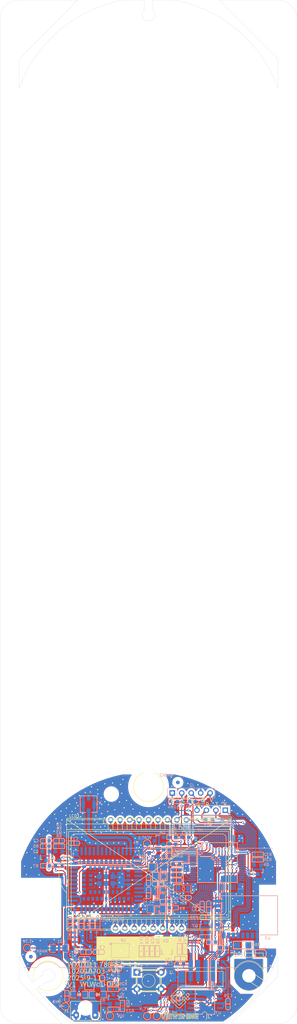
<source format=kicad_pcb>
(kicad_pcb (version 20241229) (generator "pcbnew") (generator_version "9.0")
  (layers (0 "F.Cu" signal "Top Layer") (2 "B.Cu" signal "Bottom Layer") (13 "F.Paste" user "Top Paste") (15 "B.Paste" user "Bottom Paste") (5 "F.SilkS" user "Top Overlay") (7 "B.SilkS" user "Bottom Overlay") (1 "F.Mask" user "Top Solder") (3 "B.Mask" user "Bottom Solder") (25 "Edge.Cuts" user))
  (net 0 "")
  (net 1 "NetQ4_1")
  (net 2 "NetR18_1")
  (net 3 "NetQ9_1")
  (net 4 "NetQ6_3")
  (net 5 "NetQ6_1")
  (net 6 "NetQ5_3")
  (net 7 "NetQ5_1")
  (net 8 "SEG12")
  (net 9 "GND")
  (net 10 "3.3V")
  (net 11 "CHEAK_POWER")
  (net 12 "COM0")
  (net 13 "COM1")
  (net 14 "COM2")
  (net 15 "COM3")
  (net 16 "WY_SCL")
  (net 17 "WY_SDA")
  (net 18 "LED_CON")
  (net 19 "LVDIN")
  (net 20 "NetC8_2")
  (net 21 "NetC7_2")
  (net 22 "SEG0")
  (net 23 "SEG1")
  (net 24 "SEG2")
  (net 25 "SEG3")
  (net 26 "SEG4")
  (net 27 "SEG5")
  (net 28 "SEG6")
  (net 29 "SEG7")
  (net 30 "SEG8")
  (net 31 "SEG9")
  (net 32 "SEG10")
  (net 33 "SEG11")
  (net 34 "SIM_CLK")
  (net 35 "SIM_DATA")
  (net 36 "SIM_RST")
  (net 37 "SIM_VDD")
  (net 38 "SWITCH")
  (net 39 "WY_VCC")
  (net 40 "VDD_EXT")
  (net 41 "VIN")
  (net 42 "EARTH")
  (net 43 "GPRS_RST")
  (net 44 "MCU_RXD2")
  (net 45 "MCU_TXD2")
  (net 46 "NetC1_1")
  (net 47 "CAT.1_VIN")
  (net 48 "NetC24_1")
  (net 49 "NetC27_1")
  (net 50 "NetJ2_1")
  (net 51 "NetJ4_1")
  (net 52 "NetJ4_2")
  (net 53 "NetJ4_3")
  (net 54 "NetQ1_1")
  (net 55 "NetQ7_1")
  (net 56 "NetQ8_1")
  (net 57 "RST")
  (net 58 "RXD1")
  (net 59 "SET")
  (net 60 "SWCLK")
  (net 61 "SWIO")
  (net 62 "TXD1")
  (net 63 "USIM_CLK")
  (net 64 "USIM_DATA")
  (net 65 "USIM_RST")
  (net 66 "VDD_BLE_CTL")
  (net 67 "WY_CTR")
  (net 68 "XT1")
  (net 69 "XT2")
  (net 70 "RXD4")
  (net 71 "TXD4")
  (net 72 "CAT.1_VCC")
  (net 73 "CAT.1-RESET")
  (net 74 "CAT.1_KEY")
  (net 75 "CAT.1_PWR")
  (net 76 "NetQ10_1")
  (net 77 "NetU4_35")
  (net 78 "PWRKEY")
  (net 79 "CAT.1-RXD")
  (net 80 "CAT.1-TXD")
  (net 81 "FLASH_CLK")
  (net 82 "FLASH_CS")
  (net 83 "FLASH_CTL")
  (net 84 "FLASH_MISO")
  (net 85 "FLASH_MOSI")
  (net 86 "NetC29_1")
  (net 87 "NetQ11_1")
  (footprint "Database_Libs2:Bar Code1" (layer "F.Cu") (at 158.98916 218.74484 180)
    (property "Reference" "*1" (hide yes))
    (property "Value" "Bar Code1" (hide yes))
  )
  (footprint "Ñ¹Á¦V1.0:JR-H25903AFP" (layer "F.Cu") (at 148.50558 202.08877)
    (property "Reference" "LCD1")
    (property "Value" "LCD" (hide yes))
  )
  (footprint "WX0.005.983PCB-4.2:DIP-6X6X8" (layer "F.Cu") (at 145.38056 228.32697)
    (property "Reference" "SW1")
    (property "Value" "KEY" (hide yes))
  )
  (footprint "" (layer "F.Cu") (at 175.45129 229.2612)
    (property "Reference" "")
    (property "Value" "")
  )
  (footprint "Database_Libs2:RES0603" (layer "B.Cu") (at 155.83956 211.02324 180)
    (property "Reference" "R9")
    (property "Value" "200K 5%" (hide yes))
  )
  (footprint "Connect_WX:TEST-PAD" (layer "B.Cu") (at 148.11796 193.80204 90)
    (property "Reference" "VCAT.1")
    (property "Value" "TEST-PAD" (hide yes))
  )
  (footprint "Database_Libs2:RES0603" (layer "B.Cu") (at 156.19516 182.54984 180)
    (property "Reference" "R4")
    (property "Value" "100R 5%" (hide yes))
  )
  (footprint "Discrete_WX:SOT-23" (layer "B.Cu") (at 155.9246 237.59164 -90)
    (property "Reference" "Q6")
    (property "Value" "NPNS-9013" (hide yes))
  )
  (footprint "Database_Libs2:CAP0603" (layer "B.Cu") (at 132.07809 226.18704 180)
    (property "Reference" "C3")
    (property "Value" "10uF/10V" (hide yes))
  )
  (footprint "Database_Libs2:SOT-23" (layer "B.Cu") (at 168.51416 224.30744)
    (property "Reference" "Q11")
    (property "Value" "PNPS-9012" (hide yes))
  )
  (footprint "Database_Libs2:RES0603" (layer "B.Cu") (at 128.94942 214.48666 -90)
    (property "Reference" "R13")
    (property "Value" "22R 5%" (hide yes))
  )
  (footprint "Database_Libs2:RES0603" (layer "B.Cu") (at 149.48956 221.84364 -90)
    (property "Reference" "R29")
    (property "Value" "200K 5%" (hide yes))
  )
  (footprint "Database_Libs2:RES0603" (layer "B.Cu") (at 138.18656 231.39404)
    (property "Reference" "R26")
    (property "Value" "220K 5%" (hide yes))
  )
  (footprint "Database_Libs2:CAP1206" (layer "B.Cu") (at 175.45337 223.29144)
    (property "Reference" "C45")
    (property "Value" "103P/1KV" (hide yes))
  )
  (footprint "Database_Libs2:RES0603" (layer "B.Cu") (at 120.15256 199.79644)
    (property "Reference" "R7")
    (property "Value" "4.7K 5%" (hide yes))
  )
  (footprint "Database_Libs2:SIMIC" (layer "B.Cu") (at 134.55436 217.08303 -90)
    (property "Reference" "SIM1")
    (property "Value" "SIM  IC" (hide yes))
  )
  (footprint "Database_Libs2:RES0603" (layer "B.Cu") (at 125.20716 199.77104 180)
    (property "Reference" "R8")
    (property "Value" "4.7K 5%" (hide yes))
  )
  (footprint "Database_Libs2:CAP0603" (layer "B.Cu") (at 134.26204 222.93584)
    (property "Reference" "C9")
    (property "Value" "100nF/50V" (hide yes))
  )
  (footprint "Database_Libs2:CAP0603" (layer "B.Cu") (at 148.49896 204.48297 90)
    (property "Reference" "C17")
    (property "Value" "33pF/50V" (hide yes))
  )
  (footprint "Database_Libs2:RES0603" (layer "B.Cu") (at 158.25256 221.20864 -90)
    (property "Reference" "R19")
    (property "Value" "10K 5%" (hide yes))
  )
  (footprint "Connect_WX:TEST-PAD" (layer "B.Cu") (at 153.27416 240.05544 180)
    (property "Reference" "SCL")
    (property "Value" "TEST-PAD" (hide yes))
  )
  (footprint "WX0.006.615PCB-4.1:VBAT" (layer "B.Cu") (at 129.07054 239.80144)
    (property "Reference" "J1")
    (property "Value" "Header 2" (hide yes))
  )
  (footprint "Database_Libs2:CAP0603" (layer "B.Cu") (at 164.67876 211.63284 90)
    (property "Reference" "C28")
    (property "Value" "1uF/16V" (hide yes))
  )
  (footprint "Database_Libs2:CAP0603" (layer "B.Cu") (at 164.70416 213.66484 180)
    (property "Reference" "C27")
    (property "Value" "10uF/10V" (hide yes))
  )
  (footprint "Resistor_WX:RES0603" (layer "B.Cu") (at 152.56296 195.52924 -90)
    (property "Reference" "R41")
    (property "Value" "10K 5%" (hide yes))
  )
  (footprint "Database_Libs2:RES0603" (layer "B.Cu") (at 134.85279 214.41046 -90)
    (property "Reference" "R11")
    (property "Value" "22R 5%" (hide yes))
  )
  (footprint "Database_Libs2:CAP0603" (layer "B.Cu") (at 155.15376 203.68264)
    (property "Reference" "C14")
    (property "Value" "12pF/50V" (hide yes))
  )
  (footprint "Database_Libs2:CAP0603" (layer "B.Cu") (at 155.14084 200.83784)
    (property "Reference" "C25")
    (property "Value" "100nF/50V" (hide yes))
  )
  (footprint "Database_Libs2:RES0603" (layer "B.Cu") (at 131.94236 214.46126 -90)
    (property "Reference" "R12")
    (property "Value" "22R 5%" (hide yes))
  )
  (footprint "Connect_WX:TEST-PAD" (layer "B.Cu") (at 115.91076 221.81824 90)
    (property "Reference" "3.3V")
    (property "Value" "TEST-PAD" (hide yes))
  )
  (footprint "Database_Libs2:RES0603" (layer "B.Cu") (at 176.99776 196.72304)
    (property "Reference" "R32")
    (property "Value" "3K 5%" (hide yes))
  )
  (footprint "Discrete_WX:SOT-23" (layer "B.Cu") (at 139.10096 235.53424 180)
    (property "Reference" "Q5")
    (property "Value" "PNPS-9012" (hide yes))
  )
  (footprint "Connect_WX:TEST-PAD" (layer "B.Cu") (at 126.17236 237.49004 180)
    (property "Reference" "GND")
    (property "Value" "TEST-PAD" (hide yes))
  )
  (footprint "Database_Libs2:CAP0603" (layer "B.Cu") (at 121.80356 193.07321 180)
    (property "Reference" "C7")
    (property "Value" "1nF/50V" (hide yes))
  )
  (footprint "Connect_WX:ANT-IPEX_1" (layer "B.Cu") (at 132.41896 184.96345 90)
    (property "Reference" "W1")
    (property "Value" "天线" (hide yes))
  )
  (footprint "Database_Libs2:CAP0603" (layer "B.Cu") (at 129.29656 193.72584 180)
    (property "Reference" "C19")
    (property "Value" "1uF/16V" (hide yes))
  )
  (footprint "Database_Libs2:HDR1X4_2.54" (layer "B.Cu") (at 169.12376 184.91204 180)
    (property "Reference" "J4")
    (property "Value" "XH254_4P" (hide yes))
  )
  (footprint "Database_Libs2:CAP0603" (layer "B.Cu") (at 162.90076 211.64577 90)
    (property "Reference" "C34")
    (property "Value" "10pF/50V" (hide yes))
  )
  (footprint "XF21B03V1.3:WX-PH-4AB" (layer "B.Cu") (at 159.81174 227.86344)
    (property "Reference" "J3")
    (property "Value" "CON4" (hide yes))
  )
  (footprint "Resistor_WX:RES0603" (layer "B.Cu") (at 169.35236 221.71664 180)
    (property "Reference" "R1")
    (property "Value" "3K 5%" (hide yes))
  )
  (footprint "Database_Libs2:CAP0603" (layer "B.Cu") (at 132.09056 224.66304 180)
    (property "Reference" "C2")
    (property "Value" "100nF/50V" (hide yes))
  )
  (footprint "Database_Libs2:RES0603" (layer "B.Cu") (at 139.86296 232.86724 180)
    (property "Reference" "R24")
    (property "Value" "330K 5%" (hide yes))
  )
  (footprint "Connect_WX:TEST-PAD" (layer "B.Cu") (at 148.14336 240.05544 90)
    (property "Reference" "WY_V")
    (property "Value" "TEST-PAD" (hide yes))
  )
  (footprint "Database_Libs2:CAP0603" (layer "B.Cu") (at 157.57924 192.17644)
    (property "Reference" "C23")
    (property "Value" "33pF/50V" (hide yes))
  )
  (footprint "Database_Libs2:SOT-23" (layer "B.Cu") (at 153.42656 222.55484)
    (property "Reference" "Q4")
    (property "Value" "UT3401ZG" (hide yes))
  )
  (footprint "Database_Libs2:CAP0603" (layer "B.Cu") (at 157.89696 226.11084 180)
    (property "Reference" "C13")
    (property "Value" "100nF/50V" (hide yes))
  )
  (footprint "Database_Libs2:MARK" (layer "B.Cu") (at 116.90136 224.15504 90)
    (property "Reference" "MARK1")
    (property "Value" "MARK" (hide yes))
  )
  (footprint "Database_Libs2:RES0603" (layer "B.Cu") (at 156.80476 221.23404 -90)
    (property "Reference" "R20")
    (property "Value" "10K 5%" (hide yes))
  )
  (footprint "Chip_WX:SOT-89" (layer "B.Cu") (at 131.36057 230.78444 90)
    (property "Reference" "U5")
    (property "Value" "CE6232A33P" (hide yes))
  )
  (footprint "Connect_WX:TEST-PAD" (layer "B.Cu") (at 150.70876 240.05544 180)
    (property "Reference" "SDA")
    (property "Value" "TEST-PAD" (hide yes))
  )
  (footprint "Database_Libs2:CAP0603" (layer "B.Cu") (at 136.07836 231.47024 90)
    (property "Reference" "C1")
    (property "Value" "100nF/50V" (hide yes))
  )
  (footprint "Database_Libs2:CAP0603" (layer "B.Cu") (at 169.80956 236.01684 -90)
    (property "Reference" "C29")
    (property "Value" "100nF/50V" (hide yes))
  )
  (footprint "Database_Libs2:CAP0603" (layer "B.Cu") (at 156.80476 202.23484 180)
    (property "Reference" "C24")
    (property "Value" "100nF/50V" (hide yes))
  )
  (footprint "Database_Libs2:PIN254_1*5SR" (layer "B.Cu") (at 154.87436 180.28924)
    (property "Reference" "J2")
    (property "Value" "Header 5" (hide yes))
  )
  (footprint "Cap_WX:GRM1206" (layer "B.Cu") (at 151.10747 200.17744 90)
    (property "Reference" "C16")
    (property "Value" "100uF/6.3V" (hide yes))
  )
  (footprint "Cap_WX:CAP0603" (layer "B.Cu") (at 151.86469 204.64784 180)
    (property "Reference" "C30")
    (property "Value" "100nF/50V" (hide yes))
  )
  (footprint "Database_Libs2:CAP0603" (layer "B.Cu") (at 139.12636 225.69152 -90)
    (property "Reference" "C43")
    (property "Value" "10uF/10V" (hide yes))
  )
  (footprint "Î´Ìí¼Ó:EC801E" (layer "B.Cu") (at 137.12316 203.62084 90)
    (property "Reference" "U4")
    (property "Value" "EC801E" (hide yes))
  )
  (footprint "Database_Libs2:RES0603" (layer "B.Cu") (at 157.84616 182.60064)
    (property "Reference" "R10")
    (property "Value" "10K 1%" (hide yes))
  )
  (footprint "Database_Libs2:GRM1206" (layer "B.Cu") (at 124.49596 221.89444 -90)
    (property "Reference" "C21")
    (property "Value" "100uF/6.3V" (hide yes))
  )
  (footprint "WX0.007.859PCB-4.13:LGA_8" (layer "B.Cu") (at 138.58936 224.33985)
    (property "Reference" "U8")
    (property "Value" "HP303B" (hide yes))
  )
  (footprint "Discrete_WX:SOT-23" (layer "B.Cu") (at 120.91456 197.15484)
    (property "Reference" "Q2")
    (property "Value" "NPNS-9013" (hide yes))
  )
  (footprint "Cap_WX:CAP0603" (layer "B.Cu") (at 148.49896 206.23512 -90)
    (property "Reference" "C33")
    (property "Value" "10pF/50V" (hide yes))
  )
  (footprint "Database_Libs2:CAP0603" (layer "B.Cu") (at 140.59956 225.71692 -90)
    (property "Reference" "C44")
    (property "Value" "33pF/50V" (hide yes))
  )
  (footprint "Ñ¹Á¦V2.0:SMD-3215_2P" (layer "B.Cu") (at 156.60156 205.89244)
    (property "Reference" "Y1")
    (property "Value" "SF32WK32768D71T005" (hide yes))
  )
  (footprint "Database_Libs2:RES0603" (layer "B.Cu") (at 125.28336 194.55628 180)
    (property "Reference" "R6")
    (property "Value" "4.7K 5%" (hide yes))
  )
  (footprint "Cap_WX:GRM1206" (layer "B.Cu") (at 135.63887 227.12684 90)
    (property "Reference" "C4")
    (property "Value" "100uF/6.3V" (hide yes))
  )
  (footprint "Connect_WX:TEST-PAD" (layer "B.Cu") (at 138.16116 240.05544 180)
    (property "Reference" "VIN")
    (property "Value" "TEST-PAD" (hide yes))
  )
  (footprint "Database_Libs2:RES1206" (layer "B.Cu") (at 172.29876 221.03084)
    (property "Reference" "R80")
    (property "Value" "1M 5%" (hide yes))
  )
  (footprint "Resistor_WX:RES0603" (layer "B.Cu") (at 155.73796 192.17644 180)
    (property "Reference" "R31")
    (property "Value" "10K 5%" (hide yes))
  )
  (footprint "Chip_WX:SOP-8L-200MIL" (layer "B.Cu") (at 159.77656 237.92184)
    (property "Reference" "U7")
    (property "Value" "P25Q80H-SUH-IR" (hide yes))
  )
  (footprint "Database_Libs2:RES0603" (layer "B.Cu") (at 154.11236 197.20564 90)
    (property "Reference" "R40")
    (property "Value" "3K 5%" (hide yes))
  )
  (footprint "Database_Libs2:RES0603" (layer "B.Cu") (at 153.98536 209.37224 180)
    (property "Reference" "R3")
    (property "Value" "2M 5%" (hide yes))
  )
  (footprint "Database_Libs2:RES0603" (layer "B.Cu") (at 164.55176 218.84644 180)
    (property "Reference" "R16")
    (property "Value" "2M 5%" (hide yes))
  )
  (footprint "Resistor_WX:RES0603" (layer "B.Cu") (at 146.54316 221.84364 -90)
    (property "Reference" "R18")
    (property "Value" "10K 1%" (hide yes))
  )
  (footprint "Database_Libs2:SOT-23" (layer "B.Cu") (at 149.83897 196.35724 -90)
    (property "Reference" "Q10")
    (property "Value" "NPNS-9013" (hide yes))
  )
  (footprint "Cap_WX:CAP0603" (layer "B.Cu") (at 132.05269 227.66024 180)
    (property "Reference" "C6")
    (property "Value" "22pF/50V" (hide yes))
  )
  (footprint "Database_Libs2:RES0603" (layer "B.Cu") (at 139.91376 238.22664 180)
    (property "Reference" "R23")
    (property "Value" "200k" (hide yes))
  )
  (footprint "Database_Libs2:SOT-23" (layer "B.Cu") (at 163.73897 216.28725 180)
    (property "Reference" "Q7")
    (property "Value" "UT3401ZG" (hide yes))
  )
  (footprint "Database_Libs2:RES0603" (layer "B.Cu") (at 162.84996 182.60064 180)
    (property "Reference" "R15")
    (property "Value" "10K 1%" (hide yes))
  )
  (footprint "Database_Libs2:RES0603" (layer "B.Cu") (at 141.51396 238.17584 90)
    (property "Reference" "R25")
    (property "Value" "10k" (hide yes))
  )
  (footprint "Database_Libs2:RES0603" (layer "B.Cu") (at 178.67416 198.17084 180)
    (property "Reference" "R35")
    (property "Value" "1K 5%" (hide yes))
  )
  (footprint "Database_Libs2:CAP0603" (layer "B.Cu") (at 130.45118 214.4068 -90)
    (property "Reference" "C10")
    (property "Value" "33pF/50V" (hide yes))
  )
  (footprint "Database_Libs2:CAP0603" (layer "B.Cu") (at 132.50989 222.91044 180)
    (property "Reference" "C12")
    (property "Value" "33pF/50V" (hide yes))
  )
  (footprint "Database_Libs2:RES0603" (layer "B.Cu") (at 155.2642 235.20404)
    (property "Reference" "R27")
    (property "Value" "10k" (hide yes))
  )
  (footprint "Resistor_WX:RES0603" (layer "B.Cu") (at 148.01636 221.86904 -90)
    (property "Reference" "R28")
    (property "Value" "10K 1%" (hide yes))
  )
  (footprint "Database_Libs2:RES0603" (layer "B.Cu") (at 163.89136 187.35044)
    (property "Reference" "R34")
    (property "Value" "1K 5%" (hide yes))
  )
  (footprint "Database_Libs2:CAP0603" (layer "B.Cu") (at 155.16624 199.36464)
    (property "Reference" "C22")
    (property "Value" "100nF/50V" (hide yes))
  )
  (footprint "Database_Libs2:RES0603" (layer "B.Cu") (at 121.75276 194.56404 180)
    (property "Reference" "R5")
    (property "Value" "4.7K 5%" (hide yes))
  )
  (footprint "Database_Libs2:CAP0603" (layer "B.Cu") (at 126.57876 233.88324 -90)
    (property "Reference" "C15")
    (property "Value" "100nF/50V" (hide yes))
  )
  (footprint "Discrete_WX:SOD-123FL" (layer "B.Cu") (at 131.40256 234.31504 180)
    (property "Reference" "D2")
    (property "Value" "DS36W" (hide yes))
  )
  (footprint "Cap_WX:CAP0805" (layer "B.Cu") (at 150.55636 202.66664 90)
    (property "Reference" "C18")
    (property "Value" "22uF/10V" (hide yes))
  )
  (footprint "Resistor_WX:RES0603" (layer "B.Cu") (at 155.73796 193.97984 180)
    (property "Reference" "R30")
    (property "Value" "3K 5%" (hide yes))
  )
  (footprint "Database_Libs2:RES0603" (layer "B.Cu") (at 168.41256 187.29964)
    (property "Reference" "R33")
    (property "Value" "1K 5%" (hide yes))
  )
  (footprint "Discrete_WX:SOT-23" (layer "B.Cu") (at 151.34376 193.09084 -90)
    (property "Reference" "Q8")
    (property "Value" "NPNS-9013" (hide yes))
  )
  (footprint "Database_Libs2:CAP0603" (layer "B.Cu") (at 157.65544 208.35624)
    (property "Reference" "C5")
    (property "Value" "12pF/50V" (hide yes))
  )
  (footprint "Database_Libs2:SOT-23" (layer "B.Cu") (at 151.11516 207.08624 -90)
    (property "Reference" "Q1")
    (property "Value" "UT3401ZG" (hide yes))
  )
  (footprint "Database_Libs2:CAP0603" (layer "B.Cu") (at 125.28336 193.06544 180)
    (property "Reference" "C8")
    (property "Value" "1nF/50V" (hide yes))
  )
  (footprint "Database_Libs2:MARK" (layer "B.Cu") (at 156.37296 177.46984 90)
    (property "Reference" "MARK2")
    (property "Value" "MARK" (hide yes))
  )
  (footprint "Discrete_WX:SOD-123FL" (layer "B.Cu") (at 133.35836 234.31504)
    (property "Reference" "D1")
    (property "Value" "DS36W" (hide yes))
  )
  (footprint "Database_Libs2:CAP0603" (layer "B.Cu") (at 157.87156 224.66304 180)
    (property "Reference" "C31")
    (property "Value" "10uF/10V" (hide yes))
  )
  (footprint "Î´Ìí¼Ó:DB809" (layer "B.Cu") (at 168.74276 218.46544 90)
    (property "Reference" "U3")
    (property "Value" "DB809" (hide yes))
  )
  (footprint "Discrete_WX:SOT-23" (layer "B.Cu") (at 177.79536 200.78084)
    (property "Reference" "Q9")
    (property "Value" "NPNS-9013" (hide yes))
  )
  (footprint "Database_Libs2:CAP0603" (layer "B.Cu") (at 127.44341 214.4068 -90)
    (property "Reference" "C11")
    (property "Value" "33pF/50V" (hide yes))
  )
  (footprint "Discrete_WX:SOT-23" (layer "B.Cu") (at 124.39436 197.15484)
    (property "Reference" "Q3")
    (property "Value" "NPNS-9013" (hide yes))
  )
  (footprint "Database_Libs2:CAP0603" (layer "B.Cu") (at 133.43781 214.356 -90)
    (property "Reference" "C20")
    (property "Value" "33pF/50V" (hide yes))
  )
  (footprint "Database_Libs2:RES0603" (layer "B.Cu") (at 166.43136 220.29424 180)
    (property "Reference" "R22")
    (property "Value" "200K 5%" (hide yes))
  )
  (footprint "Database_Libs2:LQFP80" (layer "B.Cu") (at 167.01556 198.93284 -90)
    (property "Reference" "U2")
    (property "Value" "FM33LG0x8" (hide yes))
  )
  (footprint "Cap_WX:GRM1206" (layer "B.Cu") (at 150.70107 211.37884 90)
    (property "Reference" "C26")
    (property "Value" "100uF/6.3V" (hide yes))
  )
  (footprint "Resistor_WX:RES0603" (layer "B.Cu") (at 150.93736 223.52004 90)
    (property "Reference" "R17")
    (property "Value" "2M 5%" (hide yes))
  )
  (gr_poly (pts (xy 164.83116 195.17641) (xy 164.8303 195.14561) (xy 164.82771 195.11627) (xy 164.82339 195.08839) (xy 164.81735 195.06197) (xy 164.80957 195.03701) (xy 164.80007 195.01351) (xy 164.78885 194.99147) (xy 164.77589 194.97089) (xy 164.76121 194.95178) (xy 164.7448 194.93412) (xy 165.17152 194.93412) (xy 165.15512 194.95178) (xy 165.14043 194.97089) (xy 165.12748 194.99147) (xy 165.11625 195.01351) (xy 165.10675 195.03701) (xy 165.09898 195.06197) (xy 165.09294 195.08839) (xy 165.08862 195.11627) (xy 165.08603 195.14561) (xy 165.08516 195.17641)) (fill yes) (layer "F.Cu") (net 13))
  (gr_poly (pts (xy 165.66936 196.06541) (xy 165.6685 196.03461) (xy 165.66591 196.00527) (xy 165.66159 195.97739) (xy 165.65555 195.95097) (xy 165.64777 195.92601) (xy 165.63827 195.90251) (xy 165.62705 195.88047) (xy 165.61409 195.85989) (xy 165.59941 195.84078) (xy 165.583 195.82312) (xy 166.00972 195.82312) (xy 165.99332 195.84078) (xy 165.97863 195.85989) (xy 165.96568 195.88047) (xy 165.95445 195.90251) (xy 165.94495 195.92601) (xy 165.93718 195.95097) (xy 165.93114 195.97739) (xy 165.92682 196.00527) (xy 165.92423 196.03461) (xy 165.92336 196.06541)) (fill yes) (layer "F.Cu") (net 14))
  (gr_poly (pts (xy 153.40116 238.35088) (xy 153.40203 238.38168) (xy 153.40462 238.41102) (xy 153.40894 238.4389) (xy 153.41498 238.46532) (xy 153.42275 238.49028) (xy 153.43225 238.51378) (xy 153.44348 238.53582) (xy 153.45643 238.5564) (xy 153.47112 238.57551) (xy 153.48752 238.59317) (xy 153.0608 238.59317) (xy 153.07721 238.57551) (xy 153.09189 238.5564) (xy 153.10485 238.53582) (xy 153.11607 238.51378) (xy 153.12557 238.49028) (xy 153.13335 238.46532) (xy 153.13939 238.4389) (xy 153.14371 238.41102) (xy 153.1463 238.38168) (xy 153.14716 238.35088)) (fill yes) (layer "F.Cu") (net 16))
  (gr_poly (pts (xy 147.34948 215.57633) (xy 147.35068 215.61694) (xy 147.35427 215.65415) (xy 147.36026 215.68797) (xy 147.36864 215.71839) (xy 147.37942 215.74541) (xy 147.3926 215.76904) (xy 147.40817 215.78928) (xy 147.42613 215.80611) (xy 147.44649 215.81955) (xy 147.46925 215.8296) (xy 146.97572 215.8296) (xy 146.99847 215.81955) (xy 147.01883 215.80611) (xy 147.0368 215.78928) (xy 147.05237 215.76904) (xy 147.06554 215.74541) (xy 147.07632 215.71839) (xy 147.0847 215.68797) (xy 147.09069 215.65415) (xy 147.09428 215.61694) (xy 147.09548 215.57633)) (fill yes) (layer "F.Cu") (net 15))
  (gr_poly (pts (xy 152.53756 215.37563) (xy 152.54118 215.42464) (xy 152.55203 215.47849) (xy 152.57011 215.53717) (xy 152.59542 215.6007) (xy 152.62797 215.66906) (xy 152.66775 215.74226) (xy 152.769 215.90319) (xy 152.89919 216.08348) (xy 151.86015 215.93217) (xy 151.9406 215.87056) (xy 152.07609 215.74882) (xy 152.13113 215.68868) (xy 152.17771 215.62903) (xy 152.21582 215.56987) (xy 152.24546 215.51119) (xy 152.26663 215.453) (xy 152.27933 215.39529) (xy 152.28356 215.33808)) (fill yes) (layer "F.Cu") (net 23))
  (gr_poly (pts (xy 171.3054 199.36464) (xy 171.3362 199.36378) (xy 171.36554 199.36119) (xy 171.39342 199.35687) (xy 171.41984 199.35083) (xy 171.4448 199.34305) (xy 171.4683 199.33356) (xy 171.49034 199.32233) (xy 171.51091 199.30937) (xy 171.53003 199.29469) (xy 171.54769 199.27828) (xy 171.54769 199.705) (xy 171.53003 199.6886) (xy 171.51091 199.67392) (xy 171.49034 199.66096) (xy 171.4683 199.64973) (xy 171.4448 199.64023) (xy 171.41984 199.63246) (xy 171.39342 199.62642) (xy 171.36554 199.6221) (xy 171.3362 199.61951) (xy 171.3054 199.61864)) (fill yes) (layer "F.Cu") (net 84))
  (gr_poly (pts (xy 162.95156 186.89048) (xy 162.95243 186.92128) (xy 162.95502 186.95062) (xy 162.95934 186.9785) (xy 162.96538 187.00492) (xy 162.97315 187.02988) (xy 162.98265 187.05338) (xy 162.99388 187.07542) (xy 163.00683 187.096) (xy 163.02152 187.11511) (xy 163.03792 187.13277) (xy 162.6112 187.13277) (xy 162.62761 187.11511) (xy 162.64229 187.096) (xy 162.65525 187.07542) (xy 162.66647 187.05338) (xy 162.67597 187.02988) (xy 162.68375 187.00492) (xy 162.68979 186.9785) (xy 162.69411 186.95062) (xy 162.6967 186.92128) (xy 162.69756 186.89048)) (fill yes) (layer "F.Cu") (net 53))
  (gr_poly (pts (xy 161.83672 236.77884) (xy 161.80593 236.77971) (xy 161.77659 236.7823) (xy 161.74871 236.78662) (xy 161.72229 236.79266) (xy 161.69733 236.80043) (xy 161.67383 236.80993) (xy 161.65179 236.82116) (xy 161.63121 236.83412) (xy 161.61209 236.8488) (xy 161.59443 236.8652) (xy 161.59443 236.43848) (xy 161.61209 236.45489) (xy 161.63121 236.46957) (xy 161.65179 236.48253) (xy 161.67383 236.49376) (xy 161.69733 236.50325) (xy 161.72229 236.51103) (xy 161.74871 236.51707) (xy 161.77659 236.52139) (xy 161.80593 236.52398) (xy 161.83672 236.52484)) (fill yes) (layer "F.Cu") (net 84))
  (gr_poly (pts (xy 126.55342 210.99778) (xy 126.65496 210.89624) (xy 146.56857 210.89624) (xy 146.64477 210.82004) (xy 146.64476 210.26124) (xy 146.72096 210.18504) (xy 147.83856 210.18504) (xy 148.01636 210.36284) (xy 148.01635 211.86146) (xy 147.91468 211.96313) (xy 146.59396 211.96307) (xy 128.0266 211.96301) (xy 127.87416 212.11544) (xy 127.87416 212.77585) (xy 127.77255 212.87746) (xy 126.73121 212.87745) (xy 126.55333 212.69955)) (fill yes) (layer "F.Cu") (net 47))
  (gr_poly (pts (xy 172.22256 217.42681) (xy 172.2217 217.39601) (xy 172.21911 217.36667) (xy 172.21479 217.33879) (xy 172.20875 217.31237) (xy 172.20097 217.28741) (xy 172.19147 217.26391) (xy 172.18025 217.24187) (xy 172.16729 217.22129) (xy 172.15261 217.20218) (xy 172.1362 217.18452) (xy 172.56292 217.18452) (xy 172.54652 217.20218) (xy 172.53183 217.22129) (xy 172.51888 217.24187) (xy 172.50765 217.26391) (xy 172.49815 217.28741) (xy 172.49038 217.31237) (xy 172.48434 217.33879) (xy 172.48002 217.36667) (xy 172.47743 217.39601) (xy 172.47656 217.42681)) (fill yes) (layer "F.Cu") (net 83))
  (gr_poly (pts (xy 157.23656 184.17821) (xy 157.2357 184.14741) (xy 157.23311 184.11807) (xy 157.22879 184.09019) (xy 157.22275 184.06377) (xy 157.21497 184.03881) (xy 157.20547 184.01531) (xy 157.19425 183.99327) (xy 157.18129 183.97269) (xy 157.16661 183.95358) (xy 157.1502 183.93592) (xy 157.57692 183.93592) (xy 157.56052 183.95358) (xy 157.54583 183.97269) (xy 157.53288 183.99327) (xy 157.52165 184.01531) (xy 157.51215 184.03881) (xy 157.50438 184.06377) (xy 157.49834 184.09019) (xy 157.49402 184.11807) (xy 157.49143 184.14741) (xy 157.49056 184.17821)) (fill yes) (layer "F.Cu") (net 61))
  (gr_poly (pts (xy 158.7324 221.10704) (xy 158.7632 221.10618) (xy 158.79254 221.10359) (xy 158.82042 221.09927) (xy 158.84684 221.09323) (xy 158.8718 221.08545) (xy 158.8953 221.07596) (xy 158.91734 221.06473) (xy 158.93791 221.05177) (xy 158.95703 221.03709) (xy 158.97469 221.02068) (xy 158.97469 221.4474) (xy 158.95703 221.431) (xy 158.93791 221.41632) (xy 158.91734 221.40336) (xy 158.8953 221.39213) (xy 158.8718 221.38263) (xy 158.84684 221.37486) (xy 158.82042 221.36882) (xy 158.79254 221.3645) (xy 158.7632 221.36191) (xy 158.7324 221.36104)) (fill yes) (layer "F.Cu") (net 17))
  (gr_poly (pts (xy 156.73132 227.35544) (xy 156.70053 227.35631) (xy 156.67119 227.3589) (xy 156.64331 227.36322) (xy 156.61689 227.36926) (xy 156.59193 227.37703) (xy 156.56843 227.38653) (xy 156.54639 227.39776) (xy 156.52581 227.41072) (xy 156.50669 227.4254) (xy 156.48903 227.4418) (xy 156.48903 227.01508) (xy 156.50669 227.03149) (xy 156.52581 227.04617) (xy 156.54639 227.05913) (xy 156.56843 227.07036) (xy 156.59193 227.07985) (xy 156.61689 227.08763) (xy 156.64331 227.09367) (xy 156.67119 227.09799) (xy 156.70053 227.10058) (xy 156.73132 227.10144)) (fill yes) (layer "F.Cu") (net 38))
  (gr_poly (pts (xy 126.01996 221.43724) (xy 126.01742 221.4855) (xy 126.0098 221.52868) (xy 125.9971 221.56678) (xy 125.97932 221.5998) (xy 125.95646 221.62774) (xy 125.92852 221.6506) (xy 125.8955 221.66838) (xy 125.8574 221.68108) (xy 125.81422 221.6887) (xy 125.76596 221.69124) (xy 125.76596 221.94524) (xy 125.81422 221.94778) (xy 125.8574 221.9554) (xy 125.8955 221.9681) (xy 125.92852 221.98588) (xy 125.95646 222.00874) (xy 125.97932 222.03668) (xy 125.9971 222.0697) (xy 126.0098 222.1078) (xy 126.01742 222.15098) (xy 126.01996 222.19924) (xy 126.27396 221.81824)) (fill yes) (layer "F.Cu") (net 10))
  (gr_poly (pts (xy 139.98996 229.94348) (xy 139.99083 229.97428) (xy 139.99342 230.00362) (xy 139.99774 230.0315) (xy 140.00378 230.05792) (xy 140.01155 230.08288) (xy 140.02105 230.10638) (xy 140.03228 230.12842) (xy 140.04523 230.149) (xy 140.05992 230.16811) (xy 140.07632 230.18577) (xy 139.6496 230.18577) (xy 139.66601 230.16811) (xy 139.68069 230.149) (xy 139.69365 230.12842) (xy 139.70487 230.10638) (xy 139.71437 230.08288) (xy 139.72215 230.05792) (xy 139.72819 230.0315) (xy 139.73251 230.00362) (xy 139.7351 229.97428) (xy 139.73596 229.94348)) (fill yes) (layer "F.Cu") (net 19))
  (gr_poly (pts (xy 170.87636 200.91605) (xy 170.8755 200.88526) (xy 170.87291 200.85592) (xy 170.86859 200.82804) (xy 170.86254 200.80162) (xy 170.85477 200.77666) (xy 170.84527 200.75316) (xy 170.83404 200.73112) (xy 170.82109 200.71054) (xy 170.80641 200.69142) (xy 170.79 200.67376) (xy 171.21672 200.67376) (xy 171.20031 200.69142) (xy 171.18563 200.71054) (xy 171.17268 200.73112) (xy 171.16145 200.75316) (xy 171.15195 200.77666) (xy 171.14418 200.80162) (xy 171.13813 200.82804) (xy 171.13382 200.85592) (xy 171.13122 200.88526) (xy 171.13036 200.91605)) (fill yes) (layer "F.Cu") (net 81))
  (gr_poly (pts (xy 122.51476 198.22441) (xy 122.5139 198.19361) (xy 122.51131 198.16427) (xy 122.50699 198.13639) (xy 122.50095 198.10997) (xy 122.49317 198.08501) (xy 122.48367 198.06151) (xy 122.47245 198.03947) (xy 122.45949 198.01889) (xy 122.44481 197.99978) (xy 122.4284 197.98212) (xy 122.85512 197.98212) (xy 122.83872 197.99978) (xy 122.82403 198.01889) (xy 122.81108 198.03947) (xy 122.79985 198.06151) (xy 122.79035 198.08501) (xy 122.78258 198.10997) (xy 122.77654 198.13639) (xy 122.77222 198.16427) (xy 122.76963 198.19361) (xy 122.76876 198.22441)) (fill yes) (layer "F.Cu") (net 45))
  (gr_poly (pts (xy 153.42656 237.08641) (xy 153.4257 237.05561) (xy 153.42311 237.02627) (xy 153.41879 236.99839) (xy 153.41275 236.97197) (xy 153.40497 236.94701) (xy 153.39547 236.92351) (xy 153.38425 236.90147) (xy 153.37129 236.88089) (xy 153.35661 236.86178) (xy 153.3402 236.84412) (xy 153.76692 236.84412) (xy 153.75052 236.86178) (xy 153.73583 236.88089) (xy 153.72288 236.90147) (xy 153.71165 236.92351) (xy 153.70215 236.94701) (xy 153.69438 236.97197) (xy 153.68834 236.99839) (xy 153.68402 237.02627) (xy 153.68143 237.05561) (xy 153.68056 237.08641)) (fill yes) (layer "F.Cu") (net 16))
  (gr_poly (pts (xy 126.04812 197.63744) (xy 126.01733 197.63831) (xy 125.98799 197.6409) (xy 125.96011 197.64522) (xy 125.93369 197.65126) (xy 125.90873 197.65903) (xy 125.88523 197.66853) (xy 125.86319 197.67976) (xy 125.84261 197.69272) (xy 125.82349 197.7074) (xy 125.80583 197.7238) (xy 125.80583 197.29708) (xy 125.82349 197.31349) (xy 125.84261 197.32817) (xy 125.86319 197.34113) (xy 125.88523 197.35236) (xy 125.90873 197.36185) (xy 125.93369 197.36963) (xy 125.96011 197.37567) (xy 125.98799 197.37999) (xy 126.01733 197.38258) (xy 126.04812 197.38344)) (fill yes) (layer "F.Cu") (net 44))
  (gr_poly (pts (xy 168.94596 195.96381) (xy 168.9451 195.93301) (xy 168.94251 195.90367) (xy 168.93819 195.87579) (xy 168.93215 195.84937) (xy 168.92437 195.82441) (xy 168.91487 195.80091) (xy 168.90365 195.77887) (xy 168.89069 195.75829) (xy 168.87601 195.73918) (xy 168.8596 195.72152) (xy 169.28632 195.72152) (xy 169.26992 195.73918) (xy 169.25523 195.75829) (xy 169.24228 195.77887) (xy 169.23105 195.80091) (xy 169.22155 195.82441) (xy 169.21378 195.84937) (xy 169.20774 195.87579) (xy 169.20342 195.90367) (xy 169.20083 195.93301) (xy 169.19996 195.96381)) (fill yes) (layer "F.Cu") (net 24))
  (gr_poly (pts (xy 156.7258 193.14164) (xy 156.7566 193.14078) (xy 156.78594 193.13819) (xy 156.81382 193.13387) (xy 156.84024 193.12783) (xy 156.8652 193.12005) (xy 156.8887 193.11056) (xy 156.91074 193.09933) (xy 156.93131 193.08637) (xy 156.95043 193.07169) (xy 156.96809 193.05528) (xy 156.96809 193.482) (xy 156.95043 193.4656) (xy 156.93131 193.45092) (xy 156.91074 193.43796) (xy 156.8887 193.42673) (xy 156.8652 193.41723) (xy 156.84024 193.40946) (xy 156.81382 193.40342) (xy 156.78594 193.3991) (xy 156.7566 193.39651) (xy 156.7258 193.39564)) (fill yes) (layer "F.Cu") (net 60))
  (gr_poly (pts (xy 124.11772 201.21884) (xy 124.08693 201.21971) (xy 124.05759 201.2223) (xy 124.02971 201.22662) (xy 124.00329 201.23266) (xy 123.97833 201.24043) (xy 123.95483 201.24993) (xy 123.93279 201.26116) (xy 123.91221 201.27412) (xy 123.89309 201.2888) (xy 123.87543 201.3052) (xy 123.87543 200.87848) (xy 123.89309 200.89489) (xy 123.91221 200.90957) (xy 123.93279 200.92253) (xy 123.95483 200.93376) (xy 123.97833 200.94325) (xy 124.00329 200.95103) (xy 124.02971 200.95707) (xy 124.05759 200.96139) (xy 124.08693 200.96398) (xy 124.11772 200.96484)) (fill yes) (layer "F.Cu") (net 10))
  (gr_poly (pts (xy 152.61376 236.29901) (xy 152.6129 236.26821) (xy 152.61031 236.23887) (xy 152.60599 236.21099) (xy 152.59995 236.18457) (xy 152.59217 236.15961) (xy 152.58267 236.13611) (xy 152.57145 236.11407) (xy 152.55849 236.09349) (xy 152.54381 236.07438) (xy 152.5274 236.05672) (xy 152.95412 236.05672) (xy 152.93772 236.07438) (xy 152.92303 236.09349) (xy 152.91008 236.11407) (xy 152.89885 236.13611) (xy 152.88935 236.15961) (xy 152.88158 236.18457) (xy 152.87554 236.21099) (xy 152.87122 236.23887) (xy 152.86863 236.26821) (xy 152.86776 236.29901)) (fill yes) (layer "F.Cu") (net 17))
  (gr_poly (pts (xy 162.87536 222.34888) (xy 162.87623 222.37968) (xy 162.87882 222.40902) (xy 162.88314 222.4369) (xy 162.88918 222.46332) (xy 162.89695 222.48828) (xy 162.90645 222.51178) (xy 162.91768 222.53382) (xy 162.93063 222.5544) (xy 162.94532 222.57351) (xy 162.96172 222.59117) (xy 162.535 222.59117) (xy 162.55141 222.57351) (xy 162.56609 222.5544) (xy 162.57905 222.53382) (xy 162.59027 222.51178) (xy 162.59977 222.48828) (xy 162.60755 222.46332) (xy 162.61359 222.4369) (xy 162.61791 222.40902) (xy 162.6205 222.37968) (xy 162.62136 222.34888)) (fill yes) (layer "F.Cu") (net 16))
  (gr_poly (pts (xy 166.43137 207.75016) (xy 166.4305 207.71936) (xy 166.42791 207.69002) (xy 166.42359 207.66214) (xy 166.41755 207.63572) (xy 166.40978 207.61076) (xy 166.40028 207.58726) (xy 166.38905 207.56523) (xy 166.3761 207.54465) (xy 166.36141 207.52553) (xy 166.34501 207.50787) (xy 166.77173 207.50787) (xy 166.75532 207.52553) (xy 166.74064 207.54465) (xy 166.72768 207.56523) (xy 166.71646 207.58726) (xy 166.70696 207.61076) (xy 166.69918 207.63572) (xy 166.69314 207.66214) (xy 166.68882 207.69002) (xy 166.68623 207.71936) (xy 166.68537 207.75016)) (fill yes) (layer "F.Cu") (net 11))
  (gr_poly (pts (xy 149.88948 215.65253) (xy 149.88979 215.68023) (xy 149.89442 215.74669) (xy 149.8972 215.76329) (xy 149.90059 215.77711) (xy 149.9046 215.78816) (xy 149.90924 215.79643) (xy 149.91448 215.80192) (xy 149.92035 215.80464) (xy 149.60462 215.80464) (xy 149.61048 215.80192) (xy 149.61573 215.79643) (xy 149.62036 215.78816) (xy 149.62437 215.77711) (xy 149.62777 215.76329) (xy 149.63054 215.74669) (xy 149.6327 215.72731) (xy 149.63517 215.68023) (xy 149.63548 215.65253)) (fill yes) (layer "F.Cu") (net 22))
  (gr_poly (pts (xy 144.80948 215.34867) (xy 144.81346 215.40263) (xy 144.8254 215.45911) (xy 144.8453 215.51814) (xy 144.87316 215.57969) (xy 144.90898 215.64378) (xy 144.95276 215.71041) (xy 145.0045 215.77956) (xy 145.13186 215.92548) (xy 145.20748 216.00223) (xy 144.15748 216.00223) (xy 144.2331 215.92548) (xy 144.36046 215.77956) (xy 144.4122 215.71041) (xy 144.45598 215.64378) (xy 144.4918 215.57969) (xy 144.51966 215.51814) (xy 144.53956 215.45911) (xy 144.5515 215.40263) (xy 144.55548 215.34867)) (fill yes) (layer "F.Cu") (net 14))
  (gr_poly (pts (xy 170.08896 216.50688) (xy 170.08983 216.53768) (xy 170.09242 216.56702) (xy 170.09674 216.5949) (xy 170.10278 216.62132) (xy 170.11055 216.64628) (xy 170.12005 216.66978) (xy 170.13128 216.69182) (xy 170.14423 216.7124) (xy 170.15892 216.73151) (xy 170.17532 216.74917) (xy 169.7486 216.74917) (xy 169.76501 216.73151) (xy 169.77969 216.7124) (xy 169.79265 216.69182) (xy 169.80387 216.66978) (xy 169.81337 216.64628) (xy 169.82115 216.62132) (xy 169.82719 216.5949) (xy 169.83151 216.56702) (xy 169.8341 216.53768) (xy 169.83496 216.50688)) (fill yes) (layer "F.Cu") (net 62))
  (gr_poly (pts (xy 167.32036 196.01461) (xy 167.3195 195.98381) (xy 167.31691 195.95447) (xy 167.31259 195.92659) (xy 167.30655 195.90017) (xy 167.29877 195.87521) (xy 167.28927 195.85171) (xy 167.27805 195.82967) (xy 167.26509 195.80909) (xy 167.25041 195.78998) (xy 167.234 195.77232) (xy 167.66072 195.77232) (xy 167.64432 195.78998) (xy 167.62963 195.80909) (xy 167.61668 195.82967) (xy 167.60545 195.85171) (xy 167.59595 195.87521) (xy 167.58818 195.90017) (xy 167.58214 195.92659) (xy 167.57782 195.95447) (xy 167.57523 195.98381) (xy 167.57436 196.01461)) (fill yes) (layer "F.Cu") (net 22))
  (gr_poly (pts (xy 157.50948 215.34867) (xy 157.51346 215.40263) (xy 157.5254 215.45911) (xy 157.5453 215.51814) (xy 157.57316 215.57969) (xy 157.60898 215.64378) (xy 157.65276 215.71041) (xy 157.7045 215.77956) (xy 157.83186 215.92548) (xy 157.90748 216.00223) (xy 156.85748 216.00223) (xy 156.9331 215.92548) (xy 157.06046 215.77956) (xy 157.1122 215.71041) (xy 157.15598 215.64378) (xy 157.1918 215.57969) (xy 157.21966 215.51814) (xy 157.23956 215.45911) (xy 157.2515 215.40263) (xy 157.25548 215.34867)) (fill yes) (layer "F.Cu") (net 25))
  (gr_poly (pts (xy 160.94496 223.29421) (xy 160.9441 223.26341) (xy 160.94151 223.23407) (xy 160.93719 223.20619) (xy 160.93115 223.17977) (xy 160.92337 223.15481) (xy 160.91387 223.13131) (xy 160.90265 223.10927) (xy 160.88969 223.08869) (xy 160.87501 223.06958) (xy 160.8586 223.05192) (xy 161.28532 223.05192) (xy 161.26892 223.06958) (xy 161.25423 223.08869) (xy 161.24128 223.10927) (xy 161.23005 223.13131) (xy 161.22055 223.15481) (xy 161.21278 223.17977) (xy 161.20674 223.20619) (xy 161.20242 223.23407) (xy 161.19983 223.26341) (xy 161.19896 223.29421)) (fill yes) (layer "F.Cu") (net 38))
  (gr_poly (pts (xy 154.96948 215.36016) (xy 154.9732 215.41787) (xy 154.98436 215.47648) (xy 155.00296 215.536) (xy 155.02899 215.59642) (xy 155.06247 215.65774) (xy 155.10339 215.71996) (xy 155.15174 215.78309) (xy 155.20753 215.84712) (xy 155.27077 215.91205) (xy 155.34144 215.97789) (xy 154.34353 215.97789) (xy 154.4142 215.91205) (xy 154.53322 215.78309) (xy 154.58158 215.71996) (xy 154.62249 215.65774) (xy 154.65597 215.59642) (xy 154.682 215.536) (xy 154.7006 215.47648) (xy 154.71176 215.41787) (xy 154.71548 215.36016)) (fill yes) (layer "F.Cu") (net 24))
  (gr_poly (pts (xy 159.596 218.79564) (xy 159.6268 218.79478) (xy 159.65614 218.79219) (xy 159.68402 218.78787) (xy 159.71044 218.78183) (xy 159.7354 218.77405) (xy 159.7589 218.76456) (xy 159.78094 218.75333) (xy 159.80151 218.74037) (xy 159.82063 218.72569) (xy 159.83829 218.70928) (xy 159.83829 219.136) (xy 159.82063 219.1196) (xy 159.80151 219.10492) (xy 159.78094 219.09196) (xy 159.7589 219.08073) (xy 159.7354 219.07123) (xy 159.71044 219.06346) (xy 159.68402 219.05742) (xy 159.65614 219.0531) (xy 159.6268 219.05051) (xy 159.596 219.04964)) (fill yes) (layer "F.Cu") (net 67))
  (gr_poly (pts (xy 159.65232 221.36104) (xy 159.62153 221.36191) (xy 159.59219 221.3645) (xy 159.56431 221.36882) (xy 159.53789 221.37486) (xy 159.51293 221.38263) (xy 159.48943 221.39213) (xy 159.46739 221.40336) (xy 159.44681 221.41632) (xy 159.42769 221.431) (xy 159.41003 221.4474) (xy 159.41003 221.02068) (xy 159.42769 221.03709) (xy 159.44681 221.05177) (xy 159.46739 221.06473) (xy 159.48943 221.07596) (xy 159.51293 221.08545) (xy 159.53789 221.09323) (xy 159.56431 221.09927) (xy 159.59219 221.10359) (xy 159.62153 221.10618) (xy 159.65232 221.10704)) (fill yes) (layer "F.Cu") (net 17))
  (gr_poly (pts (xy 159.64956 185.08984) (xy 159.62025 185.09006) (xy 159.51625 185.09746) (xy 159.50396 185.10022) (xy 159.49451 185.10339) (xy 159.4879 185.10699) (xy 159.48413 185.11101) (xy 159.48413 184.81468) (xy 159.4879 184.8187) (xy 159.49451 184.8223) (xy 159.50396 184.82547) (xy 159.51625 184.82822) (xy 159.53137 184.83055) (xy 159.57014 184.83394) (xy 159.62025 184.83563) (xy 159.64956 184.83584)) (fill yes) (layer "F.Cu") (net 57))
  (gr_poly (pts (xy 149.93001 219.7286) (xy 149.90884 219.75099) (xy 149.88993 219.77357) (xy 149.87327 219.79634) (xy 149.85886 219.81929) (xy 149.84671 219.84244) (xy 149.83681 219.86577) (xy 149.82916 219.8893) (xy 149.82377 219.91301) (xy 149.82063 219.93691) (xy 149.81975 219.961) (xy 149.51801 219.65926) (xy 149.5421 219.65838) (xy 149.566 219.65524) (xy 149.58971 219.64984) (xy 149.61324 219.6422) (xy 149.63657 219.6323) (xy 149.65972 219.62015) (xy 149.68267 219.60574) (xy 149.70544 219.58908) (xy 149.72801 219.57017) (xy 149.7504 219.549)) (fill yes) (layer "F.Cu") (net 67))
  (gr_poly (pts (xy 164.02405 180.94215) (xy 164.05577 180.9053) (xy 164.08615 180.85951) (xy 164.11522 180.80476) (xy 164.14296 180.74108) (xy 164.16937 180.66844) (xy 164.21823 180.49632) (xy 164.24067 180.39684) (xy 164.28159 180.17104) (xy 164.90113 181.03951) (xy 164.79981 181.02393) (xy 164.61619 181.01069) (xy 164.53388 181.01301) (xy 164.45792 181.0213) (xy 164.38829 181.03556) (xy 164.325 181.05579) (xy 164.26805 181.08197) (xy 164.21744 181.11413) (xy 164.17316 181.15225)) (fill yes) (layer "F.Cu") (net 10))
  (gr_poly (pts (xy 169.75876 196.82665) (xy 169.7579 196.79586) (xy 169.75531 196.76652) (xy 169.75099 196.73864) (xy 169.74494 196.71222) (xy 169.73717 196.68726) (xy 169.72767 196.66376) (xy 169.71644 196.64172) (xy 169.70349 196.62114) (xy 169.68881 196.60202) (xy 169.6724 196.58436) (xy 170.09912 196.58436) (xy 170.08271 196.60202) (xy 170.06803 196.62114) (xy 170.05508 196.64172) (xy 170.04385 196.66376) (xy 170.03435 196.68726) (xy 170.02658 196.71222) (xy 170.02053 196.73864) (xy 170.01622 196.76652) (xy 170.01362 196.79586) (xy 170.01276 196.82665)) (fill yes) (layer "F.Cu") (net 25))
  (gr_poly (pts (xy 159.19234 199.16144) (xy 159.34476 199.31383) (xy 159.34476 201.29504) (xy 159.19236 201.44744) (xy 157.94776 201.44744) (xy 157.66836 201.16804) (xy 157.66839 199.44082) (xy 157.94776 199.16144)) (fill yes) (layer "F.Cu") (net 10))
  (gr_poly (pts (xy 126.45176 221.23405) (xy 126.52795 221.31026) (xy 126.52796 222.12305) (xy 126.42637 222.22464) (xy 125.84212 222.22465) (xy 125.74056 222.12305) (xy 125.74058 221.31022) (xy 125.81674 221.23406)) (fill yes) (layer "F.Cu") (net 10))
  (gr_poly (pts (xy 160.05596 222.58301) (xy 160.0551 222.55221) (xy 160.05251 222.52287) (xy 160.04819 222.49499) (xy 160.04215 222.46857) (xy 160.03437 222.44361) (xy 160.02487 222.42011) (xy 160.01365 222.39807) (xy 160.00069 222.37749) (xy 159.98601 222.35838) (xy 159.9696 222.34072) (xy 160.39632 222.34072) (xy 160.37992 222.35838) (xy 160.36523 222.37749) (xy 160.35228 222.39807) (xy 160.34105 222.42011) (xy 160.33155 222.44361) (xy 160.32378 222.46857) (xy 160.31774 222.49499) (xy 160.31342 222.52287) (xy 160.31083 222.55221) (xy 160.30996 222.58301)) (fill yes) (layer "F.Cu") (net 19))
  (gr_poly (pts (xy 157.28736 181.43224) (xy 157.28419 181.37371) (xy 157.27466 181.31655) (xy 157.25879 181.26073) (xy 157.23656 181.20629) (xy 157.20799 181.1532) (xy 157.17306 181.10147) (xy 157.13179 181.0511) (xy 157.08416 181.0021) (xy 157.03019 180.95445) (xy 156.96986 180.90817) (xy 157.85886 180.90817) (xy 157.79854 180.95445) (xy 157.74456 181.0021) (xy 157.69694 181.0511) (xy 157.65566 181.10147) (xy 157.62074 181.1532) (xy 157.59216 181.20629) (xy 157.56994 181.26073) (xy 157.55406 181.31655) (xy 157.54454 181.37371) (xy 157.54136 181.43224)) (fill yes) (layer "F.Cu") (net 60))
  (gr_poly (pts (xy 160.15756 191.66568) (xy 160.15843 191.69648) (xy 160.16102 191.72582) (xy 160.16534 191.7537) (xy 160.17138 191.78012) (xy 160.17915 191.80508) (xy 160.18865 191.82858) (xy 160.19988 191.85062) (xy 160.21283 191.8712) (xy 160.22752 191.89031) (xy 160.24392 191.90797) (xy 159.8172 191.90797) (xy 159.83361 191.89031) (xy 159.84829 191.8712) (xy 159.86125 191.85062) (xy 159.87247 191.82858) (xy 159.88197 191.80508) (xy 159.88975 191.78012) (xy 159.89579 191.7537) (xy 159.90011 191.72582) (xy 159.9027 191.69648) (xy 159.90356 191.66568)) (fill yes) (layer "F.Cu") (net 57))
  (gr_poly (pts (xy 162.40815 193.72584) (xy 162.4389 193.72503) (xy 162.46828 193.72258) (xy 162.49628 193.7185) (xy 162.52292 193.7128) (xy 162.54819 193.70546) (xy 162.57209 193.69648) (xy 162.59462 193.68588) (xy 162.61578 193.67365) (xy 162.63557 193.65978) (xy 162.654 193.64429) (xy 162.63188 194.07043) (xy 162.61509 194.05322) (xy 162.59674 194.03782) (xy 162.57683 194.02423) (xy 162.55535 194.01246) (xy 162.53231 194.00249) (xy 162.5077 193.99434) (xy 162.48153 193.988) (xy 162.4538 193.98347) (xy 162.4245 193.98075) (xy 162.39364 193.97984)) (fill yes) (layer "F.Cu") (net 44))
  (gr_poly (pts (xy 169.75876 200.91681) (xy 169.7579 200.88601) (xy 169.75531 200.85667) (xy 169.75099 200.82879) (xy 169.74495 200.80237) (xy 169.73717 200.77741) (xy 169.72767 200.75391) (xy 169.71645 200.73187) (xy 169.70349 200.71129) (xy 169.68881 200.69218) (xy 169.6724 200.67452) (xy 170.09912 200.67452) (xy 170.08272 200.69218) (xy 170.06803 200.71129) (xy 170.05508 200.73187) (xy 170.04385 200.75391) (xy 170.03435 200.77741) (xy 170.02658 200.80237) (xy 170.02054 200.82879) (xy 170.01622 200.85667) (xy 170.01363 200.88601) (xy 170.01276 200.91681)) (fill yes) (layer "F.Cu") (net 82))
  (gr_poly (pts (xy 146.58151 228.45397) (xy 146.53267 228.45524) (xy 146.48897 228.45905) (xy 146.45041 228.4654) (xy 146.41699 228.47429) (xy 146.38872 228.48572) (xy 146.36558 228.49969) (xy 146.34759 228.5162) (xy 146.33474 228.53525) (xy 146.32703 228.55684) (xy 146.32446 228.58097) (xy 146.32446 228.07297) (xy 146.32703 228.0971) (xy 146.33474 228.11869) (xy 146.34759 228.13774) (xy 146.36558 228.15425) (xy 146.38872 228.16822) (xy 146.41699 228.17965) (xy 146.45041 228.18854) (xy 146.48897 228.19489) (xy 146.53267 228.1987) (xy 146.58151 228.19997)) (fill yes) (layer "F.Cu") (net 38))
  (gr_poly (pts (xy 152.02956 238.35088) (xy 152.03043 238.38168) (xy 152.03302 238.41102) (xy 152.03734 238.4389) (xy 152.04338 238.46532) (xy 152.05115 238.49028) (xy 152.06065 238.51378) (xy 152.07188 238.53582) (xy 152.08483 238.5564) (xy 152.09952 238.57551) (xy 152.11592 238.59317) (xy 151.6892 238.59317) (xy 151.70561 238.57551) (xy 151.72029 238.5564) (xy 151.73325 238.53582) (xy 151.74447 238.51378) (xy 151.75397 238.49028) (xy 151.76175 238.46532) (xy 151.76779 238.4389) (xy 151.77211 238.41102) (xy 151.7747 238.38168) (xy 151.77556 238.35088)) (fill yes) (layer "F.Cu") (net 17))
  (gr_poly (pts (xy 133.0784 225.12024) (xy 133.1092 225.11938) (xy 133.13854 225.11679) (xy 133.16642 225.11247) (xy 133.19284 225.10643) (xy 133.2178 225.09865) (xy 133.2413 225.08916) (xy 133.26334 225.07793) (xy 133.28391 225.06497) (xy 133.30303 225.05029) (xy 133.32069 225.03388) (xy 133.32069 225.4606) (xy 133.30303 225.4442) (xy 133.28391 225.42952) (xy 133.26334 225.41656) (xy 133.2413 225.40533) (xy 133.2178 225.39583) (xy 133.19284 225.38806) (xy 133.16642 225.38202) (xy 133.13854 225.3777) (xy 133.1092 225.37511) (xy 133.0784 225.37424)) (fill yes) (layer "F.Cu") (net 10))
  (gr_poly (pts (xy 166.45676 186.10121) (xy 166.45278 186.04726) (xy 166.44084 185.99077) (xy 166.42094 185.93175) (xy 166.39308 185.87019) (xy 166.35726 185.8061) (xy 166.31349 185.73948) (xy 166.26175 185.67032) (xy 166.13438 185.52441) (xy 166.05876 185.44765) (xy 167.10876 185.44765) (xy 167.03314 185.52441) (xy 166.90578 185.67032) (xy 166.85404 185.73948) (xy 166.81026 185.8061) (xy 166.77444 185.87019) (xy 166.74658 185.93175) (xy 166.72668 185.99077) (xy 166.71474 186.04726) (xy 166.71076 186.10121)) (fill yes) (layer "F.Cu") (net 52))
  (gr_poly (pts (xy 159.42096 182.19701) (xy 159.4201 182.16621) (xy 159.41751 182.13687) (xy 159.41319 182.10899) (xy 159.40715 182.08257) (xy 159.39937 182.05761) (xy 159.38987 182.03411) (xy 159.37865 182.01207) (xy 159.36569 181.99149) (xy 159.35101 181.97238) (xy 159.3346 181.95472) (xy 159.76132 181.95472) (xy 159.74492 181.97238) (xy 159.73023 181.99149) (xy 159.71728 182.01207) (xy 159.70605 182.03411) (xy 159.69655 182.05761) (xy 159.68878 182.08257) (xy 159.68274 182.10899) (xy 159.67842 182.13687) (xy 159.67583 182.16621) (xy 159.67496 182.19701)) (fill yes) (layer "F.Cu") (net 10))
  (gr_poly (pts (xy 149.67012 238.68384) (xy 149.63933 238.68471) (xy 149.60999 238.6873) (xy 149.58211 238.69162) (xy 149.55569 238.69766) (xy 149.53073 238.70543) (xy 149.50723 238.71493) (xy 149.48519 238.72616) (xy 149.46461 238.73912) (xy 149.44549 238.7538) (xy 149.42783 238.7702) (xy 149.42783 238.34348) (xy 149.44549 238.35989) (xy 149.46461 238.37457) (xy 149.48519 238.38753) (xy 149.50723 238.39876) (xy 149.53073 238.40825) (xy 149.55569 238.41603) (xy 149.58211 238.42207) (xy 149.60999 238.42639) (xy 149.63933 238.42898) (xy 149.67012 238.42984)) (fill yes) (layer "F.Cu") (net 39))
  (gr_poly (pts (xy 142.26948 215.34867) (xy 142.27346 215.40263) (xy 142.2854 215.45911) (xy 142.3053 215.51814) (xy 142.33316 215.57969) (xy 142.36898 215.64378) (xy 142.41276 215.71041) (xy 142.4645 215.77956) (xy 142.59186 215.92548) (xy 142.66748 216.00223) (xy 141.61748 216.00223) (xy 141.6931 215.92548) (xy 141.82046 215.77956) (xy 141.8722 215.71041) (xy 141.91598 215.64378) (xy 141.9518 215.57969) (xy 141.97966 215.51814) (xy 141.99956 215.45911) (xy 142.0115 215.40263) (xy 142.01548 215.34867)) (fill yes) (layer "F.Cu") (net 13))
  (gr_poly (pts (xy 161.91292 237.99804) (xy 161.88213 237.99891) (xy 161.85279 238.0015) (xy 161.82491 238.00582) (xy 161.79849 238.01186) (xy 161.77353 238.01963) (xy 161.75003 238.02913) (xy 161.72799 238.04036) (xy 161.70741 238.05332) (xy 161.68829 238.068) (xy 161.67063 238.0844) (xy 161.67063 237.65768) (xy 161.68829 237.67409) (xy 161.70741 237.68877) (xy 161.72799 237.70173) (xy 161.75003 237.71296) (xy 161.77353 237.72245) (xy 161.79849 237.73023) (xy 161.82491 237.73627) (xy 161.85279 237.74059) (xy 161.88213 237.74318) (xy 161.91292 237.74404)) (fill yes) (layer "F.Cu") (net 82))
  (gr_poly (pts (xy 164.01836 194.38901) (xy 164.0175 194.35821) (xy 164.01491 194.32887) (xy 164.01059 194.30099) (xy 164.00455 194.27457) (xy 163.99677 194.24961) (xy 163.98727 194.22611) (xy 163.97605 194.20407) (xy 163.96309 194.18349) (xy 163.94841 194.16438) (xy 163.932 194.14672) (xy 164.35872 194.14672) (xy 164.34232 194.16438) (xy 164.32763 194.18349) (xy 164.31468 194.20407) (xy 164.30345 194.22611) (xy 164.29395 194.24961) (xy 164.28618 194.27457) (xy 164.28014 194.30099) (xy 164.27582 194.32887) (xy 164.27323 194.35821) (xy 164.27236 194.38901)) (fill yes) (layer "F.Cu") (net 12))
  (gr_poly (pts (xy 144.08212 222.14844) (xy 144.05133 222.14931) (xy 144.02199 222.1519) (xy 143.99411 222.15622) (xy 143.96769 222.16226) (xy 143.94273 222.17003) (xy 143.91923 222.17953) (xy 143.89719 222.19076) (xy 143.87661 222.20372) (xy 143.85749 222.2184) (xy 143.83983 222.2348) (xy 143.83983 221.80808) (xy 143.85749 221.82449) (xy 143.87661 221.83917) (xy 143.89719 221.85213) (xy 143.91923 221.86336) (xy 143.94273 221.87285) (xy 143.96769 221.88063) (xy 143.99411 221.88667) (xy 144.02199 221.89099) (xy 144.05133 221.89358) (xy 144.08212 221.89444)) (fill yes) (layer "F.Cu") (net 17))
  (gr_poly (pts (xy 161.8408 187.89249) (xy 161.81841 187.87132) (xy 161.79584 187.85241) (xy 161.77307 187.83575) (xy 161.75012 187.82134) (xy 161.72697 187.80919) (xy 161.70364 187.79929) (xy 161.68011 187.79165) (xy 161.6564 187.78625) (xy 161.6325 187.78311) (xy 161.60841 187.78223) (xy 161.91015 187.48049) (xy 161.91103 187.50458) (xy 161.91417 187.52848) (xy 161.91956 187.55219) (xy 161.92721 187.57572) (xy 161.93711 187.59905) (xy 161.94926 187.6222) (xy 161.96367 187.64515) (xy 161.98033 187.66792) (xy 161.99924 187.69049) (xy 162.02041 187.71288)) (fill yes) (layer "F.Cu") (net 26))
  (gr_poly (pts (xy 153.03913 227.348) (xy 152.99813 227.39661) (xy 152.96161 227.45595) (xy 152.92957 227.52604) (xy 152.902 227.60687) (xy 152.87889 227.69845) (xy 152.86027 227.80077) (xy 152.84612 227.91383) (xy 152.83124 228.17218) (xy 152.83051 228.31747) (xy 151.89005 227.37702) (xy 152.03534 227.37629) (xy 152.2937 227.36141) (xy 152.40676 227.34726) (xy 152.50908 227.32863) (xy 152.60065 227.30553) (xy 152.68149 227.27796) (xy 152.75157 227.24591) (xy 152.81092 227.20939) (xy 152.85952 227.1684)) (fill yes) (layer "F.Cu") (net 38))
  (gr_poly (pts (xy 151.69364 236.95941) (xy 151.69278 236.92861) (xy 151.69019 236.89927) (xy 151.68587 236.87139) (xy 151.67983 236.84497) (xy 151.67205 236.82001) (xy 151.66255 236.79651) (xy 151.65133 236.77447) (xy 151.63837 236.75389) (xy 151.62369 236.73478) (xy 151.60728 236.71712) (xy 152.034 236.71712) (xy 152.0176 236.73478) (xy 152.00291 236.75389) (xy 151.98996 236.77447) (xy 151.97873 236.79651) (xy 151.96923 236.82001) (xy 151.96146 236.84497) (xy 151.95542 236.87139) (xy 151.9511 236.89927) (xy 151.94851 236.92861) (xy 151.94764 236.95941)) (fill yes) (layer "F.Cu") (net 39))
  (gr_poly (pts (xy 156.42652 221.28484) (xy 156.39573 221.28571) (xy 156.36639 221.2883) (xy 156.33851 221.29262) (xy 156.31209 221.29866) (xy 156.28713 221.30643) (xy 156.26363 221.31593) (xy 156.24159 221.32716) (xy 156.22101 221.34012) (xy 156.20189 221.3548) (xy 156.18423 221.3712) (xy 156.18423 220.94448) (xy 156.20189 220.96089) (xy 156.22101 220.97557) (xy 156.24159 220.98853) (xy 156.26363 220.99976) (xy 156.28713 221.00925) (xy 156.31209 221.01703) (xy 156.33851 221.02307) (xy 156.36639 221.02739) (xy 156.39573 221.02998) (xy 156.42652 221.03084)) (fill yes) (layer "F.Cu") (net 16))
  (gr_poly (pts (xy 156.89442 233.66459) (xy 156.89528 233.69538) (xy 156.89787 233.72472) (xy 156.90219 233.7526) (xy 156.90823 233.77902) (xy 156.91601 233.80398) (xy 156.92551 233.82748) (xy 156.93673 233.84952) (xy 156.94969 233.8701) (xy 156.96437 233.88922) (xy 156.98078 233.90688) (xy 156.55406 233.90688) (xy 156.57046 233.88922) (xy 156.58515 233.8701) (xy 156.5981 233.84952) (xy 156.60933 233.82748) (xy 156.61883 233.80398) (xy 156.6266 233.77902) (xy 156.63264 233.7526) (xy 156.63696 233.72472) (xy 156.63955 233.69538) (xy 156.64042 233.66459)) (fill yes) (layer "F.Cu") (net 11))
  (gr_poly (pts (xy 149.3852 196.06264) (xy 149.416 196.06178) (xy 149.44534 196.05919) (xy 149.47322 196.05487) (xy 149.49964 196.04883) (xy 149.5246 196.04105) (xy 149.5481 196.03156) (xy 149.57014 196.02033) (xy 149.59071 196.00737) (xy 149.60983 195.99269) (xy 149.62749 195.97628) (xy 149.62749 196.403) (xy 149.60983 196.3866) (xy 149.59071 196.37192) (xy 149.57014 196.35896) (xy 149.5481 196.34773) (xy 149.5246 196.33823) (xy 149.49964 196.33046) (xy 149.47322 196.32442) (xy 149.44534 196.3201) (xy 149.416 196.31751) (xy 149.3852 196.31664)) (fill yes) (layer "F.Cu") (net 73))
  (gr_poly (pts (xy 166.53296 218.31028) (xy 166.53383 218.34108) (xy 166.53642 218.37042) (xy 166.54074 218.3983) (xy 166.54678 218.42472) (xy 166.55455 218.44968) (xy 166.56405 218.47318) (xy 166.57528 218.49522) (xy 166.58823 218.5158) (xy 166.60292 218.53491) (xy 166.61932 218.55257) (xy 166.1926 218.55257) (xy 166.20901 218.53491) (xy 166.22369 218.5158) (xy 166.23665 218.49522) (xy 166.24787 218.47318) (xy 166.25737 218.44968) (xy 166.26515 218.42472) (xy 166.27119 218.3983) (xy 166.27551 218.37042) (xy 166.2781 218.34108) (xy 166.27896 218.31028)) (fill yes) (layer "F.Cu") (net 66))
  (gr_poly (pts (xy 121.62576 192.61101) (xy 121.6249 192.58021) (xy 121.62231 192.55087) (xy 121.61799 192.52299) (xy 121.61195 192.49657) (xy 121.60417 192.47161) (xy 121.59467 192.44811) (xy 121.58345 192.42607) (xy 121.57049 192.40549) (xy 121.55581 192.38638) (xy 121.5394 192.36872) (xy 121.96612 192.36872) (xy 121.94972 192.38638) (xy 121.93503 192.40549) (xy 121.92208 192.42607) (xy 121.91085 192.44811) (xy 121.90135 192.47161) (xy 121.89358 192.49657) (xy 121.88754 192.52299) (xy 121.88322 192.55087) (xy 121.88063 192.58021) (xy 121.87976 192.61101)) (fill yes) (layer "F.Cu") (net 40))
  (gr_poly (pts (xy 130.09696 206.46088) (xy 130.09783 206.49168) (xy 130.10042 206.52102) (xy 130.10474 206.5489) (xy 130.11078 206.57532) (xy 130.11855 206.60028) (xy 130.12805 206.62378) (xy 130.13928 206.64582) (xy 130.15223 206.6664) (xy 130.16692 206.68551) (xy 130.18332 206.70317) (xy 129.7566 206.70317) (xy 129.77301 206.68551) (xy 129.78769 206.6664) (xy 129.80065 206.64582) (xy 129.81187 206.62378) (xy 129.82137 206.60028) (xy 129.82915 206.57532) (xy 129.83519 206.5489) (xy 129.83951 206.52102) (xy 129.8421 206.49168) (xy 129.84296 206.46088)) (fill yes) (layer "F.Cu") (net 73))
  (gr_poly (pts (xy 167.1166 233.09804) (xy 167.1474 233.09718) (xy 167.17674 233.09459) (xy 167.20462 233.09027) (xy 167.23104 233.08423) (xy 167.256 233.07645) (xy 167.2795 233.06695) (xy 167.30153 233.05573) (xy 167.32211 233.04277) (xy 167.34123 233.02809) (xy 167.35889 233.01168) (xy 167.35889 233.4384) (xy 167.34123 233.422) (xy 167.32211 233.40731) (xy 167.30153 233.39436) (xy 167.2795 233.38313) (xy 167.256 233.37363) (xy 167.23104 233.36586) (xy 167.20462 233.35982) (xy 167.17674 233.3555) (xy 167.1474 233.35291) (xy 167.1166 233.35204)) (fill yes) (layer "F.Cu") (net 85))
  (gr_poly (pts (xy 166.31706 234.89648) (xy 166.31772 234.92936) (xy 166.32297 234.98812) (xy 166.32756 235.01399) (xy 166.33347 235.03754) (xy 166.34069 235.05874) (xy 166.34922 235.07761) (xy 166.35906 235.09415) (xy 166.37021 235.10835) (xy 166.38268 235.12022) (xy 165.99745 235.12022) (xy 166.00991 235.10835) (xy 166.02107 235.09415) (xy 166.03091 235.07761) (xy 166.03944 235.05874) (xy 166.04666 235.03754) (xy 166.05257 235.01399) (xy 166.05716 234.98812) (xy 166.06044 234.95991) (xy 166.06306 234.89648)) (fill yes) (layer "F.Cu") (net 81))
  (gr_poly (pts (xy 169.83496 215.80121) (xy 169.8341 215.77041) (xy 169.83151 215.74107) (xy 169.82719 215.71319) (xy 169.82115 215.68677) (xy 169.81337 215.66181) (xy 169.80387 215.63831) (xy 169.79265 215.61627) (xy 169.77969 215.59569) (xy 169.76501 215.57658) (xy 169.7486 215.55892) (xy 170.17532 215.55892) (xy 170.15892 215.57658) (xy 170.14423 215.59569) (xy 170.13128 215.61627) (xy 170.12005 215.63831) (xy 170.11055 215.66181) (xy 170.10278 215.68677) (xy 170.09674 215.71319) (xy 170.09242 215.74107) (xy 170.08983 215.77041) (xy 170.08896 215.80121)) (fill yes) (layer "F.Cu") (net 62))
  (gr_poly (pts (xy 166.67357 186.82884) (xy 166.69435 186.84933) (xy 166.77246 186.91741) (xy 166.78293 186.92414) (xy 166.79168 186.92859) (xy 166.79871 186.93074) (xy 166.80403 186.9306) (xy 166.59572 187.13891) (xy 166.59586 187.13359) (xy 166.59371 187.12656) (xy 166.58926 187.11781) (xy 166.58253 187.10734) (xy 166.5735 187.09516) (xy 166.54856 187.06563) (xy 166.49396 187.00845)) (fill yes) (layer "F.Cu") (net 52))
  (gr_poly (pts (xy 166.19412 196.62828) (xy 166.21529 196.60589) (xy 166.2342 196.58332) (xy 166.25086 196.56055) (xy 166.26527 196.5376) (xy 166.27742 196.51445) (xy 166.28732 196.49112) (xy 166.29496 196.46759) (xy 166.30036 196.44388) (xy 166.3035 196.41998) (xy 166.30438 196.39589) (xy 166.60612 196.69763) (xy 166.58203 196.69851) (xy 166.55813 196.70165) (xy 166.53441 196.70705) (xy 166.51089 196.71469) (xy 166.48756 196.72459) (xy 166.46441 196.73674) (xy 166.44146 196.75115) (xy 166.41869 196.76781) (xy 166.39611 196.78672) (xy 166.37372 196.80789)) (fill yes) (layer "F.Cu") (net 15))
  (gr_poly (pts (xy 158.92161 199.7134) (xy 158.90044 199.73579) (xy 158.88153 199.75837) (xy 158.86487 199.78114) (xy 158.85046 199.80409) (xy 158.83831 199.82724) (xy 158.82841 199.85057) (xy 158.82076 199.8741) (xy 158.81537 199.89781) (xy 158.81223 199.92171) (xy 158.81135 199.9458) (xy 158.50961 199.64406) (xy 158.5337 199.64318) (xy 158.5576 199.64004) (xy 158.58131 199.63464) (xy 158.60484 199.627) (xy 158.62817 199.6171) (xy 158.65132 199.60495) (xy 158.67427 199.59054) (xy 158.69704 199.57388) (xy 158.71961 199.55497) (xy 158.742 199.5338)) (fill yes) (layer "F.Cu") (net 10))
  (gr_poly (pts (xy 168.13316 196.82741) (xy 168.1323 196.79661) (xy 168.12971 196.76727) (xy 168.12539 196.73939) (xy 168.11935 196.71297) (xy 168.11157 196.68801) (xy 168.10207 196.66451) (xy 168.09085 196.64247) (xy 168.07789 196.62189) (xy 168.06321 196.60278) (xy 168.0468 196.58512) (xy 168.47352 196.58512) (xy 168.45712 196.60278) (xy 168.44243 196.62189) (xy 168.42948 196.64247) (xy 168.41825 196.66451) (xy 168.40875 196.68801) (xy 168.40098 196.71297) (xy 168.39494 196.73939) (xy 168.39062 196.76727) (xy 168.38803 196.79661) (xy 168.38716 196.82741)) (fill yes) (layer "F.Cu") (net 23))
  (gr_poly (pts (xy 160.00792 181.86404) (xy 159.97713 181.86491) (xy 159.94779 181.8675) (xy 159.91991 181.87182) (xy 159.89349 181.87786) (xy 159.86853 181.88563) (xy 159.84503 181.89513) (xy 159.82299 181.90636) (xy 159.80241 181.91932) (xy 159.78329 181.934) (xy 159.76563 181.9504) (xy 159.76563 181.52368) (xy 159.78329 181.54009) (xy 159.80241 181.55477) (xy 159.82299 181.56773) (xy 159.84503 181.57896) (xy 159.86853 181.58845) (xy 159.89349 181.59623) (xy 159.91991 181.60227) (xy 159.94779 181.60659) (xy 159.97713 181.60918) (xy 160.00792 181.61004)) (fill yes) (layer "F.Cu") (net 10))
  (gr_poly (pts (xy 159.29396 192.83408) (xy 159.29483 192.86488) (xy 159.29742 192.89422) (xy 159.30174 192.9221) (xy 159.30778 192.94852) (xy 159.31555 192.97348) (xy 159.32505 192.99698) (xy 159.33628 193.01902) (xy 159.34923 193.0396) (xy 159.36392 193.05871) (xy 159.38032 193.07637) (xy 158.9536 193.07637) (xy 158.97001 193.05871) (xy 158.98469 193.0396) (xy 158.99765 193.01902) (xy 159.00887 192.99698) (xy 159.01837 192.97348) (xy 159.02615 192.94852) (xy 159.03219 192.9221) (xy 159.03651 192.89422) (xy 159.0391 192.86488) (xy 159.03996 192.83408)) (fill yes) (layer "F.Cu") (net 61))
  (gr_poly (pts (xy 162.01176 221.60656) (xy 162.01262 221.63736) (xy 162.01522 221.6667) (xy 162.01953 221.69458) (xy 162.02558 221.721) (xy 162.03335 221.74595) (xy 162.04285 221.76945) (xy 162.05408 221.79149) (xy 162.06703 221.81207) (xy 162.08171 221.83119) (xy 162.09812 221.84885) (xy 161.6714 221.84885) (xy 161.68781 221.83119) (xy 161.70249 221.81207) (xy 161.71544 221.79149) (xy 161.72667 221.76945) (xy 161.73617 221.74595) (xy 161.74394 221.721) (xy 161.74999 221.69458) (xy 161.75431 221.6667) (xy 161.7569 221.63736) (xy 161.75776 221.60656)) (fill yes) (layer "F.Cu") (net 17))
  (gr_poly (pts (xy 176.233 201.93004) (xy 176.2638 201.92918) (xy 176.29314 201.92659) (xy 176.32102 201.92227) (xy 176.34744 201.91623) (xy 176.3724 201.90845) (xy 176.3959 201.89896) (xy 176.41794 201.88773) (xy 176.43851 201.87477) (xy 176.45763 201.86009) (xy 176.47529 201.84368) (xy 176.47529 202.2704) (xy 176.45763 202.254) (xy 176.43851 202.23932) (xy 176.41794 202.22636) (xy 176.3959 202.21513) (xy 176.3724 202.20563) (xy 176.34744 202.19786) (xy 176.32102 202.19182) (xy 176.29314 202.1875) (xy 176.2638 202.18491) (xy 176.233 202.18404)) (fill yes) (layer "F.Cu") (net 59))
  (gr_poly (pts (xy 163.11309 185.66311) (xy 163.14843 185.62214) (xy 163.17993 185.57376) (xy 163.2076 185.51795) (xy 163.23142 185.45473) (xy 163.25141 185.38408) (xy 163.26756 185.30601) (xy 163.27988 185.22053) (xy 163.293 185.02729) (xy 163.2938 184.91955) (xy 164.03626 185.66201) (xy 163.92852 185.66281) (xy 163.73528 185.67593) (xy 163.6498 185.68825) (xy 163.57173 185.7044) (xy 163.50108 185.72439) (xy 163.43786 185.74821) (xy 163.38205 185.77588) (xy 163.33366 185.80738) (xy 163.2927 185.84272)) (fill yes) (layer "F.Cu") (net 53))
  (gr_poly (pts (xy 117.92012 221.94524) (xy 117.88933 221.94611) (xy 117.85999 221.9487) (xy 117.83211 221.95302) (xy 117.80569 221.95906) (xy 117.78073 221.96683) (xy 117.75723 221.97633) (xy 117.73519 221.98756) (xy 117.71461 222.00052) (xy 117.69549 222.0152) (xy 117.67783 222.0316) (xy 117.67783 221.60488) (xy 117.69549 221.62129) (xy 117.71461 221.63597) (xy 117.73519 221.64893) (xy 117.75723 221.66016) (xy 117.78073 221.66965) (xy 117.80569 221.67743) (xy 117.83211 221.68347) (xy 117.85999 221.68779) (xy 117.88933 221.69038) (xy 117.92012 221.69124)) (fill yes) (layer "F.Cu") (net 10))
  (gr_poly (pts (xy 150.36908 228.19997) (xy 150.43244 228.19459) (xy 150.50022 228.17845) (xy 150.57245 228.15155) (xy 150.6491 228.11389) (xy 150.73019 228.06547) (xy 150.81571 228.00629) (xy 150.90566 227.93635) (xy 151.09887 227.76419) (xy 151.20212 227.66197) (xy 151.20212 228.99197) (xy 151.09887 228.88975) (xy 150.90566 228.71759) (xy 150.81571 228.64765) (xy 150.73019 228.58847) (xy 150.6491 228.54005) (xy 150.57245 228.50239) (xy 150.50022 228.47549) (xy 150.43244 228.45935) (xy 150.36908 228.45397)) (fill yes) (layer "F.Cu") (net 38))
  (gr_poly (pts (xy 139.72948 215.34867) (xy 139.73346 215.40263) (xy 139.7454 215.45911) (xy 139.7653 215.51814) (xy 139.79316 215.57969) (xy 139.82898 215.64378) (xy 139.87276 215.71041) (xy 139.9245 215.77956) (xy 140.05186 215.92548) (xy 140.12748 216.00223) (xy 139.07748 216.00223) (xy 139.1531 215.92548) (xy 139.28046 215.77956) (xy 139.3322 215.71041) (xy 139.37598 215.64378) (xy 139.4118 215.57969) (xy 139.43966 215.51814) (xy 139.45956 215.45911) (xy 139.4715 215.40263) (xy 139.47548 215.34867)) (fill yes) (layer "F.Cu") (net 12))
  (gr_poly (pts (xy 155.8114 227.10144) (xy 155.8422 227.10058) (xy 155.87154 227.09799) (xy 155.89942 227.09367) (xy 155.92584 227.08763) (xy 155.9508 227.07985) (xy 155.9743 227.07036) (xy 155.99634 227.05913) (xy 156.01691 227.04617) (xy 156.03603 227.03149) (xy 156.05369 227.01508) (xy 156.05369 227.4418) (xy 156.03603 227.4254) (xy 156.01691 227.41072) (xy 155.99634 227.39776) (xy 155.9743 227.38653) (xy 155.9508 227.37703) (xy 155.92584 227.36926) (xy 155.89942 227.36322) (xy 155.87154 227.3589) (xy 155.8422 227.35631) (xy 155.8114 227.35544)) (fill yes) (layer "F.Cu") (net 38))
  (gr_poly (pts (xy 121.87976 200.07308) (xy 121.88063 200.10388) (xy 121.88322 200.13322) (xy 121.88754 200.1611) (xy 121.89358 200.18752) (xy 121.90135 200.21248) (xy 121.91085 200.23598) (xy 121.92208 200.25802) (xy 121.93503 200.2786) (xy 121.94972 200.29771) (xy 121.96612 200.31537) (xy 121.5394 200.31537) (xy 121.55581 200.29771) (xy 121.57049 200.2786) (xy 121.58345 200.25802) (xy 121.59467 200.23598) (xy 121.60417 200.21248) (xy 121.61195 200.18752) (xy 121.61799 200.1611) (xy 121.62231 200.13322) (xy 121.6249 200.10388) (xy 121.62576 200.07308)) (fill yes) (layer "F.Cu") (net 40))
  (gr_poly (pts (xy 173.2866 188.03624) (xy 173.3174 188.03538) (xy 173.34674 188.03279) (xy 173.37462 188.02847) (xy 173.40104 188.02243) (xy 173.426 188.01465) (xy 173.4495 188.00516) (xy 173.47154 187.99393) (xy 173.49211 187.98097) (xy 173.51123 187.96629) (xy 173.52889 187.94988) (xy 173.52889 188.3766) (xy 173.51123 188.3602) (xy 173.49211 188.34552) (xy 173.47154 188.33256) (xy 173.4495 188.32133) (xy 173.426 188.31183) (xy 173.40104 188.30406) (xy 173.37462 188.29802) (xy 173.34674 188.2937) (xy 173.3174 188.29111) (xy 173.2866 188.29024)) (fill yes) (layer "F.Cu") (net 26))
  (gr_poly (pts (xy 169.63176 220.21528) (xy 169.63263 220.24608) (xy 169.63522 220.27542) (xy 169.63954 220.3033) (xy 169.64558 220.32972) (xy 169.65335 220.35468) (xy 169.66285 220.37818) (xy 169.67408 220.40022) (xy 169.68703 220.4208) (xy 169.70172 220.43991) (xy 169.71812 220.45757) (xy 169.2914 220.45757) (xy 169.30781 220.43991) (xy 169.32249 220.4208) (xy 169.33545 220.40022) (xy 169.34667 220.37818) (xy 169.35617 220.35468) (xy 169.36395 220.32972) (xy 169.36999 220.3033) (xy 169.37431 220.27542) (xy 169.3769 220.24608) (xy 169.37776 220.21528)) (fill yes) (layer "F.Cu") (net 83))
  (gr_poly (pts (xy 144.84412 221.28484) (xy 144.81333 221.28571) (xy 144.78399 221.2883) (xy 144.75611 221.29262) (xy 144.72969 221.29866) (xy 144.70473 221.30643) (xy 144.68123 221.31593) (xy 144.65919 221.32716) (xy 144.63861 221.34012) (xy 144.61949 221.3548) (xy 144.60183 221.3712) (xy 144.60183 220.94448) (xy 144.61949 220.96089) (xy 144.63861 220.97557) (xy 144.65919 220.98853) (xy 144.68123 220.99976) (xy 144.70473 221.00925) (xy 144.72969 221.01703) (xy 144.75611 221.02307) (xy 144.78399 221.02739) (xy 144.81333 221.02998) (xy 144.84412 221.03084)) (fill yes) (layer "F.Cu") (net 16))
  (gr_poly (pts (xy 172.17452 196.26584) (xy 172.14373 196.26671) (xy 172.11439 196.2693) (xy 172.08651 196.27362) (xy 172.06009 196.27966) (xy 172.03513 196.28743) (xy 172.01163 196.29693) (xy 171.98959 196.30816) (xy 171.96901 196.32112) (xy 171.94989 196.3358) (xy 171.93223 196.3522) (xy 171.93223 195.92548) (xy 171.94989 195.94189) (xy 171.96901 195.95657) (xy 171.98959 195.96953) (xy 172.01163 195.98076) (xy 172.03513 195.99025) (xy 172.06009 195.99803) (xy 172.08651 196.00407) (xy 172.11439 196.00839) (xy 172.14373 196.01098) (xy 172.17452 196.01184)) (fill yes) (layer "F.Cu") (net 59))
  (gr_poly (pts (xy 155.5066 221.03084) (xy 155.5374 221.02998) (xy 155.56674 221.02739) (xy 155.59462 221.02307) (xy 155.62104 221.01703) (xy 155.646 221.00925) (xy 155.6695 220.99976) (xy 155.69154 220.98853) (xy 155.71211 220.97557) (xy 155.73123 220.96089) (xy 155.74889 220.94448) (xy 155.74889 221.3712) (xy 155.73123 221.3548) (xy 155.71211 221.34012) (xy 155.69154 221.32716) (xy 155.6695 221.31593) (xy 155.646 221.30643) (xy 155.62104 221.29866) (xy 155.59462 221.29262) (xy 155.56674 221.2883) (xy 155.5374 221.28571) (xy 155.5066 221.28484)) (fill yes) (layer "F.Cu") (net 16))
  (gr_poly (pts (xy 161.62212 194.90108) (xy 161.64329 194.87869) (xy 161.6622 194.85612) (xy 161.67886 194.83335) (xy 161.69327 194.8104) (xy 161.70542 194.78725) (xy 161.71532 194.76392) (xy 161.72296 194.74039) (xy 161.72836 194.71668) (xy 161.7315 194.69278) (xy 161.73238 194.66869) (xy 162.03412 194.97043) (xy 162.01003 194.97131) (xy 161.98613 194.97445) (xy 161.96241 194.97985) (xy 161.93889 194.98749) (xy 161.91556 194.99739) (xy 161.89241 195.00954) (xy 161.86946 195.02395) (xy 161.84669 195.04061) (xy 161.82411 195.05952) (xy 161.80172 195.08069)) (fill yes) (layer "F.Cu") (net 45))
  (gr_poly (pts (xy 137.25016 209.34748) (xy 137.25103 209.37828) (xy 137.25362 209.40762) (xy 137.25794 209.4355) (xy 137.26398 209.46192) (xy 137.27175 209.48688) (xy 137.28125 209.51038) (xy 137.29248 209.53242) (xy 137.30544 209.553) (xy 137.32012 209.57211) (xy 137.33652 209.58978) (xy 136.9098 209.58978) (xy 136.92621 209.57211) (xy 136.94089 209.553) (xy 136.95385 209.53242) (xy 136.96508 209.51038) (xy 136.97457 209.48688) (xy 136.98235 209.46192) (xy 136.98839 209.4355) (xy 136.99271 209.40762) (xy 136.9953 209.37828) (xy 136.99616 209.34748)) (fill yes) (layer "F.Cu") (net 78))
  (gr_poly (pts (xy 171.95277 201.21697) (xy 171.9519 201.18617) (xy 171.94931 201.15683) (xy 171.94499 201.12895) (xy 171.93895 201.10254) (xy 171.93118 201.07758) (xy 171.92168 201.05408) (xy 171.91045 201.03204) (xy 171.89749 201.01146) (xy 171.88281 200.99234) (xy 171.86641 200.97468) (xy 172.29313 200.97468) (xy 172.27672 200.99234) (xy 172.26204 201.01146) (xy 172.24908 201.03204) (xy 172.23785 201.05408) (xy 172.22836 201.07758) (xy 172.22058 201.10254) (xy 172.21454 201.12895) (xy 172.21022 201.15683) (xy 172.20763 201.18617) (xy 172.20677 201.21697)) (fill yes) (layer "F.Cu") (net 85))
  (gr_poly (pts (xy 159.90356 192.58561) (xy 159.9027 192.55481) (xy 159.90011 192.52547) (xy 159.89579 192.49759) (xy 159.88975 192.47117) (xy 159.88197 192.44621) (xy 159.87247 192.42271) (xy 159.86125 192.40067) (xy 159.84829 192.38009) (xy 159.83361 192.36098) (xy 159.8172 192.34332) (xy 160.24392 192.34332) (xy 160.22752 192.36098) (xy 160.21283 192.38009) (xy 160.19988 192.40067) (xy 160.18865 192.42271) (xy 160.17915 192.44621) (xy 160.17138 192.47117) (xy 160.16534 192.49759) (xy 160.16102 192.52547) (xy 160.15843 192.55481) (xy 160.15756 192.58561)) (fill yes) (layer "B.Cu") (net 57))
  (gr_poly (pts (xy 152.86776 235.37908) (xy 152.86863 235.40988) (xy 152.87122 235.43922) (xy 152.87554 235.4671) (xy 152.88158 235.49352) (xy 152.88935 235.51848) (xy 152.89885 235.54198) (xy 152.91008 235.56402) (xy 152.92303 235.5846) (xy 152.93772 235.60371) (xy 152.95412 235.62137) (xy 152.5274 235.62137) (xy 152.54381 235.60371) (xy 152.55849 235.5846) (xy 152.57145 235.56402) (xy 152.58267 235.54198) (xy 152.59217 235.51848) (xy 152.59995 235.49352) (xy 152.60599 235.4671) (xy 152.61031 235.43922) (xy 152.6129 235.40988) (xy 152.61376 235.37908)) (fill yes) (layer "B.Cu") (net 17))
  (gr_poly (pts (xy 156.72856 204.99149) (xy 156.72983 205.04033) (xy 156.73364 205.08403) (xy 156.73999 205.12259) (xy 156.74888 205.156) (xy 156.76031 205.18428) (xy 156.77428 205.20741) (xy 156.79079 205.22541) (xy 156.80984 205.23826) (xy 156.83143 205.24597) (xy 156.85556 205.24854) (xy 156.34756 205.24854) (xy 156.37169 205.24597) (xy 156.39328 205.23826) (xy 156.41233 205.22541) (xy 156.42884 205.20741) (xy 156.44281 205.18428) (xy 156.45424 205.156) (xy 156.46313 205.12259) (xy 156.46948 205.08403) (xy 156.47329 205.04033) (xy 156.47456 204.99149)) (fill yes) (layer "B.Cu") (net 68))
  (gr_poly (pts (xy 165.98936 209.00145) (xy 166.24886 208.99899) (xy 166.24886 209.5119) (xy 166.24627 209.51143) (xy 166.23848 209.51102) (xy 165.98936 209.50945)) (fill yes) (layer "B.Cu") (net 9))
  (gr_poly (pts (xy 149.64196 221.14819) (xy 149.64323 221.19703) (xy 149.64704 221.24073) (xy 149.65339 221.27929) (xy 149.66228 221.3127) (xy 149.67371 221.34098) (xy 149.68768 221.36411) (xy 149.70419 221.38211) (xy 149.72324 221.39496) (xy 149.74483 221.40267) (xy 149.76896 221.40524) (xy 149.26096 221.40524) (xy 149.28509 221.40267) (xy 149.30668 221.39496) (xy 149.32573 221.38211) (xy 149.34224 221.36411) (xy 149.35621 221.34098) (xy 149.36764 221.3127) (xy 149.37653 221.27929) (xy 149.38288 221.24073) (xy 149.38669 221.19703) (xy 149.38796 221.14819)) (fill yes) (layer "B.Cu") (net 67))
  (gr_poly (pts (xy 135.29424 216.73332) (xy 135.23962 216.68046) (xy 135.14283 216.5978) (xy 135.10068 216.568) (xy 135.06268 216.54589) (xy 135.02884 216.53147) (xy 134.99915 216.52474) (xy 134.97362 216.52569) (xy 134.95225 216.53434) (xy 134.93503 216.55067) (xy 135.2404 216.1437) (xy 135.2286 216.16545) (xy 135.22348 216.19035) (xy 135.22505 216.2184) (xy 135.23329 216.24959) (xy 135.24822 216.28394) (xy 135.26982 216.32144) (xy 135.29811 216.36208) (xy 135.33307 216.40588) (xy 135.42305 216.50291)) (fill yes) (layer "B.Cu") (net 34))
  (gr_poly (pts (xy 176.71836 198.8155) (xy 176.71709 198.76666) (xy 176.71328 198.72296) (xy 176.70693 198.6844) (xy 176.69804 198.65099) (xy 176.68661 198.62271) (xy 176.67264 198.59958) (xy 176.65613 198.58158) (xy 176.63708 198.56873) (xy 176.61549 198.56102) (xy 176.59136 198.55845) (xy 177.09936 198.55845) (xy 177.07523 198.56102) (xy 177.05364 198.56873) (xy 177.03459 198.58158) (xy 177.01808 198.59958) (xy 177.00411 198.62271) (xy 176.99268 198.65099) (xy 176.98379 198.6844) (xy 176.97744 198.72296) (xy 176.97363 198.76666) (xy 176.97236 198.8155)) (fill yes) (layer "B.Cu") (net 3))
  (gr_poly (pts (xy 177.59342 197.72939) (xy 177.54085 197.78376) (xy 177.45877 197.88021) (xy 177.42927 197.92228) (xy 177.40747 197.96025) (xy 177.39335 197.99412) (xy 177.38693 198.02389) (xy 177.3882 198.04956) (xy 177.39716 198.07113) (xy 177.41382 198.0886) (xy 177.00381 197.78019) (xy 177.02585 197.79228) (xy 177.05097 197.79768) (xy 177.07919 197.79641) (xy 177.11048 197.78847) (xy 177.14486 197.77384) (xy 177.18232 197.75254) (xy 177.22287 197.72457) (xy 177.2665 197.68992) (xy 177.31322 197.64859) (xy 177.36302 197.60059)) (fill yes) (layer "B.Cu") (net 3))
  (gr_poly (pts (xy 159.15122 223.16444) (xy 159.0547 223.16632) (xy 158.89214 223.18132) (xy 158.8261 223.19444) (xy 158.77022 223.21131) (xy 158.7245 223.23193) (xy 158.68894 223.2563) (xy 158.66354 223.28441) (xy 158.6483 223.31628) (xy 158.64322 223.3519) (xy 158.64322 222.46899) (xy 158.6483 222.50461) (xy 158.66354 222.53648) (xy 158.68894 222.56459) (xy 158.7245 222.58896) (xy 158.77022 222.60958) (xy 158.8261 222.62645) (xy 158.89214 222.63957) (xy 158.96834 222.64895) (xy 159.0547 222.65457) (xy 159.15122 222.65644)) (fill yes) (layer "B.Cu") (net 39))
  (gr_poly (pts (xy 148.62596 196.84728) (xy 148.62683 196.87808) (xy 148.62942 196.90742) (xy 148.63374 196.9353) (xy 148.63978 196.96172) (xy 148.64755 196.98668) (xy 148.65705 197.01018) (xy 148.66828 197.03222) (xy 148.68123 197.0528) (xy 148.69592 197.07191) (xy 148.71232 197.08957) (xy 148.2856 197.08957) (xy 148.30201 197.07191) (xy 148.31669 197.0528) (xy 148.32965 197.03222) (xy 148.34087 197.01018) (xy 148.35037 196.98668) (xy 148.35815 196.96172) (xy 148.36419 196.9353) (xy 148.36851 196.90742) (xy 148.3711 196.87808) (xy 148.37196 196.84728)) (fill yes) (layer "B.Cu") (net 78))
  (gr_poly (pts (xy 156.06816 183.1945) (xy 156.06689 183.14566) (xy 156.06308 183.10196) (xy 156.05673 183.0634) (xy 156.04784 183.02999) (xy 156.03641 183.00171) (xy 156.02244 182.97858) (xy 156.00593 182.96058) (xy 155.98688 182.94773) (xy 155.96529 182.94002) (xy 155.94116 182.93745) (xy 156.44916 182.93745) (xy 156.42503 182.94002) (xy 156.40344 182.94773) (xy 156.38439 182.96058) (xy 156.36788 182.97858) (xy 156.35391 183.00171) (xy 156.34248 183.02999) (xy 156.33359 183.0634) (xy 156.32724 183.10196) (xy 156.32343 183.14566) (xy 156.32216 183.1945)) (fill yes) (layer "B.Cu") (net 57))
  (gr_poly (pts (xy 176.97236 198.82189) (xy 176.97363 198.87015) (xy 176.97744 198.91333) (xy 176.98379 198.95143) (xy 176.99268 198.98445) (xy 177.00411 199.01239) (xy 177.01808 199.03525) (xy 177.03459 199.05303) (xy 177.05364 199.06573) (xy 177.07523 199.07335) (xy 177.09936 199.07589) (xy 176.59136 199.07589) (xy 176.61549 199.07335) (xy 176.63708 199.06573) (xy 176.65613 199.05303) (xy 176.67264 199.03525) (xy 176.68661 199.01239) (xy 176.69804 198.98445) (xy 176.70693 198.95143) (xy 176.71328 198.91333) (xy 176.71709 198.87015) (xy 176.71836 198.82189)) (fill yes) (layer "B.Cu") (net 3))
  (gr_poly (pts (xy 159.38713 195.55585) (xy 159.65823 195.54442) (xy 159.65823 195.82127) (xy 159.65244 195.8191) (xy 159.64191 195.81716) (xy 159.62665 195.81544) (xy 159.55242 195.81167) (xy 159.38713 195.80985)) (fill yes) (layer "B.Cu") (net 43))
  (gr_poly (pts (xy 160.06574 224.51349) (xy 160.06828 224.61059) (xy 160.0759 224.69747) (xy 160.0886 224.77413) (xy 160.10638 224.84057) (xy 160.12924 224.89678) (xy 160.15718 224.94277) (xy 160.1902 224.97855) (xy 160.2283 225.0041) (xy 160.27148 225.01943) (xy 160.31974 225.02454) (xy 159.30374 225.02454) (xy 159.352 225.01943) (xy 159.39518 225.0041) (xy 159.43328 224.97855) (xy 159.4663 224.94277) (xy 159.49424 224.89678) (xy 159.5171 224.84057) (xy 159.53488 224.77413) (xy 159.54758 224.69747) (xy 159.5552 224.61059) (xy 159.55774 224.51349)) (fill yes) (layer "B.Cu") (net 39))
  (gr_poly (pts (xy 159.38713 200.55585) (xy 159.65823 200.54442) (xy 159.65823 200.82127) (xy 159.65244 200.8191) (xy 159.64191 200.81716) (xy 159.62665 200.81544) (xy 159.55242 200.81168) (xy 159.38713 200.80985)) (fill yes) (layer "B.Cu") (net 10))
  (gr_poly (pts (xy 128.30477 216.06146) (xy 128.35303 216.06019) (xy 128.39621 216.05638) (xy 128.43431 216.05003) (xy 128.46733 216.04114) (xy 128.49527 216.02971) (xy 128.51813 216.01574) (xy 128.53591 215.99923) (xy 128.54861 215.98018) (xy 128.55623 215.95859) (xy 128.55877 215.93446) (xy 128.55877 216.44246) (xy 128.55623 216.41833) (xy 128.54861 216.39674) (xy 128.53591 216.37769) (xy 128.51813 216.36118) (xy 128.49527 216.34721) (xy 128.46733 216.33578) (xy 128.43431 216.32689) (xy 128.39621 216.32054) (xy 128.35303 216.31673) (xy 128.30477 216.31546)) (fill yes) (layer "B.Cu") (net 35))
  (gr_poly (pts (xy 155.61096 194.6245) (xy 155.60969 194.57566) (xy 155.60588 194.53196) (xy 155.59953 194.4934) (xy 155.59064 194.45999) (xy 155.57921 194.43171) (xy 155.56524 194.40858) (xy 155.54873 194.39058) (xy 155.52968 194.37773) (xy 155.50809 194.37002) (xy 155.48396 194.36745) (xy 155.99196 194.36745) (xy 155.96783 194.37002) (xy 155.94624 194.37773) (xy 155.92719 194.39058) (xy 155.91068 194.40858) (xy 155.89671 194.43171) (xy 155.88528 194.45999) (xy 155.87639 194.4934) (xy 155.87004 194.53196) (xy 155.86623 194.57566) (xy 155.86496 194.6245)) (fill yes) (layer "B.Cu") (net 43))
  (gr_poly (pts (xy 134.50356 222.03719) (xy 134.50544 222.13371) (xy 134.52043 222.29627) (xy 134.53356 222.36231) (xy 134.55043 222.41819) (xy 134.57105 222.46391) (xy 134.59542 222.49947) (xy 134.62353 222.52487) (xy 134.6554 222.54011) (xy 134.69102 222.54519) (xy 133.80811 222.54519) (xy 133.84373 222.54011) (xy 133.87559 222.52487) (xy 133.90371 222.49947) (xy 133.92808 222.46391) (xy 133.9487 222.41819) (xy 133.96557 222.36231) (xy 133.97869 222.29627) (xy 133.98807 222.22007) (xy 133.99369 222.13371) (xy 133.99556 222.03719)) (fill yes) (layer "B.Cu") (net 37))
  (gr_poly (pts (xy 123.57137 195.1959) (xy 123.57264 195.24416) (xy 123.57645 195.28734) (xy 123.5828 195.32544) (xy 123.59169 195.35846) (xy 123.60312 195.3864) (xy 123.61709 195.40926) (xy 123.6336 195.42704) (xy 123.65265 195.43974) (xy 123.67424 195.44736) (xy 123.69837 195.4499) (xy 123.19037 195.4499) (xy 123.2145 195.44736) (xy 123.23609 195.43974) (xy 123.25514 195.42704) (xy 123.27165 195.40926) (xy 123.28562 195.3864) (xy 123.29705 195.35846) (xy 123.30594 195.32544) (xy 123.31229 195.28734) (xy 123.3161 195.24416) (xy 123.31737 195.1959)) (fill yes) (layer "B.Cu") (net 20))
  (gr_poly (pts (xy 160.52711 183.0421) (xy 160.57997 182.98747) (xy 160.66263 182.89069) (xy 160.69242 182.84853) (xy 160.71453 182.81053) (xy 160.72895 182.77669) (xy 160.73569 182.747) (xy 160.73473 182.72148) (xy 160.72609 182.7001) (xy 160.70976 182.68289) (xy 161.11672 182.98825) (xy 161.09497 182.97645) (xy 161.07007 182.97133) (xy 161.04203 182.9729) (xy 161.01083 182.98114) (xy 160.97649 182.99607) (xy 160.93899 183.01767) (xy 160.89834 183.04596) (xy 160.85455 183.08093) (xy 160.75751 183.1709)) (fill yes) (layer "B.Cu") (net 61))
  (gr_poly (pts (xy 166.89256 204.50441) (xy 166.90399 204.77551) (xy 166.62714 204.77551) (xy 166.62931 204.76972) (xy 166.63125 204.75919) (xy 166.63297 204.74393) (xy 166.63674 204.6697) (xy 166.63856 204.50441)) (fill yes) (layer "B.Cu") (net 45))
  (gr_poly (pts (xy 160.30996 221.66308) (xy 160.31083 221.69388) (xy 160.31342 221.72322) (xy 160.31774 221.7511) (xy 160.32378 221.77752) (xy 160.33155 221.80248) (xy 160.34105 221.82598) (xy 160.35228 221.84802) (xy 160.36523 221.8686) (xy 160.37992 221.88771) (xy 160.39632 221.90537) (xy 159.9696 221.90537) (xy 159.98601 221.88771) (xy 160.00069 221.8686) (xy 160.01365 221.84802) (xy 160.02487 221.82598) (xy 160.03437 221.80248) (xy 160.04215 221.77752) (xy 160.04819 221.7511) (xy 160.05251 221.72322) (xy 160.0551 221.69388) (xy 160.05596 221.66308)) (fill yes) (layer "B.Cu") (net 19))
  (gr_poly (pts (xy 157.35391 222.65644) (xy 157.45043 222.65457) (xy 157.61299 222.63957) (xy 157.67903 222.62645) (xy 157.73491 222.60958) (xy 157.78063 222.58896) (xy 157.81619 222.56459) (xy 157.84159 222.53648) (xy 157.85683 222.50461) (xy 157.86191 222.46899) (xy 157.86191 223.3519) (xy 157.85683 223.31628) (xy 157.84159 223.28441) (xy 157.81619 223.2563) (xy 157.78063 223.23193) (xy 157.73491 223.21131) (xy 157.67903 223.19444) (xy 157.61299 223.18132) (xy 157.53679 223.17194) (xy 157.45043 223.16632) (xy 157.35391 223.16444)) (fill yes) (layer "B.Cu") (net 39))
  (gr_poly (pts (xy 122.76876 197.30448) (xy 122.76963 197.33528) (xy 122.77222 197.36462) (xy 122.77654 197.3925) (xy 122.78258 197.41892) (xy 122.79035 197.44388) (xy 122.79985 197.46738) (xy 122.81108 197.48942) (xy 122.82403 197.51) (xy 122.83872 197.52911) (xy 122.85512 197.54677) (xy 122.4284 197.54677) (xy 122.44481 197.52911) (xy 122.45949 197.51) (xy 122.47245 197.48942) (xy 122.48367 197.46738) (xy 122.49317 197.44388) (xy 122.50095 197.41892) (xy 122.50699 197.3925) (xy 122.51131 197.36462) (xy 122.5139 197.33528) (xy 122.51476 197.30448)) (fill yes) (layer "B.Cu") (net 45))
  (gr_poly (pts (xy 135.40531 219.07504) (xy 135.35648 219.07631) (xy 135.31278 219.08012) (xy 135.27422 219.08647) (xy 135.2408 219.09536) (xy 135.21253 219.10679) (xy 135.18939 219.12076) (xy 135.1714 219.13727) (xy 135.15855 219.15632) (xy 135.15084 219.17791) (xy 135.14827 219.20204) (xy 135.14827 218.69404) (xy 135.15084 218.71817) (xy 135.15855 218.73976) (xy 135.1714 218.75881) (xy 135.18939 218.77532) (xy 135.21253 218.78929) (xy 135.2408 218.80072) (xy 135.27422 218.80961) (xy 135.31278 218.81596) (xy 135.35648 218.81977) (xy 135.40531 218.82104)) (fill yes) (layer "B.Cu") (net 34))
  (gr_poly (pts (xy 154.75702 197.25644) (xy 154.70876 197.25771) (xy 154.66558 197.26152) (xy 154.62748 197.26787) (xy 154.59446 197.27676) (xy 154.56652 197.28819) (xy 154.54366 197.30216) (xy 154.52588 197.31867) (xy 154.51318 197.33772) (xy 154.50556 197.35931) (xy 154.50302 197.38344) (xy 154.50302 196.87544) (xy 154.50556 196.89957) (xy 154.51318 196.92116) (xy 154.52588 196.94021) (xy 154.54366 196.95672) (xy 154.56652 196.97069) (xy 154.59446 196.98212) (xy 154.62748 196.99101) (xy 154.66558 196.99736) (xy 154.70876 197.00117) (xy 154.75702 197.00244)) (fill yes) (layer "B.Cu") (net 74))
  (gr_poly (pts (xy 143.37931 221.26285) (xy 143.33105 221.26405) (xy 143.28787 221.26765) (xy 143.24977 221.27364) (xy 143.21675 221.28204) (xy 143.18881 221.29284) (xy 143.16595 221.30603) (xy 143.14817 221.32162) (xy 143.13547 221.33962) (xy 143.12785 221.36001) (xy 143.12531 221.3828) (xy 143.12531 220.8889) (xy 143.12785 220.91169) (xy 143.13547 220.93208) (xy 143.14817 220.95007) (xy 143.16595 220.96567) (xy 143.18881 220.97886) (xy 143.21675 220.98966) (xy 143.24977 220.99805) (xy 143.28787 221.00405) (xy 143.33105 221.00765) (xy 143.37931 221.00885)) (fill yes) (layer "B.Cu") (net 16))
  (gr_poly (pts (xy 174.644 196.80984) (xy 174.3729 196.82127) (xy 174.3729 196.54442) (xy 174.37869 196.54659) (xy 174.38921 196.54853) (xy 174.40448 196.55025) (xy 174.4787 196.55402) (xy 174.644 196.55584)) (fill yes) (layer "B.Cu") (net 26))
  (gr_poly (pts (xy 160.6409 181.28238) (xy 160.60249 181.24931) (xy 160.55553 181.21835) (xy 160.50003 181.1895) (xy 160.43598 181.16277) (xy 160.36337 181.13815) (xy 160.28222 181.11565) (xy 160.09427 181.07699) (xy 159.98748 181.06084) (xy 159.87213 181.04679) (xy 160.71012 180.38661) (xy 160.69899 180.49059) (xy 160.69296 180.6784) (xy 160.69805 180.76225) (xy 160.70855 180.83938) (xy 160.72446 180.90981) (xy 160.74576 180.97352) (xy 160.77248 181.03053) (xy 160.8046 181.08082) (xy 160.84213 181.1244)) (fill yes) (layer "B.Cu") (net 61))
  (gr_poly (pts (xy 139.73596 230.86341) (xy 139.7351 230.83261) (xy 139.73251 230.80327) (xy 139.72819 230.77539) (xy 139.72215 230.74897) (xy 139.71437 230.72401) (xy 139.70487 230.70051) (xy 139.69365 230.67847) (xy 139.68069 230.65789) (xy 139.66601 230.63878) (xy 139.6496 230.62112) (xy 140.07632 230.62112) (xy 140.05992 230.63878) (xy 140.04523 230.65789) (xy 140.03228 230.67847) (xy 140.02105 230.70051) (xy 140.01155 230.72401) (xy 140.00378 230.74897) (xy 139.99774 230.77539) (xy 139.99342 230.80327) (xy 139.99083 230.83261) (xy 139.98996 230.86341)) (fill yes) (layer "B.Cu") (net 19))
  (gr_poly (pts (xy 129.79598 207.04784) (xy 129.72608 207.04909) (xy 129.60835 207.05906) (xy 129.56053 207.06778) (xy 129.52006 207.07899) (xy 129.48695 207.09269) (xy 129.4612 207.10889) (xy 129.4428 207.12758) (xy 129.43177 207.14876) (xy 129.42809 207.17243) (xy 129.42809 206.66926) (xy 129.43177 206.69293) (xy 129.4428 206.71411) (xy 129.4612 206.7328) (xy 129.48695 206.749) (xy 129.52006 206.7627) (xy 129.56053 206.77391) (xy 129.60835 206.78263) (xy 129.66354 206.78886) (xy 129.72608 206.7926) (xy 129.79598 206.79384)) (fill yes) (layer "B.Cu") (net 73))
  (gr_poly (pts (xy 165.61857 206.50108) (xy 165.62714 206.29018) (xy 165.90399 206.29018) (xy 165.89802 206.30166) (xy 165.89268 206.31727) (xy 165.88796 206.33702) (xy 165.88388 206.36092) (xy 165.87759 206.42112) (xy 165.87382 206.49789) (xy 165.87257 206.59121)) (fill yes) (layer "B.Cu") (net 19))
  (gr_poly (pts (xy 159.38713 203.55585) (xy 159.65823 203.54442) (xy 159.65823 203.82127) (xy 159.65244 203.8191) (xy 159.64191 203.81716) (xy 159.62665 203.81544) (xy 159.55242 203.81167) (xy 159.38713 203.80985)) (fill yes) (layer "B.Cu") (net 68))
  (gr_poly (pts (xy 164.90736 181.16962) (xy 164.90684 181.0749) (xy 164.88153 180.69267) (xy 164.87363 180.65997) (xy 164.86466 180.63612) (xy 164.85465 180.62114) (xy 165.21408 180.62114) (xy 165.20406 180.63612) (xy 165.1951 180.65997) (xy 165.1872 180.69267) (xy 165.18034 180.73423) (xy 165.1698 180.84392) (xy 165.16189 181.0749) (xy 165.16136 181.16962)) (fill yes) (layer "B.Cu") (net 10))
  (gr_poly (pts (xy 162.62136 223.26881) (xy 162.62056 223.23729) (xy 162.61815 223.20752) (xy 162.61412 223.1795) (xy 162.60849 223.15322) (xy 162.60125 223.12868) (xy 162.59241 223.10589) (xy 162.58195 223.08485) (xy 162.56989 223.06554) (xy 162.55621 223.04799) (xy 162.54093 223.03217) (xy 162.9558 223.03217) (xy 162.94051 223.04799) (xy 162.92684 223.06554) (xy 162.91478 223.08485) (xy 162.90432 223.10589) (xy 162.89547 223.12868) (xy 162.88823 223.15322) (xy 162.8826 223.1795) (xy 162.87858 223.20752) (xy 162.87617 223.23729) (xy 162.87536 223.26881)) (fill yes) (layer "B.Cu") (net 16))
  (gr_poly (pts (xy 164.81596 219.64959) (xy 164.81723 219.69785) (xy 164.82104 219.74103) (xy 164.82739 219.77913) (xy 164.83628 219.81215) (xy 164.84771 219.84009) (xy 164.86168 219.86295) (xy 164.87819 219.88073) (xy 164.89724 219.89343) (xy 164.91883 219.90105) (xy 164.94296 219.90359) (xy 164.43496 219.90359) (xy 164.45909 219.90105) (xy 164.48068 219.89343) (xy 164.49973 219.88073) (xy 164.51624 219.86295) (xy 164.53021 219.84009) (xy 164.54164 219.81215) (xy 164.55053 219.77913) (xy 164.55688 219.74103) (xy 164.56069 219.69785) (xy 164.56196 219.64959)) (fill yes) (layer "B.Cu") (net 55))
  (gr_poly (pts (xy 169.63176 221.07199) (xy 169.63303 221.12025) (xy 169.63684 221.16343) (xy 169.64319 221.20153) (xy 169.65208 221.23455) (xy 169.66351 221.26249) (xy 169.67748 221.28535) (xy 169.69399 221.30313) (xy 169.71304 221.31583) (xy 169.73463 221.32345) (xy 169.75876 221.32599) (xy 169.25076 221.32599) (xy 169.27489 221.32345) (xy 169.29648 221.31583) (xy 169.31553 221.30313) (xy 169.33204 221.28535) (xy 169.34601 221.26249) (xy 169.35744 221.23455) (xy 169.36633 221.20153) (xy 169.37268 221.16343) (xy 169.37649 221.12025) (xy 169.37776 221.07199)) (fill yes) (layer "B.Cu") (net 83))
  (gr_poly (pts (xy 157.97316 181.95599) (xy 157.97443 182.00483) (xy 157.97824 182.04853) (xy 157.98459 182.08709) (xy 157.99348 182.1205) (xy 158.00491 182.14878) (xy 158.01888 182.17191) (xy 158.03539 182.18991) (xy 158.05444 182.20276) (xy 158.07603 182.21047) (xy 158.10016 182.21304) (xy 157.59216 182.21304) (xy 157.61629 182.21047) (xy 157.63788 182.20276) (xy 157.65693 182.18991) (xy 157.67344 182.17191) (xy 157.68741 182.14878) (xy 157.69884 182.1205) (xy 157.70773 182.08709) (xy 157.71408 182.04853) (xy 157.71789 182.00483) (xy 157.71916 181.95599)) (fill yes) (layer "B.Cu") (net 60))
  (gr_poly (pts (xy 145.82548 188.69999) (xy 145.8215 188.64604) (xy 145.80956 188.58955) (xy 145.78966 188.53052) (xy 145.7618 188.46897) (xy 145.72598 188.40488) (xy 145.6822 188.33826) (xy 145.63046 188.2691) (xy 145.5031 188.12319) (xy 145.42748 188.04643) (xy 146.47748 188.04643) (xy 146.40186 188.12319) (xy 146.2745 188.2691) (xy 146.22276 188.33826) (xy 146.17898 188.40488) (xy 146.14316 188.46897) (xy 146.1153 188.53052) (xy 146.0954 188.58955) (xy 146.08346 188.64604) (xy 146.07948 188.69999)) (fill yes) (layer "B.Cu") (net 31))
  (gr_poly (pts (xy 138.20548 188.69999) (xy 138.2015 188.64604) (xy 138.18956 188.58955) (xy 138.16966 188.53052) (xy 138.1418 188.46897) (xy 138.10598 188.40488) (xy 138.0622 188.33826) (xy 138.01046 188.2691) (xy 137.8831 188.12319) (xy 137.80748 188.04643) (xy 138.85748 188.04643) (xy 138.78186 188.12319) (xy 138.6545 188.2691) (xy 138.60276 188.33826) (xy 138.55898 188.40488) (xy 138.52316 188.46897) (xy 138.4953 188.53052) (xy 138.4754 188.58955) (xy 138.46346 188.64604) (xy 138.45948 188.69999)) (fill yes) (layer "B.Cu") (net 8))
  (gr_poly (pts (xy 124.89932 199.03941) (xy 124.84696 198.98881) (xy 124.7532 198.90917) (xy 124.7118 198.88013) (xy 124.67405 198.85828) (xy 124.63996 198.8436) (xy 124.60951 198.83611) (xy 124.58273 198.83581) (xy 124.55959 198.84269) (xy 124.54011 198.85675) (xy 124.89627 198.50059) (xy 124.88221 198.52007) (xy 124.87533 198.54321) (xy 124.87563 198.57) (xy 124.88312 198.60044) (xy 124.89779 198.63453) (xy 124.91965 198.67228) (xy 124.94869 198.71368) (xy 124.98492 198.75873) (xy 125.07892 198.8598)) (fill yes) (layer "B.Cu") (net 44))
  (gr_poly (pts (xy 123.63236 200.60522) (xy 123.63338 200.63691) (xy 123.63642 200.6658) (xy 123.64149 200.69191) (xy 123.64858 200.71523) (xy 123.6577 200.73576) (xy 123.66885 200.75351) (xy 123.68202 200.76848) (xy 123.69722 200.78066) (xy 123.71445 200.79005) (xy 123.7337 200.79666) (xy 123.36813 200.99688) (xy 123.37008 200.98775) (xy 123.37182 200.97282) (xy 123.37468 200.9256) (xy 123.37836 200.645)) (fill yes) (layer "B.Cu") (net 10))
  (gr_poly (pts (xy 170.01276 195.90673) (xy 170.01362 195.93753) (xy 170.01622 195.96687) (xy 170.02053 195.99475) (xy 170.02658 196.02117) (xy 170.03435 196.04612) (xy 170.04385 196.06962) (xy 170.05508 196.09166) (xy 170.06803 196.11224) (xy 170.08271 196.13136) (xy 170.09912 196.14902) (xy 169.6724 196.14902) (xy 169.68881 196.13136) (xy 169.70349 196.11224) (xy 169.71644 196.09166) (xy 169.72767 196.06962) (xy 169.73717 196.04612) (xy 169.74494 196.02117) (xy 169.75099 195.99475) (xy 169.75531 195.96687) (xy 169.7579 195.93753) (xy 169.75876 195.90673)) (fill yes) (layer "B.Cu") (net 25))
  (gr_poly (pts (xy 149.97216 195.72968) (xy 149.97303 195.76048) (xy 149.97562 195.78982) (xy 149.97994 195.8177) (xy 149.98598 195.84412) (xy 149.99375 195.86908) (xy 150.00325 195.89258) (xy 150.01448 195.91462) (xy 150.02743 195.9352) (xy 150.04212 195.95431) (xy 150.05852 195.97197) (xy 149.6318 195.97197) (xy 149.64821 195.95431) (xy 149.66289 195.9352) (xy 149.67585 195.91462) (xy 149.68707 195.89258) (xy 149.69657 195.86908) (xy 149.70435 195.84412) (xy 149.71039 195.8177) (xy 149.71471 195.78982) (xy 149.7173 195.76048) (xy 149.71816 195.72968)) (fill yes) (layer "B.Cu") (net 73))
  (gr_poly (pts (xy 153.20762 195.55464) (xy 153.15878 195.55591) (xy 153.11508 195.55972) (xy 153.07652 195.56607) (xy 153.04311 195.57496) (xy 153.01483 195.58639) (xy 152.9917 195.60036) (xy 152.9737 195.61687) (xy 152.96085 195.63592) (xy 152.95314 195.65751) (xy 152.95057 195.68164) (xy 152.95057 195.17364) (xy 152.95314 195.19777) (xy 152.96085 195.21936) (xy 152.9737 195.23841) (xy 152.9917 195.25492) (xy 153.01483 195.26889) (xy 153.04311 195.28032) (xy 153.07652 195.28921) (xy 153.11508 195.29556) (xy 153.15878 195.29937) (xy 153.20762 195.30064)) (fill yes) (layer "B.Cu") (net 76))
  (gr_poly (pts (xy 168.01932 216.54909) (xy 167.97446 216.59575) (xy 167.90267 216.68191) (xy 167.87574 216.72141) (xy 167.85479 216.75852) (xy 167.83982 216.79325) (xy 167.83083 216.8256) (xy 167.82781 216.85555) (xy 167.83077 216.88312) (xy 167.83972 216.9083) (xy 167.6011 216.42849) (xy 167.61543 216.44829) (xy 167.63456 216.4597) (xy 167.65849 216.46271) (xy 167.68721 216.45733) (xy 167.72073 216.44357) (xy 167.75905 216.42141) (xy 167.80217 216.39087) (xy 167.85009 216.35193) (xy 167.96031 216.24889)) (fill yes) (layer "B.Cu") (net 58))
  (gr_poly (pts (xy 163.93874 224.76749) (xy 163.94001 224.81633) (xy 163.94382 224.86003) (xy 163.95017 224.89859) (xy 163.95906 224.93201) (xy 163.97049 224.96028) (xy 163.98446 224.98341) (xy 164.00097 225.00141) (xy 164.02002 225.01426) (xy 164.04161 225.02197) (xy 164.06574 225.02454) (xy 163.55774 225.02454) (xy 163.58187 225.02197) (xy 163.60346 225.01426) (xy 163.62251 225.00141) (xy 163.63902 224.98341) (xy 163.65299 224.96028) (xy 163.66442 224.93201) (xy 163.67331 224.89859) (xy 163.67966 224.86003) (xy 163.68347 224.81633) (xy 163.68474 224.76749)) (fill yes) (layer "B.Cu") (net 17))
  (gr_poly (pts (xy 156.30745 233.99755) (xy 156.33825 233.99668) (xy 156.36759 233.99409) (xy 156.39547 233.98977) (xy 156.42189 233.98373) (xy 156.44685 233.97596) (xy 156.47035 233.96646) (xy 156.49239 233.95523) (xy 156.51297 233.94228) (xy 156.53208 233.9276) (xy 156.54975 233.91119) (xy 156.54975 234.33791) (xy 156.53208 234.3215) (xy 156.51297 234.30682) (xy 156.49239 234.29386) (xy 156.47035 234.28264) (xy 156.44685 234.27314) (xy 156.42189 234.26536) (xy 156.39547 234.25932) (xy 156.36759 234.255) (xy 156.33825 234.25241) (xy 156.30745 234.25155)) (fill yes) (layer "B.Cu") (net 11))
  (gr_poly (pts (xy 153.34071 192.01385) (xy 153.38955 192.01258) (xy 153.43325 192.00877) (xy 153.47181 192.00242) (xy 153.50522 191.99353) (xy 153.5335 191.9821) (xy 153.55663 191.96813) (xy 153.57463 191.95162) (xy 153.58748 191.93257) (xy 153.59519 191.91098) (xy 153.59776 191.88685) (xy 153.59776 192.39485) (xy 153.59519 192.37072) (xy 153.58748 192.34913) (xy 153.57463 192.33008) (xy 153.55663 192.31357) (xy 153.5335 192.2996) (xy 153.50522 192.28817) (xy 153.47181 192.27928) (xy 153.43325 192.27293) (xy 153.38955 192.26912) (xy 153.34071 192.26785)) (fill yes) (layer "B.Cu") (net 56))
  (gr_poly (pts (xy 138.59601 233.64968) (xy 138.64837 233.70028) (xy 138.74213 233.77991) (xy 138.78353 233.80896) (xy 138.82128 233.83081) (xy 138.85537 233.84549) (xy 138.88581 233.85298) (xy 138.9126 233.85328) (xy 138.93574 233.8464) (xy 138.95522 233.83234) (xy 138.59906 234.1885) (xy 138.61312 234.16902) (xy 138.62 234.14588) (xy 138.61969 234.11909) (xy 138.61221 234.08865) (xy 138.59753 234.05456) (xy 138.57568 234.01681) (xy 138.54663 233.97541) (xy 138.51041 233.93036) (xy 138.4164 233.82929)) (fill yes) (layer "B.Cu") (net 6))
  (gr_poly (pts (xy 163.19591 187.22344) (xy 163.24475 187.22217) (xy 163.28845 187.21836) (xy 163.32701 187.21201) (xy 163.36042 187.20312) (xy 163.3887 187.19169) (xy 163.41183 187.17772) (xy 163.42983 187.16121) (xy 163.44268 187.14216) (xy 163.45039 187.12057) (xy 163.45296 187.09644) (xy 163.45296 187.60444) (xy 163.45039 187.58031) (xy 163.44268 187.55872) (xy 163.42983 187.53967) (xy 163.41183 187.52316) (xy 163.3887 187.50919) (xy 163.36042 187.49776) (xy 163.32701 187.48887) (xy 163.28845 187.48252) (xy 163.24475 187.47871) (xy 163.19591 187.47744)) (fill yes) (layer "B.Cu") (net 53))
  (gr_poly (pts (xy 139.73596 232.0387) (xy 139.73469 231.99044) (xy 139.73088 231.94726) (xy 139.72453 231.90916) (xy 139.71564 231.87614) (xy 139.70421 231.8482) (xy 139.69024 231.82534) (xy 139.67373 231.80756) (xy 139.65468 231.79486) (xy 139.63309 231.78724) (xy 139.60896 231.7847) (xy 140.11696 231.7847) (xy 140.09283 231.78724) (xy 140.07124 231.79486) (xy 140.05219 231.80756) (xy 140.03568 231.82534) (xy 140.02171 231.8482) (xy 140.01028 231.87614) (xy 140.00139 231.90916) (xy 139.99504 231.94726) (xy 139.99123 231.99044) (xy 139.98996 232.0387)) (fill yes) (layer "B.Cu") (net 19))
  (gr_poly (pts (xy 159.5706 191.99864) (xy 159.6014 191.99778) (xy 159.63074 191.99519) (xy 159.65862 191.99087) (xy 159.68504 191.98483) (xy 159.71 191.97705) (xy 159.7335 191.96756) (xy 159.75554 191.95633) (xy 159.77611 191.94337) (xy 159.79523 191.92869) (xy 159.81289 191.91228) (xy 159.81289 192.339) (xy 159.79523 192.3226) (xy 159.77611 192.30792) (xy 159.75554 192.29496) (xy 159.7335 192.28373) (xy 159.71 192.27423) (xy 159.68504 192.26646) (xy 159.65862 192.26042) (xy 159.63074 192.2561) (xy 159.6014 192.25351) (xy 159.5706 192.25264)) (fill yes) (layer "B.Cu") (net 57))
  (gr_poly (pts (xy 145.89851 221.74204) (xy 145.94677 221.74077) (xy 145.98995 221.73696) (xy 146.02805 221.73061) (xy 146.06107 221.72172) (xy 146.08901 221.71029) (xy 146.11187 221.69632) (xy 146.12965 221.67981) (xy 146.14235 221.66076) (xy 146.14997 221.63917) (xy 146.15251 221.61504) (xy 146.15251 222.12304) (xy 146.14997 222.09891) (xy 146.14235 222.07732) (xy 146.12965 222.05827) (xy 146.11187 222.04176) (xy 146.08901 222.02779) (xy 146.06107 222.01636) (xy 146.02805 222.00747) (xy 145.98995 222.00112) (xy 145.94677 221.99731) (xy 145.89851 221.99604)) (fill yes) (layer "B.Cu") (net 2))
  (gr_poly (pts (xy 162.54516 218.5002) (xy 162.54262 218.40368) (xy 162.535 218.31732) (xy 162.5223 218.24112) (xy 162.50452 218.17508) (xy 162.48166 218.1192) (xy 162.45372 218.07348) (xy 162.4207 218.03792) (xy 162.3826 218.01252) (xy 162.33942 217.99728) (xy 162.29116 217.9922) (xy 163.29392 217.9922) (xy 163.24817 217.99728) (xy 163.20725 218.01252) (xy 163.17113 218.03792) (xy 163.13984 218.07348) (xy 163.11335 218.1192) (xy 163.09169 218.17508) (xy 163.07483 218.24112) (xy 163.06279 218.31732) (xy 163.05557 218.40368) (xy 163.05316 218.5002)) (fill yes) (layer "B.Cu") (net 10))
  (gr_poly (pts (xy 155.3912 234.55939) (xy 155.39247 234.60823) (xy 155.39628 234.65193) (xy 155.40263 234.69049) (xy 155.41152 234.7239) (xy 155.42295 234.75218) (xy 155.43692 234.77531) (xy 155.45343 234.79331) (xy 155.47248 234.80616) (xy 155.49407 234.81387) (xy 155.5182 234.81644) (xy 155.0102 234.81644) (xy 155.03433 234.81387) (xy 155.05592 234.80616) (xy 155.07497 234.79331) (xy 155.09148 234.77531) (xy 155.10545 234.75218) (xy 155.11688 234.7239) (xy 155.12577 234.69049) (xy 155.13212 234.65193) (xy 155.13593 234.60823) (xy 155.1372 234.55939)) (fill yes) (layer "B.Cu") (net 11))
  (gr_poly (pts (xy 164.50096 215.34124) (xy 164.24087 215.34429) (xy 164.24087 214.8302) (xy 164.24347 214.83078) (xy 164.25127 214.83129) (xy 164.40733 214.83312) (xy 164.50096 214.83324)) (fill yes) (layer "B.Cu") (net 49))
  (gr_poly (pts (xy 146.28916 224.4949) (xy 146.2878 224.39838) (xy 146.27687 224.23582) (xy 146.2673 224.16978) (xy 146.255 224.1139) (xy 146.23997 224.06818) (xy 146.2222 224.03262) (xy 146.20171 224.00722) (xy 146.17848 223.99198) (xy 146.15251 223.9869) (xy 146.93382 223.9869) (xy 146.90785 223.99198) (xy 146.88462 224.00722) (xy 146.86412 224.03262) (xy 146.84636 224.06818) (xy 146.83133 224.1139) (xy 146.81903 224.16978) (xy 146.80946 224.23582) (xy 146.80263 224.31202) (xy 146.79716 224.4949)) (fill yes) (layer "B.Cu") (net 39))
  (gr_poly (pts (xy 171.84156 195.67888) (xy 171.84243 195.70968) (xy 171.84502 195.73902) (xy 171.84934 195.7669) (xy 171.85538 195.79332) (xy 171.86315 195.81828) (xy 171.87265 195.84178) (xy 171.88388 195.86382) (xy 171.89683 195.8844) (xy 171.91152 195.90351) (xy 171.92792 195.92117) (xy 171.5012 195.92117) (xy 171.51761 195.90351) (xy 171.53229 195.8844) (xy 171.54525 195.86382) (xy 171.55647 195.84178) (xy 171.56597 195.81828) (xy 171.57375 195.79332) (xy 171.57979 195.7669) (xy 171.58411 195.73902) (xy 171.5867 195.70968) (xy 171.58756 195.67888)) (fill yes) (layer "B.Cu") (net 59))
  (gr_poly (pts (xy 147.33794 207.17484) (xy 147.24171 207.1752) (xy 146.7719 207.20345) (xy 146.75069 207.21015) (xy 146.75069 206.63154) (xy 146.7719 206.63824) (xy 146.80145 206.64425) (xy 146.83934 206.64955) (xy 146.94012 206.65802) (xy 147.24171 206.66649) (xy 147.33794 206.66684)) (fill yes) (layer "B.Cu") (net 72))
  (gr_poly (pts (xy 121.62576 193.71786) (xy 121.62449 193.66902) (xy 121.62068 193.62532) (xy 121.61433 193.58677) (xy 121.60544 193.55335) (xy 121.59401 193.52508) (xy 121.58004 193.50194) (xy 121.56353 193.48395) (xy 121.54448 193.4711) (xy 121.52289 193.46338) (xy 121.49876 193.46081) (xy 122.00676 193.46081) (xy 121.98263 193.46338) (xy 121.96104 193.4711) (xy 121.94199 193.48395) (xy 121.92548 193.50194) (xy 121.91151 193.52508) (xy 121.90008 193.55335) (xy 121.89119 193.58677) (xy 121.88484 193.62532) (xy 121.88103 193.66902) (xy 121.87976 193.71786)) (fill yes) (layer "B.Cu") (net 40))
  (gr_poly (pts (xy 125.07892 197.8499) (xy 125.02863 197.90198) (xy 124.94961 197.99538) (xy 124.92087 198.03668) (xy 124.89932 198.0744) (xy 124.88495 198.10853) (xy 124.87777 198.13906) (xy 124.87777 198.166) (xy 124.88495 198.18935) (xy 124.89932 198.2091) (xy 124.54011 197.8499) (xy 124.55987 197.86426) (xy 124.58321 197.87145) (xy 124.61015 197.87145) (xy 124.64069 197.86426) (xy 124.67481 197.8499) (xy 124.71253 197.82834) (xy 124.75384 197.79961) (xy 124.79874 197.76369) (xy 124.89932 197.67029)) (fill yes) (layer "B.Cu") (net 44))
  (gr_poly (pts (xy 166.55836 219.64959) (xy 166.55963 219.69785) (xy 166.56344 219.74103) (xy 166.56979 219.77913) (xy 166.57868 219.81215) (xy 166.59011 219.84009) (xy 166.60408 219.86295) (xy 166.62059 219.88073) (xy 166.63964 219.89343) (xy 166.66123 219.90105) (xy 166.68536 219.90359) (xy 166.17736 219.90359) (xy 166.20149 219.90105) (xy 166.22308 219.89343) (xy 166.24213 219.88073) (xy 166.25864 219.86295) (xy 166.27261 219.84009) (xy 166.28404 219.81215) (xy 166.29293 219.77913) (xy 166.29928 219.74103) (xy 166.30309 219.69785) (xy 166.30436 219.64959)) (fill yes) (layer "B.Cu") (net 66))
  (gr_poly (pts (xy 140.80991 236.86124) (xy 140.76107 236.86251) (xy 140.71738 236.86632) (xy 140.67882 236.87267) (xy 140.6454 236.88156) (xy 140.61713 236.89299) (xy 140.59399 236.90696) (xy 140.576 236.92347) (xy 140.56315 236.94252) (xy 140.55544 236.96411) (xy 140.55287 236.98824) (xy 140.55287 236.48024) (xy 140.55544 236.50437) (xy 140.56315 236.52596) (xy 140.576 236.54501) (xy 140.59399 236.56152) (xy 140.61713 236.57549) (xy 140.6454 236.58692) (xy 140.67882 236.59581) (xy 140.71738 236.60216) (xy 140.76107 236.60597) (xy 140.80991 236.60724)) (fill yes) (layer "B.Cu") (net 7))
  (gr_poly (pts (xy 159.84661 187.60444) (xy 159.79151 187.60851) (xy 159.73453 187.62073) (xy 159.67567 187.64108) (xy 159.61492 187.66957) (xy 159.55229 187.7062) (xy 159.48778 187.75097) (xy 159.42139 187.80389) (xy 159.35312 187.86494) (xy 159.21092 188.01147) (xy 159.16419 186.96251) (xy 159.24573 187.03621) (xy 159.39917 187.16036) (xy 159.47108 187.21079) (xy 159.53977 187.25346) (xy 159.60526 187.28837) (xy 159.66754 187.31553) (xy 159.72661 187.33493) (xy 159.78248 187.34657) (xy 159.83513 187.35044)) (fill yes) (layer "B.Cu") (net 26))
  (gr_poly (pts (xy 167.63856 206.56128) (xy 167.62714 206.29018) (xy 167.90399 206.29018) (xy 167.90182 206.29597) (xy 167.89988 206.3065) (xy 167.89816 206.32176) (xy 167.89439 206.39598) (xy 167.89256 206.56128)) (fill yes) (layer "B.Cu") (net 38))
  (gr_poly (pts (xy 166.73616 195.93288) (xy 166.73703 195.96368) (xy 166.73962 195.99302) (xy 166.74394 196.0209) (xy 166.74998 196.04732) (xy 166.75775 196.07228) (xy 166.76725 196.09578) (xy 166.77848 196.11782) (xy 166.79143 196.1384) (xy 166.80612 196.15751) (xy 166.82252 196.17517) (xy 166.3958 196.17517) (xy 166.41221 196.15751) (xy 166.42689 196.1384) (xy 166.43985 196.11782) (xy 166.45107 196.09578) (xy 166.46057 196.07228) (xy 166.46835 196.04732) (xy 166.47439 196.0209) (xy 166.47871 195.99302) (xy 166.4813 195.96368) (xy 166.48216 195.93288)) (fill yes) (layer "B.Cu") (net 15))
  (gr_poly (pts (xy 157.093 235.88269) (xy 157.09427 235.93153) (xy 157.09808 235.97523) (xy 157.10443 236.01379) (xy 157.11332 236.04721) (xy 157.12475 236.07548) (xy 157.13872 236.09861) (xy 157.15523 236.11661) (xy 157.17428 236.12946) (xy 157.19587 236.13717) (xy 157.22 236.13974) (xy 156.712 236.13974) (xy 156.73613 236.13717) (xy 156.75772 236.12946) (xy 156.77677 236.11661) (xy 156.79328 236.09861) (xy 156.80725 236.07548) (xy 156.81868 236.04721) (xy 156.82757 236.01379) (xy 156.83392 235.97523) (xy 156.83773 235.93153) (xy 156.839 235.88269)) (fill yes) (layer "B.Cu") (net 5))
  (gr_poly (pts (xy 125.15636 193.7101) (xy 125.15509 193.66126) (xy 125.15128 193.61756) (xy 125.14493 193.579) (xy 125.13604 193.54559) (xy 125.12461 193.51731) (xy 125.11064 193.49418) (xy 125.09413 193.47618) (xy 125.07508 193.46333) (xy 125.05349 193.45562) (xy 125.02936 193.45305) (xy 125.53736 193.45305) (xy 125.51323 193.45562) (xy 125.49164 193.46333) (xy 125.47259 193.47618) (xy 125.45608 193.49418) (xy 125.44211 193.51731) (xy 125.43068 193.54559) (xy 125.42179 193.579) (xy 125.41544 193.61756) (xy 125.41163 193.66126) (xy 125.41036 193.7101)) (fill yes) (layer "B.Cu") (net 40))
  (gr_poly (pts (xy 171.18376 193.40892) (xy 171.1832 193.36362) (xy 171.1747 193.24561) (xy 171.16961 193.21224) (xy 171.15602 193.15446) (xy 171.14752 193.13005) (xy 171.1379 193.10862) (xy 171.12714 193.09018) (xy 171.40399 193.09018) (xy 171.41041 193.08446) (xy 171.41615 193.08751) (xy 171.42121 193.09933) (xy 171.42561 193.11992) (xy 171.42932 193.14929) (xy 171.43472 193.23433) (xy 171.43776 193.42768)) (fill yes) (layer "B.Cu") (net 59))
  (gr_poly (pts (xy 125.41036 193.91163) (xy 125.41163 193.95989) (xy 125.41544 194.00307) (xy 125.42179 194.04117) (xy 125.43068 194.07419) (xy 125.44211 194.10213) (xy 125.45608 194.12499) (xy 125.47259 194.14277) (xy 125.49164 194.15547) (xy 125.51323 194.16309) (xy 125.53736 194.16563) (xy 125.02936 194.16563) (xy 125.05349 194.16309) (xy 125.07508 194.15547) (xy 125.09413 194.14277) (xy 125.11064 194.12499) (xy 125.12461 194.10213) (xy 125.13604 194.07419) (xy 125.14493 194.04117) (xy 125.15128 194.00307) (xy 125.15509 193.95989) (xy 125.15636 193.91163)) (fill yes) (layer "B.Cu") (net 40))
  (gr_poly (pts (xy 161.75776 222.52648) (xy 161.7569 222.49569) (xy 161.75431 222.46635) (xy 161.74999 222.43847) (xy 161.74394 222.41205) (xy 161.73617 222.38709) (xy 161.72667 222.36359) (xy 161.71544 222.34155) (xy 161.70249 222.32097) (xy 161.68781 222.30185) (xy 161.6714 222.28419) (xy 162.09812 222.28419) (xy 162.08171 222.30185) (xy 162.06703 222.32097) (xy 162.05408 222.34155) (xy 162.04285 222.36359) (xy 162.03335 222.38709) (xy 162.02558 222.41205) (xy 162.01953 222.43847) (xy 162.01522 222.46635) (xy 162.01262 222.49569) (xy 162.01176 222.52648)) (fill yes) (layer "B.Cu") (net 17))
  (gr_poly (pts (xy 148.52151 200.05044) (xy 148.57035 200.04917) (xy 148.61404 200.04536) (xy 148.6526 200.03901) (xy 148.68602 200.03012) (xy 148.71429 200.01869) (xy 148.73743 200.00472) (xy 148.75542 199.98821) (xy 148.76827 199.96916) (xy 148.77598 199.94757) (xy 148.77855 199.92344) (xy 148.77855 200.43144) (xy 148.77598 200.40731) (xy 148.76827 200.38572) (xy 148.75542 200.36667) (xy 148.73743 200.35016) (xy 148.71429 200.33619) (xy 148.68602 200.32476) (xy 148.6526 200.31587) (xy 148.61404 200.30952) (xy 148.57035 200.30571) (xy 148.52151 200.30444)) (fill yes) (layer "B.Cu") (net 72))
  (gr_poly (pts (xy 164.90736 181.49779) (xy 164.9033 181.44326) (xy 164.89111 181.38609) (xy 164.87079 181.32627) (xy 164.84234 181.2638) (xy 164.80576 181.19869) (xy 164.76106 181.13093) (xy 164.70823 181.06052) (xy 164.57818 180.91177) (xy 164.50096 180.83342) (xy 165.56776 180.83342) (xy 165.49055 180.91177) (xy 165.3605 181.06052) (xy 165.30767 181.13093) (xy 165.26296 181.19869) (xy 165.22639 181.2638) (xy 165.19794 181.32627) (xy 165.17762 181.38609) (xy 165.16543 181.44326) (xy 165.16136 181.49779)) (fill yes) (layer "B.Cu") (net 10))
  (gr_poly (pts (xy 127.70343 218.82104) (xy 127.75226 218.81977) (xy 127.79596 218.81596) (xy 127.83452 218.80961) (xy 127.86794 218.80072) (xy 127.89621 218.78929) (xy 127.91935 218.77532) (xy 127.93734 218.75881) (xy 127.95019 218.73976) (xy 127.9579 218.71817) (xy 127.96047 218.69404) (xy 127.96047 219.20204) (xy 127.9579 219.17791) (xy 127.95019 219.15632) (xy 127.93734 219.13727) (xy 127.91935 219.12076) (xy 127.89621 219.10679) (xy 127.86794 219.09536) (xy 127.83452 219.08647) (xy 127.79596 219.08012) (xy 127.75226 219.07631) (xy 127.70343 219.07504)) (fill yes) (layer "B.Cu") (net 35))
  (gr_poly (pts (xy 164.97064 212.76619) (xy 164.97251 212.86271) (xy 164.98751 213.02527) (xy 165.00063 213.09131) (xy 165.0175 213.14719) (xy 165.03812 213.19291) (xy 165.06249 213.22847) (xy 165.0906 213.25387) (xy 165.12247 213.26911) (xy 165.15809 213.27419) (xy 164.27518 213.27419) (xy 164.3108 213.26911) (xy 164.34267 213.25387) (xy 164.37078 213.22847) (xy 164.39515 213.19291) (xy 164.41577 213.14719) (xy 164.43264 213.09131) (xy 164.44576 213.02527) (xy 164.45514 212.94907) (xy 164.46076 212.86271) (xy 164.46264 212.76619)) (fill yes) (layer "B.Cu") (net 49))
  (gr_poly (pts (xy 161.19896 222.37428) (xy 161.19983 222.40508) (xy 161.20242 222.43442) (xy 161.20674 222.4623) (xy 161.21278 222.48872) (xy 161.22055 222.51368) (xy 161.23005 222.53718) (xy 161.24128 222.55922) (xy 161.25423 222.5798) (xy 161.26892 222.59891) (xy 161.28532 222.61657) (xy 160.8586 222.61657) (xy 160.87501 222.59891) (xy 160.88969 222.5798) (xy 160.90265 222.55922) (xy 160.91387 222.53718) (xy 160.92337 222.51368) (xy 160.93115 222.48872) (xy 160.93719 222.4623) (xy 160.94151 222.43442) (xy 160.9441 222.40508) (xy 160.94496 222.37428)) (fill yes) (layer "B.Cu") (net 38))
  (gr_poly (pts (xy 156.68742 192.43044) (xy 156.5909 192.43181) (xy 156.42834 192.44274) (xy 156.3623 192.45231) (xy 156.30642 192.46461) (xy 156.2607 192.47964) (xy 156.22514 192.4974) (xy 156.19974 192.5179) (xy 156.1845 192.54113) (xy 156.17942 192.5671) (xy 156.17942 191.78579) (xy 156.1845 191.81176) (xy 156.19974 191.83499) (xy 156.22514 191.85549) (xy 156.2607 191.87325) (xy 156.30642 191.88828) (xy 156.3623 191.90058) (xy 156.42834 191.91015) (xy 156.50454 191.91698) (xy 156.68742 191.92244)) (fill yes) (layer "B.Cu") (net 9))
  (gr_poly (pts (xy 121.62576 200.4411) (xy 121.62449 200.39284) (xy 121.62068 200.34966) (xy 121.61433 200.31156) (xy 121.60544 200.27854) (xy 121.59401 200.2506) (xy 121.58004 200.22774) (xy 121.56353 200.20996) (xy 121.54448 200.19726) (xy 121.52289 200.18964) (xy 121.49876 200.1871) (xy 122.00676 200.1871) (xy 121.98263 200.18964) (xy 121.96104 200.19726) (xy 121.94199 200.20996) (xy 121.92548 200.22774) (xy 121.91151 200.2506) (xy 121.90008 200.27854) (xy 121.89119 200.31156) (xy 121.88484 200.34966) (xy 121.88103 200.39284) (xy 121.87976 200.4411)) (fill yes) (layer "B.Cu") (net 40))
  (gr_poly (pts (xy 156.16011 221.03084) (xy 156.20837 221.02957) (xy 156.25155 221.02576) (xy 156.28965 221.01941) (xy 156.32267 221.01052) (xy 156.35061 220.99909) (xy 156.37347 220.98512) (xy 156.39125 220.96861) (xy 156.40395 220.94956) (xy 156.41157 220.92797) (xy 156.41411 220.90384) (xy 156.41411 221.41184) (xy 156.41157 221.38771) (xy 156.40395 221.36612) (xy 156.39125 221.34707) (xy 156.37347 221.33056) (xy 156.35061 221.31659) (xy 156.32267 221.30516) (xy 156.28965 221.29627) (xy 156.25155 221.28992) (xy 156.20837 221.28611) (xy 156.16011 221.28484)) (fill yes) (layer "B.Cu") (net 16))
  (gr_poly (pts (xy 169.89256 191.30441) (xy 169.90399 191.57551) (xy 169.62714 191.57551) (xy 169.62931 191.56972) (xy 169.63125 191.55919) (xy 169.63297 191.54393) (xy 169.63673 191.4697) (xy 169.63856 191.30441)) (fill yes) (layer "B.Cu") (net 32))
  (gr_poly (pts (xy 168.86976 217.41449) (xy 168.87103 217.46333) (xy 168.87484 217.50703) (xy 168.88119 217.54559) (xy 168.89008 217.57901) (xy 168.90151 217.60728) (xy 168.91548 217.63041) (xy 168.93199 217.64841) (xy 168.95104 217.66126) (xy 168.97263 217.66897) (xy 168.99676 217.67154) (xy 168.48876 217.67154) (xy 168.51289 217.66897) (xy 168.53448 217.66126) (xy 168.55353 217.64841) (xy 168.57004 217.63041) (xy 168.58401 217.60728) (xy 168.59544 217.57901) (xy 168.60433 217.54559) (xy 168.61068 217.50703) (xy 168.61449 217.46333) (xy 168.61576 217.41449)) (fill yes) (layer "B.Cu") (net 62))
  (gr_poly (pts (xy 154.62036 181.90519) (xy 154.62163 181.95345) (xy 154.62544 181.99663) (xy 154.63179 182.03473) (xy 154.64068 182.06775) (xy 154.65211 182.09569) (xy 154.66608 182.11855) (xy 154.68259 182.13633) (xy 154.70164 182.14903) (xy 154.72323 182.15665) (xy 154.74736 182.15919) (xy 154.23936 182.15919) (xy 154.26349 182.15665) (xy 154.28508 182.14903) (xy 154.30413 182.13633) (xy 154.32064 182.11855) (xy 154.33461 182.09569) (xy 154.34604 182.06775) (xy 154.35493 182.03473) (xy 154.36128 181.99663) (xy 154.36509 181.95345) (xy 154.36636 181.90519)) (fill yes) (layer "B.Cu") (net 50))
  (gr_poly (pts (xy 143.37931 222.16285) (xy 143.33105 222.16405) (xy 143.28787 222.16764) (xy 143.24977 222.17364) (xy 143.21675 222.18204) (xy 143.18881 222.19283) (xy 143.16595 222.20603) (xy 143.14817 222.22162) (xy 143.13547 222.23962) (xy 143.12785 222.26001) (xy 143.12531 222.2828) (xy 143.12531 221.7889) (xy 143.12785 221.81169) (xy 143.13547 221.83208) (xy 143.14817 221.85007) (xy 143.16595 221.86566) (xy 143.18881 221.87886) (xy 143.21675 221.88965) (xy 143.24977 221.89805) (xy 143.28787 221.90405) (xy 143.33105 221.90765) (xy 143.37931 221.90885)) (fill yes) (layer "B.Cu") (net 17))
  (gr_poly (pts (xy 165.79863 210.27145) (xy 165.8836 210.26951) (xy 165.95962 210.26373) (xy 166.0267 210.25408) (xy 166.08483 210.24057) (xy 166.13402 210.22321) (xy 166.17427 210.20198) (xy 166.20557 210.1769) (xy 166.22793 210.14796) (xy 166.24134 210.11515) (xy 166.24581 210.07849) (xy 166.24581 210.9724) (xy 166.24134 210.93574) (xy 166.22793 210.90294) (xy 166.20557 210.87399) (xy 166.17427 210.84891) (xy 166.13402 210.82768) (xy 166.08483 210.81032) (xy 166.0267 210.79681) (xy 165.95962 210.78716) (xy 165.8836 210.78138) (xy 165.79863 210.77945)) (fill yes) (layer "B.Cu") (net 49))
  (gr_poly (pts (xy 172.47656 216.50688) (xy 172.47743 216.53768) (xy 172.48002 216.56702) (xy 172.48434 216.5949) (xy 172.49038 216.62132) (xy 172.49815 216.64628) (xy 172.50765 216.66978) (xy 172.51888 216.69182) (xy 172.53183 216.7124) (xy 172.54652 216.73151) (xy 172.56292 216.74917) (xy 172.1362 216.74917) (xy 172.15261 216.73151) (xy 172.16729 216.7124) (xy 172.18025 216.69182) (xy 172.19147 216.66978) (xy 172.20097 216.64628) (xy 172.20875 216.62132) (xy 172.21479 216.5949) (xy 172.21911 216.56702) (xy 172.2217 216.53768) (xy 172.22256 216.50688)) (fill yes) (layer "B.Cu") (net 83))
  (gr_poly (pts (xy 134.20814 215.91833) (xy 134.2564 215.91706) (xy 134.29958 215.91325) (xy 134.33768 215.9069) (xy 134.3707 215.89801) (xy 134.39864 215.88658) (xy 134.4215 215.87261) (xy 134.43928 215.8561) (xy 134.45198 215.83705) (xy 134.4596 215.81546) (xy 134.46214 215.79133) (xy 134.46214 216.29933) (xy 134.4596 216.2752) (xy 134.45198 216.25361) (xy 134.43928 216.23456) (xy 134.4215 216.21805) (xy 134.39864 216.20408) (xy 134.3707 216.19265) (xy 134.33768 216.18376) (xy 134.29958 216.17741) (xy 134.2564 216.1736) (xy 134.20814 216.17233)) (fill yes) (layer "B.Cu") (net 34))
  (gr_poly (pts (xy 150.29271 223.41844) (xy 150.34155 223.41717) (xy 150.38525 223.41336) (xy 150.42381 223.40701) (xy 150.45722 223.39812) (xy 150.4855 223.38669) (xy 150.50863 223.37272) (xy 150.52663 223.35621) (xy 150.53948 223.33716) (xy 150.54719 223.31557) (xy 150.54976 223.29144) (xy 150.54976 223.79944) (xy 150.54719 223.77531) (xy 150.53948 223.75372) (xy 150.52663 223.73467) (xy 150.50863 223.71816) (xy 150.4855 223.70419) (xy 150.45722 223.69276) (xy 150.42381 223.68387) (xy 150.38525 223.67752) (xy 150.34155 223.67371) (xy 150.29271 223.67244)) (fill yes) (layer "B.Cu") (net 1))
  (gr_poly (pts (xy 153.68056 236.16648) (xy 153.68143 236.19728) (xy 153.68402 236.22662) (xy 153.68834 236.2545) (xy 153.69438 236.28092) (xy 153.70215 236.30588) (xy 153.71165 236.32938) (xy 153.72288 236.35142) (xy 153.73583 236.372) (xy 153.75052 236.39111) (xy 153.76692 236.40877) (xy 153.3402 236.40877) (xy 153.35661 236.39111) (xy 153.37129 236.372) (xy 153.38425 236.35142) (xy 153.39547 236.32938) (xy 153.40497 236.30588) (xy 153.41275 236.28092) (xy 153.41879 236.2545) (xy 153.42311 236.22662) (xy 153.4257 236.19728) (xy 153.42656 236.16648)) (fill yes) (layer "B.Cu") (net 16))
  (gr_poly (pts (xy 128.08806 216.31546) (xy 128.03922 216.31673) (xy 127.99552 216.32054) (xy 127.95696 216.32689) (xy 127.92355 216.33578) (xy 127.89527 216.34721) (xy 127.87214 216.36118) (xy 127.85414 216.37769) (xy 127.84129 216.39674) (xy 127.83358 216.41833) (xy 127.83101 216.44246) (xy 127.83101 215.93446) (xy 127.83358 215.95859) (xy 127.84129 215.98018) (xy 127.85414 215.99923) (xy 127.87214 216.01574) (xy 127.89527 216.02971) (xy 127.92355 216.04114) (xy 127.95696 216.05003) (xy 127.99552 216.05638) (xy 128.03922 216.06019) (xy 128.08806 216.06146)) (fill yes) (layer "B.Cu") (net 35))
  (gr_poly (pts (xy 151.91831 195.30064) (xy 151.96657 195.29937) (xy 152.00975 195.29556) (xy 152.04785 195.28921) (xy 152.08087 195.28032) (xy 152.10881 195.26889) (xy 152.13167 195.25492) (xy 152.14945 195.23841) (xy 152.16215 195.21936) (xy 152.16977 195.19777) (xy 152.17231 195.17364) (xy 152.17231 195.68164) (xy 152.16977 195.65751) (xy 152.16215 195.63592) (xy 152.14945 195.61687) (xy 152.13167 195.60036) (xy 152.10881 195.58639) (xy 152.08087 195.57496) (xy 152.04785 195.56607) (xy 152.00975 195.55972) (xy 151.96657 195.55591) (xy 151.91831 195.55464)) (fill yes) (layer "B.Cu") (net 76))
  (gr_poly (pts (xy 139.38036 224.72959) (xy 139.38173 224.82611) (xy 139.39266 224.98867) (xy 139.40223 225.05471) (xy 139.41453 225.11059) (xy 139.42956 225.15631) (xy 139.44732 225.19187) (xy 139.46782 225.21727) (xy 139.49105 225.23251) (xy 139.51702 225.23759) (xy 138.73571 225.23759) (xy 138.76168 225.23251) (xy 138.78491 225.21727) (xy 138.8054 225.19187) (xy 138.82317 225.15631) (xy 138.8382 225.11059) (xy 138.8505 225.05471) (xy 138.86007 224.98867) (xy 138.8669 224.91247) (xy 138.87236 224.72959)) (fill yes) (layer "B.Cu") (net 39))
  (gr_poly (pts (xy 140.02502 225.93304) (xy 139.9285 225.93492) (xy 139.76594 225.94992) (xy 139.6999 225.96304) (xy 139.64402 225.97991) (xy 139.5983 226.00053) (xy 139.56274 226.0249) (xy 139.53734 226.05301) (xy 139.5221 226.08488) (xy 139.51702 226.1205) (xy 139.51702 225.23759) (xy 139.5221 225.27321) (xy 139.53734 225.30508) (xy 139.56274 225.33319) (xy 139.5983 225.35756) (xy 139.64402 225.37818) (xy 139.6999 225.39505) (xy 139.76594 225.40817) (xy 139.84214 225.41755) (xy 139.9285 225.42317) (xy 140.02502 225.42504)) (fill yes) (layer "B.Cu") (net 39))
  (gr_poly (pts (xy 143.93538 221.00885) (xy 143.96611 221.00805) (xy 143.9955 221.00567) (xy 144.02356 221.00169) (xy 144.05027 220.99613) (xy 144.07565 220.98897) (xy 144.09969 220.98022) (xy 144.12239 220.96988) (xy 144.14375 220.95796) (xy 144.16377 220.94444) (xy 144.18246 220.92933) (xy 144.15166 221.35494) (xy 144.13525 221.33744) (xy 144.11722 221.32179) (xy 144.09759 221.30797) (xy 144.07635 221.296) (xy 144.0535 221.28587) (xy 144.02904 221.27758) (xy 144.00298 221.27114) (xy 143.97531 221.26653) (xy 143.94603 221.26377) (xy 143.91514 221.26285)) (fill yes) (layer "B.Cu") (net 16))
  (gr_poly (pts (xy 167.63856 193.36128) (xy 167.62714 193.09018) (xy 167.90399 193.09018) (xy 167.90182 193.09597) (xy 167.89988 193.1065) (xy 167.89816 193.12176) (xy 167.89439 193.19599) (xy 167.89256 193.36128)) (fill yes) (layer "B.Cu") (net 24))
  (gr_poly (pts (xy 123.57137 193.91163) (xy 123.57264 193.95989) (xy 123.57645 194.00307) (xy 123.5828 194.04117) (xy 123.59169 194.07419) (xy 123.60312 194.10213) (xy 123.61709 194.12499) (xy 123.6336 194.14277) (xy 123.65265 194.15547) (xy 123.67424 194.16309) (xy 123.69837 194.16563) (xy 123.19037 194.16563) (xy 123.2145 194.16309) (xy 123.23609 194.15547) (xy 123.25514 194.14277) (xy 123.27165 194.12499) (xy 123.28562 194.10213) (xy 123.29705 194.07419) (xy 123.30594 194.04117) (xy 123.31229 194.00307) (xy 123.3161 193.95989) (xy 123.31737 193.91163)) (fill yes) (layer "B.Cu") (net 20))
  (gr_poly (pts (xy 147.18782 221.99604) (xy 147.13898 221.99731) (xy 147.09528 222.00112) (xy 147.05672 222.00747) (xy 147.02331 222.01636) (xy 146.99503 222.02779) (xy 146.9719 222.04176) (xy 146.9539 222.05827) (xy 146.94105 222.07732) (xy 146.93334 222.09891) (xy 146.93077 222.12304) (xy 146.93077 221.61504) (xy 146.93334 221.63917) (xy 146.94105 221.66076) (xy 146.9539 221.67981) (xy 146.9719 221.69632) (xy 146.99503 221.71029) (xy 147.02331 221.72172) (xy 147.05672 221.73061) (xy 147.09528 221.73696) (xy 147.13898 221.74077) (xy 147.18782 221.74204)) (fill yes) (layer "B.Cu") (net 2))
  (gr_poly (pts (xy 150.90548 188.51236) (xy 150.90382 188.46595) (xy 150.89882 188.42293) (xy 150.8905 188.38331) (xy 150.87885 188.34708) (xy 150.86387 188.31425) (xy 150.84556 188.28481) (xy 150.82391 188.25877) (xy 150.79894 188.23613) (xy 150.77065 188.21688) (xy 150.73902 188.20102) (xy 151.32595 188.20102) (xy 151.29432 188.21688) (xy 151.26602 188.23613) (xy 151.24105 188.25877) (xy 151.21941 188.28481) (xy 151.2011 188.31425) (xy 151.18612 188.34708) (xy 151.17446 188.38331) (xy 151.16614 188.42293) (xy 151.16115 188.46595) (xy 151.15948 188.51236)) (fill yes) (layer "B.Cu") (net 29))
  (gr_poly (pts (xy 158.7324 221.10704) (xy 158.7632 221.10618) (xy 158.79254 221.10359) (xy 158.82042 221.09927) (xy 158.84684 221.09323) (xy 158.8718 221.08545) (xy 158.8953 221.07596) (xy 158.91734 221.06473) (xy 158.93791 221.05177) (xy 158.95703 221.03709) (xy 158.97469 221.02068) (xy 158.97469 221.4474) (xy 158.95703 221.431) (xy 158.93791 221.41632) (xy 158.91734 221.40336) (xy 158.8953 221.39213) (xy 158.8718 221.38263) (xy 158.84684 221.37486) (xy 158.82042 221.36882) (xy 158.79254 221.3645) (xy 158.7632 221.36191) (xy 158.7324 221.36104)) (fill yes) (layer "B.Cu") (net 17))
  (gr_poly (pts (xy 167.39256 204.50441) (xy 167.40399 204.77551) (xy 167.12714 204.77551) (xy 167.12931 204.76972) (xy 167.13125 204.75919) (xy 167.13297 204.74393) (xy 167.13673 204.6697) (xy 167.13856 204.50441)) (fill yes) (layer "B.Cu") (net 44))
  (gr_poly (pts (xy 133.47182 223.16444) (xy 133.3753 223.16581) (xy 133.21274 223.17674) (xy 133.1467 223.18631) (xy 133.09082 223.19861) (xy 133.0451 223.21364) (xy 133.00954 223.2314) (xy 132.98414 223.2519) (xy 132.9689 223.27513) (xy 132.96382 223.3011) (xy 132.96382 222.51979) (xy 132.9689 222.54576) (xy 132.98414 222.56899) (xy 133.00954 222.58949) (xy 133.0451 222.60725) (xy 133.09082 222.62228) (xy 133.1467 222.63458) (xy 133.21274 222.64415) (xy 133.28894 222.65098) (xy 133.47182 222.65644)) (fill yes) (layer "B.Cu") (net 37))
  (gr_poly (pts (xy 164.56196 219.4911) (xy 164.56069 219.44226) (xy 164.55688 219.39856) (xy 164.55053 219.36) (xy 164.54164 219.32659) (xy 164.53021 219.29831) (xy 164.51624 219.27518) (xy 164.49973 219.25718) (xy 164.48068 219.24433) (xy 164.45909 219.23662) (xy 164.43496 219.23405) (xy 164.94296 219.23405) (xy 164.91883 219.23662) (xy 164.89724 219.24433) (xy 164.87819 219.25718) (xy 164.86168 219.27518) (xy 164.84771 219.29831) (xy 164.83628 219.32659) (xy 164.82739 219.36) (xy 164.82104 219.39856) (xy 164.81723 219.44226) (xy 164.81596 219.4911)) (fill yes) (layer "B.Cu") (net 55))
  (gr_poly (pts (xy 123.31737 193.7101) (xy 123.3161 193.66126) (xy 123.31229 193.61756) (xy 123.30594 193.579) (xy 123.29705 193.54559) (xy 123.28562 193.51731) (xy 123.27165 193.49418) (xy 123.25514 193.47618) (xy 123.23609 193.46333) (xy 123.2145 193.45562) (xy 123.19037 193.45305) (xy 123.69837 193.45305) (xy 123.67424 193.45562) (xy 123.65265 193.46333) (xy 123.6336 193.47618) (xy 123.61709 193.49418) (xy 123.60312 193.51731) (xy 123.59169 193.54559) (xy 123.5828 193.579) (xy 123.57645 193.61756) (xy 123.57264 193.66126) (xy 123.57137 193.7101)) (fill yes) (layer "B.Cu") (net 20))
  (gr_poly (pts (xy 116.90393 221.94524) (xy 116.85754 221.94651) (xy 116.81506 221.95032) (xy 116.77651 221.95667) (xy 116.74188 221.96556) (xy 116.71117 221.97699) (xy 116.68438 221.99096) (xy 116.66152 222.00747) (xy 116.64257 222.02652) (xy 116.62755 222.04811) (xy 116.61644 222.07224) (xy 116.61644 221.56424) (xy 116.62755 221.58837) (xy 116.64257 221.60996) (xy 116.66152 221.62901) (xy 116.68438 221.64552) (xy 116.71117 221.65949) (xy 116.74188 221.67092) (xy 116.77651 221.67981) (xy 116.81506 221.68616) (xy 116.85754 221.68997) (xy 116.90393 221.69124)) (fill yes) (layer "B.Cu") (net 10))
  (gr_poly (pts (xy 162.03716 211.40424) (xy 162.12702 211.40237) (xy 162.27837 211.38737) (xy 162.33985 211.37425) (xy 162.39187 211.35738) (xy 162.43444 211.33676) (xy 162.46755 211.31239) (xy 162.49119 211.28428) (xy 162.50538 211.25241) (xy 162.51011 211.21679) (xy 162.51011 212.0997) (xy 162.50538 212.06408) (xy 162.49119 212.03221) (xy 162.46755 212.0041) (xy 162.43444 211.97973) (xy 162.39187 211.95911) (xy 162.33985 211.94224) (xy 162.27837 211.92912) (xy 162.20743 211.91974) (xy 162.12702 211.91412) (xy 162.03716 211.91224)) (fill yes) (layer "B.Cu") (net 9))
  (gr_poly (pts (xy 148.04176 194.80216) (xy 148.04047 194.75582) (xy 148.03659 194.71358) (xy 148.03012 194.67544) (xy 148.02106 194.64141) (xy 148.00941 194.61147) (xy 147.99517 194.58563) (xy 147.97835 194.5639) (xy 147.95894 194.54627) (xy 147.93694 194.53274) (xy 147.91235 194.52331) (xy 148.41918 194.4889) (xy 148.39573 194.5016) (xy 148.37475 194.51805) (xy 148.35624 194.53825) (xy 148.34019 194.5622) (xy 148.32662 194.5899) (xy 148.31551 194.62135) (xy 148.30687 194.65656) (xy 148.3007 194.69551) (xy 148.297 194.73821) (xy 148.29576 194.78466)) (fill yes) (layer "B.Cu") (net 72))
  (gr_poly (pts (xy 170.89256 191.30441) (xy 170.90399 191.57551) (xy 170.62714 191.57551) (xy 170.62931 191.56972) (xy 170.63125 191.55919) (xy 170.63297 191.54393) (xy 170.63674 191.4697) (xy 170.63856 191.30441)) (fill yes) (layer "B.Cu") (net 30))
  (gr_poly (pts (xy 165.13856 206.56128) (xy 165.12714 206.29018) (xy 165.40399 206.29018) (xy 165.40182 206.29597) (xy 165.39988 206.3065) (xy 165.39816 206.32176) (xy 165.39439 206.39598) (xy 165.39256 206.56128)) (fill yes) (layer "B.Cu") (net 67))
  (gr_poly (pts (xy 168.6 223.6124) (xy 168.70089 223.50795) (xy 168.85955 223.3208) (xy 168.91733 223.23809) (xy 168.96074 223.16262) (xy 168.98978 223.0944) (xy 169.00445 223.03343) (xy 169.00476 222.9797) (xy 168.99069 222.93322) (xy 168.96226 222.89398) (xy 169.67763 223.60935) (xy 169.63839 223.58092) (xy 169.59191 223.56685) (xy 169.53818 223.56716) (xy 169.47721 223.58183) (xy 169.40899 223.61088) (xy 169.33352 223.65429) (xy 169.25081 223.71206) (xy 169.16086 223.78421) (xy 168.95921 223.97161)) (fill yes) (layer "B.Cu") (net 10))
  (gr_poly (pts (xy 157.53854 203.80964) (xy 157.48971 203.81091) (xy 157.44601 203.81472) (xy 157.40745 203.82107) (xy 157.37403 203.82996) (xy 157.34576 203.84139) (xy 157.32262 203.85536) (xy 157.30463 203.87187) (xy 157.29178 203.89092) (xy 157.28407 203.91251) (xy 157.2815 203.93664) (xy 157.2815 203.42864) (xy 157.28407 203.45277) (xy 157.29178 203.47436) (xy 157.30463 203.49341) (xy 157.32262 203.50992) (xy 157.34576 203.52389) (xy 157.37403 203.53532) (xy 157.40745 203.54421) (xy 157.44601 203.55056) (xy 157.48971 203.55437) (xy 157.53854 203.55564)) (fill yes) (layer "B.Cu") (net 68))
  (gr_poly (pts (xy 166.13857 206.56128) (xy 166.12714 206.29018) (xy 166.40399 206.29018) (xy 166.40182 206.29597) (xy 166.39988 206.3065) (xy 166.39816 206.32176) (xy 166.39439 206.39598) (xy 166.39257 206.56128)) (fill yes) (layer "B.Cu") (net 11))
  (gr_poly (pts (xy 157.82352 183.84524) (xy 157.79273 183.84611) (xy 157.76339 183.8487) (xy 157.73551 183.85302) (xy 157.70909 183.85906) (xy 157.68413 183.86683) (xy 157.66063 183.87633) (xy 157.63859 183.88756) (xy 157.61801 183.90052) (xy 157.59889 183.9152) (xy 157.58123 183.9316) (xy 157.58123 183.50488) (xy 157.59889 183.52129) (xy 157.61801 183.53597) (xy 157.63859 183.54893) (xy 157.66063 183.56016) (xy 157.68413 183.56965) (xy 157.70909 183.57743) (xy 157.73551 183.58347) (xy 157.76339 183.58779) (xy 157.79273 183.59038) (xy 157.82352 183.59124)) (fill yes) (layer "B.Cu") (net 61))
  (gr_poly (pts (xy 165.92336 195.14548) (xy 165.92423 195.17628) (xy 165.92682 195.20562) (xy 165.93114 195.2335) (xy 165.93718 195.25992) (xy 165.94495 195.28488) (xy 165.95445 195.30838) (xy 165.96568 195.33042) (xy 165.97863 195.351) (xy 165.99332 195.37011) (xy 166.00972 195.38777) (xy 165.583 195.38777) (xy 165.59941 195.37011) (xy 165.61409 195.351) (xy 165.62705 195.33042) (xy 165.63827 195.30838) (xy 165.64777 195.28488) (xy 165.65555 195.25992) (xy 165.66159 195.2335) (xy 165.66591 195.20562) (xy 165.6685 195.17628) (xy 165.66936 195.14548)) (fill yes) (layer "B.Cu") (net 14))
  (gr_poly (pts (xy 160.82008 237.99804) (xy 160.7547 237.9993) (xy 160.64577 238.00931) (xy 160.60222 238.01807) (xy 160.56595 238.02933) (xy 160.53696 238.0431) (xy 160.51525 238.05937) (xy 160.50081 238.07814) (xy 160.49365 238.09941) (xy 160.49377 238.12319) (xy 160.42394 237.65827) (xy 160.44752 237.67456) (xy 160.47354 237.68915) (xy 160.50201 237.70201) (xy 160.53292 237.71316) (xy 160.56627 237.7226) (xy 160.60207 237.73032) (xy 160.64031 237.73633) (xy 160.72411 237.74319) (xy 160.76968 237.74404)) (fill yes) (layer "B.Cu") (net 82))
  (gr_poly (pts (xy 157.70342 223.16444) (xy 157.6069 223.16657) (xy 157.44434 223.1836) (xy 157.3783 223.1985) (xy 157.32242 223.21766) (xy 157.2767 223.24107) (xy 157.24114 223.26874) (xy 157.21574 223.30067) (xy 157.2005 223.33685) (xy 157.19542 223.3773) (xy 157.19542 222.49439) (xy 157.2005 222.52518) (xy 157.21574 222.55273) (xy 157.24114 222.57704) (xy 157.2767 222.59811) (xy 157.32242 222.61593) (xy 157.3783 222.63052) (xy 157.44434 222.64186) (xy 157.52054 222.64996) (xy 157.70342 222.65644)) (fill yes) (layer "B.Cu") (net 39))
  (gr_poly (pts (xy 125.99129 193.15434) (xy 125.94245 193.15561) (xy 125.89875 193.15942) (xy 125.86019 193.16577) (xy 125.82678 193.17466) (xy 125.7985 193.18609) (xy 125.77537 193.20006) (xy 125.75737 193.21657) (xy 125.74452 193.23562) (xy 125.73681 193.25721) (xy 125.73424 193.28134) (xy 125.73424 192.77334) (xy 125.73681 192.79747) (xy 125.74452 192.81906) (xy 125.75737 192.83811) (xy 125.77537 192.85462) (xy 125.7985 192.86859) (xy 125.82678 192.88002) (xy 125.86019 192.88891) (xy 125.89875 192.89526) (xy 125.94245 192.89907) (xy 125.99129 192.90034)) (fill yes) (layer "B.Cu") (net 40))
  (gr_poly (pts (xy 138.03416 233.39444) (xy 138.03407 233.36792) (xy 138.02643 233.25625) (xy 138.02462 233.25485) (xy 138.29771 233.25485) (xy 138.2959 233.25625) (xy 138.29428 233.26043) (xy 138.29284 233.26741) (xy 138.2916 233.27718) (xy 138.28969 233.3051) (xy 138.28816 233.39444)) (fill yes) (layer "B.Cu") (net 6))
  (gr_poly (pts (xy 132.86755 214.73418) (xy 132.91555 214.68439) (xy 132.99153 214.59404) (xy 133.01951 214.55349) (xy 133.0408 214.51603) (xy 133.05543 214.48165) (xy 133.06337 214.45035) (xy 133.06464 214.42214) (xy 133.05924 214.39702) (xy 133.04715 214.37498) (xy 133.35556 214.78498) (xy 133.33809 214.76833) (xy 133.31652 214.75937) (xy 133.29085 214.7581) (xy 133.26108 214.76452) (xy 133.22721 214.77863) (xy 133.18924 214.80044) (xy 133.14717 214.82994) (xy 133.101 214.86713) (xy 132.99635 214.96459)) (fill yes) (layer "B.Cu") (net 9))
  (gr_poly (pts (xy 137.89696 237.74719) (xy 137.89445 237.65067) (xy 137.88693 237.56431) (xy 137.87438 237.48811) (xy 137.85681 237.42207) (xy 137.83423 237.36619) (xy 137.80662 237.32047) (xy 137.774 237.28491) (xy 137.73635 237.25951) (xy 137.69369 237.24427) (xy 137.64601 237.23919) (xy 138.65592 237.23919) (xy 138.60823 237.24427) (xy 138.56557 237.25951) (xy 138.52793 237.28491) (xy 138.49531 237.32047) (xy 138.4677 237.36619) (xy 138.44512 237.42207) (xy 138.42755 237.48811) (xy 138.415 237.56431) (xy 138.40747 237.65067) (xy 138.40496 237.74719)) (fill yes) (layer "B.Cu") (net 41))
  (gr_poly (pts (xy 121.87976 200.07308) (xy 121.88063 200.10388) (xy 121.88322 200.13322) (xy 121.88754 200.1611) (xy 121.89358 200.18752) (xy 121.90135 200.21248) (xy 121.91085 200.23598) (xy 121.92208 200.25802) (xy 121.93503 200.2786) (xy 121.94972 200.29771) (xy 121.96612 200.31537) (xy 121.5394 200.31537) (xy 121.55581 200.29771) (xy 121.57049 200.2786) (xy 121.58345 200.25802) (xy 121.59467 200.23598) (xy 121.60417 200.21248) (xy 121.61195 200.18752) (xy 121.61799 200.1611) (xy 121.62231 200.13322) (xy 121.6249 200.10388) (xy 121.62576 200.07308)) (fill yes) (layer "B.Cu") (net 40))
  (gr_poly (pts (xy 174.644 195.80985) (xy 174.3729 195.82127) (xy 174.3729 195.54442) (xy 174.37869 195.54659) (xy 174.38921 195.54853) (xy 174.40448 195.55025) (xy 174.4787 195.55402) (xy 174.644 195.55585)) (fill yes) (layer "B.Cu") (net 71))
  (gr_poly (pts (xy 158.89722 221.36104) (xy 158.84838 221.36231) (xy 158.80468 221.36612) (xy 158.76612 221.37247) (xy 158.73271 221.38136) (xy 158.70443 221.39279) (xy 158.6813 221.40676) (xy 158.6633 221.42327) (xy 158.65045 221.44232) (xy 158.64274 221.46391) (xy 158.64017 221.48804) (xy 158.64017 220.98004) (xy 158.64274 221.00417) (xy 158.65045 221.02576) (xy 158.6633 221.04481) (xy 158.6813 221.06132) (xy 158.70443 221.07529) (xy 158.73271 221.08672) (xy 158.76612 221.09561) (xy 158.80468 221.10196) (xy 158.84838 221.10577) (xy 158.89722 221.10704)) (fill yes) (layer "B.Cu") (net 17))
  (gr_poly (pts (xy 137.89696 239.1253) (xy 137.8957 239.02878) (xy 137.87673 238.80018) (xy 137.86535 238.7443) (xy 137.85144 238.69858) (xy 137.835 238.66302) (xy 137.81603 238.63762) (xy 137.79454 238.62238) (xy 137.77051 238.6173) (xy 138.65342 238.6173) (xy 138.60621 238.62238) (xy 138.56397 238.63762) (xy 138.52671 238.66302) (xy 138.49441 238.69858) (xy 138.46708 238.7443) (xy 138.44472 238.80018) (xy 138.42732 238.86622) (xy 138.4149 238.94242) (xy 138.40745 239.02878) (xy 138.40496 239.1253)) (fill yes) (layer "B.Cu") (net 41))
  (gr_poly (pts (xy 168.69151 201.80984) (xy 168.66073 201.81069) (xy 168.63138 201.81322) (xy 168.60344 201.81744) (xy 168.57692 201.82334) (xy 168.55182 201.83093) (xy 168.52815 201.84022) (xy 168.50589 201.85118) (xy 168.48505 201.86384) (xy 168.46562 201.87818) (xy 168.44762 201.89421) (xy 168.45714 201.46759) (xy 168.47444 201.48436) (xy 168.49324 201.49936) (xy 168.51354 201.5126) (xy 168.53534 201.52407) (xy 168.55865 201.53378) (xy 168.58347 201.54172) (xy 168.60978 201.5479) (xy 168.6376 201.55231) (xy 168.66692 201.55496) (xy 168.69774 201.55584)) (fill yes) (layer "B.Cu") (net 66))
  (gr_poly (pts (xy 174.644 195.30984) (xy 174.3729 195.32127) (xy 174.3729 195.04442) (xy 174.37869 195.04659) (xy 174.38921 195.04853) (xy 174.40448 195.05025) (xy 174.4787 195.05402) (xy 174.644 195.05584)) (fill yes) (layer "B.Cu") (net 70))
  (gr_poly (pts (xy 154.11236 210.37859) (xy 154.11363 210.42685) (xy 154.11744 210.47003) (xy 154.12379 210.50813) (xy 154.13268 210.54115) (xy 154.14411 210.56909) (xy 154.15808 210.59195) (xy 154.17459 210.60973) (xy 154.19364 210.62243) (xy 154.21523 210.63005) (xy 154.23936 210.63259) (xy 153.73136 210.63259) (xy 153.75549 210.63005) (xy 153.77708 210.62243) (xy 153.79613 210.60973) (xy 153.81264 210.59195) (xy 153.82661 210.56909) (xy 153.83804 210.54115) (xy 153.84693 210.50813) (xy 153.85328 210.47003) (xy 153.85709 210.42685) (xy 153.85836 210.37859)) (fill yes) (layer "B.Cu") (net 54))
  (gr_poly (pts (xy 160.04022 208.48324) (xy 159.99138 208.48451) (xy 159.94768 208.48832) (xy 159.90912 208.49467) (xy 159.87571 208.50356) (xy 159.84743 208.51499) (xy 159.8243 208.52896) (xy 159.8063 208.54547) (xy 159.79345 208.56452) (xy 159.78574 208.58611) (xy 159.78317 208.61024) (xy 159.78317 208.10224) (xy 159.78574 208.12637) (xy 159.79345 208.14796) (xy 159.8063 208.16701) (xy 159.8243 208.18352) (xy 159.84743 208.19749) (xy 159.87571 208.20892) (xy 159.90912 208.21781) (xy 159.94768 208.22416) (xy 159.99138 208.22797) (xy 160.04022 208.22924)) (fill yes) (layer "B.Cu") (net 69))
  (gr_poly (pts (xy 158.7578 184.83584) (xy 158.7886 184.83498) (xy 158.81794 184.83239) (xy 158.84582 184.82807) (xy 158.87224 184.82203) (xy 158.8972 184.81425) (xy 158.9207 184.80476) (xy 158.94274 184.79353) (xy 158.96331 184.78057) (xy 158.98243 184.76589) (xy 159.00009 184.74948) (xy 159.00009 185.1762) (xy 158.98243 185.1598) (xy 158.96331 185.14512) (xy 158.94274 185.13216) (xy 158.9207 185.12093) (xy 158.8972 185.11143) (xy 158.87224 185.10366) (xy 158.84582 185.09762) (xy 158.81794 185.0933) (xy 158.7886 185.09071) (xy 158.7578 185.08984)) (fill yes) (layer "B.Cu") (net 57))
  (gr_poly (pts (xy 160.15756 193.77901) (xy 160.15883 193.82785) (xy 160.16264 193.87155) (xy 160.16899 193.91011) (xy 160.17788 193.94353) (xy 160.18931 193.9718) (xy 160.20328 193.99493) (xy 160.21979 194.01293) (xy 160.23884 194.02578) (xy 160.26043 194.03349) (xy 160.28456 194.03606) (xy 159.77656 194.03606) (xy 159.80069 194.03349) (xy 159.82228 194.02578) (xy 159.84133 194.01293) (xy 159.85784 193.99493) (xy 159.87181 193.9718) (xy 159.88324 193.94353) (xy 159.89213 193.91011) (xy 159.89848 193.87155) (xy 159.90229 193.82785) (xy 159.90356 193.77901)) (fill yes) (layer "B.Cu") (net 57))
  (gr_poly (pts (xy 154.16316 193.33519) (xy 154.16443 193.38345) (xy 154.16824 193.42663) (xy 154.17459 193.46473) (xy 154.18348 193.49775) (xy 154.19491 193.52569) (xy 154.20888 193.54855) (xy 154.22539 193.56633) (xy 154.24444 193.57903) (xy 154.26603 193.58665) (xy 154.29016 193.58919) (xy 153.78216 193.58919) (xy 153.80629 193.58665) (xy 153.82788 193.57903) (xy 153.84693 193.56633) (xy 153.86344 193.54855) (xy 153.87741 193.52569) (xy 153.88884 193.49775) (xy 153.89773 193.46473) (xy 153.90408 193.42663) (xy 153.90789 193.38345) (xy 153.90916 193.33519)) (fill yes) (layer "B.Cu") (net 56))
  (gr_poly (pts (xy 120.02556 200.4411) (xy 120.02429 200.39284) (xy 120.02048 200.34966) (xy 120.01413 200.31156) (xy 120.00524 200.27854) (xy 119.99381 200.2506) (xy 119.97984 200.22774) (xy 119.96333 200.20996) (xy 119.94428 200.19726) (xy 119.92269 200.18964) (xy 119.89856 200.1871) (xy 120.40656 200.1871) (xy 120.38243 200.18964) (xy 120.36084 200.19726) (xy 120.34179 200.20996) (xy 120.32528 200.22774) (xy 120.31131 200.2506) (xy 120.29988 200.27854) (xy 120.29099 200.31156) (xy 120.28464 200.34966) (xy 120.28083 200.39284) (xy 120.27956 200.4411)) (fill yes) (layer "B.Cu") (net 79))
  (gr_poly (pts (xy 167.34852 187.35044) (xy 167.31773 187.35131) (xy 167.28839 187.3539) (xy 167.26051 187.35822) (xy 167.23409 187.36426) (xy 167.20913 187.37203) (xy 167.18563 187.38153) (xy 167.16359 187.39276) (xy 167.14301 187.40572) (xy 167.12389 187.4204) (xy 167.10623 187.4368) (xy 167.10623 187.01008) (xy 167.12389 187.02649) (xy 167.14301 187.04117) (xy 167.16359 187.05413) (xy 167.18563 187.06536) (xy 167.20913 187.07485) (xy 167.23409 187.08263) (xy 167.26051 187.08867) (xy 167.28839 187.09299) (xy 167.31773 187.09558) (xy 167.34852 187.09644)) (fill yes) (layer "B.Cu") (net 52))
  (gr_poly (pts (xy 153.30271 192.26785) (xy 153.25445 192.26912) (xy 153.21127 192.27293) (xy 153.17317 192.27928) (xy 153.14015 192.28817) (xy 153.11221 192.2996) (xy 153.08935 192.31357) (xy 153.07157 192.33008) (xy 153.05887 192.34913) (xy 153.05125 192.37072) (xy 153.04871 192.39485) (xy 153.04871 191.88685) (xy 153.05125 191.91098) (xy 153.05887 191.93257) (xy 153.07157 191.95162) (xy 153.08935 191.96813) (xy 153.11221 191.9821) (xy 153.14015 191.99353) (xy 153.17317 192.00242) (xy 153.21127 192.00877) (xy 153.25445 192.01258) (xy 153.30271 192.01385)) (fill yes) (layer "B.Cu") (net 56))
  (gr_poly (pts (xy 165.42863 211.25466) (xy 165.33033 211.35655) (xy 165.17533 211.54029) (xy 165.11862 211.62215) (xy 165.07577 211.69733) (xy 165.04677 211.76583) (xy 165.03164 211.82766) (xy 165.03037 211.88281) (xy 165.04296 211.93128) (xy 165.06942 211.97309) (xy 164.40179 211.20386) (xy 164.43902 211.23489) (xy 164.48394 211.25103) (xy 164.53655 211.2523) (xy 164.59686 211.2387) (xy 164.66485 211.21021) (xy 164.74054 211.16685) (xy 164.82392 211.10862) (xy 164.91499 211.03551) (xy 165.12022 210.84465)) (fill yes) (layer "B.Cu") (net 49))
  (gr_poly (pts (xy 157.28736 181.49779) (xy 157.2833 181.44326) (xy 157.27111 181.38609) (xy 157.25079 181.32627) (xy 157.22234 181.2638) (xy 157.18576 181.19869) (xy 157.14106 181.13093) (xy 157.08823 181.06052) (xy 156.95818 180.91177) (xy 156.88096 180.83342) (xy 157.94776 180.83342) (xy 157.87055 180.91177) (xy 157.7405 181.06052) (xy 157.68767 181.13093) (xy 157.64296 181.19869) (xy 157.60639 181.2638) (xy 157.57794 181.32627) (xy 157.55762 181.38609) (xy 157.54543 181.44326) (xy 157.54136 181.49779)) (fill yes) (layer "B.Cu") (net 60))
  (gr_poly (pts (xy 167.13856 193.36128) (xy 167.12714 193.09018) (xy 167.40399 193.09018) (xy 167.40182 193.09597) (xy 167.39988 193.1065) (xy 167.39816 193.12176) (xy 167.39439 193.19599) (xy 167.39256 193.36128)) (fill yes) (layer "B.Cu") (net 23))
  (gr_poly (pts (xy 134.08246 216.17233) (xy 134.03362 216.1736) (xy 133.98992 216.17741) (xy 133.95136 216.18376) (xy 133.91795 216.19265) (xy 133.88967 216.20408) (xy 133.86654 216.21805) (xy 133.84854 216.23456) (xy 133.83569 216.25361) (xy 133.82798 216.2752) (xy 133.82541 216.29933) (xy 133.82541 215.79133) (xy 133.82798 215.81546) (xy 133.83569 215.83705) (xy 133.84854 215.8561) (xy 133.86654 215.87261) (xy 133.88967 215.88658) (xy 133.91795 215.89801) (xy 133.95136 215.9069) (xy 133.98992 215.91325) (xy 134.03362 215.91706) (xy 134.08246 215.91833)) (fill yes) (layer "B.Cu") (net 34))
  (gr_poly (pts (xy 167.44956 233.68501) (xy 167.4487 233.65421) (xy 167.44611 233.62487) (xy 167.44179 233.59699) (xy 167.43575 233.57057) (xy 167.42797 233.54561) (xy 167.41847 233.52211) (xy 167.40725 233.50007) (xy 167.39429 233.47949) (xy 167.37961 233.46038) (xy 167.3632 233.44271) (xy 167.78992 233.44271) (xy 167.77352 233.46038) (xy 167.75883 233.47949) (xy 167.74588 233.50007) (xy 167.73465 233.52211) (xy 167.72515 233.54561) (xy 167.71738 233.57057) (xy 167.71134 233.59699) (xy 167.70702 233.62487) (xy 167.70443 233.65421) (xy 167.70356 233.68501)) (fill yes) (layer "B.Cu") (net 85))
  (gr_poly (pts (xy 156.73132 227.35544) (xy 156.70053 227.35631) (xy 156.67119 227.3589) (xy 156.64331 227.36322) (xy 156.61689 227.36926) (xy 156.59193 227.37703) (xy 156.56843 227.38653) (xy 156.54639 227.39776) (xy 156.52581 227.41072) (xy 156.50669 227.4254) (xy 156.48903 227.4418) (xy 156.48903 227.01508) (xy 156.50669 227.03149) (xy 156.52581 227.04617) (xy 156.54639 227.05913) (xy 156.56843 227.07036) (xy 156.59193 227.07985) (xy 156.61689 227.08763) (xy 156.64331 227.09367) (xy 156.67119 227.09799) (xy 156.70053 227.10058) (xy 156.73132 227.10144)) (fill yes) (layer "B.Cu") (net 38))
  (gr_poly (pts (xy 140.74548 188.69999) (xy 140.7415 188.64604) (xy 140.72956 188.58955) (xy 140.70966 188.53052) (xy 140.6818 188.46897) (xy 140.64598 188.40488) (xy 140.6022 188.33826) (xy 140.55046 188.2691) (xy 140.4231 188.12319) (xy 140.34748 188.04643) (xy 141.39748 188.04643) (xy 141.32186 188.12319) (xy 141.1945 188.2691) (xy 141.14276 188.33826) (xy 141.09898 188.40488) (xy 141.06316 188.46897) (xy 141.0353 188.53052) (xy 141.0154 188.58955) (xy 141.00346 188.64604) (xy 140.99948 188.69999)) (fill yes) (layer "B.Cu") (net 33))
  (gr_poly (pts (xy 159.38713 201.05585) (xy 159.65823 201.04442) (xy 159.65823 201.32127) (xy 159.65244 201.3191) (xy 159.64191 201.31716) (xy 159.62665 201.31544) (xy 159.55242 201.31167) (xy 159.38713 201.30985)) (fill yes) (layer "B.Cu") (net 10))
  (gr_poly (pts (xy 120.27956 199.15179) (xy 120.28083 199.20063) (xy 120.28464 199.24433) (xy 120.29099 199.28289) (xy 120.29988 199.3163) (xy 120.31131 199.34458) (xy 120.32528 199.36771) (xy 120.34179 199.38571) (xy 120.36084 199.39856) (xy 120.38243 199.40627) (xy 120.40656 199.40884) (xy 119.89856 199.40884) (xy 119.92269 199.40627) (xy 119.94428 199.39856) (xy 119.96333 199.38571) (xy 119.97984 199.36771) (xy 119.99381 199.34458) (xy 120.00524 199.3163) (xy 120.01413 199.28289) (xy 120.02048 199.24433) (xy 120.02429 199.20063) (xy 120.02556 199.15179)) (fill yes) (layer "B.Cu") (net 79))
  (gr_poly (pts (xy 160.47101 218.6872) (xy 160.44984 218.70959) (xy 160.43093 218.73217) (xy 160.41427 218.75494) (xy 160.39986 218.77789) (xy 160.38771 218.80104) (xy 160.37781 218.82437) (xy 160.37016 218.8479) (xy 160.36477 218.87161) (xy 160.36163 218.89551) (xy 160.36075 218.9196) (xy 160.05901 218.61786) (xy 160.0831 218.61698) (xy 160.107 218.61384) (xy 160.13071 218.60844) (xy 160.15424 218.6008) (xy 160.17757 218.5909) (xy 160.20072 218.57875) (xy 160.22367 218.56434) (xy 160.24644 218.54768) (xy 160.26901 218.52877) (xy 160.2914 218.5076)) (fill yes) (layer "B.Cu") (net 67))
  (gr_poly (pts (xy 127.69636 213.56324) (xy 127.69772 213.63776) (xy 127.70857 213.76329) (xy 127.71807 213.81431) (xy 127.73027 213.85749) (xy 127.74519 213.89285) (xy 127.76283 213.92036) (xy 127.78317 213.94005) (xy 127.80623 213.95191) (xy 127.832 213.95593) (xy 127.05275 213.95288) (xy 127.07852 213.94898) (xy 127.10157 213.9373) (xy 127.12191 213.91781) (xy 127.13955 213.89054) (xy 127.15446 213.85547) (xy 127.16667 213.81261) (xy 127.17616 213.76196) (xy 127.18294 213.70351) (xy 127.18701 213.63728) (xy 127.18836 213.56324)) (fill yes) (layer "B.Cu") (net 9))
  (gr_poly (pts (xy 123.31737 195.20093) (xy 123.3161 195.15209) (xy 123.31229 195.10839) (xy 123.30594 195.06984) (xy 123.29705 195.03642) (xy 123.28562 195.00815) (xy 123.27165 194.98501) (xy 123.25514 194.96702) (xy 123.23609 194.95417) (xy 123.2145 194.94645) (xy 123.19037 194.94388) (xy 123.69837 194.94388) (xy 123.67424 194.94645) (xy 123.65265 194.95417) (xy 123.6336 194.96702) (xy 123.61709 194.98501) (xy 123.60312 195.00815) (xy 123.59169 195.03642) (xy 123.5828 195.06984) (xy 123.57645 195.10839) (xy 123.57264 195.15209) (xy 123.57137 195.20093)) (fill yes) (layer "B.Cu") (net 20))
  (gr_poly (pts (xy 166.55336 235.25484) (xy 166.62275 235.2536) (xy 166.73961 235.24363) (xy 166.78709 235.23491) (xy 166.82726 235.2237) (xy 166.86013 235.21) (xy 166.88569 235.1938) (xy 166.90395 235.17511) (xy 166.91491 235.15393) (xy 166.91856 235.13026) (xy 166.91856 235.63343) (xy 166.91491 235.60976) (xy 166.90395 235.58858) (xy 166.88569 235.56989) (xy 166.86013 235.55369) (xy 166.82726 235.53999) (xy 166.78709 235.52878) (xy 166.73961 235.52006) (xy 166.68483 235.51383) (xy 166.62275 235.51009) (xy 166.55336 235.50884)) (fill yes) (layer "B.Cu") (net 81))
  (gr_poly (pts (xy 162.25611 209.82944) (xy 162.30495 209.82817) (xy 162.34865 209.82436) (xy 162.38721 209.81801) (xy 162.42062 209.80912) (xy 162.4489 209.79769) (xy 162.47203 209.78372) (xy 162.49003 209.76721) (xy 162.50288 209.74816) (xy 162.51059 209.72657) (xy 162.51316 209.70244) (xy 162.51316 210.21044) (xy 162.51059 210.18631) (xy 162.50288 210.16472) (xy 162.49003 210.14567) (xy 162.47203 210.12916) (xy 162.4489 210.11519) (xy 162.42062 210.10376) (xy 162.38721 210.09487) (xy 162.34865 210.08852) (xy 162.30495 210.08471) (xy 162.25611 210.08344)) (fill yes) (layer "B.Cu") (net 19))
  (gr_poly (pts (xy 140.60922 238.35364) (xy 140.56038 238.35491) (xy 140.51668 238.35872) (xy 140.47812 238.36507) (xy 140.44471 238.37396) (xy 140.41643 238.38539) (xy 140.3933 238.39936) (xy 140.3753 238.41587) (xy 140.36245 238.43492) (xy 140.35474 238.45651) (xy 140.35217 238.48064) (xy 140.35217 237.97264) (xy 140.35474 237.99677) (xy 140.36245 238.01836) (xy 140.3753 238.03741) (xy 140.3933 238.05392) (xy 140.41643 238.06789) (xy 140.44471 238.07932) (xy 140.47812 238.08821) (xy 140.51668 238.09456) (xy 140.56038 238.09837) (xy 140.60922 238.09964)) (fill yes) (layer "B.Cu") (net 4))
  (gr_poly (pts (xy 154.29073 223.2499) (xy 154.19371 223.35011) (xy 154.0404 223.529) (xy 153.98411 223.60767) (xy 153.9414 223.67915) (xy 153.91227 223.74345) (xy 153.89671 223.80056) (xy 153.89474 223.85049) (xy 153.90634 223.89324) (xy 153.93152 223.9288) (xy 153.25262 223.2499) (xy 153.28818 223.27507) (xy 153.33092 223.28668) (xy 153.38085 223.2847) (xy 153.43797 223.26915) (xy 153.50227 223.24001) (xy 153.57375 223.1973) (xy 153.65241 223.14102) (xy 153.73827 223.07115) (xy 153.93152 222.89069)) (fill yes) (layer "B.Cu") (net 39))
  (gr_poly (pts (xy 159.38713 195.05584) (xy 159.65823 195.04442) (xy 159.65823 195.32127) (xy 159.65244 195.3191) (xy 159.64191 195.31716) (xy 159.62665 195.31544) (xy 159.55242 195.31167) (xy 159.38713 195.30984)) (fill yes) (layer "B.Cu") (net 60))
  (gr_poly (pts (xy 129.39816 220.34504) (xy 129.35069 220.34624) (xy 129.3082 220.34984) (xy 129.27072 220.35583) (xy 129.23824 220.36422) (xy 129.21075 220.375) (xy 129.18826 220.38819) (xy 129.17077 220.40376) (xy 129.15827 220.42174) (xy 129.15078 220.44211) (xy 129.14828 220.46488) (xy 129.14828 219.97121) (xy 129.15078 219.99398) (xy 129.15827 220.01435) (xy 129.17077 220.03232) (xy 129.18826 220.0479) (xy 129.21075 220.06109) (xy 129.23824 220.07187) (xy 129.27072 220.08026) (xy 129.3082 220.08625) (xy 129.35069 220.08985) (xy 129.39816 220.09104)) (fill yes) (layer "B.Cu") (net 35))
  (gr_poly (pts (xy 151.94764 236.03948) (xy 151.94851 236.07028) (xy 151.9511 236.09962) (xy 151.95542 236.1275) (xy 151.96146 236.15392) (xy 151.96923 236.17888) (xy 151.97873 236.20238) (xy 151.98996 236.22442) (xy 152.00291 236.245) (xy 152.0176 236.26411) (xy 152.034 236.28177) (xy 151.60728 236.28177) (xy 151.62369 236.26411) (xy 151.63837 236.245) (xy 151.65133 236.22442) (xy 151.66255 236.20238) (xy 151.67205 236.17888) (xy 151.67983 236.15392) (xy 151.68587 236.1275) (xy 151.69019 236.09962) (xy 151.69278 236.07028) (xy 151.69364 236.03948)) (fill yes) (layer "B.Cu") (net 39))
  (gr_poly (pts (xy 159.68474 230.95939) (xy 159.68347 230.91113) (xy 159.67966 230.86795) (xy 159.67331 230.82985) (xy 159.66442 230.79683) (xy 159.65299 230.76889) (xy 159.63902 230.74603) (xy 159.62251 230.72825) (xy 159.60346 230.71555) (xy 159.58187 230.70793) (xy 159.55774 230.70539) (xy 160.06574 230.70539) (xy 160.04161 230.70793) (xy 160.02002 230.71555) (xy 160.00097 230.72825) (xy 159.98446 230.74603) (xy 159.97049 230.76889) (xy 159.95906 230.79683) (xy 159.95017 230.82985) (xy 159.94382 230.86795) (xy 159.94001 230.91113) (xy 159.93874 230.95939)) (fill yes) (layer "B.Cu") (net 39))
  (gr_poly (pts (xy 119.83757 195.2087) (xy 119.8363 195.15986) (xy 119.83249 195.11616) (xy 119.82614 195.0776) (xy 119.81725 195.04419) (xy 119.80582 195.01591) (xy 119.79185 194.99278) (xy 119.77534 194.97478) (xy 119.75629 194.96193) (xy 119.7347 194.95422) (xy 119.71057 194.95165) (xy 120.21857 194.95165) (xy 120.19444 194.95422) (xy 120.17285 194.96193) (xy 120.1538 194.97478) (xy 120.13729 194.99278) (xy 120.12332 195.01591) (xy 120.11189 195.04419) (xy 120.103 195.0776) (xy 120.09665 195.11616) (xy 120.09284 195.15986) (xy 120.09157 195.2087)) (fill yes) (layer "B.Cu") (net 21))
  (gr_poly (pts (xy 120.09157 193.91939) (xy 120.09284 193.96765) (xy 120.09665 194.01083) (xy 120.103 194.04893) (xy 120.11189 194.08195) (xy 120.12332 194.10989) (xy 120.13729 194.13275) (xy 120.1538 194.15053) (xy 120.17285 194.16323) (xy 120.19444 194.17085) (xy 120.21857 194.17339) (xy 119.71057 194.17339) (xy 119.7347 194.17085) (xy 119.75629 194.16323) (xy 119.77534 194.15053) (xy 119.79185 194.13275) (xy 119.80582 194.10989) (xy 119.81725 194.08195) (xy 119.82614 194.04893) (xy 119.83249 194.01083) (xy 119.8363 193.96765) (xy 119.83757 193.91939)) (fill yes) (layer "B.Cu") (net 21))
  (gr_poly (pts (xy 163.68474 230.95939) (xy 163.68347 230.91113) (xy 163.67966 230.86795) (xy 163.67331 230.82985) (xy 163.66442 230.79683) (xy 163.65299 230.76889) (xy 163.63902 230.74603) (xy 163.62251 230.72825) (xy 163.60346 230.71555) (xy 163.58187 230.70793) (xy 163.55774 230.70539) (xy 164.06574 230.70539) (xy 164.04161 230.70793) (xy 164.02002 230.71555) (xy 164.00097 230.72825) (xy 163.98446 230.74603) (xy 163.97049 230.76889) (xy 163.95906 230.79683) (xy 163.95017 230.82985) (xy 163.94382 230.86795) (xy 163.94001 230.91113) (xy 163.93874 230.95939)) (fill yes) (layer "B.Cu") (net 17))
  (gr_poly (pts (xy 163.02776 209.26099) (xy 163.02903 209.30983) (xy 163.03284 209.35353) (xy 163.03919 209.39209) (xy 163.04808 209.4255) (xy 163.05951 209.45378) (xy 163.07348 209.47691) (xy 163.08999 209.49491) (xy 163.10904 209.50776) (xy 163.13063 209.51547) (xy 163.15476 209.51804) (xy 162.64676 209.51804) (xy 162.67089 209.51547) (xy 162.69248 209.50776) (xy 162.71153 209.49491) (xy 162.72804 209.47691) (xy 162.74201 209.45378) (xy 162.75344 209.4255) (xy 162.76233 209.39209) (xy 162.76868 209.35353) (xy 162.77249 209.30983) (xy 162.77376 209.26099)) (fill yes) (layer "B.Cu") (net 19))
  (gr_poly (pts (xy 150.83576 239.06484) (xy 150.8369 239.11116) (xy 150.84031 239.15342) (xy 150.84599 239.19161) (xy 150.85394 239.22573) (xy 150.86416 239.25579) (xy 150.87666 239.28178) (xy 150.89143 239.3037) (xy 150.90847 239.32156) (xy 150.92778 239.33536) (xy 150.94936 239.34509) (xy 150.46816 239.34509) (xy 150.48975 239.33536) (xy 150.50906 239.32156) (xy 150.5261 239.3037) (xy 150.54087 239.28178) (xy 150.55336 239.25579) (xy 150.56359 239.22573) (xy 150.57154 239.19161) (xy 150.57722 239.15342) (xy 150.58063 239.11116) (xy 150.58176 239.06484)) (fill yes) (layer "B.Cu") (net 17))
  (gr_poly (pts (xy 157.04315 186.75976) (xy 157.00782 186.80072) (xy 156.97632 186.84911) (xy 156.94865 186.90492) (xy 156.92482 186.96814) (xy 156.90483 187.03879) (xy 156.88868 187.11686) (xy 156.87637 187.20234) (xy 156.86325 187.39558) (xy 156.86244 187.50332) (xy 156.11998 186.76086) (xy 156.22773 186.76006) (xy 156.42096 186.74694) (xy 156.50645 186.73462) (xy 156.58452 186.71847) (xy 156.65516 186.69848) (xy 156.71839 186.67465) (xy 156.77419 186.64699) (xy 156.82258 186.61549) (xy 156.86355 186.58015)) (fill yes) (layer "B.Cu") (net 27))
  (gr_poly (pts (xy 162.54516 219.7451) (xy 162.5438 219.64858) (xy 162.53287 219.48602) (xy 162.5233 219.41998) (xy 162.511 219.3641) (xy 162.49597 219.31838) (xy 162.4782 219.28282) (xy 162.45771 219.25742) (xy 162.43448 219.24218) (xy 162.40851 219.2371) (xy 163.29142 219.2371) (xy 163.24615 219.24218) (xy 163.20565 219.25742) (xy 163.16991 219.28282) (xy 163.13893 219.31838) (xy 163.11273 219.3641) (xy 163.09128 219.41998) (xy 163.07461 219.48602) (xy 163.06269 219.56222) (xy 163.05555 219.64858) (xy 163.05316 219.7451)) (fill yes) (layer "B.Cu") (net 10))
  (gr_poly (pts (xy 157.05876 193.72861) (xy 157.0579 193.69781) (xy 157.05531 193.66847) (xy 157.05099 193.64059) (xy 157.04495 193.61417) (xy 157.03717 193.58921) (xy 157.02767 193.56571) (xy 157.01645 193.54367) (xy 157.00349 193.52309) (xy 156.98881 193.50398) (xy 156.9724 193.48632) (xy 157.39912 193.48632) (xy 157.38272 193.50398) (xy 157.36803 193.52309) (xy 157.35508 193.54367) (xy 157.34385 193.56571) (xy 157.33435 193.58921) (xy 157.32658 193.61417) (xy 157.32054 193.64059) (xy 157.31622 193.66847) (xy 157.31363 193.69781) (xy 157.31276 193.72861)) (fill yes) (layer "B.Cu") (net 60))
  (gr_poly (pts (xy 170.42192 215.46824) (xy 170.39113 215.46911) (xy 170.36179 215.4717) (xy 170.33391 215.47602) (xy 170.30749 215.48206) (xy 170.28253 215.48983) (xy 170.25903 215.49933) (xy 170.23699 215.51056) (xy 170.21641 215.52352) (xy 170.19729 215.5382) (xy 170.17963 215.5546) (xy 170.17963 215.12788) (xy 170.19729 215.14429) (xy 170.21641 215.15897) (xy 170.23699 215.17193) (xy 170.25903 215.18316) (xy 170.28253 215.19265) (xy 170.30749 215.20043) (xy 170.33391 215.20647) (xy 170.36179 215.21079) (xy 170.39113 215.21338) (xy 170.42192 215.21424)) (fill yes) (layer "B.Cu") (net 62))
  (gr_poly (pts (xy 165.13856 193.36128) (xy 165.12714 193.09018) (xy 165.40399 193.09018) (xy 165.40182 193.09597) (xy 165.39988 193.1065) (xy 165.39816 193.12176) (xy 165.39439 193.19599) (xy 165.39256 193.36128)) (fill yes) (layer "B.Cu") (net 13))
  (gr_poly (pts (xy 129.40533 219.07504) (xy 129.35649 219.07631) (xy 129.31279 219.08012) (xy 129.27423 219.08647) (xy 129.24082 219.09536) (xy 129.21254 219.10679) (xy 129.18941 219.12076) (xy 129.17141 219.13727) (xy 129.15856 219.15632) (xy 129.15085 219.17791) (xy 129.14828 219.20204) (xy 129.14828 218.69404) (xy 129.15085 218.71817) (xy 129.15856 218.73976) (xy 129.17141 218.75881) (xy 129.18941 218.77532) (xy 129.21254 218.78929) (xy 129.24082 218.80072) (xy 129.27423 218.80961) (xy 129.31279 218.81596) (xy 129.35649 218.81977) (xy 129.40533 218.82104)) (fill yes) (layer "B.Cu") (net 35))
  (gr_poly (pts (xy 155.90611 222.65644) (xy 156.00263 222.65482) (xy 156.16519 222.64186) (xy 156.23123 222.63052) (xy 156.28711 222.61593) (xy 156.33283 222.59811) (xy 156.36839 222.57704) (xy 156.39379 222.55273) (xy 156.40903 222.52518) (xy 156.41411 222.49439) (xy 156.41411 223.3773) (xy 156.40903 223.33685) (xy 156.39379 223.30067) (xy 156.36839 223.26874) (xy 156.33283 223.24107) (xy 156.28711 223.21766) (xy 156.23123 223.1985) (xy 156.16519 223.1836) (xy 156.08899 223.17296) (xy 156.00263 223.16657) (xy 155.90611 223.16444)) (fill yes) (layer "B.Cu") (net 39))
  (gr_poly (pts (xy 120.23001 198.8598) (xy 120.2806 198.80744) (xy 120.36024 198.71368) (xy 120.38928 198.67228) (xy 120.41114 198.63453) (xy 120.42581 198.60044) (xy 120.4333 198.57) (xy 120.4336 198.54321) (xy 120.42673 198.52007) (xy 120.41266 198.50059) (xy 120.76882 198.85675) (xy 120.74934 198.84269) (xy 120.72621 198.83581) (xy 120.69942 198.83611) (xy 120.66898 198.8436) (xy 120.63488 198.85828) (xy 120.59713 198.88013) (xy 120.55574 198.90917) (xy 120.51068 198.9454) (xy 120.40961 199.03941)) (fill yes) (layer "B.Cu") (net 79))
  (gr_poly (pts (xy 161.1454 187.35044) (xy 161.1762 187.34958) (xy 161.20554 187.34699) (xy 161.23342 187.34267) (xy 161.25984 187.33663) (xy 161.2848 187.32885) (xy 161.3083 187.31936) (xy 161.33034 187.30813) (xy 161.35091 187.29517) (xy 161.37003 187.28049) (xy 161.38769 187.26408) (xy 161.38769 187.6908) (xy 161.37003 187.6744) (xy 161.35091 187.65972) (xy 161.33034 187.64676) (xy 161.3083 187.63553) (xy 161.2848 187.62603) (xy 161.25984 187.61826) (xy 161.23342 187.61222) (xy 161.20554 187.6079) (xy 161.1762 187.60531) (xy 161.1454 187.60444)) (fill yes) (layer "B.Cu") (net 26))
  (gr_poly (pts (xy 150.13422 223.67244) (xy 150.08538 223.67371) (xy 150.04168 223.67752) (xy 150.00312 223.68387) (xy 149.96971 223.69276) (xy 149.94143 223.70419) (xy 149.9183 223.71816) (xy 149.9003 223.73467) (xy 149.88745 223.75372) (xy 149.87974 223.77531) (xy 149.87717 223.79944) (xy 149.87717 223.29144) (xy 149.87974 223.31557) (xy 149.88745 223.33716) (xy 149.9003 223.35621) (xy 149.9183 223.37272) (xy 149.94143 223.38669) (xy 149.96971 223.39812) (xy 150.00312 223.40701) (xy 150.04168 223.41336) (xy 150.08538 223.41717) (xy 150.13422 223.41844)) (fill yes) (layer "B.Cu") (net 1))
  (gr_poly (pts (xy 162.13856 206.55305) (xy 162.12714 206.29018) (xy 162.40399 206.29018) (xy 162.40182 206.29589) (xy 162.39988 206.30617) (xy 162.39816 206.32102) (xy 162.39439 206.39302) (xy 162.39256 206.55305)) (fill yes) (layer "B.Cu") (net 69))
  (gr_poly (pts (xy 151.79792 195.55464) (xy 151.74966 195.55591) (xy 151.70648 195.55972) (xy 151.66838 195.56607) (xy 151.63536 195.57496) (xy 151.60742 195.58639) (xy 151.58456 195.60036) (xy 151.56678 195.61687) (xy 151.55408 195.63592) (xy 151.54646 195.65751) (xy 151.54392 195.68164) (xy 151.54392 195.17364) (xy 151.54646 195.19777) (xy 151.55408 195.21936) (xy 151.56678 195.23841) (xy 151.58456 195.25492) (xy 151.60742 195.26889) (xy 151.63536 195.28032) (xy 151.66838 195.28921) (xy 151.70648 195.29556) (xy 151.74966 195.29937) (xy 151.79792 195.30064)) (fill yes) (layer "B.Cu") (net 76))
  (gr_poly (pts (xy 162.73331 194.3286) (xy 162.73245 194.29781) (xy 162.72986 194.26847) (xy 162.72554 194.24059) (xy 162.7195 194.21417) (xy 162.71172 194.18921) (xy 162.70222 194.16571) (xy 162.691 194.14367) (xy 162.67804 194.12309) (xy 162.66336 194.10397) (xy 162.64695 194.08631) (xy 163.07367 194.08631) (xy 163.05727 194.10397) (xy 163.04258 194.12309) (xy 163.02963 194.14367) (xy 163.0184 194.16571) (xy 163.0089 194.18921) (xy 163.00113 194.21417) (xy 162.99509 194.24059) (xy 162.99077 194.26847) (xy 162.98818 194.29781) (xy 162.98731 194.3286)) (fill yes) (layer "B.Cu") (net 44))
  (gr_poly (pts (xy 167.70356 233.55349) (xy 167.70483 233.60233) (xy 167.70864 233.64603) (xy 167.71499 233.68458) (xy 167.72388 233.718) (xy 167.73531 233.74628) (xy 167.74928 233.76941) (xy 167.76579 233.7874) (xy 167.78484 233.80026) (xy 167.80643 233.80797) (xy 167.83056 233.81054) (xy 167.32256 233.81054) (xy 167.34669 233.80797) (xy 167.36828 233.80026) (xy 167.38733 233.7874) (xy 167.40384 233.76941) (xy 167.41781 233.74628) (xy 167.42924 233.718) (xy 167.43813 233.68458) (xy 167.44448 233.64603) (xy 167.44829 233.60233) (xy 167.44956 233.55349)) (fill yes) (layer "B.Cu") (net 85))
  (gr_poly (pts (xy 166.4087 236.39784) (xy 166.50417 236.39745) (xy 166.94795 236.37225) (xy 166.97928 236.36546) (xy 167.00259 236.35786) (xy 167.00259 236.94583) (xy 166.97928 236.93823) (xy 166.94795 236.93144) (xy 166.9086 236.92544) (xy 166.80586 236.91584) (xy 166.59162 236.90744) (xy 166.4087 236.90584)) (fill yes) (layer "B.Cu") (net 86))
  (gr_poly (pts (xy 158.15096 223.59624) (xy 158.14979 223.54924) (xy 158.14627 223.50718) (xy 158.1404 223.47007) (xy 158.13219 223.43791) (xy 158.12163 223.4107) (xy 158.10872 223.38843) (xy 158.09346 223.37111) (xy 158.07586 223.35874) (xy 158.05591 223.35132) (xy 158.03362 223.34885) (xy 158.52231 223.34885) (xy 158.50002 223.35132) (xy 158.48007 223.35874) (xy 158.46246 223.37111) (xy 158.44721 223.38843) (xy 158.4343 223.4107) (xy 158.42374 223.43791) (xy 158.41553 223.47007) (xy 158.40966 223.50718) (xy 158.40614 223.54924) (xy 158.40496 223.59624)) (fill yes) (layer "B.Cu") (net 39))
  (gr_poly (pts (xy 160.993 237.74404) (xy 161.0238 237.74318) (xy 161.05314 237.74059) (xy 161.08102 237.73627) (xy 161.10744 237.73023) (xy 161.1324 237.72245) (xy 161.1559 237.71296) (xy 161.17794 237.70173) (xy 161.19851 237.68877) (xy 161.21763 237.67409) (xy 161.23529 237.65768) (xy 161.23529 238.0844) (xy 161.21763 238.068) (xy 161.19851 238.05332) (xy 161.17794 238.04036) (xy 161.1559 238.02913) (xy 161.1324 238.01963) (xy 161.10744 238.01186) (xy 161.08102 238.00582) (xy 161.05314 238.0015) (xy 161.0238 237.99891) (xy 160.993 237.99804)) (fill yes) (layer "B.Cu") (net 82))
  (gr_poly (pts (xy 160.79977 236.77884) (xy 160.73038 236.78009) (xy 160.61352 236.79006) (xy 160.56604 236.79878) (xy 160.52587 236.80999) (xy 160.493 236.82369) (xy 160.46743 236.83989) (xy 160.44917 236.85858) (xy 160.43822 236.87976) (xy 160.43457 236.90343) (xy 160.43457 236.40026) (xy 160.43822 236.42393) (xy 160.44917 236.44511) (xy 160.46743 236.4638) (xy 160.493 236.48) (xy 160.52587 236.4937) (xy 160.56604 236.50491) (xy 160.61352 236.51363) (xy 160.6683 236.51986) (xy 160.73038 236.5236) (xy 160.79977 236.52484)) (fill yes) (layer "B.Cu") (net 84))
  (gr_poly (pts (xy 140.46917 209.52125) (xy 140.46824 209.44459) (xy 140.45429 209.26304) (xy 140.44593 209.21866) (xy 140.4357 209.18235) (xy 140.42362 209.15411) (xy 140.40968 209.13393) (xy 140.39387 209.12183) (xy 140.37621 209.1178) (xy 141.07012 209.1178) (xy 141.05246 209.12183) (xy 141.03665 209.13393) (xy 141.02271 209.15411) (xy 141.01063 209.18235) (xy 141.0004 209.21866) (xy 140.99204 209.26304) (xy 140.98553 209.31549) (xy 140.97809 209.44459) (xy 140.97717 209.52125)) (fill yes) (layer "B.Cu") (net 9))
  (gr_poly (pts (xy 151.4426 238.68384) (xy 151.4734 238.68298) (xy 151.50274 238.68039) (xy 151.53062 238.67607) (xy 151.55704 238.67003) (xy 151.582 238.66225) (xy 151.6055 238.65276) (xy 151.62754 238.64153) (xy 151.64811 238.62857) (xy 151.66723 238.61389) (xy 151.68489 238.59748) (xy 151.68489 239.0242) (xy 151.66723 239.0078) (xy 151.64811 238.99312) (xy 151.62754 238.98016) (xy 151.6055 238.96893) (xy 151.582 238.95943) (xy 151.55704 238.95166) (xy 151.53062 238.94562) (xy 151.50274 238.9413) (xy 151.4734 238.93871) (xy 151.4426 238.93784)) (fill yes) (layer "B.Cu") (net 17))
  (gr_poly (pts (xy 165.68474 230.95939) (xy 165.68347 230.91113) (xy 165.67966 230.86795) (xy 165.67331 230.82985) (xy 165.66442 230.79683) (xy 165.65299 230.76889) (xy 165.63902 230.74603) (xy 165.62251 230.72825) (xy 165.60346 230.71555) (xy 165.58187 230.70793) (xy 165.55774 230.70539) (xy 166.06574 230.70539) (xy 166.04161 230.70793) (xy 166.02002 230.71555) (xy 166.00097 230.72825) (xy 165.98446 230.74603) (xy 165.97049 230.76889) (xy 165.95906 230.79683) (xy 165.95017 230.82985) (xy 165.94382 230.86795) (xy 165.94001 230.91113) (xy 165.93874 230.95939)) (fill yes) (layer "B.Cu") (net 16))
  (gr_poly (pts (xy 172.16397 199.27265) (xy 172.14283 199.29416) (xy 172.08221 199.36391) (xy 172.07303 199.37728) (xy 172.06624 199.38901) (xy 172.06185 199.39911) (xy 172.05984 199.40758) (xy 172.06022 199.41443) (xy 171.84258 199.19679) (xy 171.84943 199.19717) (xy 171.8579 199.19516) (xy 171.868 199.19077) (xy 171.87973 199.18398) (xy 171.8931 199.1748) (xy 171.90809 199.16323) (xy 171.94297 199.13292) (xy 171.98436 199.09304)) (fill yes) (layer "B.Cu") (net 84))
  (gr_poly (pts (xy 161.27516 181.95599) (xy 161.27643 182.00425) (xy 161.28024 182.04743) (xy 161.28659 182.08553) (xy 161.29548 182.11855) (xy 161.30691 182.14649) (xy 161.32088 182.16935) (xy 161.33739 182.18713) (xy 161.35644 182.19983) (xy 161.37803 182.20745) (xy 161.40216 182.20999) (xy 160.89416 182.20999) (xy 160.91829 182.20745) (xy 160.93988 182.19983) (xy 160.95893 182.18713) (xy 160.97544 182.16935) (xy 160.98941 182.14649) (xy 161.00084 182.11855) (xy 161.00973 182.08553) (xy 161.01608 182.04743) (xy 161.01989 182.00425) (xy 161.02116 181.95599)) (fill yes) (layer "B.Cu") (net 61))
  (gr_poly (pts (xy 121.62576 192.61101) (xy 121.6249 192.58021) (xy 121.62231 192.55087) (xy 121.61799 192.52299) (xy 121.61195 192.49657) (xy 121.60417 192.47161) (xy 121.59467 192.44811) (xy 121.58345 192.42607) (xy 121.57049 192.40549) (xy 121.55581 192.38638) (xy 121.5394 192.36872) (xy 121.96612 192.36872) (xy 121.94972 192.38638) (xy 121.93503 192.40549) (xy 121.92208 192.42607) (xy 121.91085 192.44811) (xy 121.90135 192.47161) (xy 121.89358 192.49657) (xy 121.88754 192.52299) (xy 121.88322 192.55087) (xy 121.88063 192.58021) (xy 121.87976 192.61101)) (fill yes) (layer "B.Cu") (net 40))
  (gr_poly (pts (xy 164.56196 218.2462) (xy 164.56069 218.19794) (xy 164.55688 218.15476) (xy 164.55053 218.11666) (xy 164.54164 218.08364) (xy 164.53021 218.0557) (xy 164.51624 218.03284) (xy 164.49973 218.01506) (xy 164.48068 218.00236) (xy 164.45909 217.99474) (xy 164.43496 217.9922) (xy 164.94296 217.9922) (xy 164.91883 217.99474) (xy 164.89724 218.00236) (xy 164.87819 218.01506) (xy 164.86168 218.03284) (xy 164.84771 218.0557) (xy 164.83628 218.08364) (xy 164.82739 218.11666) (xy 164.82104 218.15476) (xy 164.81723 218.19794) (xy 164.81596 218.2462)) (fill yes) (layer "B.Cu") (net 55))
  (gr_poly (pts (xy 159.31936 220.77408) (xy 159.32023 220.80488) (xy 159.32282 220.83422) (xy 159.32714 220.8621) (xy 159.33318 220.88852) (xy 159.34095 220.91348) (xy 159.35045 220.93698) (xy 159.36168 220.95902) (xy 159.37463 220.9796) (xy 159.38932 220.99871) (xy 159.40572 221.01637) (xy 158.979 221.01637) (xy 158.99541 220.99871) (xy 159.01009 220.9796) (xy 159.02305 220.95902) (xy 159.03427 220.93698) (xy 159.04377 220.91348) (xy 159.05155 220.88852) (xy 159.05759 220.8621) (xy 159.06191 220.83422) (xy 159.0645 220.80488) (xy 159.06536 220.77408)) (fill yes) (layer "B.Cu") (net 17))
  (gr_poly (pts (xy 117.0002 221.69124) (xy 117.031 221.69038) (xy 117.06034 221.68779) (xy 117.08822 221.68347) (xy 117.11464 221.67743) (xy 117.1396 221.66965) (xy 117.1631 221.66016) (xy 117.18514 221.64893) (xy 117.20571 221.63597) (xy 117.22483 221.62129) (xy 117.24249 221.60488) (xy 117.24249 222.0316) (xy 117.22483 222.0152) (xy 117.20571 222.00052) (xy 117.18514 221.98756) (xy 117.1631 221.97633) (xy 117.1396 221.96683) (xy 117.11464 221.95906) (xy 117.08822 221.95302) (xy 117.06034 221.9487) (xy 117.031 221.94611) (xy 117.0002 221.94524)) (fill yes) (layer "B.Cu") (net 10))
  (gr_poly (pts (xy 143.15604 221.90885) (xy 143.1869 221.90794) (xy 143.2162 221.90524) (xy 143.24395 221.90073) (xy 143.27014 221.89441) (xy 143.29478 221.88629) (xy 143.31786 221.87636) (xy 143.33939 221.86463) (xy 143.35937 221.85109) (xy 143.37779 221.83575) (xy 143.39466 221.81861) (xy 143.41482 222.24485) (xy 143.39646 222.22927) (xy 143.37672 222.21533) (xy 143.35561 222.20303) (xy 143.33312 222.19237) (xy 143.30925 222.18335) (xy 143.28401 222.17597) (xy 143.25739 222.17023) (xy 143.22939 222.16613) (xy 143.20002 222.16367) (xy 143.16927 222.16285)) (fill yes) (layer "B.Cu") (net 17))
  (gr_poly (pts (xy 166.13857 193.36128) (xy 166.12714 193.09018) (xy 166.40399 193.09018) (xy 166.40182 193.09597) (xy 166.39988 193.1065) (xy 166.39816 193.12176) (xy 166.39439 193.19599) (xy 166.39257 193.36128)) (fill yes) (layer "B.Cu") (net 15))
  (gr_poly (pts (xy 154.16316 218.28764) (xy 154.29016 218.41464) (xy 154.29016 219.43064) (xy 154.13776 219.58304) (xy 152.48675 219.58306) (xy 152.38514 219.48146) (xy 152.38516 218.49084) (xy 152.58836 218.28764)) (fill yes) (layer "B.Cu") (net 10))
  (gr_poly (pts (xy 143.37931 223.96284) (xy 143.33105 223.96404) (xy 143.28787 223.96764) (xy 143.24977 223.97364) (xy 143.21675 223.98204) (xy 143.18881 223.99283) (xy 143.16595 224.00603) (xy 143.14817 224.02162) (xy 143.13547 224.03961) (xy 143.12785 224.06) (xy 143.12531 224.08279) (xy 143.12531 223.58889) (xy 143.12785 223.61168) (xy 143.13547 223.63207) (xy 143.14817 223.65007) (xy 143.16595 223.66566) (xy 143.18881 223.67886) (xy 143.21675 223.68965) (xy 143.24977 223.69805) (xy 143.28787 223.70404) (xy 143.33105 223.70764) (xy 143.37931 223.70884)) (fill yes) (layer "B.Cu") (net 2))
  (gr_poly (pts (xy 127.05036 203.49384) (xy 127.11265 203.4929) (xy 127.21757 203.4854) (xy 127.26019 203.47882) (xy 127.29625 203.47038) (xy 127.32576 203.46005) (xy 127.34871 203.44785) (xy 127.3651 203.43377) (xy 127.37494 203.41781) (xy 127.37822 203.39998) (xy 127.37822 203.84171) (xy 127.37494 203.82388) (xy 127.3651 203.80792) (xy 127.34871 203.79384) (xy 127.32576 203.78164) (xy 127.29625 203.77131) (xy 127.26019 203.76286) (xy 127.21757 203.75629) (xy 127.16839 203.7516) (xy 127.05036 203.74784)) (fill yes) (layer "B.Cu") (net 80))
  (gr_poly (pts (xy 166.63691 235.50884) (xy 166.60619 235.50963) (xy 166.57679 235.51198) (xy 166.54871 235.5159) (xy 166.52196 235.52138) (xy 166.49653 235.52843) (xy 166.47242 235.53705) (xy 166.44963 235.54724) (xy 166.42816 235.55899) (xy 166.40802 235.57231) (xy 166.3892 235.5872) (xy 166.42476 235.16197) (xy 166.44097 235.17961) (xy 166.45881 235.1954) (xy 166.47828 235.20933) (xy 166.49939 235.22141) (xy 166.52213 235.23162) (xy 166.5465 235.23998) (xy 166.5725 235.24649) (xy 166.60014 235.25113) (xy 166.62941 235.25392) (xy 166.66031 235.25484)) (fill yes) (layer "B.Cu") (net 81))
  (gr_poly (pts (xy 148.36548 188.69999) (xy 148.3615 188.64604) (xy 148.34956 188.58955) (xy 148.32966 188.53052) (xy 148.3018 188.46897) (xy 148.26598 188.40488) (xy 148.2222 188.33826) (xy 148.17046 188.2691) (xy 148.0431 188.12319) (xy 147.96748 188.04643) (xy 149.01748 188.04643) (xy 148.94186 188.12319) (xy 148.8145 188.2691) (xy 148.76276 188.33826) (xy 148.71898 188.40488) (xy 148.68316 188.46897) (xy 148.6553 188.53052) (xy 148.6354 188.58955) (xy 148.62346 188.64604) (xy 148.61948 188.69999)) (fill yes) (layer "B.Cu") (net 30))
  (gr_poly (pts (xy 160.9168 236.52484) (xy 160.9476 236.52398) (xy 160.97694 236.52139) (xy 161.00482 236.51707) (xy 161.03124 236.51103) (xy 161.0562 236.50325) (xy 161.0797 236.49376) (xy 161.10174 236.48253) (xy 161.12231 236.46957) (xy 161.14143 236.45489) (xy 161.15909 236.43848) (xy 161.15909 236.8652) (xy 161.14143 236.8488) (xy 161.12231 236.83412) (xy 161.10174 236.82116) (xy 161.0797 236.80993) (xy 161.0562 236.80043) (xy 161.03124 236.79266) (xy 161.00482 236.78662) (xy 160.97694 236.7823) (xy 160.9476 236.77971) (xy 160.9168 236.77884)) (fill yes) (layer "B.Cu") (net 84))
  (gr_poly (pts (xy 163.28452 187.47744) (xy 163.25373 187.47831) (xy 163.22439 187.4809) (xy 163.19651 187.48522) (xy 163.17009 187.49126) (xy 163.14513 187.49903) (xy 163.12163 187.50853) (xy 163.09959 187.51976) (xy 163.07901 187.53272) (xy 163.05989 187.5474) (xy 163.04223 187.5638) (xy 163.04223 187.13708) (xy 163.05989 187.15349) (xy 163.07901 187.16817) (xy 163.09959 187.18113) (xy 163.12163 187.19236) (xy 163.14513 187.20185) (xy 163.17009 187.20963) (xy 163.19651 187.21567) (xy 163.22439 187.21999) (xy 163.25373 187.22258) (xy 163.28452 187.22344)) (fill yes) (layer "B.Cu") (net 53))
  (gr_poly (pts (xy 169.39256 191.30441) (xy 169.40399 191.57551) (xy 169.12714 191.57551) (xy 169.12931 191.56972) (xy 169.13125 191.55919) (xy 169.13297 191.54393) (xy 169.13674 191.4697) (xy 169.13856 191.30441)) (fill yes) (layer "B.Cu") (net 33))
  (gr_poly (pts (xy 138.13576 209.49924) (xy 138.13449 209.4263) (xy 138.12429 209.3034) (xy 138.11537 209.25345) (xy 138.1039 209.21117) (xy 138.08988 209.17655) (xy 138.07331 209.1496) (xy 138.0542 209.13031) (xy 138.03253 209.1187) (xy 138.00831 209.11475) (xy 138.67012 209.1178) (xy 138.66511 209.12161) (xy 138.66063 209.13305) (xy 138.65668 209.15213) (xy 138.65325 209.17883) (xy 138.64798 209.25512) (xy 138.64376 209.49924)) (fill yes) (layer "B.Cu") (net 9))
  (gr_poly (pts (xy 133.30011 222.65644) (xy 133.39663 222.65533) (xy 133.62523 222.63864) (xy 133.68111 222.62863) (xy 133.72683 222.61639) (xy 133.76239 222.60193) (xy 133.78779 222.58524) (xy 133.80303 222.56633) (xy 133.80811 222.54519) (xy 133.80811 223.3265) (xy 133.80303 223.29571) (xy 133.78779 223.26816) (xy 133.76239 223.24385) (xy 133.72683 223.22278) (xy 133.68111 223.20496) (xy 133.62523 223.19037) (xy 133.55919 223.17903) (xy 133.48299 223.17093) (xy 133.30011 223.16444)) (fill yes) (layer "B.Cu") (net 37))
  (gr_poly (pts (xy 153.14716 239.27081) (xy 153.1463 239.24001) (xy 153.14371 239.21067) (xy 153.13939 239.18279) (xy 153.13335 239.15637) (xy 153.12557 239.13141) (xy 153.11607 239.10791) (xy 153.10485 239.08587) (xy 153.09189 239.06529) (xy 153.07721 239.04618) (xy 153.0608 239.02852) (xy 153.48752 239.02852) (xy 153.47112 239.04618) (xy 153.45643 239.06529) (xy 153.44348 239.08587) (xy 153.43225 239.10791) (xy 153.42275 239.13141) (xy 153.41498 239.15637) (xy 153.40894 239.18279) (xy 153.40462 239.21067) (xy 153.40203 239.24001) (xy 153.40116 239.27081)) (fill yes) (layer "B.Cu") (net 16))
  (gr_poly (pts (xy 164.46264 214.5635) (xy 164.46076 214.46698) (xy 164.44576 214.30442) (xy 164.43264 214.23838) (xy 164.41577 214.1825) (xy 164.39515 214.13678) (xy 164.37078 214.10122) (xy 164.34267 214.07582) (xy 164.3108 214.06058) (xy 164.27518 214.0555) (xy 165.15809 214.0555) (xy 165.12247 214.06058) (xy 165.0906 214.07582) (xy 165.06249 214.10122) (xy 165.03812 214.13678) (xy 165.0175 214.1825) (xy 165.00063 214.23838) (xy 164.98751 214.30442) (xy 164.97813 214.38062) (xy 164.97251 214.46698) (xy 164.97064 214.5635)) (fill yes) (layer "B.Cu") (net 49))
  (gr_poly (pts (xy 139.70091 225.42504) (xy 139.79743 225.42342) (xy 139.95999 225.41046) (xy 140.02603 225.39912) (xy 140.08191 225.38453) (xy 140.12763 225.36671) (xy 140.16319 225.34564) (xy 140.18859 225.32133) (xy 140.20383 225.29378) (xy 140.20891 225.26299) (xy 140.20891 226.1459) (xy 140.20383 226.10545) (xy 140.18859 226.06927) (xy 140.16319 226.03734) (xy 140.12763 226.00967) (xy 140.08191 225.98626) (xy 140.02603 225.9671) (xy 139.95999 225.9522) (xy 139.88379 225.94156) (xy 139.79743 225.93517) (xy 139.70091 225.93304)) (fill yes) (layer "B.Cu") (net 39))
  (gr_poly (pts (xy 164.81596 218.20179) (xy 164.81723 218.25005) (xy 164.82104 218.29323) (xy 164.82739 218.33133) (xy 164.83628 218.36435) (xy 164.84771 218.39229) (xy 164.86168 218.41515) (xy 164.87819 218.43293) (xy 164.89724 218.44563) (xy 164.91883 218.45325) (xy 164.94296 218.45579) (xy 164.43496 218.45579) (xy 164.45909 218.45325) (xy 164.48068 218.44563) (xy 164.49973 218.43293) (xy 164.51624 218.41515) (xy 164.53021 218.39229) (xy 164.54164 218.36435) (xy 164.55053 218.33133) (xy 164.55688 218.29323) (xy 164.56069 218.25005) (xy 164.56196 218.20179)) (fill yes) (layer "B.Cu") (net 55))
  (gr_poly (pts (xy 147.96557 206.70524) (xy 149.05776 206.70524) (xy 149.28636 206.93384) (xy 149.28636 207.51804) (xy 149.41336 207.64504) (xy 150.42936 207.64504) (xy 150.50556 207.56884) (xy 150.50556 205.35904) (xy 150.78496 205.07964) (xy 150.78496 203.68264) (xy 151.21676 203.25084) (xy 151.21676 201.95544) (xy 150.45476 201.19344) (xy 150.45476 199.36464) (xy 150.17536 199.08524) (xy 148.87996 199.08524) (xy 148.65136 199.31384) (xy 148.65136 201.34584) (xy 149.33716 202.03164) (xy 149.33716 203.65724) (xy 149.05776 203.93664) (xy 147.91476 203.93664) (xy 147.25436 204.59704) (xy 147.25438 207.18776) (xy 147.33056 207.26404) (xy 147.78778 207.26403) (xy 147.86397 207.18784) (xy 147.86396 206.80684)) (fill yes) (layer "B.Cu") (net 72))
  (gr_poly (pts (xy 169.87071 185.8386) (xy 169.81863 185.78831) (xy 169.72523 185.70928) (xy 169.68393 185.68055) (xy 169.64621 185.659) (xy 169.61208 185.64463) (xy 169.58155 185.63744) (xy 169.55461 185.63744) (xy 169.53126 185.64463) (xy 169.51151 185.659) (xy 169.87071 185.29979) (xy 169.85635 185.31954) (xy 169.84916 185.34289) (xy 169.84916 185.36983) (xy 169.85635 185.40036) (xy 169.87071 185.43449) (xy 169.89227 185.47221) (xy 169.921 185.51351) (xy 169.95692 185.55842) (xy 170.05032 185.659)) (fill yes) (layer "B.Cu") (net 51))
  (gr_poly (pts (xy 131.09583 216.22313) (xy 131.04699 216.2244) (xy 131.00329 216.22821) (xy 130.96473 216.23456) (xy 130.93132 216.24345) (xy 130.90304 216.25488) (xy 130.87991 216.26885) (xy 130.86192 216.28536) (xy 130.84906 216.30441) (xy 130.84135 216.326) (xy 130.83878 216.35013) (xy 130.83878 215.84213) (xy 130.84135 215.86626) (xy 130.84906 215.88785) (xy 130.86192 215.9069) (xy 130.87991 215.92341) (xy 130.90304 215.93738) (xy 130.93132 215.94881) (xy 130.96473 215.9577) (xy 131.00329 215.96405) (xy 131.04699 215.96786) (xy 131.09583 215.96913)) (fill yes) (layer "B.Cu") (net 36))
  (gr_poly (pts (xy 142.15862 238.35364) (xy 142.11036 238.35491) (xy 142.06718 238.35872) (xy 142.02908 238.36507) (xy 141.99606 238.37396) (xy 141.96812 238.38539) (xy 141.94526 238.39936) (xy 141.92748 238.41587) (xy 141.91478 238.43492) (xy 141.90716 238.45651) (xy 141.90462 238.48064) (xy 141.90462 237.97264) (xy 141.90716 237.99677) (xy 141.91478 238.01836) (xy 141.92748 238.03741) (xy 141.94526 238.05392) (xy 141.96812 238.06789) (xy 141.99606 238.07932) (xy 142.02908 238.08821) (xy 142.06718 238.09456) (xy 142.11036 238.09837) (xy 142.15862 238.09964)) (fill yes) (layer "B.Cu") (net 4))
  (gr_poly (pts (xy 170.06356 235.05492) (xy 170.06493 235.15144) (xy 170.07586 235.314) (xy 170.08543 235.38004) (xy 170.09773 235.43592) (xy 170.11276 235.48164) (xy 170.13052 235.5172) (xy 170.15102 235.5426) (xy 170.17425 235.55784) (xy 170.20022 235.56292) (xy 169.41891 235.56292) (xy 169.44488 235.55784) (xy 169.46811 235.5426) (xy 169.4886 235.5172) (xy 169.50637 235.48164) (xy 169.5214 235.43592) (xy 169.5337 235.38004) (xy 169.54327 235.314) (xy 169.5501 235.2378) (xy 169.55556 235.05492)) (fill yes) (layer "B.Cu") (net 86))
  (gr_poly (pts (xy 128.91838 193.15559) (xy 128.96818 193.20359) (xy 129.05853 193.27957) (xy 129.09908 193.30754) (xy 129.13654 193.32884) (xy 129.17092 193.34347) (xy 129.20221 193.35141) (xy 129.23042 193.35268) (xy 129.25555 193.34728) (xy 129.27759 193.33519) (xy 128.86758 193.6436) (xy 128.88424 193.62613) (xy 128.8932 193.60456) (xy 128.89447 193.57889) (xy 128.88805 193.54912) (xy 128.87393 193.51525) (xy 128.85213 193.47728) (xy 128.82263 193.43521) (xy 128.78544 193.38904) (xy 128.68798 193.28439)) (fill yes) (layer "B.Cu") (net 40))
  (gr_poly (pts (xy 159.38713 203.05585) (xy 159.65823 203.04442) (xy 159.65823 203.32127) (xy 159.65244 203.3191) (xy 159.64191 203.31716) (xy 159.62665 203.31544) (xy 159.55242 203.31168) (xy 159.38713 203.30985)) (fill yes) (layer "B.Cu") (net 48))
  (gr_poly (pts (xy 151.58202 223.67244) (xy 151.53376 223.67371) (xy 151.49058 223.67752) (xy 151.45248 223.68387) (xy 151.41946 223.69276) (xy 151.39152 223.70419) (xy 151.36866 223.71816) (xy 151.35088 223.73467) (xy 151.33818 223.75372) (xy 151.33056 223.77531) (xy 151.32802 223.79944) (xy 151.32802 223.29144) (xy 151.33056 223.31557) (xy 151.33818 223.33716) (xy 151.35088 223.35621) (xy 151.36866 223.37272) (xy 151.39152 223.38669) (xy 151.41946 223.39812) (xy 151.45248 223.40701) (xy 151.49058 223.41336) (xy 151.53376 223.41717) (xy 151.58202 223.41844)) (fill yes) (layer "B.Cu") (net 1))
  (gr_poly (pts (xy 147.33795 206.07484) (xy 147.24171 206.0752) (xy 146.7719 206.10345) (xy 146.75069 206.11015) (xy 146.75069 205.53154) (xy 146.7719 205.53824) (xy 146.80146 205.54425) (xy 146.83934 205.54954) (xy 146.94012 205.55802) (xy 147.24171 205.56649) (xy 147.33795 205.56684)) (fill yes) (layer "B.Cu") (net 72))
  (gr_poly (pts (xy 157.78244 226.7555) (xy 157.78117 226.70666) (xy 157.77736 226.66296) (xy 157.77101 226.6244) (xy 157.76212 226.59099) (xy 157.75069 226.56271) (xy 157.73672 226.53958) (xy 157.72021 226.52158) (xy 157.70116 226.50873) (xy 157.67957 226.50102) (xy 157.65544 226.49845) (xy 158.16344 226.49845) (xy 158.13931 226.50102) (xy 158.11772 226.50873) (xy 158.09867 226.52158) (xy 158.08216 226.53958) (xy 158.06819 226.56271) (xy 158.05676 226.59099) (xy 158.04787 226.6244) (xy 158.04152 226.66296) (xy 158.03771 226.70666) (xy 158.03644 226.7555)) (fill yes) (layer "B.Cu") (net 38))
  (gr_poly (pts (xy 120.09157 195.1959) (xy 120.09284 195.24416) (xy 120.09665 195.28734) (xy 120.103 195.32544) (xy 120.11189 195.35846) (xy 120.12332 195.3864) (xy 120.13729 195.40926) (xy 120.1538 195.42704) (xy 120.17285 195.43974) (xy 120.19444 195.44736) (xy 120.21857 195.4499) (xy 119.71057 195.4499) (xy 119.7347 195.44736) (xy 119.75629 195.43974) (xy 119.77534 195.42704) (xy 119.79185 195.40926) (xy 119.80582 195.3864) (xy 119.81725 195.35846) (xy 119.82614 195.32544) (xy 119.83249 195.28734) (xy 119.8363 195.24416) (xy 119.83757 195.1959)) (fill yes) (layer "B.Cu") (net 21))
  (gr_poly (pts (xy 130.65524 225.28839) (xy 130.65699 225.38491) (xy 130.67098 225.54747) (xy 130.68323 225.61351) (xy 130.69898 225.66939) (xy 130.71823 225.71511) (xy 130.74098 225.75067) (xy 130.76722 225.77607) (xy 130.79697 225.79131) (xy 130.83022 225.79639) (xy 129.94731 225.79639) (xy 129.9853 225.79131) (xy 130.01929 225.77607) (xy 130.04927 225.75067) (xy 130.07526 225.71511) (xy 130.09725 225.66939) (xy 130.11525 225.61351) (xy 130.12924 225.54747) (xy 130.13924 225.47127) (xy 130.14524 225.38491) (xy 130.14724 225.28839)) (fill yes) (layer "B.Cu") (net 9))
  (gr_poly (pts (xy 159.22856 207.71159) (xy 159.22983 207.76028) (xy 159.23364 207.80386) (xy 159.23999 207.84233) (xy 159.24888 207.87569) (xy 159.26031 207.90395) (xy 159.27428 207.9271) (xy 159.29079 207.94515) (xy 159.30984 207.95808) (xy 159.33143 207.96592) (xy 159.35556 207.96864) (xy 158.90331 207.96559) (xy 158.91685 207.96305) (xy 158.92896 207.95543) (xy 158.93965 207.94273) (xy 158.94891 207.92495) (xy 158.95675 207.90209) (xy 158.96316 207.87415) (xy 158.96815 207.84113) (xy 158.97171 207.80303) (xy 158.97456 207.71159)) (fill yes) (layer "B.Cu") (net 69))
  (gr_poly (pts (xy 161.91016 195.12561) (xy 161.9093 195.09481) (xy 161.90671 195.06547) (xy 161.90239 195.03759) (xy 161.89635 195.01117) (xy 161.88857 194.98621) (xy 161.87907 194.96271) (xy 161.86785 194.94067) (xy 161.85489 194.92009) (xy 161.84021 194.90098) (xy 161.8238 194.88332) (xy 162.25052 194.88332) (xy 162.23412 194.90098) (xy 162.21943 194.92009) (xy 162.20648 194.94067) (xy 162.19525 194.96271) (xy 162.18575 194.98621) (xy 162.17798 195.01117) (xy 162.17194 195.03759) (xy 162.16762 195.06547) (xy 162.16503 195.09481) (xy 162.16416 195.12561)) (fill yes) (layer "B.Cu") (net 45))
  (gr_poly (pts (xy 142.81917 205.6758) (xy 142.81673 205.57928) (xy 142.80945 205.49292) (xy 142.7973 205.41672) (xy 142.78029 205.35068) (xy 142.75843 205.2948) (xy 142.7317 205.24908) (xy 142.70012 205.21352) (xy 142.66368 205.18812) (xy 142.62237 205.17288) (xy 142.57621 205.1678) (xy 143.57012 205.1678) (xy 143.52396 205.17288) (xy 143.48265 205.18812) (xy 143.44621 205.21352) (xy 143.41463 205.24908) (xy 143.3879 205.2948) (xy 143.36604 205.35068) (xy 143.34903 205.41672) (xy 143.33688 205.49292) (xy 143.3296 205.57928) (xy 143.32717 205.6758)) (fill yes) (layer "B.Cu") (net 9))
  (gr_poly (pts (xy 154.48622 188.28491) (xy 154.44094 188.24582) (xy 154.39059 188.21406) (xy 154.33517 188.18963) (xy 154.27469 188.17252) (xy 154.20914 188.16274) (xy 154.13852 188.16029) (xy 154.06283 188.16516) (xy 153.98208 188.17736) (xy 153.89626 188.19689) (xy 153.80537 188.22375) (xy 154.28992 187.29224) (xy 154.32758 187.41296) (xy 154.49642 187.86595) (xy 154.52629 187.92643) (xy 154.55487 187.97686) (xy 154.58214 188.01725) (xy 154.60812 188.0476)) (fill yes) (layer "B.Cu") (net 28))
  (gr_poly (pts (xy 129.65036 232.73544) (xy 129.68423 232.70281) (xy 129.74127 232.65571) (xy 129.76444 232.64123) (xy 129.78405 232.6328) (xy 129.80009 232.63042) (xy 129.81257 232.63409) (xy 129.82148 232.64381) (xy 129.82683 232.65958) (xy 129.82861 232.6814) (xy 130.53091 232.67835) (xy 130.50725 232.68205) (xy 130.47846 232.69299) (xy 130.44454 232.71114) (xy 130.40551 232.73653) (xy 130.36134 232.76914) (xy 130.25763 232.85605) (xy 130.13341 232.97186) (xy 130.06361 233.0406)) (fill yes) (layer "B.Cu") (net 9))
  (gr_poly (pts (xy 172.58713 199.05584) (xy 172.85823 199.04442) (xy 172.85823 199.32127) (xy 172.85244 199.3191) (xy 172.84191 199.31716) (xy 172.82665 199.31544) (xy 172.75242 199.31167) (xy 172.58713 199.30984)) (fill yes) (layer "B.Cu") (net 84))
  (gr_poly (pts (xy 153.17257 224.7678) (xy 153.17006 224.67128) (xy 153.16253 224.58492) (xy 153.14998 224.50872) (xy 153.13241 224.44268) (xy 153.10983 224.3868) (xy 153.08222 224.34108) (xy 153.0496 224.30552) (xy 153.01196 224.28012) (xy 152.9693 224.26488) (xy 152.92161 224.2598) (xy 153.93152 224.2598) (xy 153.88384 224.26488) (xy 153.84118 224.28012) (xy 153.80353 224.30552) (xy 153.77091 224.34108) (xy 153.7433 224.3868) (xy 153.72072 224.44268) (xy 153.70315 224.50872) (xy 153.6906 224.58492) (xy 153.68308 224.67128) (xy 153.68057 224.7678)) (fill yes) (layer "B.Cu") (net 39))
  (gr_poly (pts (xy 170.01276 199.99688) (xy 170.01363 200.02768) (xy 170.01622 200.05702) (xy 170.02054 200.0849) (xy 170.02658 200.11132) (xy 170.03435 200.13628) (xy 170.04385 200.15978) (xy 170.05508 200.18182) (xy 170.06803 200.2024) (xy 170.08272 200.22151) (xy 170.09912 200.23917) (xy 169.6724 200.23917) (xy 169.68881 200.22151) (xy 169.70349 200.2024) (xy 169.71645 200.18182) (xy 169.72767 200.15978) (xy 169.73717 200.13628) (xy 169.74495 200.11132) (xy 169.75099 200.0849) (xy 169.75531 200.05702) (xy 169.7579 200.02768) (xy 169.75876 199.99688)) (fill yes) (layer "B.Cu") (net 82))
  (gr_poly (pts (xy 126.76561 233.36277) (xy 127.78161 233.61809) (xy 127.78466 234.88677) (xy 127.77425 234.79025) (xy 127.74351 234.70389) (xy 127.69243 234.62769) (xy 127.62103 234.56165) (xy 127.52929 234.50577) (xy 127.41722 234.46005) (xy 127.28482 234.42449) (xy 127.13208 234.39909) (xy 126.95901 234.38385) (xy 126.76561 234.37877)) (fill yes) (layer "B.Cu") (net 47))
  (gr_poly (pts (xy 127.05035 204.59384) (xy 127.12025 204.5926) (xy 127.23798 204.58263) (xy 127.2858 204.57391) (xy 127.32627 204.5627) (xy 127.35938 204.549) (xy 127.38513 204.5328) (xy 127.40353 204.51411) (xy 127.41456 204.49293) (xy 127.41824 204.46926) (xy 127.41824 204.97243) (xy 127.41456 204.94876) (xy 127.40353 204.92758) (xy 127.38513 204.90889) (xy 127.35938 204.89269) (xy 127.32627 204.87899) (xy 127.2858 204.86778) (xy 127.23798 204.85906) (xy 127.18279 204.85283) (xy 127.12025 204.84909) (xy 127.05035 204.84784)) (fill yes) (layer "B.Cu") (net 79))
  (gr_poly (pts (xy 125.94376 211.17564) (xy 127.84878 211.17563) (xy 127.92495 211.25186) (xy 127.92499 212.75042) (xy 127.79795 212.87745) (xy 126.88356 212.87744) (xy 126.78196 212.97904) (xy 126.78196 224.05344) (xy 128.94096 226.21244) (xy 128.94096 233.98484) (xy 128.78856 234.13724) (xy 128.10276 234.13724) (xy 127.92496 233.95944) (xy 127.92496 226.64424) (xy 125.79136 224.51064) (xy 125.79136 211.32804)) (fill yes) (layer "B.Cu") (net 47))
  (gr_poly (pts (xy 139.98996 230.74939) (xy 139.99123 230.79823) (xy 139.99504 230.84193) (xy 140.00139 230.88049) (xy 140.01028 230.9139) (xy 140.02171 230.94218) (xy 140.03568 230.96531) (xy 140.05219 230.98331) (xy 140.07124 230.99616) (xy 140.09283 231.00387) (xy 140.11696 231.00644) (xy 139.60896 231.00644) (xy 139.63309 231.00387) (xy 139.65468 230.99616) (xy 139.67373 230.98331) (xy 139.69024 230.96531) (xy 139.70421 230.94218) (xy 139.71564 230.9139) (xy 139.72453 230.88049) (xy 139.73088 230.84193) (xy 139.73469 230.79823) (xy 139.73596 230.74939)) (fill yes) (layer "B.Cu") (net 19))
  (gr_poly (pts (xy 172.58713 201.55584) (xy 172.85823 201.54442) (xy 172.85823 201.82127) (xy 172.85244 201.8191) (xy 172.84191 201.81716) (xy 172.82665 201.81544) (xy 172.75242 201.81167) (xy 172.58713 201.80984)) (fill yes) (layer "B.Cu") (net 66))
  (gr_poly (pts (xy 169.37776 221.13521) (xy 169.3769 221.10441) (xy 169.37431 221.07507) (xy 169.36999 221.04719) (xy 169.36395 221.02077) (xy 169.35617 220.99581) (xy 169.34667 220.97231) (xy 169.33545 220.95027) (xy 169.32249 220.92969) (xy 169.30781 220.91058) (xy 169.2914 220.89292) (xy 169.71812 220.89292) (xy 169.70172 220.91058) (xy 169.68703 220.92969) (xy 169.67408 220.95027) (xy 169.66285 220.97231) (xy 169.65335 220.99581) (xy 169.64558 221.02077) (xy 169.63954 221.04719) (xy 169.63522 221.07507) (xy 169.63263 221.10441) (xy 169.63176 221.13521)) (fill yes) (layer "B.Cu") (net 83))
  (gr_poly (pts (xy 119.83757 193.71786) (xy 119.8363 193.66902) (xy 119.83249 193.62532) (xy 119.82614 193.58677) (xy 119.81725 193.55335) (xy 119.80582 193.52508) (xy 119.79185 193.50194) (xy 119.77534 193.48395) (xy 119.75629 193.4711) (xy 119.7347 193.46338) (xy 119.71057 193.46081) (xy 120.21857 193.46081) (xy 120.19444 193.46338) (xy 120.17285 193.4711) (xy 120.1538 193.48395) (xy 120.13729 193.50194) (xy 120.12332 193.52508) (xy 120.11189 193.55335) (xy 120.103 193.58677) (xy 120.09665 193.62532) (xy 120.09284 193.66902) (xy 120.09157 193.71786)) (fill yes) (layer "B.Cu") (net 21))
  (gr_poly (pts (xy 138.40496 238.83818) (xy 138.40753 238.92193) (xy 138.41523 239.00172) (xy 138.42806 239.07752) (xy 138.44603 239.14935) (xy 138.46913 239.2172) (xy 138.49736 239.28108) (xy 138.53072 239.34098) (xy 138.56922 239.39691) (xy 138.61285 239.44886) (xy 138.66161 239.49683) (xy 137.64571 239.51065) (xy 137.69345 239.46121) (xy 137.73616 239.40797) (xy 137.77385 239.35094) (xy 137.80651 239.29012) (xy 137.83415 239.2255) (xy 137.85676 239.15709) (xy 137.87435 239.08489) (xy 137.88691 239.00889) (xy 137.89445 238.9291) (xy 137.89696 238.84552)) (fill yes) (layer "B.Cu") (net 41))
  (gr_poly (pts (xy 152.8678 210.00721) (xy 152.56292 210.31208) (xy 150.1246 210.31202) (xy 149.94677 210.48984) (xy 149.94676 212.36944) (xy 149.79436 212.52184) (xy 146.77174 212.52187) (xy 146.64475 212.39487) (xy 146.64477 210.26124) (xy 147.76234 209.14366) (xy 151.52156 209.14364) (xy 151.67396 208.99124) (xy 151.67396 207.51804) (xy 151.77556 207.41644) (xy 152.81696 207.41644) (xy 152.86776 207.46724)) (fill yes) (layer "B.Cu") (net 47))
  (gr_poly (pts (xy 139.98996 232.22259) (xy 139.99123 232.27085) (xy 139.99504 232.31403) (xy 140.00139 232.35213) (xy 140.01028 232.38515) (xy 140.02171 232.41309) (xy 140.03568 232.43595) (xy 140.05219 232.45373) (xy 140.07124 232.46643) (xy 140.09283 232.47405) (xy 140.11696 232.47659) (xy 139.60896 232.47659) (xy 139.63309 232.47405) (xy 139.65468 232.46643) (xy 139.67373 232.45373) (xy 139.69024 232.43595) (xy 139.70421 232.41309) (xy 139.71564 232.38515) (xy 139.72453 232.35213) (xy 139.73088 232.31403) (xy 139.73469 232.27085) (xy 139.73596 232.22259)) (fill yes) (layer "B.Cu") (net 19))
  (gr_poly (pts (xy 137.13801 236.48024) (xy 137.23453 236.47773) (xy 137.32089 236.4702) (xy 137.39709 236.45766) (xy 137.46313 236.44009) (xy 137.51901 236.4175) (xy 137.56473 236.3899) (xy 137.60029 236.35728) (xy 137.62569 236.31963) (xy 137.64093 236.27697) (xy 137.64601 236.22929) (xy 137.64601 237.23919) (xy 137.64093 237.19151) (xy 137.62569 237.14885) (xy 137.60029 237.11121) (xy 137.56473 237.07859) (xy 137.51901 237.05098) (xy 137.46313 237.02839) (xy 137.39709 237.01083) (xy 137.32089 236.99828) (xy 137.23453 236.99075) (xy 137.13801 236.98824)) (fill yes) (layer "B.Cu") (net 41))
  (gr_poly (pts (xy 130.14724 225.5617) (xy 130.14536 225.46518) (xy 130.13036 225.30262) (xy 130.11724 225.23658) (xy 130.10037 225.1807) (xy 130.07975 225.13498) (xy 130.05538 225.09942) (xy 130.02727 225.07402) (xy 129.9954 225.05878) (xy 129.95978 225.0537) (xy 130.84269 225.0537) (xy 130.80707 225.05878) (xy 130.7752 225.07402) (xy 130.74709 225.09942) (xy 130.72272 225.13498) (xy 130.7021 225.1807) (xy 130.68523 225.23658) (xy 130.67211 225.30262) (xy 130.66273 225.37882) (xy 130.65711 225.46518) (xy 130.65524 225.5617)) (fill yes) (layer "B.Cu") (net 9))
  (gr_poly (pts (xy 151.06436 221.12279) (xy 151.06563 221.17163) (xy 151.06944 221.21533) (xy 151.07579 221.25389) (xy 151.08468 221.2873) (xy 151.09611 221.31558) (xy 151.11008 221.33871) (xy 151.12659 221.35671) (xy 151.14564 221.36956) (xy 151.16723 221.37727) (xy 151.19136 221.37984) (xy 150.68336 221.37984) (xy 150.70749 221.37727) (xy 150.72908 221.36956) (xy 150.74813 221.35671) (xy 150.76464 221.33871) (xy 150.77861 221.31558) (xy 150.79004 221.2873) (xy 150.79893 221.25389) (xy 150.80528 221.21533) (xy 150.80909 221.17163) (xy 150.81036 221.12279)) (fill yes) (layer "B.Cu") (net 10))
  (gr_poly (pts (xy 167.90456 222.0945) (xy 167.90621 222.19102) (xy 167.91937 222.35358) (xy 167.93089 222.41962) (xy 167.9457 222.4755) (xy 167.9638 222.52122) (xy 167.9852 222.55678) (xy 168.00988 222.58218) (xy 168.03785 222.59742) (xy 168.06912 222.6025) (xy 167.14256 222.6025) (xy 167.19082 222.59742) (xy 167.234 222.58218) (xy 167.2721 222.55678) (xy 167.30512 222.52122) (xy 167.33306 222.4755) (xy 167.35592 222.41962) (xy 167.3737 222.35358) (xy 167.3864 222.27738) (xy 167.39402 222.19102) (xy 167.39656 222.0945)) (fill yes) (layer "B.Cu") (net 87))
  (gr_poly (pts (xy 169.19996 195.04388) (xy 169.20083 195.07468) (xy 169.20342 195.10402) (xy 169.20774 195.1319) (xy 169.21378 195.15832) (xy 169.22155 195.18328) (xy 169.23105 195.20678) (xy 169.24228 195.22882) (xy 169.25523 195.2494) (xy 169.26992 195.26851) (xy 169.28632 195.28617) (xy 168.8596 195.28617) (xy 168.87601 195.26851) (xy 168.89069 195.2494) (xy 168.90365 195.22882) (xy 168.91487 195.20678) (xy 168.92437 195.18328) (xy 168.93215 195.15832) (xy 168.93819 195.1319) (xy 168.94251 195.10402) (xy 168.9451 195.07468) (xy 168.94596 195.04388)) (fill yes) (layer "B.Cu") (net 24))
  (gr_poly (pts (xy 123.37836 200.4157) (xy 123.37709 200.36686) (xy 123.37328 200.32316) (xy 123.36693 200.2846) (xy 123.35804 200.25119) (xy 123.34661 200.22291) (xy 123.33264 200.19978) (xy 123.31613 200.18178) (xy 123.29708 200.16893) (xy 123.27549 200.16122) (xy 123.25136 200.15865) (xy 123.75936 200.15865) (xy 123.73523 200.16122) (xy 123.71364 200.16893) (xy 123.69459 200.18178) (xy 123.67808 200.19978) (xy 123.66411 200.22291) (xy 123.65268 200.25119) (xy 123.64379 200.2846) (xy 123.63744 200.32316) (xy 123.63363 200.36686) (xy 123.63236 200.4157)) (fill yes) (layer "B.Cu") (net 10))
  (gr_poly (pts (xy 169.502 216.83984) (xy 169.5328 216.83898) (xy 169.56214 216.83639) (xy 169.59002 216.83207) (xy 169.61644 216.82603) (xy 169.6414 216.81825) (xy 169.6649 216.80876) (xy 169.68694 216.79753) (xy 169.70751 216.78457) (xy 169.72663 216.76989) (xy 169.74429 216.75348) (xy 169.74429 217.1802) (xy 169.72663 217.1638) (xy 169.70751 217.14912) (xy 169.68694 217.13616) (xy 169.6649 217.12493) (xy 169.6414 217.11543) (xy 169.61644 217.10766) (xy 169.59002 217.10162) (xy 169.56214 217.0973) (xy 169.5328 217.09471) (xy 169.502 217.09384)) (fill yes) (layer "B.Cu") (net 62))
  (gr_poly (pts (xy 149.38796 220.42401) (xy 149.3871 220.39321) (xy 149.38451 220.36387) (xy 149.38019 220.33599) (xy 149.37415 220.30957) (xy 149.36637 220.28461) (xy 149.35687 220.26111) (xy 149.34565 220.23907) (xy 149.33269 220.21849) (xy 149.31801 220.19938) (xy 149.3016 220.18172) (xy 149.72832 220.18172) (xy 149.71192 220.19938) (xy 149.69723 220.21849) (xy 149.68428 220.23907) (xy 149.67305 220.26111) (xy 149.66355 220.28461) (xy 149.65578 220.30957) (xy 149.64974 220.33599) (xy 149.64542 220.36387) (xy 149.64283 220.39321) (xy 149.64196 220.42401)) (fill yes) (layer "B.Cu") (net 67))
  (gr_poly (pts (xy 153.40116 239.06228) (xy 153.40243 239.10867) (xy 153.40624 239.15114) (xy 153.41259 239.1897) (xy 153.42148 239.22433) (xy 153.43291 239.25504) (xy 153.44688 239.28182) (xy 153.46339 239.30469) (xy 153.48244 239.32364) (xy 153.50403 239.33866) (xy 153.52816 239.34976) (xy 153.02016 239.34976) (xy 153.04429 239.33866) (xy 153.06588 239.32364) (xy 153.08493 239.30469) (xy 153.10144 239.28182) (xy 153.11541 239.25504) (xy 153.12684 239.22433) (xy 153.13573 239.1897) (xy 153.14208 239.15114) (xy 153.14589 239.10867) (xy 153.14716 239.06228)) (fill yes) (layer "B.Cu") (net 16))
  (gr_poly (pts (xy 121.87976 193.91939) (xy 121.88103 193.96765) (xy 121.88484 194.01083) (xy 121.89119 194.04893) (xy 121.90008 194.08195) (xy 121.91151 194.10989) (xy 121.92548 194.13275) (xy 121.94199 194.15053) (xy 121.96104 194.16323) (xy 121.98263 194.17085) (xy 122.00676 194.17339) (xy 121.49876 194.17339) (xy 121.52289 194.17085) (xy 121.54448 194.16323) (xy 121.56353 194.15053) (xy 121.58004 194.13275) (xy 121.59401 194.10989) (xy 121.60544 194.08195) (xy 121.61433 194.04893) (xy 121.62068 194.01083) (xy 121.62449 193.96765) (xy 121.62576 193.91939)) (fill yes) (layer "B.Cu") (net 40))
  (gr_poly (pts (xy 153.90916 192.8211) (xy 153.90789 192.77226) (xy 153.90408 192.72856) (xy 153.89773 192.69) (xy 153.88884 192.65659) (xy 153.87741 192.62831) (xy 153.86344 192.60518) (xy 153.84693 192.58718) (xy 153.82788 192.57433) (xy 153.80629 192.56662) (xy 153.78216 192.56405) (xy 154.29016 192.56405) (xy 154.26603 192.56662) (xy 154.24444 192.57433) (xy 154.22539 192.58718) (xy 154.20888 192.60518) (xy 154.19491 192.62831) (xy 154.18348 192.65659) (xy 154.17459 192.69) (xy 154.16824 192.72856) (xy 154.16443 192.77226) (xy 154.16316 192.8211)) (fill yes) (layer "B.Cu") (net 56))
  (gr_poly (pts (xy 127.31641 216.79158) (xy 127.31514 216.74275) (xy 127.31133 216.69905) (xy 127.30498 216.66049) (xy 127.29609 216.62707) (xy 127.28466 216.5988) (xy 127.27069 216.57566) (xy 127.25418 216.55767) (xy 127.23513 216.54482) (xy 127.21354 216.53711) (xy 127.18941 216.53454) (xy 127.69741 216.53454) (xy 127.67328 216.53711) (xy 127.65169 216.54482) (xy 127.63264 216.55767) (xy 127.61613 216.57566) (xy 127.60216 216.5988) (xy 127.59073 216.62707) (xy 127.58184 216.66049) (xy 127.57549 216.69905) (xy 127.57168 216.74275) (xy 127.57041 216.79158)) (fill yes) (layer "B.Cu") (net 35))
  (gr_poly (pts (xy 164.46264 212.59477) (xy 164.46089 212.49825) (xy 164.44693 212.33569) (xy 164.43471 212.26965) (xy 164.419 212.21377) (xy 164.39981 212.16805) (xy 164.37712 212.13249) (xy 164.35094 212.10709) (xy 164.32127 212.09185) (xy 164.28811 212.08677) (xy 165.06942 212.08677) (xy 165.05065 212.09185) (xy 165.03386 212.10709) (xy 165.01904 212.13249) (xy 165.0062 212.16805) (xy 164.99533 212.21377) (xy 164.98644 212.26965) (xy 164.97953 212.33569) (xy 164.97162 212.49825) (xy 164.97064 212.59477)) (fill yes) (layer "B.Cu") (net 49))
  (gr_poly (pts (xy 166.35537 206.90759) (xy 166.45276 207.00428) (xy 166.27245 207.18459) (xy 166.27151 207.18352) (xy 166.25707 207.16876) (xy 166.17576 207.0872)) (fill yes) (layer "B.Cu") (net 11))
  (gr_poly (pts (xy 164.56041 193.6936) (xy 164.53924 193.71599) (xy 164.52033 193.73857) (xy 164.50367 193.76134) (xy 164.48926 193.78429) (xy 164.47711 193.80744) (xy 164.46721 193.83077) (xy 164.45956 193.8543) (xy 164.45417 193.87801) (xy 164.45103 193.90191) (xy 164.45015 193.926) (xy 164.14841 193.62426) (xy 164.1725 193.62338) (xy 164.1964 193.62024) (xy 164.22011 193.61484) (xy 164.24364 193.6072) (xy 164.26697 193.5973) (xy 164.29012 193.58515) (xy 164.31307 193.57074) (xy 164.33584 193.55408) (xy 164.35841 193.53517) (xy 164.3808 193.514)) (fill yes) (layer "B.Cu") (net 12))
  (gr_poly (pts (xy 140.86931 238.09964) (xy 140.91815 238.09837) (xy 140.96185 238.09456) (xy 141.00041 238.08821) (xy 141.03382 238.07932) (xy 141.0621 238.06789) (xy 141.08523 238.05392) (xy 141.10323 238.03741) (xy 141.11608 238.01836) (xy 141.12379 237.99677) (xy 141.12636 237.97264) (xy 141.12636 238.48064) (xy 141.12379 238.45651) (xy 141.11608 238.43492) (xy 141.10323 238.41587) (xy 141.08523 238.39936) (xy 141.0621 238.38539) (xy 141.03382 238.37396) (xy 141.00041 238.36507) (xy 140.96185 238.35872) (xy 140.91815 238.35491) (xy 140.86931 238.35364)) (fill yes) (layer "B.Cu") (net 4))
  (gr_poly (pts (xy 147.76236 224.45984) (xy 147.761 224.37481) (xy 147.75007 224.2316) (xy 147.7405 224.17341) (xy 147.7282 224.12418) (xy 147.71317 224.0839) (xy 147.6954 224.05258) (xy 147.67491 224.0302) (xy 147.65168 224.01677) (xy 147.62571 224.0123) (xy 148.40702 224.0123) (xy 148.38105 224.01677) (xy 148.35782 224.0302) (xy 148.33732 224.05258) (xy 148.31956 224.0839) (xy 148.30453 224.12418) (xy 148.29223 224.17341) (xy 148.28266 224.2316) (xy 148.27583 224.29873) (xy 148.27036 224.45984)) (fill yes) (layer "B.Cu") (net 9))
  (gr_poly (pts (xy 156.71609 204.3273) (xy 156.71482 204.27904) (xy 156.71101 204.23586) (xy 156.70466 204.19776) (xy 156.69577 204.16474) (xy 156.68434 204.1368) (xy 156.67037 204.11394) (xy 156.65386 204.09616) (xy 156.63481 204.08346) (xy 156.61322 204.07584) (xy 156.58909 204.0733) (xy 157.09709 204.0733) (xy 157.07296 204.07584) (xy 157.05137 204.08346) (xy 157.03232 204.09616) (xy 157.01581 204.11394) (xy 157.00184 204.1368) (xy 156.99041 204.16474) (xy 156.98152 204.19776) (xy 156.97517 204.23586) (xy 156.97136 204.27904) (xy 156.97009 204.3273)) (fill yes) (layer "B.Cu") (net 68))
  (gr_poly (pts (xy 171.43516 229.2612) (xy 171.43518 224.99323) (xy 171.71457 224.71384) (xy 174.55936 224.71384) (xy 174.73716 224.53604) (xy 174.73716 221.03084) (xy 174.96576 220.80224) (xy 175.80396 220.80224) (xy 175.95636 220.95464) (xy 175.95636 222.02144) (xy 176.36276 222.42784) (xy 176.36276 224.48524) (xy 176.59136 224.71384) (xy 179.08055 224.71386) (xy 179.33453 224.96786) (xy 179.33456 229.2612)) (fill yes) (layer "B.Cu") (net 42))
  (gr_poly (pts (xy 163.54542 182.72764) (xy 163.49658 182.72891) (xy 163.45288 182.73272) (xy 163.41432 182.73907) (xy 163.38091 182.74796) (xy 163.35263 182.75939) (xy 163.3295 182.77336) (xy 163.3115 182.78987) (xy 163.29865 182.80892) (xy 163.29094 182.83051) (xy 163.28837 182.85464) (xy 163.28837 182.34664) (xy 163.29094 182.37077) (xy 163.29865 182.39236) (xy 163.3115 182.41141) (xy 163.3295 182.42792) (xy 163.35263 182.44189) (xy 163.38091 182.45332) (xy 163.41432 182.46221) (xy 163.45288 182.46856) (xy 163.49658 182.47237) (xy 163.54542 182.47364)) (fill yes) (layer "B.Cu") (net 10))
  (gr_poly (pts (xy 164.63856 206.56128) (xy 164.62714 206.29018) (xy 164.90399 206.29018) (xy 164.90182 206.29597) (xy 164.89988 206.3065) (xy 164.89816 206.32176) (xy 164.89439 206.39598) (xy 164.89256 206.56128)) (fill yes) (layer "B.Cu") (net 17))
  (gr_poly (pts (xy 154.63056 220.3419) (xy 154.63307 220.43842) (xy 154.6406 220.52478) (xy 154.65315 220.60098) (xy 154.67072 220.66702) (xy 154.6933 220.7229) (xy 154.72091 220.76862) (xy 154.75353 220.80418) (xy 154.79117 220.82958) (xy 154.83384 220.84482) (xy 154.88152 220.8499) (xy 153.87161 220.8499) (xy 153.91929 220.84482) (xy 153.96196 220.82958) (xy 153.9996 220.80418) (xy 154.03222 220.76862) (xy 154.05983 220.7229) (xy 154.08241 220.66702) (xy 154.09998 220.60098) (xy 154.11253 220.52478) (xy 154.12005 220.43842) (xy 154.12256 220.3419)) (fill yes) (layer "B.Cu") (net 10))
  (gr_poly (pts (xy 141.49822 225.80604) (xy 141.40129 225.80858) (xy 141.31455 225.8162) (xy 141.23799 225.8289) (xy 141.17161 225.84668) (xy 141.11542 225.86954) (xy 141.0694 225.89748) (xy 141.03357 225.9305) (xy 141.00792 225.9686) (xy 140.99245 226.01178) (xy 140.98717 226.06004) (xy 140.99022 225.26299) (xy 140.9953 225.26965) (xy 141.01054 225.27561) (xy 141.03594 225.28087) (xy 141.0715 225.28543) (xy 141.1731 225.29244) (xy 141.49822 225.29804)) (fill yes) (layer "B.Cu") (net 39))
  (gr_poly (pts (xy 160.94442 235.63584) (xy 160.84896 235.63624) (xy 160.40518 235.66144) (xy 160.37385 235.66823) (xy 160.35054 235.67583) (xy 160.35054 235.08786) (xy 160.37385 235.09546) (xy 160.40518 235.10225) (xy 160.44453 235.10825) (xy 160.54727 235.11785) (xy 160.76151 235.12624) (xy 160.94442 235.12784)) (fill yes) (layer "B.Cu") (net 86))
  (gr_poly (pts (xy 130.64276 233.52764) (xy 130.64276 235.17864) (xy 131.12536 235.66124) (xy 132.52241 235.66123) (xy 133.38592 236.52489) (xy 133.38597 240.46189) (xy 133.76695 240.84284) (xy 134.65592 240.84289) (xy 135.06235 240.43645) (xy 135.06236 236.22004) (xy 134.12256 235.28024) (xy 134.12256 233.50224)) (fill yes) (layer "B.Cu") (net 41))
  (gr_poly (pts (xy 138.87236 224.59079) (xy 138.87095 224.49427) (xy 138.85968 224.33171) (xy 138.84981 224.26567) (xy 138.83713 224.20979) (xy 138.82162 224.16407) (xy 138.8033 224.12851) (xy 138.78216 224.10311) (xy 138.75819 224.08787) (xy 138.73141 224.08279) (xy 139.63436 224.07975) (xy 139.5861 224.08501) (xy 139.54292 224.10046) (xy 139.50482 224.1261) (xy 139.4718 224.16193) (xy 139.44386 224.20794) (xy 139.421 224.26414) (xy 139.40322 224.33052) (xy 139.39052 224.40709) (xy 139.3829 224.49385) (xy 139.38036 224.59079)) (fill yes) (layer "B.Cu") (net 39))
  (gr_poly (pts (xy 130.65524 226.76159) (xy 130.65673 226.85811) (xy 130.6687 227.02067) (xy 130.67917 227.08671) (xy 130.69263 227.14259) (xy 130.70908 227.18831) (xy 130.72853 227.22387) (xy 130.75097 227.24927) (xy 130.7764 227.26451) (xy 130.80482 227.26959) (xy 129.92191 227.26959) (xy 129.96472 227.26451) (xy 130.00303 227.24927) (xy 130.03683 227.22387) (xy 130.06612 227.18831) (xy 130.0909 227.14259) (xy 130.11118 227.08671) (xy 130.12696 227.02067) (xy 130.13822 226.94447) (xy 130.14498 226.85811) (xy 130.14724 226.76159)) (fill yes) (layer "B.Cu") (net 9))
  (gr_poly (pts (xy 161.444 202.80984) (xy 161.1729 202.82127) (xy 161.1729 202.54442) (xy 161.17869 202.54659) (xy 161.18922 202.54853) (xy 161.20448 202.55025) (xy 161.2787 202.55402) (xy 161.444 202.55584)) (fill yes) (layer "B.Cu") (net 9))
  (gr_poly (pts (xy 156.839 235.8487) (xy 156.83773 235.80044) (xy 156.83392 235.75726) (xy 156.82757 235.71916) (xy 156.81868 235.68614) (xy 156.80725 235.6582) (xy 156.79328 235.63534) (xy 156.77677 235.61756) (xy 156.75772 235.60486) (xy 156.73613 235.59724) (xy 156.712 235.5947) (xy 157.22 235.5947) (xy 157.19587 235.59724) (xy 157.17428 235.60486) (xy 157.15523 235.61756) (xy 157.13872 235.63534) (xy 157.12475 235.6582) (xy 157.11332 235.68614) (xy 157.10443 235.71916) (xy 157.09808 235.75726) (xy 157.09427 235.80044) (xy 157.093 235.8487)) (fill yes) (layer "B.Cu") (net 5))
  (gr_poly (pts (xy 153.85836 210.0169) (xy 153.85709 209.96806) (xy 153.85328 209.92436) (xy 153.84693 209.8858) (xy 153.83804 209.85239) (xy 153.82661 209.82411) (xy 153.81264 209.80098) (xy 153.79613 209.78298) (xy 153.77708 209.77013) (xy 153.75549 209.76242) (xy 153.73136 209.75985) (xy 154.23936 209.75985) (xy 154.21523 209.76242) (xy 154.19364 209.77013) (xy 154.17459 209.78298) (xy 154.15808 209.80098) (xy 154.14411 209.82411) (xy 154.13268 209.85239) (xy 154.12379 209.8858) (xy 154.11744 209.92436) (xy 154.11363 209.96806) (xy 154.11236 210.0169)) (fill yes) (layer "B.Cu") (net 54))
  (gr_poly (pts (xy 152.95917 206.26325) (xy 152.93274 206.26337) (xy 152.83263 206.26915) (xy 152.82568 206.27096) (xy 152.8215 206.27301) (xy 152.82011 206.2753) (xy 152.82011 205.99719) (xy 152.8215 205.99949) (xy 152.82568 206.00153) (xy 152.83263 206.00334) (xy 152.84236 206.00491) (xy 152.85488 206.00623) (xy 152.90911 206.00876) (xy 152.95917 206.00925)) (fill yes) (layer "B.Cu") (net 54))
  (gr_poly (pts (xy 161.444 201.80984) (xy 161.1729 201.82127) (xy 161.1729 201.54442) (xy 161.17869 201.54659) (xy 161.18922 201.54853) (xy 161.20448 201.55025) (xy 161.2787 201.55402) (xy 161.444 201.55584)) (fill yes) (layer "B.Cu") (net 9))
  (gr_poly (pts (xy 174.644 196.30985) (xy 174.3729 196.32127) (xy 174.3729 196.04442) (xy 174.37869 196.04659) (xy 174.38921 196.04853) (xy 174.40448 196.05025) (xy 174.4787 196.05402) (xy 174.644 196.05585)) (fill yes) (layer "B.Cu") (net 27))
  (gr_poly (pts (xy 130.14724 227.0857) (xy 130.14524 226.98918) (xy 130.12924 226.82662) (xy 130.11525 226.76058) (xy 130.09725 226.7047) (xy 130.07526 226.65898) (xy 130.04927 226.62342) (xy 130.01929 226.59802) (xy 129.9853 226.58278) (xy 129.94731 226.5777) (xy 130.83022 226.5777) (xy 130.79697 226.58278) (xy 130.76722 226.59802) (xy 130.74098 226.62342) (xy 130.71823 226.65898) (xy 130.69898 226.7047) (xy 130.68323 226.76058) (xy 130.67098 226.82662) (xy 130.66224 226.90282) (xy 130.65699 226.98918) (xy 130.65524 227.0857)) (fill yes) (layer "B.Cu") (net 9))
  (gr_poly (pts (xy 122.21272 192.27804) (xy 122.18193 192.27891) (xy 122.15259 192.2815) (xy 122.12471 192.28582) (xy 122.09829 192.29186) (xy 122.07333 192.29963) (xy 122.04983 192.30913) (xy 122.02779 192.32036) (xy 122.00721 192.33332) (xy 121.98809 192.348) (xy 121.97043 192.3644) (xy 121.97043 191.93768) (xy 121.98809 191.95409) (xy 122.00721 191.96877) (xy 122.02779 191.98173) (xy 122.04983 191.99296) (xy 122.07333 192.00245) (xy 122.09829 192.01023) (xy 122.12471 192.01627) (xy 122.15259 192.02059) (xy 122.18193 192.02318) (xy 122.21272 192.02404)) (fill yes) (layer "B.Cu") (net 40))
  (gr_poly (pts (xy 166.63856 193.36128) (xy 166.62714 193.09018) (xy 166.90399 193.09018) (xy 166.90182 193.09597) (xy 166.89988 193.1065) (xy 166.89816 193.12176) (xy 166.89439 193.19599) (xy 166.89256 193.36128)) (fill yes) (layer "B.Cu") (net 22))
  (gr_poly (pts (xy 169.01912 226.37161) (xy 168.91467 226.27073) (xy 168.72752 226.11206) (xy 168.64481 226.05429) (xy 168.56934 226.01088) (xy 168.50112 225.98183) (xy 168.44015 225.96716) (xy 168.38642 225.96685) (xy 168.33994 225.98092) (xy 168.3007 226.00935) (xy 169.01607 225.29398) (xy 168.98764 225.33322) (xy 168.97357 225.3797) (xy 168.97388 225.43343) (xy 168.98855 225.4944) (xy 169.01759 225.56262) (xy 169.06101 225.63809) (xy 169.11878 225.7208) (xy 169.19093 225.81075) (xy 169.37833 226.0124)) (fill yes) (layer "B.Cu") (net 86))
  (gr_poly (pts (xy 148.27036 239.06228) (xy 148.27163 239.10867) (xy 148.27544 239.15114) (xy 148.28179 239.1897) (xy 148.29068 239.22433) (xy 148.30211 239.25504) (xy 148.31608 239.28182) (xy 148.33259 239.30469) (xy 148.35164 239.32364) (xy 148.37323 239.33866) (xy 148.39736 239.34976) (xy 147.88936 239.34976) (xy 147.91349 239.33866) (xy 147.93508 239.32364) (xy 147.95413 239.30469) (xy 147.97064 239.28182) (xy 147.98461 239.25504) (xy 147.99604 239.22433) (xy 148.00493 239.1897) (xy 148.01128 239.15114) (xy 148.01509 239.10867) (xy 148.01636 239.06228)) (fill yes) (layer "B.Cu") (net 39))
  (gr_poly (pts (xy 131.29771 215.96913) (xy 131.34597 215.96786) (xy 131.38915 215.96405) (xy 131.42725 215.9577) (xy 131.46027 215.94881) (xy 131.48821 215.93738) (xy 131.51107 215.92341) (xy 131.52885 215.9069) (xy 131.54155 215.88785) (xy 131.54917 215.86626) (xy 131.55171 215.84213) (xy 131.55171 216.35013) (xy 131.54917 216.326) (xy 131.54155 216.30441) (xy 131.52885 216.28536) (xy 131.51107 216.26885) (xy 131.48821 216.25488) (xy 131.46027 216.24345) (xy 131.42725 216.23456) (xy 131.38915 216.22821) (xy 131.34597 216.2244) (xy 131.29771 216.22313)) (fill yes) (layer "B.Cu") (net 36))
  (gr_poly (pts (xy 132.05551 222.16058) (xy 132.16109 222.26261) (xy 132.34977 222.42279) (xy 132.43286 222.48094) (xy 132.50845 222.52448) (xy 132.57654 222.55339) (xy 132.63714 222.56769) (xy 132.69023 222.56736) (xy 132.73583 222.55241) (xy 132.77393 222.52284) (xy 132.08396 223.26361) (xy 132.11125 223.22324) (xy 132.12443 223.17587) (xy 132.12349 223.12151) (xy 132.10844 223.06015) (xy 132.07927 222.99181) (xy 132.03599 222.91647) (xy 131.97859 222.83414) (xy 131.90708 222.74481) (xy 131.7217 222.54519)) (fill yes) (layer "B.Cu") (net 37))
  (gr_poly (pts (xy 171.07956 199.97809) (xy 171.08054 200.00911) (xy 171.08348 200.03831) (xy 171.08838 200.06567) (xy 171.09523 200.09119) (xy 171.10404 200.11489) (xy 171.11481 200.13676) (xy 171.12753 200.15679) (xy 171.14222 200.175) (xy 171.15886 200.19137) (xy 171.17746 200.20591) (xy 170.75671 200.27703) (xy 170.76979 200.25744) (xy 170.7815 200.23662) (xy 170.79183 200.21457) (xy 170.80078 200.19128) (xy 170.80835 200.16676) (xy 170.81455 200.141) (xy 170.81937 200.11401) (xy 170.82281 200.08579) (xy 170.82556 200.02564)) (fill yes) (layer "B.Cu") (net 81))
  (gr_poly (pts (xy 121.87976 192.42856) (xy 121.88103 192.47682) (xy 121.88484 192.52) (xy 121.89119 192.5581) (xy 121.90008 192.59112) (xy 121.91151 192.61906) (xy 121.92548 192.64192) (xy 121.94199 192.6597) (xy 121.96104 192.6724) (xy 121.98263 192.68002) (xy 122.00676 192.68256) (xy 121.49876 192.68256) (xy 121.52289 192.68002) (xy 121.54448 192.6724) (xy 121.56353 192.6597) (xy 121.58004 192.64192) (xy 121.59401 192.61906) (xy 121.60544 192.59112) (xy 121.61433 192.5581) (xy 121.62068 192.52) (xy 121.62449 192.47682) (xy 121.62576 192.42856)) (fill yes) (layer "B.Cu") (net 40))
  (gr_poly (pts (xy 133.70341 220.09104) (xy 133.75225 220.08977) (xy 133.79595 220.08596) (xy 133.83451 220.07961) (xy 133.86792 220.07072) (xy 133.8962 220.05929) (xy 133.91933 220.04532) (xy 133.93733 220.02881) (xy 133.95018 220.00976) (xy 133.95789 219.98817) (xy 133.96046 219.96404) (xy 133.96046 220.47204) (xy 133.95789 220.44791) (xy 133.95018 220.42632) (xy 133.93733 220.40727) (xy 133.91933 220.39076) (xy 133.8962 220.37679) (xy 133.86792 220.36536) (xy 133.83451 220.35647) (xy 133.79595 220.35012) (xy 133.75225 220.34631) (xy 133.70341 220.34504)) (fill yes) (layer "B.Cu") (net 36))
  (gr_poly (pts (xy 133.10656 217.06568) (xy 133.10743 217.09648) (xy 133.11002 217.12582) (xy 133.11434 217.1537) (xy 133.12038 217.18012) (xy 133.12815 217.20508) (xy 133.13765 217.22858) (xy 133.14888 217.25062) (xy 133.16183 217.2712) (xy 133.17652 217.29031) (xy 133.19292 217.30797) (xy 132.7662 217.30797) (xy 132.78261 217.29031) (xy 132.79729 217.2712) (xy 132.81025 217.25062) (xy 132.82147 217.22858) (xy 132.83097 217.20508) (xy 132.83875 217.18012) (xy 132.84479 217.1537) (xy 132.84911 217.12582) (xy 132.8517 217.09648) (xy 132.85256 217.06568)) (fill yes) (layer "B.Cu") (net 9))
  (gr_poly (pts (xy 148.7502 238.42984) (xy 148.781 238.42898) (xy 148.81034 238.42639) (xy 148.83822 238.42207) (xy 148.86464 238.41603) (xy 148.8896 238.40825) (xy 148.9131 238.39876) (xy 148.93514 238.38753) (xy 148.95571 238.37457) (xy 148.97483 238.35989) (xy 148.99249 238.34348) (xy 148.99249 238.7702) (xy 148.97483 238.7538) (xy 148.95571 238.73912) (xy 148.93514 238.72616) (xy 148.9131 238.71493) (xy 148.8896 238.70543) (xy 148.86464 238.69766) (xy 148.83822 238.69162) (xy 148.81034 238.6873) (xy 148.781 238.68471) (xy 148.7502 238.68384)) (fill yes) (layer "B.Cu") (net 39))
  (gr_poly (pts (xy 156.53502 211.15024) (xy 156.48618 211.15151) (xy 156.44248 211.15532) (xy 156.40392 211.16167) (xy 156.37051 211.17056) (xy 156.34223 211.18199) (xy 156.3191 211.19596) (xy 156.3011 211.21247) (xy 156.28825 211.23152) (xy 156.28054 211.25311) (xy 156.27797 211.27724) (xy 156.27797 210.76924) (xy 156.28054 210.79337) (xy 156.28825 210.81496) (xy 156.3011 210.83401) (xy 156.3191 210.85052) (xy 156.34223 210.86449) (xy 156.37051 210.87592) (xy 156.40392 210.88481) (xy 156.44248 210.89116) (xy 156.48618 210.89497) (xy 156.53502 210.89624)) (fill yes) (layer "B.Cu") (net 75))
  (gr_poly (pts (xy 158.01104 224.01839) (xy 158.01231 224.06665) (xy 158.01612 224.10983) (xy 158.02247 224.14793) (xy 158.03136 224.18095) (xy 158.04279 224.20889) (xy 158.05676 224.23175) (xy 158.07327 224.24953) (xy 158.09232 224.26223) (xy 158.11391 224.26985) (xy 158.13804 224.27239) (xy 157.63004 224.27239) (xy 157.65417 224.26985) (xy 157.67576 224.26223) (xy 157.69481 224.24953) (xy 157.71132 224.23175) (xy 157.72529 224.20889) (xy 157.73672 224.18095) (xy 157.74561 224.14793) (xy 157.75196 224.10983) (xy 157.75577 224.06665) (xy 157.75704 224.01839)) (fill yes) (layer "B.Cu") (net 39))
  (gr_poly (pts (xy 168.94596 236.03864) (xy 168.87263 236.10689) (xy 168.79633 236.16795) (xy 168.71705 236.22183) (xy 168.63479 236.26853) (xy 168.54956 236.30804) (xy 168.46135 236.34037) (xy 168.37016 236.36552) (xy 168.276 236.38348) (xy 168.17887 236.39425) (xy 168.07875 236.39784) (xy 167.92996 236.90584) (xy 168.02648 236.91092) (xy 168.11284 236.92616) (xy 168.18904 236.95156) (xy 168.25508 236.98712) (xy 168.31096 237.03284) (xy 168.35668 237.08872) (xy 168.39224 237.15476) (xy 168.41764 237.23096) (xy 168.43288 237.31732) (xy 168.43796 237.41384) (xy 168.94596 237.26505) (xy 168.94956 237.16494) (xy 168.96033 237.06781) (xy 168.97829 236.97364) (xy 169.00344 236.88246) (xy 169.03577 236.79425) (xy 169.07528 236.70902) (xy 169.12198 236.62676) (xy 169.17586 236.54748) (xy 169.23692 236.47117) (xy 169.30517 236.39784)) (fill yes) (layer "B.Cu") (net 86))
  (gr_poly (pts (xy 152.34957 222.1138) (xy 152.3483 222.06496) (xy 152.34449 222.02126) (xy 152.33814 221.9827) (xy 152.32925 221.94929) (xy 152.31782 221.92101) (xy 152.30385 221.89788) (xy 152.28734 221.87989) (xy 152.26829 221.86703) (xy 152.2467 221.85932) (xy 152.22257 221.85675) (xy 152.73057 221.85675) (xy 152.70644 221.85932) (xy 152.68485 221.86703) (xy 152.6658 221.87989) (xy 152.64929 221.89788) (xy 152.63532 221.92101) (xy 152.62389 221.94929) (xy 152.615 221.9827) (xy 152.60865 222.02126) (xy 152.60484 222.06496) (xy 152.60357 222.1138)) (fill yes) (layer "B.Cu") (net 1))
  (gr_poly (pts (xy 154.72196 181.3022) (xy 154.72069 181.25394) (xy 154.71688 181.21076) (xy 154.71053 181.17266) (xy 154.70164 181.13964) (xy 154.69021 181.1117) (xy 154.67624 181.08884) (xy 154.65973 181.07106) (xy 154.64068 181.05836) (xy 154.61909 181.05074) (xy 154.59496 181.0482) (xy 155.10296 181.0482) (xy 155.07883 181.05074) (xy 155.05724 181.05836) (xy 155.03819 181.07106) (xy 155.02168 181.08884) (xy 155.00771 181.1117) (xy 154.99628 181.13964) (xy 154.98739 181.17266) (xy 154.98104 181.21076) (xy 154.97723 181.25394) (xy 154.97596 181.3022)) (fill yes) (layer "B.Cu") (net 50))
  (gr_poly (pts (xy 126.10332 196.08185) (xy 126.05448 196.08312) (xy 126.01078 196.08693) (xy 125.97222 196.09328) (xy 125.93881 196.10217) (xy 125.91053 196.1136) (xy 125.8874 196.12757) (xy 125.8694 196.14408) (xy 125.85655 196.16313) (xy 125.84884 196.18472) (xy 125.84627 196.20885) (xy 125.84627 195.70085) (xy 125.84884 195.72498) (xy 125.85655 195.74657) (xy 125.8694 195.76562) (xy 125.8874 195.78213) (xy 125.91053 195.7961) (xy 125.93881 195.80753) (xy 125.97222 195.81642) (xy 126.01078 195.82277) (xy 126.05448 195.82658) (xy 126.10332 195.82785)) (fill yes) (layer "B.Cu") (net 80))
  (gr_poly (pts (xy 168.87157 237.72045) (xy 168.74644 237.84375) (xy 168.40482 238.14154) (xy 168.35914 238.16712) (xy 168.32935 238.17317) (xy 168.31546 238.15966) (xy 168.31745 238.12661) (xy 168.33534 238.07402) (xy 167.96847 237.62054) (xy 167.99681 237.64626) (xy 168.03095 237.66051) (xy 168.07087 237.66328) (xy 168.11658 237.65456) (xy 168.16808 237.63437) (xy 168.22536 237.6027) (xy 168.28843 237.55956) (xy 168.35729 237.50493) (xy 168.43193 237.43882) (xy 168.51236 237.36124)) (fill yes) (layer "B.Cu") (net 86))
  (gr_poly (pts (xy 139.26917 209.48965) (xy 139.26824 209.41899) (xy 139.25429 209.25166) (xy 139.24593 209.21076) (xy 139.2357 209.17729) (xy 139.22362 209.15126) (xy 139.20968 209.13267) (xy 139.19387 209.12151) (xy 139.17621 209.1178) (xy 139.87012 209.1178) (xy 139.85246 209.12151) (xy 139.83665 209.13267) (xy 139.82271 209.15126) (xy 139.81063 209.17729) (xy 139.8004 209.21076) (xy 139.79204 209.25166) (xy 139.78553 209.3) (xy 139.77809 209.41899) (xy 139.77717 209.48965)) (fill yes) (layer "B.Cu") (net 9))
  (gr_poly (pts (xy 149.71816 193.8498) (xy 149.71737 193.80154) (xy 149.71102 193.72026) (xy 149.70547 193.68724) (xy 149.69833 193.6593) (xy 149.6896 193.63644) (xy 149.67928 193.61866) (xy 149.66738 193.60596) (xy 149.65389 193.59834) (xy 149.63881 193.5958) (xy 150.09916 193.59275) (xy 150.07503 193.59547) (xy 150.05344 193.6033) (xy 150.03439 193.61624) (xy 150.01788 193.63428) (xy 150.00391 193.65743) (xy 149.99248 193.68569) (xy 149.98359 193.71906) (xy 149.97724 193.75753) (xy 149.97343 193.80111) (xy 149.97216 193.8498)) (fill yes) (layer "B.Cu") (net 73))
  (gr_poly (pts (xy 168.69196 236.90584) (xy 168.22394 236.91542) (xy 168.22394 236.38827) (xy 168.23086 236.39009) (xy 168.24665 236.39172) (xy 168.30481 236.3944) (xy 168.69196 236.39784)) (fill yes) (layer "B.Cu") (net 86))
  (gr_poly (pts (xy 165.98382 187.9207) (xy 165.93402 187.8727) (xy 165.84367 187.79672) (xy 165.80312 187.76874) (xy 165.76566 187.74745) (xy 165.73128 187.73282) (xy 165.69999 187.72488) (xy 165.67177 187.72361) (xy 165.64665 187.72901) (xy 165.62461 187.7411) (xy 166.03462 187.43269) (xy 166.01796 187.45016) (xy 166.009 187.47173) (xy 166.00773 187.4974) (xy 166.01415 187.52717) (xy 166.02827 187.56104) (xy 166.05007 187.59901) (xy 166.07957 187.64108) (xy 166.11676 187.68725) (xy 166.21422 187.7919)) (fill yes) (layer "B.Cu") (net 70))
  (gr_poly (pts (xy 161.55774 231.08607) (xy 161.55647 231.01374) (xy 161.54634 230.89192) (xy 161.53747 230.84244) (xy 161.52607 230.80056) (xy 161.51214 230.7663) (xy 161.49567 230.73965) (xy 161.47667 230.72062) (xy 161.45513 230.7092) (xy 161.43106 230.70539) (xy 162.19241 230.70539) (xy 162.16834 230.7092) (xy 162.14681 230.72062) (xy 162.12781 230.73965) (xy 162.11134 230.7663) (xy 162.09741 230.80056) (xy 162.08601 230.84244) (xy 162.07714 230.89192) (xy 162.07081 230.94903) (xy 162.06574 231.08607)) (fill yes) (layer "B.Cu") (net 9))
  (gr_poly (pts (xy 130.00449 193.85284) (xy 129.95565 193.85411) (xy 129.91195 193.85792) (xy 129.87339 193.86427) (xy 129.83998 193.87316) (xy 129.8117 193.88459) (xy 129.78857 193.89856) (xy 129.77057 193.91507) (xy 129.75772 193.93412) (xy 129.75001 193.95571) (xy 129.74744 193.97984) (xy 129.74744 193.47184) (xy 129.75001 193.49597) (xy 129.75772 193.51756) (xy 129.77057 193.53661) (xy 129.78857 193.55312) (xy 129.8117 193.56709) (xy 129.83998 193.57852) (xy 129.87339 193.58741) (xy 129.91195 193.59376) (xy 129.95565 193.59757) (xy 130.00449 193.59884)) (fill yes) (layer "B.Cu") (net 40))
  (gr_poly (pts (xy 144.59534 187.63782) (xy 144.53792 187.6416) (xy 144.4793 187.65294) (xy 144.41947 187.67184) (xy 144.35844 187.6983) (xy 144.2962 187.73232) (xy 144.23276 187.7739) (xy 144.16812 187.82304) (xy 144.10228 187.87975) (xy 144.03523 187.94401) (xy 143.96698 188.01583) (xy 143.96698 187.00582) (xy 144.03523 187.07764) (xy 144.16812 187.1986) (xy 144.23276 187.24774) (xy 144.2962 187.28932) (xy 144.35844 187.32334) (xy 144.41947 187.3498) (xy 144.4793 187.3687) (xy 144.53792 187.38004) (xy 144.59534 187.38382)) (fill yes) (layer "B.Cu") (net 32))
  (gr_poly (pts (xy 159.03996 193.75401) (xy 159.0391 193.72321) (xy 159.03651 193.69387) (xy 159.03219 193.66599) (xy 159.02615 193.63957) (xy 159.01837 193.61461) (xy 159.00887 193.59111) (xy 158.99765 193.56907) (xy 158.98469 193.54849) (xy 158.97001 193.52938) (xy 158.9536 193.51172) (xy 159.38032 193.51172) (xy 159.36392 193.52938) (xy 159.34923 193.54849) (xy 159.33628 193.56907) (xy 159.32505 193.59111) (xy 159.31555 193.61461) (xy 159.30778 193.63957) (xy 159.30174 193.66599) (xy 159.29742 193.69387) (xy 159.29483 193.72321) (xy 159.29396 193.75401)) (fill yes) (layer "B.Cu") (net 61))
  (gr_poly (pts (xy 125.33416 199.16764) (xy 125.33502 199.20807) (xy 125.34188 199.27615) (xy 125.34788 199.3038) (xy 125.3556 199.32721) (xy 125.36503 199.34635) (xy 125.37618 199.36125) (xy 125.38904 199.37188) (xy 125.40362 199.37826) (xy 125.41991 199.38039) (xy 124.99442 199.38039) (xy 125.01071 199.37826) (xy 125.02528 199.37188) (xy 125.03815 199.36125) (xy 125.0493 199.34635) (xy 125.05873 199.32721) (xy 125.06645 199.3038) (xy 125.07245 199.27615) (xy 125.07673 199.24423) (xy 125.07931 199.20807) (xy 125.08016 199.16764)) (fill yes) (layer "B.Cu") (net 44))
  (gr_poly (pts (xy 156.42652 221.28484) (xy 156.39573 221.28571) (xy 156.36639 221.2883) (xy 156.33851 221.29262) (xy 156.31209 221.29866) (xy 156.28713 221.30643) (xy 156.26363 221.31593) (xy 156.24159 221.32716) (xy 156.22101 221.34012) (xy 156.20189 221.3548) (xy 156.18423 221.3712) (xy 156.18423 220.94448) (xy 156.20189 220.96089) (xy 156.22101 220.97557) (xy 156.24159 220.98853) (xy 156.26363 220.99976) (xy 156.28713 221.00925) (xy 156.31209 221.01703) (xy 156.33851 221.02307) (xy 156.36639 221.02739) (xy 156.39573 221.02998) (xy 156.42652 221.03084)) (fill yes) (layer "B.Cu") (net 16))
  (gr_poly (pts (xy 157.77962 201.09184) (xy 157.6831 201.09321) (xy 157.52054 201.10414) (xy 157.4545 201.11371) (xy 157.39862 201.12601) (xy 157.3529 201.14104) (xy 157.31734 201.1588) (xy 157.29194 201.1793) (xy 157.2767 201.20253) (xy 157.27162 201.2285) (xy 157.27162 200.44719) (xy 157.2767 200.47316) (xy 157.29194 200.49639) (xy 157.31734 200.51689) (xy 157.3529 200.53465) (xy 157.39862 200.54968) (xy 157.4545 200.56198) (xy 157.52054 200.57155) (xy 157.59674 200.57838) (xy 157.77962 200.58384)) (fill yes) (layer "B.Cu") (net 10))
  (gr_poly (pts (xy 138.40496 237.32799) (xy 138.40745 237.42451) (xy 138.4149 237.51087) (xy 138.42732 237.58707) (xy 138.44472 237.65311) (xy 138.46708 237.70899) (xy 138.49441 237.75471) (xy 138.52671 237.79027) (xy 138.56397 237.81567) (xy 138.60621 237.83091) (xy 138.65342 237.83599) (xy 137.77051 237.83599) (xy 137.79454 237.83091) (xy 137.81603 237.81567) (xy 137.835 237.79027) (xy 137.85144 237.75471) (xy 137.86535 237.70899) (xy 137.87673 237.65311) (xy 137.88558 237.58707) (xy 137.8957 237.42451) (xy 137.89696 237.32799)) (fill yes) (layer "B.Cu") (net 41))
  (gr_poly (pts (xy 174.644 200.80985) (xy 174.3729 200.82127) (xy 174.3729 200.54442) (xy 174.37869 200.54659) (xy 174.38921 200.54853) (xy 174.40448 200.55025) (xy 174.4787 200.55402) (xy 174.644 200.55585)) (fill yes) (layer "B.Cu") (net 58))
  (gr_poly (pts (xy 159.42096 182.19701) (xy 159.4201 182.16621) (xy 159.41751 182.13687) (xy 159.41319 182.10899) (xy 159.40715 182.08257) (xy 159.39937 182.05761) (xy 159.38987 182.03411) (xy 159.37865 182.01207) (xy 159.36569 181.99149) (xy 159.35101 181.97238) (xy 159.3346 181.95472) (xy 159.76132 181.95472) (xy 159.74492 181.97238) (xy 159.73023 181.99149) (xy 159.71728 182.01207) (xy 159.70605 182.03411) (xy 159.69655 182.05761) (xy 159.68878 182.08257) (xy 159.68274 182.10899) (xy 159.67842 182.13687) (xy 159.67583 182.16621) (xy 159.67496 182.19701)) (fill yes) (layer "B.Cu") (net 10))
  (gr_poly (pts (xy 172.58713 198.05585) (xy 172.85823 198.04442) (xy 172.85823 198.32127) (xy 172.85244 198.3191) (xy 172.84191 198.31716) (xy 172.82665 198.31544) (xy 172.75242 198.31168) (xy 172.58713 198.30985)) (fill yes) (layer "B.Cu") (net 82))
  (gr_poly (pts (xy 122.36952 196.63941) (xy 122.31716 196.58881) (xy 122.2234 196.50917) (xy 122.182 196.48013) (xy 122.14425 196.45828) (xy 122.11015 196.4436) (xy 122.07971 196.43611) (xy 122.05292 196.43581) (xy 122.02979 196.44269) (xy 122.01031 196.45675) (xy 122.36647 196.10059) (xy 122.3524 196.12007) (xy 122.34553 196.14321) (xy 122.34583 196.17) (xy 122.35332 196.20044) (xy 122.36799 196.23453) (xy 122.38985 196.27228) (xy 122.41889 196.31368) (xy 122.45512 196.35873) (xy 122.54912 196.4598)) (fill yes) (layer "B.Cu") (net 45))
  (gr_poly (pts (xy 136.99616 210.26741) (xy 136.9953 210.23661) (xy 136.99271 210.20727) (xy 136.98839 210.17939) (xy 136.98235 210.15297) (xy 136.97457 210.12801) (xy 136.96508 210.10451) (xy 136.95385 210.08247) (xy 136.94089 210.0619) (xy 136.92621 210.04278) (xy 136.9098 210.02512) (xy 137.33652 210.02512) (xy 137.32012 210.04278) (xy 137.30544 210.0619) (xy 137.29248 210.08247) (xy 137.28125 210.10451) (xy 137.27175 210.12801) (xy 137.26398 210.15297) (xy 137.25794 210.17939) (xy 137.25362 210.20727) (xy 137.25103 210.23661) (xy 137.25016 210.26741)) (fill yes) (layer "B.Cu") (net 78))
  (gr_poly (pts (xy 160.94442 234.36584) (xy 160.84896 234.36624) (xy 160.40518 234.39144) (xy 160.37385 234.39823) (xy 160.35054 234.40583) (xy 160.35054 233.81786) (xy 160.37385 233.82546) (xy 160.40518 233.83225) (xy 160.44453 233.83825) (xy 160.54727 233.84785) (xy 160.76151 233.85624) (xy 160.94442 233.85784)) (fill yes) (layer "B.Cu") (net 9))
  (gr_poly (pts (xy 178.07851 197.1645) (xy 178.13108 197.11013) (xy 178.21316 197.01368) (xy 178.24266 196.97161) (xy 178.26446 196.93364) (xy 178.27858 196.89977) (xy 178.285 196.87) (xy 178.28373 196.84433) (xy 178.27477 196.82276) (xy 178.25811 196.80529) (xy 178.66812 197.1137) (xy 178.64608 197.10161) (xy 178.62095 197.09621) (xy 178.59274 197.09748) (xy 178.56145 197.10542) (xy 178.52707 197.12005) (xy 178.4896 197.14134) (xy 178.44906 197.16932) (xy 178.40543 197.20397) (xy 178.35871 197.2453) (xy 178.30891 197.2933)) (fill yes) (layer "B.Cu") (net 3))
  (gr_poly (pts (xy 166.30436 219.24049) (xy 166.30343 219.20959) (xy 166.30065 219.18032) (xy 166.296 219.15268) (xy 166.2895 219.12668) (xy 166.28114 219.10231) (xy 166.27093 219.07957) (xy 166.25885 219.05846) (xy 166.24492 219.03899) (xy 166.22913 219.02115) (xy 166.21149 219.00494) (xy 166.63672 218.96938) (xy 166.62183 218.9882) (xy 166.60851 219.00834) (xy 166.59676 219.02981) (xy 166.58657 219.0526) (xy 166.57795 219.07671) (xy 166.5709 219.10214) (xy 166.56541 219.12889) (xy 166.5615 219.15697) (xy 166.55915 219.18637) (xy 166.55836 219.21709)) (fill yes) (layer "B.Cu") (net 66))
  (gr_poly (pts (xy 163.05316 217.94779) (xy 163.05555 218.04431) (xy 163.06269 218.13067) (xy 163.07461 218.20687) (xy 163.09128 218.27291) (xy 163.11273 218.32879) (xy 163.13893 218.37451) (xy 163.16991 218.41007) (xy 163.20565 218.43547) (xy 163.24615 218.45071) (xy 163.29142 218.45579) (xy 162.40851 218.45579) (xy 162.43448 218.45071) (xy 162.45771 218.43547) (xy 162.4782 218.41007) (xy 162.49597 218.37451) (xy 162.511 218.32879) (xy 162.5233 218.27291) (xy 162.53287 218.20687) (xy 162.5397 218.13067) (xy 162.54516 217.94779)) (fill yes) (layer "B.Cu") (net 10))
  (gr_poly (pts (xy 159.41276 194.55585) (xy 159.65823 194.54442) (xy 159.65823 194.82127) (xy 159.6527 194.8191) (xy 159.64294 194.81716) (xy 159.62895 194.81544) (xy 159.58831 194.8127) (xy 159.41276 194.80985)) (fill yes) (layer "B.Cu") (net 61))
  (gr_poly (pts (xy 137.25016 209.99803) (xy 137.25123 210.06349) (xy 137.25976 210.17375) (xy 137.26723 210.21854) (xy 137.27683 210.25644) (xy 137.28856 210.28744) (xy 137.30243 210.31156) (xy 137.31843 210.32879) (xy 137.33656 210.33913) (xy 137.35683 210.34257) (xy 136.8895 210.34257) (xy 136.90977 210.33913) (xy 136.9279 210.32879) (xy 136.9439 210.31156) (xy 136.95777 210.28744) (xy 136.9695 210.25644) (xy 136.9791 210.21854) (xy 136.98657 210.17375) (xy 136.9919 210.12207) (xy 136.99616 209.99803)) (fill yes) (layer "B.Cu") (net 78))
  (gr_poly (pts (xy 129.51 206.79384) (xy 129.5408 206.79298) (xy 129.57014 206.79039) (xy 129.59802 206.78607) (xy 129.62444 206.78003) (xy 129.6494 206.77225) (xy 129.6729 206.76276) (xy 129.69493 206.75153) (xy 129.71551 206.73857) (xy 129.73463 206.72389) (xy 129.75229 206.70748) (xy 129.75229 207.1342) (xy 129.73463 207.1178) (xy 129.71551 207.10312) (xy 129.69493 207.09016) (xy 129.6729 207.07893) (xy 129.6494 207.06943) (xy 129.62444 207.06166) (xy 129.59802 207.05562) (xy 129.57014 207.0513) (xy 129.5408 207.04871) (xy 129.51 207.04784)) (fill yes) (layer "B.Cu") (net 73))
  (gr_poly (pts (xy 156.93176 220.54824) (xy 156.93294 220.59525) (xy 156.93646 220.63731) (xy 156.94233 220.67442) (xy 156.95054 220.70658) (xy 156.9611 220.73379) (xy 156.97401 220.75606) (xy 156.98926 220.77338) (xy 157.00687 220.78574) (xy 157.02682 220.79317) (xy 157.04911 220.79564) (xy 156.56042 220.79564) (xy 156.58271 220.79317) (xy 156.60266 220.78574) (xy 156.62026 220.77338) (xy 156.63552 220.75606) (xy 156.64843 220.73379) (xy 156.65899 220.70658) (xy 156.6672 220.67442) (xy 156.67307 220.63731) (xy 156.67659 220.59525) (xy 156.67776 220.54824)) (fill yes) (layer "B.Cu") (net 16))
  (gr_poly (pts (xy 141.66917 209.42585) (xy 141.66862 209.36674) (xy 141.65565 209.19252) (xy 141.64971 209.16452) (xy 141.64268 209.14275) (xy 141.63457 209.12719) (xy 141.62538 209.11786) (xy 141.61511 209.11475) (xy 142.23122 209.11475) (xy 142.22095 209.11786) (xy 142.21176 209.12719) (xy 142.20365 209.14275) (xy 142.19662 209.16452) (xy 142.19068 209.19252) (xy 142.18581 209.22674) (xy 142.17933 209.31385) (xy 142.17717 209.42585)) (fill yes) (layer "B.Cu") (net 9))
  (gr_poly (pts (xy 159.19235 199.16145) (xy 159.34476 199.31383) (xy 159.34477 201.29505) (xy 159.19237 201.44745) (xy 157.94777 201.44745) (xy 157.66837 201.16805) (xy 157.6684 199.44083) (xy 157.94777 199.16145)) (fill yes) (layer "B.Cu") (net 10))
  (gr_poly (pts (xy 168.38716 195.90748) (xy 168.38803 195.93828) (xy 168.39062 195.96762) (xy 168.39494 195.9955) (xy 168.40098 196.02192) (xy 168.40875 196.04688) (xy 168.41825 196.07038) (xy 168.42948 196.09242) (xy 168.44243 196.113) (xy 168.45712 196.13211) (xy 168.47352 196.14977) (xy 168.0468 196.14977) (xy 168.06321 196.13211) (xy 168.07789 196.113) (xy 168.09085 196.09242) (xy 168.10207 196.07038) (xy 168.11157 196.04688) (xy 168.11935 196.02192) (xy 168.12539 195.9955) (xy 168.12971 195.96762) (xy 168.1323 195.93828) (xy 168.13316 195.90748)) (fill yes) (layer "B.Cu") (net 23))
  (gr_poly (pts (xy 156.61731 191.92244) (xy 156.71383 191.92108) (xy 156.87639 191.91015) (xy 156.94243 191.90058) (xy 156.99831 191.88828) (xy 157.04403 191.87325) (xy 157.07959 191.85549) (xy 157.10499 191.83499) (xy 157.12023 191.81176) (xy 157.12531 191.78579) (xy 157.12531 192.5671) (xy 157.12023 192.54113) (xy 157.10499 192.5179) (xy 157.07959 192.4974) (xy 157.04403 192.47964) (xy 156.99831 192.46461) (xy 156.94243 192.45231) (xy 156.87639 192.44274) (xy 156.80019 192.43591) (xy 156.61731 192.43044)) (fill yes) (layer "B.Cu") (net 9))
  (gr_poly (pts (xy 163.63857 206.56128) (xy 163.62714 206.29018) (xy 163.90399 206.29018) (xy 163.90182 206.29597) (xy 163.89988 206.3065) (xy 163.89816 206.32176) (xy 163.89439 206.39598) (xy 163.89257 206.56128)) (fill yes) (layer "B.Cu") (net 75))
  (gr_poly (pts (xy 154.11236 208.72759) (xy 154.11363 208.77585) (xy 154.11744 208.81903) (xy 154.12379 208.85713) (xy 154.13268 208.89015) (xy 154.14411 208.91809) (xy 154.15808 208.94095) (xy 154.17459 208.95873) (xy 154.19364 208.97143) (xy 154.21523 208.97905) (xy 154.23936 208.98159) (xy 153.73136 208.98159) (xy 153.75549 208.97905) (xy 153.77708 208.97143) (xy 153.79613 208.95873) (xy 153.81264 208.94095) (xy 153.82661 208.91809) (xy 153.83804 208.89015) (xy 153.84693 208.85713) (xy 153.85328 208.81903) (xy 153.85709 208.77585) (xy 153.85836 208.72759)) (fill yes) (layer "B.Cu") (net 54))
  (gr_poly (pts (xy 148.37196 197.1162) (xy 148.37069 197.06736) (xy 148.36688 197.02366) (xy 148.36053 196.9851) (xy 148.35164 196.95169) (xy 148.34021 196.92341) (xy 148.32624 196.90028) (xy 148.30973 196.88228) (xy 148.29068 196.86943) (xy 148.26909 196.86172) (xy 148.24496 196.85915) (xy 148.75296 196.85915) (xy 148.72883 196.86172) (xy 148.70724 196.86943) (xy 148.68819 196.88228) (xy 148.67168 196.90028) (xy 148.65771 196.92341) (xy 148.64628 196.95169) (xy 148.63739 196.9851) (xy 148.63104 197.02366) (xy 148.62723 197.06736) (xy 148.62596 197.1162)) (fill yes) (layer "B.Cu") (net 78))
  (gr_poly (pts (xy 177.12476 196.07839) (xy 177.12603 196.12723) (xy 177.12984 196.17093) (xy 177.13619 196.20949) (xy 177.14508 196.2429) (xy 177.15651 196.27118) (xy 177.17048 196.29431) (xy 177.18699 196.31231) (xy 177.20604 196.32516) (xy 177.22763 196.33287) (xy 177.25176 196.33544) (xy 176.74376 196.33544) (xy 176.76789 196.33287) (xy 176.78948 196.32516) (xy 176.80853 196.31231) (xy 176.82504 196.29431) (xy 176.83901 196.27118) (xy 176.85044 196.2429) (xy 176.85933 196.20949) (xy 176.86568 196.17093) (xy 176.86949 196.12723) (xy 176.87076 196.07839)) (fill yes) (layer "B.Cu") (net 51))
  (gr_poly (pts (xy 153.46771 195.30064) (xy 153.51655 195.29937) (xy 153.56025 195.29556) (xy 153.59881 195.28921) (xy 153.63222 195.28032) (xy 153.6605 195.26889) (xy 153.68363 195.25492) (xy 153.70163 195.23841) (xy 153.71448 195.21936) (xy 153.72219 195.19777) (xy 153.72476 195.17364) (xy 153.72476 195.68164) (xy 153.72219 195.65751) (xy 153.71448 195.63592) (xy 153.70163 195.61687) (xy 153.68363 195.60036) (xy 153.6605 195.58639) (xy 153.63222 195.57496) (xy 153.59881 195.56607) (xy 153.56025 195.55972) (xy 153.51655 195.55591) (xy 153.46771 195.55464)) (fill yes) (layer "B.Cu") (net 76))
  (gr_poly (pts (xy 143.32717 205.16589) (xy 143.3296 205.26241) (xy 143.33688 205.34877) (xy 143.34903 205.42497) (xy 143.36604 205.49101) (xy 143.3879 205.54689) (xy 143.41463 205.59261) (xy 143.44621 205.62817) (xy 143.48265 205.65357) (xy 143.52396 205.66881) (xy 143.57012 205.67389) (xy 142.57621 205.67389) (xy 142.62237 205.66881) (xy 142.66368 205.65357) (xy 142.70012 205.62817) (xy 142.7317 205.59261) (xy 142.75843 205.54689) (xy 142.78029 205.49101) (xy 142.7973 205.42497) (xy 142.80945 205.34877) (xy 142.81673 205.26241) (xy 142.81917 205.16589)) (fill yes) (layer "B.Cu") (net 9))
  (gr_poly (pts (xy 131.81536 216.85851) (xy 131.81409 216.80967) (xy 131.81028 216.76598) (xy 131.80393 216.72742) (xy 131.79504 216.694) (xy 131.78361 216.66573) (xy 131.76964 216.64259) (xy 131.75313 216.6246) (xy 131.73408 216.61175) (xy 131.71249 216.60404) (xy 131.68836 216.60147) (xy 132.19636 216.60147) (xy 132.17223 216.60404) (xy 132.15064 216.61175) (xy 132.13159 216.6246) (xy 132.11508 216.64259) (xy 132.10111 216.66573) (xy 132.08968 216.694) (xy 132.08079 216.72742) (xy 132.07444 216.76598) (xy 132.07063 216.80967) (xy 132.06936 216.85851)) (fill yes) (layer "B.Cu") (net 36))
  (gr_poly (pts (xy 136.99276 235.02624) (xy 136.99276 231.54644) (xy 136.40856 230.96224) (xy 132.26836 230.96224) (xy 132.09056 231.14004) (xy 132.09052 232.18142) (xy 132.36995 232.46088) (xy 135.29093 232.46084) (xy 135.67196 232.84186) (xy 135.67196 235.02624)) (fill yes) (layer "B.Cu") (net 46))
  (gr_poly (pts (xy 159.67496 181.95599) (xy 159.67623 182.00483) (xy 159.68004 182.04853) (xy 159.68639 182.08709) (xy 159.69528 182.1205) (xy 159.70671 182.14878) (xy 159.72068 182.17191) (xy 159.73719 182.18991) (xy 159.75624 182.20276) (xy 159.77783 182.21047) (xy 159.80196 182.21304) (xy 159.29396 182.21304) (xy 159.31809 182.21047) (xy 159.33968 182.20276) (xy 159.35873 182.18991) (xy 159.37524 182.17191) (xy 159.38921 182.14878) (xy 159.40064 182.1205) (xy 159.40953 182.08709) (xy 159.41588 182.04853) (xy 159.41969 182.00483) (xy 159.42096 181.95599)) (fill yes) (layer "B.Cu") (net 10))
  (gr_poly (pts (xy 157.51269 202.36184) (xy 157.46385 202.36311) (xy 157.42015 202.36692) (xy 157.38159 202.37327) (xy 157.34818 202.38216) (xy 157.3199 202.39359) (xy 157.29677 202.40756) (xy 157.27877 202.42407) (xy 157.26592 202.44312) (xy 157.25821 202.46471) (xy 157.25564 202.48884) (xy 157.25564 201.98084) (xy 157.25821 202.00497) (xy 157.26592 202.02656) (xy 157.27877 202.04561) (xy 157.29677 202.06212) (xy 157.3199 202.07609) (xy 157.34818 202.08752) (xy 157.38159 202.09641) (xy 157.42015 202.10276) (xy 157.46385 202.10657) (xy 157.51269 202.10784)) (fill yes) (layer "B.Cu") (net 48))
  (gr_poly (pts (xy 172.59311 198.55184) (xy 172.85823 198.54442) (xy 172.85823 198.82127) (xy 172.8513 198.81834) (xy 172.83976 198.81572) (xy 172.82359 198.8134) (xy 172.77741 198.8097) (xy 172.62963 198.806) (xy 172.58114 198.80584)) (fill yes) (layer "B.Cu") (net 81))
  (gr_poly (pts (xy 159.38713 202.05585) (xy 159.65823 202.04442) (xy 159.65823 202.32127) (xy 159.65244 202.3191) (xy 159.64191 202.31716) (xy 159.62665 202.31544) (xy 159.55242 202.31167) (xy 159.38713 202.30985)) (fill yes) (layer "B.Cu") (net 10))
  (gr_poly (pts (xy 167.57436 195.09468) (xy 167.57523 195.12548) (xy 167.57782 195.15482) (xy 167.58214 195.1827) (xy 167.58818 195.20912) (xy 167.59595 195.23408) (xy 167.60545 195.25758) (xy 167.61668 195.27962) (xy 167.62963 195.3002) (xy 167.64432 195.31931) (xy 167.66072 195.33697) (xy 167.234 195.33697) (xy 167.25041 195.31931) (xy 167.26509 195.3002) (xy 167.27805 195.27962) (xy 167.28927 195.25758) (xy 167.29877 195.23408) (xy 167.30655 195.20912) (xy 167.31259 195.1827) (xy 167.31691 195.15482) (xy 167.3195 195.12548) (xy 167.32036 195.09468)) (fill yes) (layer "B.Cu") (net 22))
  (gr_poly (pts (xy 159.38713 196.05585) (xy 159.65823 196.04442) (xy 159.65823 196.32127) (xy 159.65244 196.3191) (xy 159.64191 196.31716) (xy 159.62665 196.31544) (xy 159.55242 196.31167) (xy 159.38713 196.30985)) (fill yes) (layer "B.Cu") (net 74))
  (gr_poly (pts (xy 165.08516 194.25648) (xy 165.08603 194.28728) (xy 165.08862 194.31662) (xy 165.09294 194.3445) (xy 165.09898 194.37092) (xy 165.10675 194.39588) (xy 165.11625 194.41938) (xy 165.12748 194.44142) (xy 165.14043 194.462) (xy 165.15512 194.48111) (xy 165.17152 194.49877) (xy 164.7448 194.49877) (xy 164.76121 194.48111) (xy 164.77589 194.462) (xy 164.78885 194.44142) (xy 164.80007 194.41938) (xy 164.80957 194.39588) (xy 164.81735 194.37092) (xy 164.82339 194.3445) (xy 164.82771 194.31662) (xy 164.8303 194.28728) (xy 164.83116 194.25648)) (fill yes) (layer "B.Cu") (net 13))
  (gr_poly (pts (xy 159.68474 228.59142) (xy 159.68421 228.4967) (xy 159.65891 228.11447) (xy 159.651 228.08177) (xy 159.64204 228.05792) (xy 159.63202 228.04294) (xy 159.99146 228.04294) (xy 159.98144 228.05792) (xy 159.97248 228.08177) (xy 159.96457 228.11447) (xy 159.95772 228.15603) (xy 159.94717 228.26572) (xy 159.93927 228.4967) (xy 159.93874 228.59142)) (fill yes) (layer "B.Cu") (net 39))
  (gr_poly (pts (xy 129.85016 208.27484) (xy 129.42292 208.28023) (xy 129.42292 207.76146) (xy 129.42846 207.76248) (xy 129.44226 207.7634) (xy 129.6986 207.76663) (xy 129.85016 207.76684)) (fill yes) (layer "B.Cu") (net 37))
  (gr_poly (pts (xy 167.71711 187.09644) (xy 167.76595 187.09517) (xy 167.80965 187.09136) (xy 167.84821 187.08501) (xy 167.88162 187.07612) (xy 167.9099 187.06469) (xy 167.93303 187.05072) (xy 167.95103 187.03421) (xy 167.96388 187.01516) (xy 167.97159 186.99357) (xy 167.97416 186.96944) (xy 167.97416 187.47744) (xy 167.97159 187.45331) (xy 167.96388 187.43172) (xy 167.95103 187.41267) (xy 167.93303 187.39616) (xy 167.9099 187.38219) (xy 167.88162 187.37076) (xy 167.84821 187.36187) (xy 167.80965 187.35552) (xy 167.76595 187.35171) (xy 167.71711 187.35044)) (fill yes) (layer "B.Cu") (net 52))
  (gr_poly (pts (xy 159.96402 192.25264) (xy 159.91518 192.25391) (xy 159.87148 192.25772) (xy 159.83292 192.26407) (xy 159.79951 192.27296) (xy 159.77123 192.28439) (xy 159.7481 192.29836) (xy 159.7301 192.31487) (xy 159.71725 192.33392) (xy 159.70954 192.35551) (xy 159.70697 192.37964) (xy 159.70697 191.87164) (xy 159.70954 191.89577) (xy 159.71725 191.91736) (xy 159.7301 191.93641) (xy 159.7481 191.95292) (xy 159.77123 191.96689) (xy 159.79951 191.97832) (xy 159.83292 191.98721) (xy 159.87148 191.99356) (xy 159.91518 191.99737) (xy 159.96402 191.99864)) (fill yes) (layer "B.Cu") (net 57))
  (gr_poly (pts (xy 147.37171 221.74204) (xy 147.41997 221.74077) (xy 147.46315 221.73696) (xy 147.50125 221.73061) (xy 147.53427 221.72172) (xy 147.56221 221.71029) (xy 147.58507 221.69632) (xy 147.60285 221.67981) (xy 147.61555 221.66076) (xy 147.62317 221.63917) (xy 147.62571 221.61504) (xy 147.62571 222.12304) (xy 147.62317 222.09891) (xy 147.61555 222.07732) (xy 147.60285 222.05827) (xy 147.58507 222.04176) (xy 147.56221 222.02779) (xy 147.53427 222.01636) (xy 147.50125 222.00747) (xy 147.46315 222.00112) (xy 147.41997 221.99731) (xy 147.37171 221.99604)) (fill yes) (layer "B.Cu") (net 2))
  (gr_poly (pts (xy 167.39656 222.6153) (xy 167.39469 222.51878) (xy 167.37969 222.35622) (xy 167.36657 222.29018) (xy 167.3497 222.2343) (xy 167.32908 222.18858) (xy 167.30471 222.15302) (xy 167.27659 222.12762) (xy 167.24473 222.11238) (xy 167.20911 222.1073) (xy 168.09202 222.1073) (xy 168.0564 222.11238) (xy 168.02453 222.12762) (xy 167.99642 222.15302) (xy 167.97205 222.18858) (xy 167.95143 222.2343) (xy 167.93456 222.29018) (xy 167.92143 222.35622) (xy 167.91206 222.43242) (xy 167.90644 222.51878) (xy 167.90456 222.6153)) (fill yes) (layer "B.Cu") (net 87))
  (gr_poly (pts (xy 129.80456 229.71764) (xy 131.50636 229.71764) (xy 131.81116 229.41284) (xy 134.22416 229.41284) (xy 134.80836 228.82864) (xy 134.80836 224.45984) (xy 134.42736 224.07884) (xy 131.78576 224.07884) (xy 131.63336 224.23124) (xy 131.63336 228.06664) (xy 131.20156 228.49844) (xy 129.95696 228.49844) (xy 129.80456 228.65084)) (fill yes) (layer "B.Cu") (net 10))
  (gr_poly (pts (xy 153.96564 237.46465) (xy 154.01448 237.46338) (xy 154.05818 237.45957) (xy 154.09674 237.45322) (xy 154.13015 237.44433) (xy 154.15843 237.4329) (xy 154.18156 237.41893) (xy 154.19956 237.40242) (xy 154.21241 237.38337) (xy 154.22012 237.36178) (xy 154.22269 237.33765) (xy 154.22269 237.84565) (xy 154.22012 237.82152) (xy 154.21241 237.79993) (xy 154.19956 237.78088) (xy 154.18156 237.76437) (xy 154.15843 237.7504) (xy 154.13015 237.73897) (xy 154.09674 237.73008) (xy 154.05818 237.72373) (xy 154.01448 237.71992) (xy 153.96564 237.71865)) (fill yes) (layer "B.Cu") (net 4))
  (gr_poly (pts (xy 158.97456 206.7934) (xy 158.97329 206.74514) (xy 158.96948 206.70196) (xy 158.96313 206.66386) (xy 158.95424 206.63084) (xy 158.94281 206.6029) (xy 158.92884 206.58004) (xy 158.91233 206.56226) (xy 158.89328 206.54956) (xy 158.87169 206.54194) (xy 158.84756 206.5394) (xy 159.35556 206.5394) (xy 159.33143 206.54194) (xy 159.30984 206.54956) (xy 159.29079 206.56226) (xy 159.27428 206.58004) (xy 159.26031 206.6029) (xy 159.24888 206.63084) (xy 159.23999 206.66386) (xy 159.23364 206.70196) (xy 159.22983 206.74514) (xy 159.22856 206.7934)) (fill yes) (layer "B.Cu") (net 69))
  (gr_poly (pts (xy 170.39256 191.30441) (xy 170.40399 191.57551) (xy 170.12714 191.57551) (xy 170.12931 191.56972) (xy 170.13125 191.55919) (xy 170.13297 191.54393) (xy 170.13674 191.4697) (xy 170.13856 191.30441)) (fill yes) (layer "B.Cu") (net 31))
  (gr_poly (pts (xy 164.13856 206.56128) (xy 164.12714 206.29018) (xy 164.40399 206.29018) (xy 164.40182 206.29597) (xy 164.39988 206.3065) (xy 164.39816 206.32176) (xy 164.39439 206.39598) (xy 164.39256 206.56128)) (fill yes) (layer "B.Cu") (net 16))
  (gr_poly (pts (xy 165.93874 224.76749) (xy 165.94001 224.81633) (xy 165.94382 224.86003) (xy 165.95017 224.89859) (xy 165.95906 224.93201) (xy 165.97049 224.96028) (xy 165.98446 224.98341) (xy 166.00097 225.00141) (xy 166.02002 225.01426) (xy 166.04161 225.02197) (xy 166.06574 225.02454) (xy 165.55774 225.02454) (xy 165.58187 225.02197) (xy 165.60346 225.01426) (xy 165.62251 225.00141) (xy 165.63902 224.98341) (xy 165.65299 224.96028) (xy 165.66442 224.93201) (xy 165.67331 224.89859) (xy 165.67966 224.86003) (xy 165.68347 224.81633) (xy 165.68474 224.76749)) (fill yes) (layer "B.Cu") (net 16))
  (gr_line (start 159.55707 240.78087) (end 159.81133 240.78087) (stroke (width 0.127)) (layer "F.SilkS"))
  (gr_line (start 160.8054 240.48531) (end 160.8054 239.7147) (stroke (width 0.127)) (layer "F.SilkS"))
  (gr_line (start 158.55757 234.38389) (end 159.51219 235.3385) (stroke (width 0.127)) (layer "F.SilkS"))
  (gr_line (start 171.46718 223.17077) (end 179.31578 223.17077) (stroke (width 0.127)) (layer "F.SilkS"))
  (gr_line (start 154.8787 239.41831) (end 155.13296 239.41831) (stroke (width 0.127)) (layer "F.SilkS"))
  (gr_line (start 158.67226 239.41831) (end 158.92651 239.41831) (stroke (width 0.127)) (layer "F.SilkS"))
  (gr_line (start 153.93944 240.42918) (end 153.93944 240.1739) (stroke (width 0.127)) (layer "F.SilkS"))
  (gr_line (start 154.03688 239.67343) (end 154.69055 239.67343) (stroke (width 0.127)) (layer "F.SilkS"))
  (gr_line (start 158.67226 240.78087) (end 158.67226 240.1739) (stroke (width 0.127)) (layer "F.SilkS"))
  (gr_line (start 152.06609 239.41831) (end 152.34722 240.46863) (stroke (width 0.127)) (layer "F.SilkS"))
  (gr_line (start 155.31058 240.2125) (end 155.48822 239.41831) (stroke (width 0.127)) (layer "F.SilkS"))
  (gr_arc (start 159.55707 239.687257) (mid 159.790936 239.420577) (end 160.085811 239.617707) (stroke (width 0.127)) (layer "F.SilkS"))
  (gr_line (start 157.60039 235.33914) (end 158.07354 234.86599) (stroke (width 0.127)) (layer "F.SilkS"))
  (gr_line (start 158.08168 239.91963) (end 158.67226 239.91963) (stroke (width 0.127)) (layer "F.SilkS"))
  (gr_line (start 159.11467 240.78087) (end 159.36892 240.78087) (stroke (width 0.127)) (layer "F.SilkS"))
  (gr_line (start 156.54015 239.93534) (end 156.54015 239.65857) (stroke (width 0.127)) (layer "F.SilkS"))
  (gr_arc (start 156.54014 239.65907) (mid 156.610344 239.489341) (end 156.780079 239.41915) (stroke (width 0.127)) (layer "F.SilkS"))
  (gr_line (start 151.50756 233.58744) (end 151.50756 227.58744) (stroke (width 0.127)) (layer "F.SilkS"))
  (gr_line (start 155.13296 239.41831) (end 155.31058 240.2125) (stroke (width 0.127)) (layer "F.SilkS"))
  (gr_line (start 154.2837 235.70256) (end 156.29165 237.71051) (stroke (width 0.127)) (layer "F.SilkS"))
  (gr_line (start 156.77954 239.41916) (end 157.63927 239.41916) (stroke (width 0.127)) (layer "F.SilkS"))
  (gr_line (start 158.50756 232.08744) (end 158.50756 228.08744) (stroke (width 0.127)) (layer "F.SilkS"))
  (gr_line (start 158.55661 234.38292) (end 159.03491 233.90461) (stroke (width 0.127)) (layer "F.SilkS"))
  (gr_line (start 126.50754 217.08743) (end 126.50754 187.08742) (stroke (width 0.127)) (layer "F.SilkS"))
  (gr_line (start 156.09774 239.41831) (end 156.35199 239.41831) (stroke (width 0.127)) (layer "F.SilkS"))
  (gr_arc (start 175.526395 230.759329) (mid 174.207733 228.42242) (end 176.868457 228.769641) (stroke (width 0.127)) (layer "F.SilkS"))
  (gr_line (start 156.8694 239.92048) (end 157.39987 239.92048) (stroke (width 0.127)) (layer "F.SilkS"))
  (gr_line (start 154.03688 240.5266) (end 154.69055 240.5266) (stroke (width 0.127)) (layer "F.SilkS"))
  (gr_line (start 160.61725 240.5119) (end 160.61725 239.41831) (stroke (width 0.127)) (layer "F.SilkS"))
  (gr_line (start 157.82743 240.78087) (end 157.82743 239.41831) (stroke (width 0.127)) (layer "F.SilkS"))
  (gr_line (start 156.7299 235.26866) (end 158.14665 233.85191) (stroke (width 0.127)) (layer "F.SilkS"))
  (gr_arc (start 149.873814 174.827975) (mid 148.493041 182.587384) (end 147.168633 174.818156) (stroke (width 0.127)) (layer "F.SilkS"))
  (gr_line (start 179.31578 230.35897) (end 179.31578 223.19617) (stroke (width 0.127)) (layer "F.SilkS"))
  (gr_line (start 152.51821 240.46863) (end 152.79933 239.41831) (stroke (width 0.127)) (layer "F.SilkS"))
  (gr_arc (start 156.869562 239.92049) (mid 156.816418 239.898515) (end 156.79443 239.845377) (stroke (width 0.127)) (layer "F.SilkS"))
  (gr_arc (start 155.465463 240.656811) (mid 155.31059 240.78087) (end 155.155717 240.656811) (stroke (width 0.127)) (layer "F.SilkS"))
  (gr_line (start 161.81076 240.78087) (end 161.81076 240.5266) (stroke (width 0.127)) (layer "F.SilkS"))
  (gr_arc (start 152.756455 240.532348) (mid 152.432726 240.780869) (end 152.108973 240.532379) (stroke (width 0.127)) (layer "F.SilkS"))
  (gr_line (start 153.93944 240.1739) (end 154.69055 240.1739) (stroke (width 0.127)) (layer "F.SilkS"))
  (gr_arc (start 117.729383 230.400109) (mid 124.87997 227.024438) (end 119.071446 232.389799) (stroke (width 0.127)) (layer "F.SilkS"))
  (gr_line (start 158.67226 239.91963) (end 158.67226 239.41831) (stroke (width 0.127)) (layer "F.SilkS"))
  (gr_line (start 126.50754 188.58742) (end 170.50757 188.58742) (stroke (width 0.127)) (layer "F.SilkS"))
  (gr_line (start 161.10097 239.41916) (end 161.81076 239.41916) (stroke (width 0.127)) (layer "F.SilkS"))
  (gr_line (start 154.2837 234.85403) (end 156.29194 232.84579) (stroke (width 0.127)) (layer "F.SilkS"))
  (gr_arc (start 160.61725 240.511898) (mid 160.383373 240.778592) (end 160.088474 240.581466) (stroke (width 0.127)) (layer "F.SilkS"))
  (gr_line (start 152.79933 239.41831) (end 153.05463 239.41831) (stroke (width 0.127)) (layer "F.SilkS"))
  (gr_line (start 126.50754 190.08742) (end 170.50757 190.08742) (stroke (width 0.127)) (layer "F.SilkS"))
  (gr_line (start 153.68519 240.48531) (end 153.68519 239.7147) (stroke (width 0.127)) (layer "F.SilkS"))
  (gr_line (start 159.36892 240.78087) (end 159.36892 239.41831) (stroke (width 0.127)) (layer "F.SilkS"))
  (gr_line (start 156.54015 240.78168) (end 157.39987 240.78168) (stroke (width 0.127)) (layer "F.SilkS"))
  (gr_line (start 126.50754 214.08743) (end 170.50757 214.08743) (stroke (width 0.127)) (layer "F.SilkS"))
  (gr_arc (start 157.63927 240.526093) (mid 157.575055 240.705854) (end 157.399875 240.78168) (stroke (width 0.127)) (layer "F.SilkS"))
  (gr_line (start 156.54015 240.52743) (end 157.31002 240.52743) (stroke (width 0.127)) (layer "F.SilkS"))
  (gr_arc (start 156.79444 239.748548) (mid 156.816419 239.695409) (end 156.869558 239.67343) (stroke (width 0.127)) (layer "F.SilkS"))
  (gr_line (start 161.05966 240.1739) (end 161.81076 240.1739) (stroke (width 0.127)) (layer "F.SilkS"))
  (gr_line (start 154.80336 235.27885) (end 156.71656 233.36564) (stroke (width 0.127)) (layer "F.SilkS"))
  (gr_line (start 145.50756 233.58744) (end 151.50756 233.58744) (stroke (width 0.127)) (layer "F.SilkS"))
  (gr_line (start 161.81076 240.1739) (end 161.81076 239.91963) (stroke (width 0.127)) (layer "F.SilkS"))
  (gr_line (start 157.14047 232.84579) (end 158.14833 233.85365) (stroke (width 0.127)) (layer "F.SilkS"))
  (gr_line (start 153.49703 240.78087) (end 153.49703 239.41831) (stroke (width 0.127)) (layer "F.SilkS"))
  (gr_line (start 157.63927 240.54228) (end 157.63927 240.15988) (stroke (width 0.127)) (layer "F.SilkS"))
  (gr_line (start 157.82743 240.78087) (end 158.08168 240.78087) (stroke (width 0.127)) (layer "F.SilkS"))
  (gr_line (start 154.80396 235.27804) (end 156.71716 237.19125) (stroke (width 0.127)) (layer "F.SilkS"))
  (gr_line (start 159.11467 239.41831) (end 159.36892 239.41831) (stroke (width 0.127)) (layer "F.SilkS"))
  (gr_line (start 158.08168 239.91963) (end 158.08168 239.41831) (stroke (width 0.127)) (layer "F.SilkS"))
  (gr_line (start 153.98071 240.78087) (end 154.69055 240.78087) (stroke (width 0.127)) (layer "F.SilkS"))
  (gr_line (start 159.03491 233.90461) (end 159.51567 234.38537) (stroke (width 0.127)) (layer "F.SilkS"))
  (gr_line (start 161.15709 239.67343) (end 161.81076 239.67343) (stroke (width 0.127)) (layer "F.SilkS"))
  (gr_arc (start 157.140174 237.710504) (mid 156.71591 237.88624) (end 156.291646 237.710504) (stroke (width 0.127)) (layer "F.SilkS"))
  (gr_line (start 168.50757 232.08744) (end 168.50757 228.08744) (stroke (width 0.127)) (layer "F.SilkS"))
  (gr_line (start 154.69055 239.67343) (end 154.69055 239.41916) (stroke (width 0.127)) (layer "F.SilkS"))
  (gr_arc (start 154.037085 240.5266) (mid 153.968002 240.498024) (end 153.93944 240.428935) (stroke (width 0.127)) (layer "F.SilkS"))
  (gr_line (start 154.69055 240.1739) (end 154.69055 239.91963) (stroke (width 0.127)) (layer "F.SilkS"))
  (gr_line (start 154.69055 240.78087) (end 154.69055 240.5266) (stroke (width 0.127)) (layer "F.SilkS"))
  (gr_line (start 156.8694 239.67343) (end 157.63927 239.67343) (stroke (width 0.127)) (layer "F.SilkS"))
  (gr_circle (center 148.50756 230.58744) (end 148.50756 228.83744) (stroke (width 0.127)) (fill no) (layer "F.SilkS"))
  (gr_line (start 158.67226 240.78087) (end 158.92651 240.78087) (stroke (width 0.127)) (layer "F.SilkS"))
  (gr_line (start 161.10097 240.78087) (end 161.81076 240.78087) (stroke (width 0.127)) (layer "F.SilkS"))
  (gr_line (start 156.54015 240.78168) (end 156.54015 240.52743) (stroke (width 0.127)) (layer "F.SilkS"))
  (gr_arc (start 160.36296 240.507434) (mid 160.346316 240.526437) (end 160.325324 240.512385) (stroke (width 0.127)) (layer "F.SilkS"))
  (gr_arc (start 156.075098 240.656293) (mid 155.92014 240.78087) (end 155.765135 240.656352) (stroke (width 0.127)) (layer "F.SilkS"))
  (gr_line (start 153.24278 240.78087) (end 153.24278 239.41831) (stroke (width 0.127)) (layer "F.SilkS"))
  (gr_arc (start 156.780075 240.17473) (mid 156.610345 240.104535) (end 156.54015 239.934805) (stroke (width 0.127)) (layer "F.SilkS"))
  (gr_line (start 156.71253 236.227) (end 157.20038 235.73915) (stroke (width 0.127)) (layer "F.SilkS"))
  (gr_arc (start 153.68519 239.715337) (mid 153.771852 239.505808) (end 153.981387 239.41916) (stroke (width 0.127)) (layer "F.SilkS"))
  (gr_line (start 160.36296 240.50743) (end 160.36296 239.41831) (stroke (width 0.127)) (layer "F.SilkS"))
  (gr_line (start 156.7299 235.26866) (end 157.20038 235.73915) (stroke (width 0.127)) (layer "F.SilkS"))
  (gr_arc (start 157.399871 239.92048) (mid 157.575103 239.996352) (end 157.639272 240.1762) (stroke (width 0.127)) (layer "F.SilkS"))
  (gr_line (start 160.36296 239.41831) (end 160.61725 239.41831) (stroke (width 0.127)) (layer "F.SilkS"))
  (gr_line (start 161.81076 239.67343) (end 161.81076 239.41916) (stroke (width 0.127)) (layer "F.SilkS"))
  (gr_line (start 156.07498 240.65681) (end 156.35199 239.41831) (stroke (width 0.127)) (layer "F.SilkS"))
  (gr_line (start 155.76431 235.27838) (end 157.19681 233.84588) (stroke (width 0.127)) (layer "F.SilkS"))
  (gr_line (start 160.08581 239.61771) (end 160.32532 240.51238) (stroke (width 0.127)) (layer "F.SilkS"))
  (gr_line (start 153.93944 239.91963) (end 153.93944 239.77085) (stroke (width 0.127)) (layer "F.SilkS"))
  (gr_line (start 159.11467 240.78087) (end 159.11467 239.41831) (stroke (width 0.127)) (layer "F.SilkS"))
  (gr_line (start 159.84896 239.68679) (end 160.08848 240.58147) (stroke (width 0.127)) (layer "F.SilkS"))
  (gr_line (start 153.24278 240.78087) (end 153.49703 240.78087) (stroke (width 0.127)) (layer "F.SilkS"))
  (gr_arc (start 177.943664 232.389799) (mid 172.13514 227.024439) (end 179.285727 230.400109) (stroke (width 0.127)) (layer "F.SilkS"))
  (gr_arc (start 159.81133 239.691745) (mid 159.827973 239.672764) (end 159.84896 239.686794) (stroke (width 0.127)) (layer "F.SilkS"))
  (gr_line (start 151.81076 239.41831) (end 152.06609 239.41831) (stroke (width 0.127)) (layer "F.SilkS"))
  (gr_line (start 158.92651 240.78087) (end 158.92651 239.41831) (stroke (width 0.127)) (layer "F.SilkS"))
  (gr_arc (start 161.05966 239.771095) (mid 161.088222 239.702006) (end 161.157305 239.67343) (stroke (width 0.127)) (layer "F.SilkS"))
  (gr_line (start 159.02912 235.82156) (end 159.51219 235.3385) (stroke (width 0.127)) (layer "F.SilkS"))
  (gr_line (start 176.86846 228.76964) (end 179.27015 230.3896) (stroke (width 0.127)) (layer "F.SilkS"))
  (gr_line (start 161.15709 240.5266) (end 161.81076 240.5266) (stroke (width 0.127)) (layer "F.SilkS"))
  (gr_arc (start 161.101635 240.78087) (mid 160.892067 240.694203) (end 160.8054 240.484635) (stroke (width 0.127)) (layer "F.SilkS"))
  (gr_line (start 154.8787 239.41831) (end 155.15572 240.65681) (stroke (width 0.127)) (layer "F.SilkS"))
  (gr_line (start 145.50756 233.58744) (end 145.50756 227.58744) (stroke (width 0.127)) (layer "F.SilkS"))
  (gr_arc (start 160.8054 239.7154) (mid 160.89206 239.505824) (end 161.101631 239.41915) (stroke (width 0.127)) (layer "F.SilkS"))
  (gr_arc (start 153.93944 239.771095) (mid 153.968002 239.702006) (end 154.037085 239.67343) (stroke (width 0.127)) (layer "F.SilkS"))
  (gr_line (start 153.98071 239.41916) (end 154.69055 239.41916) (stroke (width 0.127)) (layer "F.SilkS"))
  (gr_arc (start 156.291936 232.845786) (mid 156.7162 232.67005) (end 157.140464 232.845786) (stroke (width 0.127)) (layer "F.SilkS"))
  (gr_line (start 152.75643 240.53243) (end 153.05463 239.41831) (stroke (width 0.127)) (layer "F.SilkS"))
  (gr_line (start 156.71618 233.3658) (end 157.19669 233.84631) (stroke (width 0.127)) (layer "F.SilkS"))
  (gr_line (start 153.24278 240.78087) (end 153.24278 239.41831) (stroke (width 0.127)) (layer "F.SilkS"))
  (gr_line (start 158.07354 234.86599) (end 159.02912 235.82156) (stroke (width 0.127)) (layer "F.SilkS"))
  (gr_line (start 158.08168 240.1739) (end 158.67226 240.1739) (stroke (width 0.127)) (layer "F.SilkS"))
  (gr_line (start 155.46547 240.65681) (end 155.61535 239.98668) (stroke (width 0.127)) (layer "F.SilkS"))
  (gr_line (start 153.93944 239.91963) (end 154.69055 239.91963) (stroke (width 0.127)) (layer "F.SilkS"))
  (gr_line (start 156.77954 240.17474) (end 157.31002 240.17474) (stroke (width 0.127)) (layer "F.SilkS"))
  (gr_arc (start 152.518201 240.468622) (mid 152.43271 240.53424) (end 152.347219 240.468622) (stroke (width 0.127)) (layer "F.SilkS"))
  (gr_line (start 156.79444 239.8455) (end 156.79444 239.74839) (stroke (width 0.127)) (layer "F.SilkS"))
  (gr_line (start 157.60039 235.33914) (end 158.55596 236.29472) (stroke (width 0.127)) (layer "F.SilkS"))
  (gr_line (start 126.50754 217.08743) (end 170.50757 217.08743) (stroke (width 0.127)) (layer "F.SilkS"))
  (gr_arc (start 157.38502 240.452254) (mid 157.363064 240.505406) (end 157.30994 240.52743) (stroke (width 0.127)) (layer "F.SilkS"))
  (gr_arc (start 161.157305 240.5266) (mid 161.088222 240.498024) (end 161.05966 240.428935) (stroke (width 0.127)) (layer "F.SilkS"))
  (gr_line (start 171.46718 229.39377) (end 171.46718 223.17077) (stroke (width 0.127)) (layer "F.SilkS"))
  (gr_line (start 153.24278 240.78087) (end 153.49703 240.78087) (stroke (width 0.127)) (layer "F.SilkS"))
  (gr_line (start 161.05966 240.42918) (end 161.05966 240.1739) (stroke (width 0.127)) (layer "F.SilkS"))
  (gr_line (start 158.08168 240.78087) (end 158.08168 240.1739) (stroke (width 0.127)) (layer "F.SilkS"))
  (gr_line (start 155.9201 240.2125) (end 156.09774 239.41831) (stroke (width 0.127)) (layer "F.SilkS"))
  (gr_line (start 170.50757 217.08743) (end 170.50757 187.08742) (stroke (width 0.127)) (layer "F.SilkS"))
  (gr_line (start 161.05966 239.91963) (end 161.05966 239.77085) (stroke (width 0.127)) (layer "F.SilkS"))
  (gr_line (start 155.76431 235.27838) (end 156.71667 236.23074) (stroke (width 0.127)) (layer "F.SilkS"))
  (gr_line (start 159.55707 240.78087) (end 159.55707 239.68726) (stroke (width 0.127)) (layer "F.SilkS"))
  (gr_line (start 145.50756 227.58744) (end 151.50756 227.58744) (stroke (width 0.127)) (layer "F.SilkS"))
  (gr_line (start 157.14017 237.71051) (end 158.55596 236.29472) (stroke (width 0.127)) (layer "F.SilkS"))
  (gr_line (start 153.24278 239.41831) (end 153.49703 239.41831) (stroke (width 0.127)) (layer "F.SilkS"))
  (gr_line (start 157.63927 239.67343) (end 157.63927 239.41916) (stroke (width 0.127)) (layer "F.SilkS"))
  (gr_arc (start 157.309863 240.17474) (mid 157.363036 240.196737) (end 157.38502 240.249916) (stroke (width 0.127)) (layer "F.SilkS"))
  (gr_line (start 157.82743 239.41831) (end 158.08168 239.41831) (stroke (width 0.127)) (layer "F.SilkS"))
  (gr_arc (start 153.981401 240.78086) (mid 153.771869 240.694219) (end 153.6852 240.484698) (stroke (width 0.127)) (layer "F.SilkS"))
  (gr_line (start 159.81133 240.78087) (end 159.81133 239.69174) (stroke (width 0.127)) (layer "F.SilkS"))
  (gr_line (start 155.74247 239.41831) (end 155.9201 240.2125) (stroke (width 0.127)) (layer "F.SilkS"))
  (gr_line (start 126.50754 187.08742) (end 170.50757 187.08742) (stroke (width 0.127)) (layer "F.SilkS"))
  (gr_line (start 158.50756 228.08744) (end 168.50757 228.08744) (stroke (width 0.127)) (layer "F.SilkS"))
  (gr_line (start 155.48822 239.41831) (end 155.74247 239.41831) (stroke (width 0.127)) (layer "F.SilkS"))
  (gr_line (start 155.61535 239.98668) (end 155.76524 240.65681) (stroke (width 0.127)) (layer "F.SilkS"))
  (gr_line (start 175.53118 230.76537) (end 177.94418 232.39097) (stroke (width 0.127)) (layer "F.SilkS"))
  (gr_line (start 157.38502 240.45245) (end 157.38502 240.24972) (stroke (width 0.127)) (layer "F.SilkS"))
  (gr_line (start 156.71278 237.18825) (end 159.51567 234.38537) (stroke (width 0.127)) (layer "F.SilkS"))
  (gr_line (start 158.50756 232.08744) (end 168.50757 232.08744) (stroke (width 0.127)) (layer "F.SilkS"))
  (gr_line (start 151.81076 239.41831) (end 152.10899 240.53242) (stroke (width 0.127)) (layer "F.SilkS"))
  (gr_line (start 161.05966 239.91963) (end 161.81076 239.91963) (stroke (width 0.127)) (layer "F.SilkS"))
  (gr_line (start 141.50755 195.08742) (end 181.86923 195.08742) (stroke (width 0.127)) (layer "B.SilkS"))
  (gr_line (start 124.64491 227.08744) (end 172.421 227.08744) (stroke (width 0.127)) (layer "B.SilkS"))
  (gr_arc (start 118.508132 227.087441) (mid 121.563819 225.51121) (end 124.619507 227.08744) (stroke (width 0.127)) (layer "B.SilkS"))
  (gr_line (start 178.50698 227.08744) (end 181.86923 227.08744) (stroke (width 0.127)) (layer "B.SilkS"))
  (gr_line (start 115.14588 227.08744) (end 118.50813 227.08744) (stroke (width 0.127)) (layer "B.SilkS"))
  (gr_arc (start 172.395602 227.087441) (mid 175.451289 225.51121) (end 178.506977 227.08744) (stroke (width 0.127)) (layer "B.SilkS"))
  (gr_line (start 157.69376 204.64784) (end 157.82076 204.52084) (stroke (width 0.254)) (layer "B.SilkS"))
  (gr_line (start 155.33156 205.05424) (end 155.73796 204.64784) (stroke (width 0.254)) (layer "B.SilkS"))
  (gr_line (start 155.33156 205.05424) (end 155.33156 204.62244) (stroke (width 0.254)) (layer "B.SilkS"))
  (gr_line (start 155.73796 204.64784) (end 157.69376 204.64784) (stroke (width 0.254)) (layer "B.SilkS"))
  (gr_line (start 157.82076 204.52084) (end 157.82076 199.11064) (stroke (width 0.254)) (layer "B.SilkS"))
  (gr_line (start 119.828452 229.210149) (end 119.828451 229.21015) (stroke (width 0.05)) (layer "Edge.Cuts"))
  (gr_arc (start 149.665392 -29.532266) (mid 149.649354 -29.553916) (end 149.64368 -29.58025) (stroke (width 0.05)) (layer "Edge.Cuts"))
  (gr_line (start 141.5588 -32.14413) (end 141.546803 -32.142993) (stroke (width 0.05)) (layer "Edge.Cuts"))
  (gr_arc (start 168.741453 242.140961) (mid 168.724768 242.148669) (end 168.70658 242.15132) (stroke (width 0.05)) (layer "Edge.Cuts"))
  (gr_arc (start 170.72823 242.15132) (mid 170.669151 242.111883) (end 170.68306 242.04227) (stroke (width 0.05)) (layer "Edge.Cuts"))
  (gr_arc (start 129.41757 -32.08025) (mid 129.412694 -32.055813) (end 129.39886 -32.03508) (stroke (width 0.05)) (layer "Edge.Cuts"))
  (gr_line (start 177.19887 229.06956) (end 179.801138 230.824808) (stroke (width 0.05)) (layer "Edge.Cuts"))
  (gr_line (start 121.138239 230.944359) (end 121.122579 230.94241) (stroke (width 0.05)) (layer "Edge.Cuts"))
  (gr_line (start 183.23309 -16.40107) (end 183.233085 -8.695078) (stroke (width 0.05)) (layer "Edge.Cuts"))
  (gr_line (start 121.13878 230.9445) (end 121.08686 230.95333) (stroke (width 0.05)) (layer "Edge.Cuts"))
  (gr_arc (start 155.468312 -32.142994) (mid 172.421743 -24.055468) (end 183.233085 -8.695078) (stroke (width 0.05)) (layer "Edge.Cuts"))
  (gr_arc (start 108.63709 -27.08025) (mid 110.120251 -30.660987) (end 113.70097 -32.14413) (stroke (width 0.05)) (layer "Edge.Cuts"))
  (gr_arc (start 178.618179 232.58677) (mid 178.638864 232.609738) (end 178.64634 232.63973) (stroke (width 0.05)) (layer "Edge.Cuts"))
  (gr_line (start 155.468312 -32.142994) (end 155.46831 -32.14299) (stroke (width 0.05)) (layer "Edge.Cuts"))
  (gr_line (start 117.29452 230.95141) (end 119.799943 229.261482) (stroke (width 0.05)) (layer "Edge.Cuts"))
  (gr_line (start 118.46854 232.79896) (end 118.468549 232.79896) (stroke (width 0.05)) (layer "Edge.Cuts"))
  (gr_arc (start 113.70097 242.15132) (mid 110.120268 240.668139) (end 108.63709 237.08744) (stroke (width 0.05)) (layer "Edge.Cuts"))
  (gr_line (start 121.138781 230.944497) (end 121.13824 230.94436) (stroke (width 0.05)) (layer "Edge.Cuts"))
  (gr_line (start 183.23735 224.03248) (end 183.23735 229.48798) (stroke (width 0.05)) (layer "Edge.Cuts"))
  (gr_line (start 168.741453 242.140961) (end 168.74145 242.14097) (stroke (width 0.05)) (layer "Edge.Cuts"))
  (gr_line (start 128.30854 242.15132) (end 128.30854 242.15133) (stroke (width 0.05)) (layer "Edge.Cuts"))
  (gr_line (start 121.08686 230.95333) (end 118.484598 232.708582) (stroke (width 0.05)) (layer "Edge.Cuts"))
  (gr_line (start 178.63438 232.67694) (end 178.634384 232.67694) (stroke (width 0.05)) (layer "Edge.Cuts"))
  (gr_arc (start 125.17614 242.04227) (mid 125.189982 242.062995) (end 125.19485 242.08744) (stroke (width 0.05)) (layer "Edge.Cuts"))
  (gr_line (start 113.70097 242.15132) (end 113.70097 242.15133) (stroke (width 0.05)) (layer "Edge.Cuts"))
  (gr_line (start 183.29697 -32.14413) (end 167.64425 -32.14413) (stroke (width 0.05)) (layer "Edge.Cuts"))
  (gr_line (start 155.45631 -32.14413) (end 149.70756 -32.14413) (stroke (width 0.05)) (layer "Edge.Cuts"))
  (gr_line (start 128.30854 242.15133) (end 168.70658 242.15132) (stroke (width 0.05)) (layer "Edge.Cuts"))
  (gr_line (start 176.054029 230.889344) (end 176.05403 230.88934) (stroke (width 0.05)) (layer "Edge.Cuts"))
  (gr_arc (start 128.30854 242.15132) (mid 128.290356 242.148664) (end 128.273667 242.140961) (stroke (width 0.05)) (layer "Edge.Cuts"))
  (gr_arc (start 147.30756 -32.14413) (mid 147.352735 -32.125428) (end 147.37144 -32.08025) (stroke (width 0.05)) (layer "Edge.Cuts"))
  (gr_line (start 176.053509 230.88954) (end 176.05351 230.88954) (stroke (width 0.05)) (layer "Edge.Cuts"))
  (gr_arc (start 176.053509 230.88954) (mid 176.08354 230.885799) (end 176.111932 230.896292) (stroke (width 0.05)) (layer "Edge.Cuts"))
  (gr_line (start 117.204404 230.93296) (end 117.204399 230.932954) (stroke (width 0.05)) (layer "Edge.Cuts"))
  (gr_line (start 121.122581 230.94241) (end 121.138781 230.944498) (stroke (width 0.05)) (layer "Edge.Cuts"))
  (gr_line (start 176.05403 230.88934) (end 176.053504 230.889538) (stroke (width 0.05)) (layer "Edge.Cuts"))
  (gr_line (start 128.273666 242.140968) (end 128.273667 242.140961) (stroke (width 0.05)) (layer "Edge.Cuts"))
  (gr_line (start 113.76485 230.63098) (end 113.764852 223.997771) (stroke (width 0.05)) (layer "Edge.Cuts"))
  (gr_arc (start 119.828452 229.210149) (mid 119.82046 229.239299) (end 119.799943 229.261482) (stroke (width 0.05)) (layer "Edge.Cuts"))
  (gr_arc (start 121.086858 230.953332) (mid 121.103903 230.945202) (end 121.122581 230.94241) (stroke (width 0.05)) (layer "Edge.Cuts"))
  (gr_line (start 168.74145 242.14097) (end 168.741455 242.140967) (stroke (width 0.05)) (layer "Edge.Cuts"))
  (gr_line (start 121.086856 230.953333) (end 121.086858 230.953332) (stroke (width 0.05)) (layer "Edge.Cuts"))
  (gr_line (start 121.138781 230.944498) (end 121.13878 230.9445) (stroke (width 0.05)) (layer "Edge.Cuts"))
  (gr_line (start 141.546803 -32.142993) (end 141.546807 -32.142994) (stroke (width 0.05)) (layer "Edge.Cuts"))
  (gr_line (start 113.76485 -16.40107) (end 129.39886 -32.03508) (stroke (width 0.05)) (layer "Edge.Cuts"))
  (gr_arc (start 178.634384 232.676945) (mid 174.128689 237.8697) (end 168.741455 242.140967) (stroke (width 0.05)) (layer "Edge.Cuts"))
  (gr_line (start 113.764849 -8.648924) (end 113.76485 -8.64892) (stroke (width 0.05)) (layer "Edge.Cuts"))
  (gr_line (start 149.665392 -29.532266) (end 149.66539 -29.532264) (stroke (width 0.05)) (layer "Edge.Cuts"))
  (gr_line (start 170.72823 242.15133) (end 183.30123 242.15132) (stroke (width 0.05)) (layer "Edge.Cuts"))
  (gr_line (start 113.76485 -8.64892) (end 113.76485 -16.40107) (stroke (width 0.05)) (layer "Edge.Cuts"))
  (gr_arc (start 183.29697 -32.14413) (mid 186.869504 -30.669109) (end 188.360797 -27.103329) (stroke (width 0.05)) (layer "Edge.Cuts"))
  (gr_line (start 188.360795 -27.103329) (end 188.360797 -27.103329) (stroke (width 0.05)) (layer "Edge.Cuts"))
  (gr_line (start 113.70097 242.15133) (end 125.13097 242.15132) (stroke (width 0.05)) (layer "Edge.Cuts"))
  (gr_arc (start 121.086856 230.953333) (mid 121.103901 230.945202) (end 121.122579 230.94241) (stroke (width 0.05)) (layer "Edge.Cuts"))
  (gr_line (start 147.30756 -32.14413) (end 141.5588 -32.14413) (stroke (width 0.05)) (layer "Edge.Cuts"))
  (gr_line (start 117.29452 230.951403) (end 117.29452 230.95141) (stroke (width 0.05)) (layer "Edge.Cuts"))
  (gr_arc (start 177.198868 229.069558) (mid 177.180216 229.050122) (end 177.171229 229.024726) (stroke (width 0.05)) (layer "Edge.Cuts"))
  (gr_arc (start 117.204404 230.93296) (mid 115.303072 227.55541) (end 113.764852 223.997771) (stroke (width 0.05)) (layer "Edge.Cuts"))
  (gr_line (start 125.17614 242.04227) (end 113.76485 230.63098) (stroke (width 0.05)) (layer "Edge.Cuts"))
  (gr_line (start 118.468548 232.79896) (end 118.46854 232.79896) (stroke (width 0.05)) (layer "Edge.Cuts"))
  (gr_line (start 177.171229 229.024727) (end 177.171229 229.024726) (stroke (width 0.05)) (layer "Edge.Cuts"))
  (gr_arc (start 149.66539 -29.532264) (mid 150.092527 -28.947122) (end 150.24368 -28.23861) (stroke (width 0.05)) (layer "Edge.Cuts"))
  (gr_line (start 170.72823 242.15132) (end 170.72823 242.15133) (stroke (width 0.05)) (layer "Edge.Cuts"))
  (gr_line (start 179.89095 230.805835) (end 179.890951 230.805833) (stroke (width 0.05)) (layer "Edge.Cuts"))
  (gr_line (start 108.63709 -27.08025) (end 108.63709 237.08744) (stroke (width 0.05)) (layer "Edge.Cuts"))
  (gr_line (start 179.836861 230.83573) (end 179.836859 230.83573) (stroke (width 0.05)) (layer "Edge.Cuts"))
  (gr_arc (start 179.89095 230.805835) (mid 179.867754 230.827735) (end 179.836859 230.83573) (stroke (width 0.05)) (layer "Edge.Cuts"))
  (gr_arc (start 129.35369 -32.14413) (mid 129.398846 -32.125418) (end 129.41757 -32.08025) (stroke (width 0.05)) (layer "Edge.Cuts"))
  (gr_line (start 176.1118 230.896202) (end 176.1118 230.8962) (stroke (width 0.05)) (layer "Edge.Cuts"))
  (gr_line (start 188.36511 -27.08025) (end 188.360795 -27.103329) (stroke (width 0.05)) (layer "Edge.Cuts"))
  (gr_arc (start 113.764849 -8.648924) (mid 124.574576 -24.039573) (end 141.546807 -32.142994) (stroke (width 0.05)) (layer "Edge.Cuts"))
  (gr_arc (start 118.468548 232.79896) (mid 118.457398 232.750358) (end 118.484598 232.708582) (stroke (width 0.05)) (layer "Edge.Cuts"))
  (gr_line (start 167.59908 -32.03508) (end 183.23309 -16.40107) (stroke (width 0.05)) (layer "Edge.Cuts"))
  (gr_line (start 147.350145 -29.532636) (end 147.350147 -29.532637) (stroke (width 0.05)) (layer "Edge.Cuts"))
  (gr_arc (start 178.64634 232.63973) (mid 178.643271 232.659268) (end 178.634384 232.67694) (stroke (width 0.05)) (layer "Edge.Cuts"))
  (gr_arc (start 149.64368 -32.08025) (mid 149.662374 -32.125456) (end 149.70756 -32.14413) (stroke (width 0.05)) (layer "Edge.Cuts"))
  (gr_arc (start 176.053504 230.889538) (mid 173.96217 228.368666) (end 177.171229 229.024727) (stroke (width 0.05)) (layer "Edge.Cuts"))
  (gr_line (start 178.61818 232.58677) (end 176.112063 230.89638) (stroke (width 0.05)) (layer "Edge.Cuts"))
  (gr_arc (start 125.19485 242.08744) (mid 125.176128 242.132584) (end 125.13097 242.15132) (stroke (width 0.05)) (layer "Edge.Cuts"))
  (gr_arc (start 150.24368 -28.23861) (mid 147.798793 -26.653756) (end 147.350145 -29.532636) (stroke (width 0.05)) (layer "Edge.Cuts"))
  (gr_line (start 129.35369 -32.14413) (end 113.70097 -32.14413) (stroke (width 0.05)) (layer "Edge.Cuts"))
  (gr_arc (start 167.59908 -32.03508) (mid 167.585213 -32.104739) (end 167.64425 -32.14413) (stroke (width 0.05)) (layer "Edge.Cuts"))
  (gr_arc (start 179.836861 230.83573) (mid 179.818186 230.832932) (end 179.801138 230.824808) (stroke (width 0.05)) (layer "Edge.Cuts"))
  (gr_line (start 176.1118 230.8962) (end 176.111932 230.896292) (stroke (width 0.05)) (layer "Edge.Cuts"))
  (gr_line (start 155.46831 -32.14299) (end 155.468307 -32.142993) (stroke (width 0.05)) (layer "Edge.Cuts"))
  (gr_line (start 176.053504 230.889538) (end 176.054029 230.889344) (stroke (width 0.05)) (layer "Edge.Cuts"))
  (gr_arc (start 147.37144 -29.58025) (mid 147.365859 -29.554183) (end 147.350147 -29.532637) (stroke (width 0.05)) (layer "Edge.Cuts"))
  (gr_arc (start 128.273666 242.140968) (mid 122.940796 237.921608) (end 118.468549 232.79896) (stroke (width 0.05)) (layer "Edge.Cuts"))
  (gr_arc (start 119.828451 229.21015) (mid 121.589353 227.525278) (end 123.29994 229.26121) (stroke (width 0.05)) (layer "Edge.Cuts"))
  (gr_line (start 147.37144 -29.58025) (end 147.37144 -32.08025) (stroke (width 0.05)) (layer "Edge.Cuts"))
  (gr_line (start 176.112063 230.89638) (end 176.1118 230.896202) (stroke (width 0.05)) (layer "Edge.Cuts"))
  (gr_line (start 178.618179 232.58677) (end 178.61818 232.58677) (stroke (width 0.05)) (layer "Edge.Cuts"))
  (gr_line (start 177.198868 229.069558) (end 177.19887 229.06956) (stroke (width 0.05)) (layer "Edge.Cuts"))
  (gr_line (start 183.23735 229.48798) (end 170.68306 242.04227) (stroke (width 0.05)) (layer "Edge.Cuts"))
  (gr_line (start 188.36511 237.08744) (end 188.36511 -27.08025) (stroke (width 0.05)) (layer "Edge.Cuts"))
  (gr_line (start 121.13824 230.94436) (end 121.138239 230.944359) (stroke (width 0.05)) (layer "Edge.Cuts"))
  (gr_line (start 149.64368 -32.08025) (end 149.64368 -29.58025) (stroke (width 0.05)) (layer "Edge.Cuts"))
  (gr_arc (start 188.36511 237.08744) (mid 186.881926 240.668139) (end 183.30123 242.15132) (stroke (width 0.05)) (layer "Edge.Cuts"))
  (gr_arc (start 117.29452 230.951403) (mid 117.245555 230.961298) (end 117.204399 230.932954) (stroke (width 0.05)) (layer "Edge.Cuts"))
  (gr_line (start 183.23735 224.032482) (end 183.23735 224.03248) (stroke (width 0.05)) (layer "Edge.Cuts"))
  (gr_line (start 155.468307 -32.142993) (end 155.45631 -32.14413) (stroke (width 0.05)) (layer "Edge.Cuts"))
  (gr_arc (start 123.29994 229.26121) (mid 122.630636 230.630887) (end 121.138781 230.944497) (stroke (width 0.05)) (layer "Edge.Cuts"))
  (gr_line (start 178.634384 232.676945) (end 178.63438 232.67694) (stroke (width 0.05)) (layer "Edge.Cuts"))
  (gr_line (start 176.05351 230.88954) (end 176.053504 230.889538) (stroke (width 0.05)) (layer "Edge.Cuts"))
  (gr_arc (start 183.23735 224.032482) (mid 181.737183 227.504645) (end 179.890951 230.805833) (stroke (width 0.05)) (layer "Edge.Cuts"))
  (gr_text "T" (at 166.32976 183.9951 360) (layer "F.SilkS") (effects (font (size 1.016 1.016) (thickness 0.1524)) (justify left bottom)))
  (gr_text "WX0.011.780PCB-4.2" (at 126.70576 227.08704 360) (layer "F.SilkS") (effects (font (size 1.26 1.26) (thickness 0.127)) (justify left bottom)))
  (gr_text "V" (at 164.83116 182.8521 360) (layer "F.SilkS") (effects (font (size 1.016 1.016) (thickness 0.1524)) (justify left bottom)))
  (gr_text "R" (at 163.68816 184.0459 360) (layer "F.SilkS") (effects (font (size 1.016 1.016) (thickness 0.1524)) (justify left bottom)))
  (gr_text "C" (at 157.36356 182.8521 360) (layer "F.SilkS") (effects (font (size 1.016 1.016) (thickness 0.1524)) (justify left bottom)))
  (gr_text "I" (at 159.80196 182.8521 360) (layer "F.SilkS") (effects (font (size 1.016 1.016) (thickness 0.1524)) (justify left bottom)))
  (gr_text "V+" (at 136.35776 239.513785 0) (layer "F.SilkS") (effects (font (size 0.762 0.762) (thickness 0.127)) (justify left bottom)))
  (gr_text "2025-9-11" (at 126.70391 230.69384 360) (layer "F.SilkS") (effects (font (size 1.26 1.26) (thickness 0.127)) (justify left bottom)))
  (gr_text "R" (at 154.36636 182.8521 360) (layer "F.SilkS") (effects (font (size 1.016 1.016) (thickness 0.1524)) (justify left bottom)))
  (gr_text "V" (at 168.51416 183.9189 360) (layer "F.SilkS") (effects (font (size 1.016 1.016) (thickness 0.1524)) (justify left bottom)))
  (gr_text "按键" (at 147.79438 226.61374 0) (layer "F.SilkS") (effects (font (size 0.381 0.381) (thickness 0.127)) (justify left bottom)))
  (gr_text "102010703-****" (at 126.70576 228.89044 360) (layer "F.SilkS") (effects (font (size 1.26 1.26) (thickness 0.127)) (justify left bottom)))
  (gr_text "G" (at 161.19896 184.0205 360) (layer "F.SilkS") (effects (font (size 1.016 1.016) (thickness 0.1524)) (justify left bottom)))
  (gr_text "V-" (at 124.34356 237.811985 0) (layer "F.SilkS") (effects (font (size 0.762 0.762) (thickness 0.127)) (justify left bottom)))
  (gr_text "WLWc1-DP4" (at 130.10936 232.34484 360) (layer "F.SilkS") (effects (font (size 1.26 1.26) (thickness 0.127)) (justify left bottom)))
  (gr_text "JL" (at 163.89798 240.912594 360) (layer "F.SilkS") (effects (font (size 1.12014 1.12014) (thickness 0.1524)) (justify left bottom)))
  (gr_text "V1" (at 126.70762 232.44644 360) (layer "F.SilkS") (effects (font (size 1.26 1.26) (thickness 0.127)) (justify left bottom)))
  (gr_text "电源" (at 124.34356 235.75141 360) (layer "F.SilkS") (effects (font (size 0.381 0.381) (thickness 0.127)) (justify left bottom)))
  (gr_text "G" (at 162.41816 182.8521 360) (layer "F.SilkS") (effects (font (size 1.016 1.016) (thickness 0.1524)) (justify left bottom)))
  (gr_text "压力传感器" (at 170.05476 232.43544 270) (layer "B.SilkS") (effects (font (size 0.5 0.5) (thickness 0.127)) (justify left bottom mirror)))
  (segment (start 149.48956 223.54544) (end 152.05496 223.54544) (width 0.254) (layer "B.Cu") (net 1))
  (segment (start 152.47657 223.12384) (end 152.47657 221.35485) (width 0.254) (layer "B.Cu") (net 1))
  (segment (start 152.05496 223.54544) (end 152.47657 223.12384) (width 0.254) (layer "B.Cu") (net 1))
  (segment (start 144.85577 223.83584) (end 145.27316 223.41844) (width 0.254) (layer "B.Cu") (net 2))
  (segment (start 145.52716 221.86904) (end 148.01636 221.86904) (width 0.254) (layer "B.Cu") (net 2))
  (segment (start 145.27316 223.41844) (end 145.27316 222.12304) (width 0.254) (layer "B.Cu") (net 2))
  (segment (start 142.42836 223.83584) (end 144.85577 223.83584) (width 0.254) (layer "B.Cu") (net 2))
  (segment (start 145.27316 222.12304) (end 145.52716 221.86904) (width 0.254) (layer "B.Cu") (net 2))
  (segment (start 176.84536 199.58084) (end 176.84536 198.29784) (width 0.254) (layer "B.Cu") (net 3))
  (segment (start 176.84536 198.29784) (end 176.97236 198.17084) (width 0.254) (layer "B.Cu") (net 3))
  (segment (start 176.97236 198.17084) (end 177.60736 197.53584) (width 0.254) (layer "B.Cu") (net 3))
  (segment (start 177.60736 197.53584) (end 177.88676 197.53584) (width 0.254) (layer "B.Cu") (net 3))
  (segment (start 177.88676 197.53584) (end 178.69956 196.72304) (width 0.254) (layer "B.Cu") (net 3))
  (segment (start 146.64476 238.22664) (end 147.27976 237.59165) (width 0.254) (layer "B.Cu") (net 4))
  (segment (start 147.27976 237.59165) (end 154.7246 237.59165) (width 0.254) (layer "B.Cu") (net 4))
  (segment (start 139.91376 238.22664) (end 146.64476 238.22664) (width 0.254) (layer "B.Cu") (net 4))
  (segment (start 156.966 236.48305) (end 156.966 235.20404) (width 0.254) (layer "B.Cu") (net 5))
  (segment (start 156.966 236.48305) (end 157.1246 236.64165) (width 0.254) (layer "B.Cu") (net 5))
  (segment (start 138.16116 233.39444) (end 139.10096 234.33424) (width 0.254) (layer "B.Cu") (net 6))
  (segment (start 138.16116 233.39444) (end 138.16116 232.86724) (width 0.254) (layer "B.Cu") (net 6))
  (segment (start 140.05096 236.73424) (end 140.82197 236.73424) (width 0.254) (layer "B.Cu") (net 7))
  (segment (start 140.82197 236.73424) (end 141.08216 236.47404) (width 0.254) (layer "B.Cu") (net 7))
  (segment (start 141.08216 236.47404) (end 141.51396 236.47404) (width 0.254) (layer "B.Cu") (net 7))
  (segment (start 168.76557 192.33285) (end 168.76557 191.41185) (width 0.254) (layer "B.Cu") (net 8))
  (segment (start 145.42345 191.16044) (end 168.51416 191.16044) (width 0.254) (layer "B.Cu") (net 8))
  (segment (start 138.33248 188.71556) (end 139.30416 189.68724) (width 0.254) (layer "B.Cu") (net 8))
  (segment (start 143.95025 189.68724) (end 145.42345 191.16044) (width 0.254) (layer "B.Cu") (net 8))
  (segment (start 139.30416 189.68724) (end 143.95025 189.68724) (width 0.254) (layer "B.Cu") (net 8))
  (segment (start 168.51416 191.16044) (end 168.76557 191.41185) (width 0.254) (layer "B.Cu") (net 8))
  (segment (start 138.33248 188.71556) (end 138.33248 187.51082) (width 0.254) (layer "B.Cu") (net 8))
  (via (at 167.49816 181.10204) (size 0.6096) (drill 0.3048) (layers "F.Cu" "B.Cu") (net 9))
  (via (at 169.50476 212.97904) (size 0.6096) (drill 0.3048) (layers "F.Cu" "B.Cu") (net 9))
  (via (at 140.77736 202.89524) (size 0.6096) (drill 0.3048) (layers "F.Cu" "B.Cu") (net 9))
  (via (at 137.24676 217.01764) (size 0.6096) (drill 0.3048) (layers "F.Cu" "B.Cu") (net 9))
  (via (at 115.17416 199.89804) (size 0.6096) (drill 0.3048) (layers "F.Cu" "B.Cu") (net 9))
  (via (at 157.92236 204.52084) (size 0.6096) (drill 0.3048) (layers "F.Cu" "B.Cu") (net 9))
  (via (at 137.44996 228.90484) (size 0.6096) (drill 0.3048) (layers "F.Cu" "B.Cu") (net 9))
  (via (at 155.96656 217.83044) (size 0.6096) (drill 0.3048) (layers "F.Cu" "B.Cu") (net 9))
  (via (at 136.25616 240.91904) (size 0.6096) (drill 0.3048) (layers "F.Cu" "B.Cu") (net 9))
  (via (at 170.03816 214.14744) (size 0.6096) (drill 0.3048) (layers "F.Cu" "B.Cu") (net 9))
  (via (at 145.24776 212.87744) (size 0.6096) (drill 0.3048) (layers "F.Cu" "B.Cu") (net 9))
  (via (at 147.88936 207.92444) (size 0.6096) (drill 0.3048) (layers "F.Cu" "B.Cu") (net 9))
  (via (at 115.02176 219.91324) (size 0.6096) (drill 0.3048) (layers "F.Cu" "B.Cu") (net 9))
  (via (at 125.25796 187.50284) (size 0.6096) (drill 0.3048) (layers "F.Cu" "B.Cu") (net 9))
  (via (at 151.31836 184.35324) (size 0.6096) (drill 0.3048) (layers "F.Cu" "B.Cu") (net 9))
  (via (at 134.88456 180.54324) (size 0.6096) (drill 0.3048) (layers "F.Cu" "B.Cu") (net 9))
  (via (at 161.47836 240.23324) (size 0.6096) (drill 0.3048) (layers "F.Cu" "B.Cu") (net 9))
  (via (at 141.61556 176.65704) (size 0.6096) (drill 0.3048) (layers "F.Cu" "B.Cu") (net 9))
  (via (at 136.94196 215.29044) (size 0.6096) (drill 0.3048) (layers "F.Cu" "B.Cu") (net 9))
  (via (at 119.08576 202.20944) (size 0.6096) (drill 0.3048) (layers "F.Cu" "B.Cu") (net 9))
  (via (at 135.92596 183.36264) (size 0.6096) (drill 0.3048) (layers "F.Cu" "B.Cu") (net 9))
  (via (at 129.65216 190.62704) (size 0.6096) (drill 0.3048) (layers "F.Cu" "B.Cu") (net 9))
  (via (at 119.41596 223.39304) (size 0.6096) (drill 0.3048) (layers "F.Cu" "B.Cu") (net 9))
  (via (at 156.98256 207.23864) (size 0.6096) (drill 0.3048) (layers "F.Cu" "B.Cu") (net 9))
  (via (at 139.15176 193.64964) (size 0.6096) (drill 0.3048) (layers "F.Cu" "B.Cu") (net 9))
  (via (at 127.49316 195.32604) (size 0.6096) (drill 0.3048) (layers "F.Cu" "B.Cu") (net 9))
  (via (at 156.06816 215.36664) (size 0.6096) (drill 0.3048) (layers "F.Cu" "B.Cu") (net 9))
  (via (at 134.22416 202.71744) (size 0.6096) (drill 0.3048) (layers "F.Cu" "B.Cu") (net 9))
  (via (at 126.29936 186.30904) (size 0.6096) (drill 0.3048) (layers "F.Cu" "B.Cu") (net 9))
  (via (at 124.39436 236.11844) (size 0.6096) (drill 0.3048) (layers "F.Cu" "B.Cu") (net 9))
  (via (at 141.31076 180.36544) (size 0.6096) (drill 0.3048) (layers "F.Cu" "B.Cu") (net 9))
  (via (at 140.70116 182.70224) (size 0.6096) (drill 0.3048) (layers "F.Cu" "B.Cu") (net 9))
  (via (at 125.89296 190.88104) (size 0.6096) (drill 0.3048) (layers "F.Cu" "B.Cu") (net 9))
  (via (at 174.30536 213.53784) (size 0.6096) (drill 0.3048) (layers "F.Cu" "B.Cu") (net 9))
  (via (at 168.20936 200.38064) (size 0.6096) (drill 0.3048) (layers "F.Cu" "B.Cu") (net 9))
  (via (at 141.76796 190.80484) (size 0.6096) (drill 0.3048) (layers "F.Cu" "B.Cu") (net 9))
  (via (at 129.82996 233.50224) (size 0.6096) (drill 0.3048) (layers "F.Cu" "B.Cu") (net 9))
  (via (at 120.35576 189.94124) (size 0.6096) (drill 0.3048) (layers "F.Cu" "B.Cu") (net 9))
  (via (at 135.34176 205.53684) (size 0.6096) (drill 0.3048) (layers "F.Cu" "B.Cu") (net 9))
  (via (at 140.11696 190.80484) (size 0.6096) (drill 0.3048) (layers "F.Cu" "B.Cu") (net 9))
  (via (at 125.00396 185.16604) (size 0.6096) (drill 0.3048) (layers "F.Cu" "B.Cu") (net 9))
  (via (at 173.67036 205.38444) (size 0.6096) (drill 0.3048) (layers "F.Cu" "B.Cu") (net 9))
  (via (at 160.23376 207.16244) (size 0.6096) (drill 0.3048) (layers "F.Cu" "B.Cu") (net 9))
  (via (at 130.64276 190.11904) (size 0.6096) (drill 0.3048) (layers "F.Cu" "B.Cu") (net 9))
  (via (at 162.03716 211.65824) (size 0.6096) (drill 0.3048) (layers "F.Cu" "B.Cu") (net 9))
  (via (at 154.89976 224.61224) (size 0.6096) (drill 0.3048) (layers "F.Cu" "B.Cu") (net 9))
  (via (at 144.91756 192.40504) (size 0.6096) (drill 0.3048) (layers "F.Cu" "B.Cu") (net 9))
  (via (at 176.54056 209.32144) (size 0.6096) (drill 0.3048) (layers "F.Cu" "B.Cu") (net 9))
  (via (at 171.81616 235.07704) (size 0.6096) (drill 0.3048) (layers "F.Cu" "B.Cu") (net 9))
  (via (at 172.83216 222.91044) (size 0.6096) (drill 0.3048) (layers "F.Cu" "B.Cu") (net 9))
  (via (at 170.44456 212.14084) (size 0.6096) (drill 0.3048) (layers "F.Cu" "B.Cu") (net 9))
  (via (at 121.85436 188.26484) (size 0.6096) (drill 0.3048) (layers "F.Cu" "B.Cu") (net 9))
  (via (at 143.74916 212.92824) (size 0.6096) (drill 0.3048) (layers "F.Cu" "B.Cu") (net 9))
  (via (at 177.32796 215.46824) (size 0.6096) (drill 0.3048) (layers "F.Cu" "B.Cu") (net 9))
  (via (at 155.20456 206.04484) (size 0.6096) (drill 0.3048) (layers "F.Cu" "B.Cu") (net 9))
  (via (at 130.05856 217.50024) (size 0.6096) (drill 0.3048) (layers "F.Cu" "B.Cu") (net 9))
  (via (at 137.14516 190.60164) (size 0.6096) (drill 0.3048) (layers "F.Cu" "B.Cu") (net 9))
  (via (at 168.81896 239.95384) (size 0.6096) (drill 0.3048) (layers "F.Cu" "B.Cu") (net 9))
  (via (at 138.89776 213.25844) (size 0.6096) (drill 0.3048) (layers "F.Cu" "B.Cu") (net 9))
  (via (at 162.26576 203.47944) (size 0.6096) (drill 0.3048) (layers "F.Cu" "B.Cu") (net 9))
  (via (at 130.28716 186.61384) (size 0.6096) (drill 0.3048) (layers "F.Cu" "B.Cu") (net 9))
  (via (at 160.36076 206.27344) (size 0.6096) (drill 0.3048) (layers "F.Cu" "B.Cu") (net 9))
  (via (at 140.11696 239.52204) (size 0.6096) (drill 0.3048) (layers "F.Cu" "B.Cu") (net 9))
  (via (at 145.50176 196.90084) (size 0.6096) (drill 0.3048) (layers "F.Cu" "B.Cu") (net 9))
  (via (at 136.78956 177.82544) (size 0.6096) (drill 0.3048) (layers "F.Cu" "B.Cu") (net 9))
  (via (at 119.23816 191.26204) (size 0.6096) (drill 0.3048) (layers "F.Cu" "B.Cu") (net 9))
  (via (at 135.34176 201.65064) (size 0.6096) (drill 0.3048) (layers "F.Cu" "B.Cu") (net 9))
  (via (at 170.90176 223.11364) (size 0.6096) (drill 0.3048) (layers "F.Cu" "B.Cu") (net 9))
  (via (at 154.54416 228.70164) (size 0.6096) (drill 0.3048) (layers "F.Cu" "B.Cu") (net 9))
  (via (at 156.65236 192.17644) (size 0.6096) (drill 0.3048) (layers "F.Cu" "B.Cu") (net 9))
  (via (at 128.94096 195.40224) (size 0.6096) (drill 0.3048) (layers "F.Cu" "B.Cu") (net 9))
  (via (at 132.87796 180.03524) (size 0.6096) (drill 0.3048) (layers "F.Cu" "B.Cu") (net 9))
  (via (at 181.79836 202.79364) (size 0.6096) (drill 0.3048) (layers "F.Cu" "B.Cu") (net 9))
  (via (at 180.55376 197.53584) (size 0.6096) (drill 0.3048) (layers "F.Cu" "B.Cu") (net 9))
  (via (at 176.64216 206.60364) (size 0.6096) (drill 0.3048) (layers "F.Cu" "B.Cu") (net 9))
  (via (at 140.82816 235.02624) (size 0.6096) (drill 0.3048) (layers "F.Cu" "B.Cu") (net 9))
  (via (at 124.01336 188.49344) (size 0.6096) (drill 0.3048) (layers "F.Cu" "B.Cu") (net 9))
  (via (at 136.78956 189.15384) (size 0.6096) (drill 0.3048) (layers "F.Cu" "B.Cu") (net 9))
  (via (at 115.85996 196.29124) (size 0.6096) (drill 0.3048) (layers "F.Cu" "B.Cu") (net 9))
  (via (at 171.99396 197.30724) (size 0.6096) (drill 0.3048) (layers "F.Cu" "B.Cu") (net 9))
  (via (at 141.43776 201.95544) (size 0.6096) (drill 0.3048) (layers "F.Cu" "B.Cu") (net 9))
  (via (at 129.52516 183.69284) (size 0.6096) (drill 0.3048) (layers "F.Cu" "B.Cu") (net 9))
  (via (at 171.79076 236.95664) (size 0.6096) (drill 0.3048) (layers "F.Cu" "B.Cu") (net 9))
  (via (at 135.92596 193.77664) (size 0.6096) (drill 0.3048) (layers "F.Cu" "B.Cu") (net 9))
  (via (at 170.69856 221.46264) (size 0.6096) (drill 0.3048) (layers "F.Cu" "B.Cu") (net 9))
  (via (at 140.95516 220.16724) (size 0.6096) (drill 0.3048) (layers "F.Cu" "B.Cu") (net 9))
  (via (at 173.64496 192.32884) (size 0.6096) (drill 0.3048) (layers "F.Cu" "B.Cu") (net 9))
  (via (at 134.30036 193.77664) (size 0.6096) (drill 0.3048) (layers "F.Cu" "B.Cu") (net 9))
  (via (at 129.49976 185.80104) (size 0.6096) (drill 0.3048) (layers "F.Cu" "B.Cu") (net 9))
  (via (at 167.04096 239.95384) (size 0.6096) (drill 0.3048) (layers "F.Cu" "B.Cu") (net 9))
  (via (at 175.75316 216.56044) (size 0.6096) (drill 0.3048) (layers "F.Cu" "B.Cu") (net 9))
  (via (at 149.76896 197.53584) (size 0.6096) (drill 0.3048) (layers "F.Cu" "B.Cu") (net 9))
  (via (at 145.29856 194.97044) (size 0.6096) (drill 0.3048) (layers "F.Cu" "B.Cu") (net 9))
  (via (at 145.40016 224.56144) (size 0.6096) (drill 0.3048) (layers "F.Cu" "B.Cu") (net 9))
  (via (at 173.74656 186.05504) (size 0.6096) (drill 0.3048) (layers "F.Cu" "B.Cu") (net 9))
  (via (at 157.23656 209.65164) (size 0.6096) (drill 0.3048) (layers "F.Cu" "B.Cu") (net 9))
  (via (at 172.45116 209.19444) (size 0.6096) (drill 0.3048) (layers "F.Cu" "B.Cu") (net 9))
  (via (at 142.04736 193.82744) (size 0.6096) (drill 0.3048) (layers "F.Cu" "B.Cu") (net 9))
  (via (at 135.62116 189.38244) (size 0.6096) (drill 0.3048) (layers "F.Cu" "B.Cu") (net 9))
  (via (at 171.07956 208.58484) (size 0.6096) (drill 0.3048) (layers "F.Cu" "B.Cu") (net 9))
  (via (at 139.53276 209.49924) (size 0.6096) (drill 0.3048) (layers "F.Cu" "B.Cu") (net 9))
  (via (at 170.67316 220.31964) (size 0.6096) (drill 0.3048) (layers "F.Cu" "B.Cu") (net 9))
  (via (at 172.85756 193.14164) (size 0.6096) (drill 0.3048) (layers "F.Cu" "B.Cu") (net 9))
  (via (at 117.12996 195.32604) (size 0.6096) (drill 0.3048) (layers "F.Cu" "B.Cu") (net 9))
  (via (at 130.69356 191.26204) (size 0.6096) (drill 0.3048) (layers "F.Cu" "B.Cu") (net 9))
  (via (at 161.75776 178.10484) (size 0.6096) (drill 0.3048) (layers "F.Cu" "B.Cu") (net 9))
  (via (at 137.52616 185.24224) (size 0.6096) (drill 0.3048) (layers "F.Cu" "B.Cu") (net 9))
  (via (at 127.49316 236.49944) (size 0.6096) (drill 0.3048) (layers "F.Cu" "B.Cu") (net 9))
  (via (at 155.53476 212.64884) (size 0.6096) (drill 0.3048) (layers "F.Cu" "B.Cu") (net 9))
  (via (at 129.93156 180.97504) (size 0.6096) (drill 0.3048) (layers "F.Cu" "B.Cu") (net 9))
  (via (at 138.84696 177.59684) (size 0.6096) (drill 0.3048) (layers "F.Cu" "B.Cu") (net 9))
  (via (at 126.29936 188.74744) (size 0.6096) (drill 0.3048) (layers "F.Cu" "B.Cu") (net 9))
  (via (at 168.41256 232.13064) (size 0.6096) (drill 0.3048) (layers "F.Cu" "B.Cu") (net 9))
  (via (at 140.49796 193.67504) (size 0.6096) (drill 0.3048) (layers "F.Cu" "B.Cu") (net 9))
  (via (at 136.66256 186.96944) (size 0.6096) (drill 0.3048) (layers "F.Cu" "B.Cu") (net 9))
  (via (at 128.68696 181.68624) (size 0.6096) (drill 0.3048) (layers "F.Cu" "B.Cu") (net 9))
  (via (at 142.78396 227.91424) (size 0.6096) (drill 0.3048) (layers "F.Cu" "B.Cu") (net 9))
  (via (at 167.16796 225.83144) (size 0.6096) (drill 0.3048) (layers "F.Cu" "B.Cu") (net 9))
  (via (at 131.60796 192.96384) (size 0.6096) (drill 0.3048) (layers "F.Cu" "B.Cu") (net 9))
  (via (at 142.58076 235.15324) (size 0.6096) (drill 0.3048) (layers "F.Cu" "B.Cu") (net 9))
  (via (at 149.18476 234.34044) (size 0.6096) (drill 0.3048) (layers "F.Cu" "B.Cu") (net 9))
  (via (at 140.72656 209.52464) (size 0.6096) (drill 0.3048) (layers "F.Cu" "B.Cu") (net 9))
  (via (at 181.18876 226.56804) (size 0.6096) (drill 0.3048) (layers "F.Cu" "B.Cu") (net 9))
  (via (at 138.08496 229.92084) (size 0.6096) (drill 0.3048) (layers "F.Cu" "B.Cu") (net 9))
  (via (at 130.79516 219.88784) (size 0.6096) (drill 0.3048) (layers "F.Cu" "B.Cu") (net 9))
  (via (at 148.09256 185.36924) (size 0.6096) (drill 0.3048) (layers "F.Cu" "B.Cu") (net 9))
  (via (at 149.51496 198.22164) (size 0.6096) (drill 0.3048) (layers "F.Cu" "B.Cu") (net 9))
  (via (at 132.97956 217.52564) (size 0.6096) (drill 0.3048) (layers "F.Cu" "B.Cu") (net 9))
  (via (at 151.06436 217.88124) (size 0.6096) (drill 0.3048) (layers "F.Cu" "B.Cu") (net 9))
  (via (at 158.96376 204.52084) (size 0.6096) (drill 0.3048) (layers "F.Cu" "B.Cu") (net 9))
  (via (at 173.49256 235.61044) (size 0.6096) (drill 0.3048) (layers "F.Cu" "B.Cu") (net 9))
  (via (at 176.99776 204.13984) (size 0.6096) (drill 0.3048) (layers "F.Cu" "B.Cu") (net 9))
  (via (at 117.96816 197.68824) (size 0.6096) (drill 0.3048) (layers "F.Cu" "B.Cu") (net 9))
  (via (at 127.95036 185.24224) (size 0.6096) (drill 0.3048) (layers "F.Cu" "B.Cu") (net 9))
  (via (at 135.31636 184.30244) (size 0.6096) (drill 0.3048) (layers "F.Cu" "B.Cu") (net 9))
  (via (at 155.81416 208.53404) (size 0.6096) (drill 0.3048) (layers "F.Cu" "B.Cu") (net 9))
  (via (at 173.84816 215.56984) (size 0.6096) (drill 0.3048) (layers "F.Cu" "B.Cu") (net 9))
  (via (at 165.18676 201.16804) (size 0.6096) (drill 0.3048) (layers "F.Cu" "B.Cu") (net 9))
  (via (at 125.00396 234.74684) (size 0.6096) (drill 0.3048) (layers "F.Cu" "B.Cu") (net 9))
  (via (at 122.97196 236.16924) (size 0.6096) (drill 0.3048) (layers "F.Cu" "B.Cu") (net 9))
  (via (at 173.77196 209.72784) (size 0.6096) (drill 0.3048) (layers "F.Cu" "B.Cu") (net 9))
  (via (at 145.98436 217.98284) (size 0.6096) (drill 0.3048) (layers "F.Cu" "B.Cu") (net 9))
  (via (at 165.61856 238.22664) (size 0.6096) (drill 0.3048) (layers "F.Cu" "B.Cu") (net 9))
  (via (at 179.69016 203.35244) (size 0.6096) (drill 0.3048) (layers "F.Cu" "B.Cu") (net 9))
  (via (at 131.63336 240.71584) (size 0.6096) (drill 0.3048) (layers "F.Cu" "B.Cu") (net 9))
  (via (at 145.40016 193.39564) (size 0.6096) (drill 0.3048) (layers "F.Cu" "B.Cu") (net 9))
  (via (at 124.21656 189.66184) (size 0.6096) (drill 0.3048) (layers "F.Cu" "B.Cu") (net 9))
  (via (at 144.10476 203.63184) (size 0.6096) (drill 0.3048) (layers "F.Cu" "B.Cu") (net 9))
  (via (at 130.84596 218.51624) (size 0.6096) (drill 0.3048) (layers "F.Cu" "B.Cu") (net 9))
  (via (at 130.82056 185.77564) (size 0.6096) (drill 0.3048) (layers "F.Cu" "B.Cu") (net 9))
  (via (at 170.67316 239.14104) (size 0.6096) (drill 0.3048) (layers "F.Cu" "B.Cu") (net 9))
  (via (at 127.44236 213.56324) (size 0.6096) (drill 0.3048) (layers "F.Cu" "B.Cu") (net 9))
  (via (at 116.97756 200.30444) (size 0.6096) (drill 0.3048) (layers "F.Cu" "B.Cu") (net 9))
  (via (at 148.01636 224.45984) (size 0.6096) (drill 0.3048) (layers "F.Cu" "B.Cu") (net 9))
  (via (at 128.86476 188.18864) (size 0.6096) (drill 0.3048) (layers "F.Cu" "B.Cu") (net 9))
  (via (at 116.03776 226.11084) (size 0.6096) (drill 0.3048) (layers "F.Cu" "B.Cu") (net 9))
  (via (at 136.35776 238.35364) (size 0.6096) (drill 0.3048) (layers "F.Cu" "B.Cu") (net 9))
  (via (at 138.38976 209.49924) (size 0.6096) (drill 0.3048) (layers "F.Cu" "B.Cu") (net 9))
  (via (at 148.39736 217.95744) (size 0.6096) (drill 0.3048) (layers "F.Cu" "B.Cu") (net 9))
  (via (at 143.85076 239.95384) (size 0.6096) (drill 0.3048) (layers "F.Cu" "B.Cu") (net 9))
  (via (at 161.37676 206.19724) (size 0.6096) (drill 0.3048) (layers "F.Cu" "B.Cu") (net 9))
  (via (at 147.40676 234.56904) (size 0.6096) (drill 0.3048) (layers "F.Cu" "B.Cu") (net 9))
  (via (at 123.27676 186.00424) (size 0.6096) (drill 0.3048) (layers "F.Cu" "B.Cu") (net 9))
  (via (at 156.09356 207.34024) (size 0.6096) (drill 0.3048) (layers "F.Cu" "B.Cu") (net 9))
  (via (at 134.09716 189.43324) (size 0.6096) (drill 0.3048) (layers "F.Cu" "B.Cu") (net 9))
  (via (at 126.83276 232.35924) (size 0.6096) (drill 0.3048) (layers "F.Cu" "B.Cu") (net 9))
  (via (at 162.34196 200.55844) (size 0.6096) (drill 0.3048) (layers "F.Cu" "B.Cu") (net 9))
  (via (at 142.45376 232.74024) (size 0.6096) (drill 0.3048) (layers "F.Cu" "B.Cu") (net 9))
  (via (at 152.84236 185.47084) (size 0.6096) (drill 0.3048) (layers "F.Cu" "B.Cu") (net 9))
  (via (at 156.39836 209.34684) (size 0.6096) (drill 0.3048) (layers "F.Cu" "B.Cu") (net 9))
  (via (at 159.03996 177.74924) (size 0.6096) (drill 0.3048) (layers "F.Cu" "B.Cu") (net 9))
  (via (at 128.02656 222.85964) (size 0.6096) (drill 0.3048) (layers "F.Cu" "B.Cu") (net 9))
  (via (at 136.86576 218.08444) (size 0.6096) (drill 0.3048) (layers "F.Cu" "B.Cu") (net 9))
  (via (at 134.35116 190.62704) (size 0.6096) (drill 0.3048) (layers "F.Cu" "B.Cu") (net 9))
  (via (at 181.72216 200.02504) (size 0.6096) (drill 0.3048) (layers "F.Cu" "B.Cu") (net 9))
  (via (at 142.58076 182.29584) (size 0.6096) (drill 0.3048) (layers "F.Cu" "B.Cu") (net 9))
  (via (at 134.07176 187.50284) (size 0.6096) (drill 0.3048) (layers "F.Cu" "B.Cu") (net 9))
  (via (at 172.85756 191.79544) (size 0.6096) (drill 0.3048) (layers "F.Cu" "B.Cu") (net 9))
  (via (at 165.84716 182.98164) (size 0.6096) (drill 0.3048) (layers "F.Cu" "B.Cu") (net 9))
  (via (at 146.44156 194.23384) (size 0.6096) (drill 0.3048) (layers "F.Cu" "B.Cu") (net 9))
  (via (at 158.15096 239.87764) (size 0.6096) (drill 0.3048) (layers "F.Cu" "B.Cu") (net 9))
  (via (at 155.63636 185.44544) (size 0.6096) (drill 0.3048) (layers "F.Cu" "B.Cu") (net 9))
  (via (at 157.16036 212.24244) (size 0.6096) (drill 0.3048) (layers "F.Cu" "B.Cu") (net 9))
  (via (at 135.36716 187.17264) (size 0.6096) (drill 0.3048) (layers "F.Cu" "B.Cu") (net 9))
  (via (at 136.76416 182.65144) (size 0.6096) (drill 0.3048) (layers "F.Cu" "B.Cu") (net 9))
  (via (at 171.15576 210.61684) (size 0.6096) (drill 0.3048) (layers "F.Cu" "B.Cu") (net 9))
  (via (at 140.70116 204.29224) (size 0.6096) (drill 0.3048) (layers "F.Cu" "B.Cu") (net 9))
  (via (at 121.37176 190.44924) (size 0.6096) (drill 0.3048) (layers "F.Cu" "B.Cu") (net 9))
  (via (at 127.28996 183.26104) (size 0.6096) (drill 0.3048) (layers "F.Cu" "B.Cu") (net 9))
  (via (at 148.39736 230.70824) (size 0.6096) (drill 0.3048) (layers "F.Cu" "B.Cu") (net 9))
  (via (at 145.80656 195.73244) (size 0.6096) (drill 0.3048) (layers "F.Cu" "B.Cu") (net 9))
  (via (at 134.30036 204.49544) (size 0.6096) (drill 0.3048) (layers "F.Cu" "B.Cu") (net 9))
  (via (at 150.12456 185.52164) (size 0.6096) (drill 0.3048) (layers "F.Cu" "B.Cu") (net 9))
  (via (at 138.56756 229.03184) (size 0.6096) (drill 0.3048) (layers "F.Cu" "B.Cu") (net 9))
  (via (at 172.34956 185.82644) (size 0.6096) (drill 0.3048) (layers "F.Cu" "B.Cu") (net 9))
  (via (at 171.43516 183.61664) (size 0.6096) (drill 0.3048) (layers "F.Cu" "B.Cu") (net 9))
  (via (at 160.48776 205.35904) (size 0.6096) (drill 0.3048) (layers "F.Cu" "B.Cu") (net 9))
  (via (at 143.87616 183.38804) (size 0.6096) (drill 0.3048) (layers "F.Cu" "B.Cu") (net 9))
  (via (at 144.18096 204.72084) (size 0.6096) (drill 0.3048) (layers "F.Cu" "B.Cu") (net 9))
  (via (at 162.54516 214.80784) (size 0.6096) (drill 0.3048) (layers "F.Cu" "B.Cu") (net 9))
  (via (at 178.21696 192.48124) (size 0.6096) (drill 0.3048) (layers "F.Cu" "B.Cu") (net 9))
  (via (at 161.37676 234.11184) (size 0.6096) (drill 0.3048) (layers "F.Cu" "B.Cu") (net 9))
  (via (at 165.18676 203.37784) (size 0.6096) (drill 0.3048) (layers "F.Cu" "B.Cu") (net 9))
  (via (at 158.40496 209.60084) (size 0.6096) (drill 0.3048) (layers "F.Cu" "B.Cu") (net 9))
  (via (at 155.28076 207.06084) (size 0.6096) (drill 0.3048) (layers "F.Cu" "B.Cu") (net 9))
  (via (at 123.65776 187.17264) (size 0.6096) (drill 0.3048) (layers "F.Cu" "B.Cu") (net 9))
  (via (at 117.99356 193.42104) (size 0.6096) (drill 0.3048) (layers "F.Cu" "B.Cu") (net 9))
  (via (at 142.47916 230.55584) (size 0.6096) (drill 0.3048) (layers "F.Cu" "B.Cu") (net 9))
  (via (at 155.15376 204.95264) (size 0.6096) (drill 0.3048) (layers "F.Cu" "B.Cu") (net 9))
  (via (at 156.22056 185.87724) (size 0.6096) (drill 0.3048) (layers "F.Cu" "B.Cu") (net 9))
  (via (at 128.61076 223.92644) (size 0.6096) (drill 0.3048) (layers "F.Cu" "B.Cu") (net 9))
  (via (at 147.88936 201.59984) (size 0.6096) (drill 0.3048) (layers "F.Cu" "B.Cu") (net 9))
  (via (at 114.76776 223.57084) (size 0.6096) (drill 0.3048) (layers "F.Cu" "B.Cu") (net 9))
  (via (at 130.69356 188.46804) (size 0.6096) (drill 0.3048) (layers "F.Cu" "B.Cu") (net 9))
  (via (at 169.93656 224.81544) (size 0.6096) (drill 0.3048) (layers "F.Cu" "B.Cu") (net 9))
  (via (at 139.45656 184.78504) (size 0.6096) (drill 0.3048) (layers "F.Cu" "B.Cu") (net 9))
  (via (at 176.92156 213.20764) (size 0.6096) (drill 0.3048) (layers "F.Cu" "B.Cu") (net 9))
  (via (at 140.95516 178.00324) (size 0.6096) (drill 0.3048) (layers "F.Cu" "B.Cu") (net 9))
  (via (at 145.78116 240.36024) (size 0.6096) (drill 0.3048) (layers "F.Cu" "B.Cu") (net 9))
  (via (at 171.23196 233.34984) (size 0.6096) (drill 0.3048) (layers "F.Cu" "B.Cu") (net 9))
  (via (at 123.17516 219.58304) (size 0.6096) (drill 0.3048) (layers "F.Cu" "B.Cu") (net 9))
  (via (at 143.97776 236.82964) (size 0.6096) (drill 0.3048) (layers "F.Cu" "B.Cu") (net 9))
  (via (at 175.39756 214.73164) (size 0.6096) (drill 0.3048) (layers "F.Cu" "B.Cu") (net 9))
  (via (at 154.59496 176.04744) (size 0.6096) (drill 0.3048) (layers "F.Cu" "B.Cu") (net 9))
  (via (at 158.53196 214.50304) (size 0.6096) (drill 0.3048) (layers "F.Cu" "B.Cu") (net 9))
  (via (at 140.65036 217.90664) (size 0.6096) (drill 0.3048) (layers "F.Cu" "B.Cu") (net 9))
  (via (at 154.72196 178.46044) (size 0.6096) (drill 0.3048) (layers "F.Cu" "B.Cu") (net 9))
  (via (at 143.74916 191.18584) (size 0.6096) (drill 0.3048) (layers "F.Cu" "B.Cu") (net 9))
  (via (at 156.72856 213.30924) (size 0.6096) (drill 0.3048) (layers "F.Cu" "B.Cu") (net 9))
  (via (at 127.72176 189.78884) (size 0.6096) (drill 0.3048) (layers "F.Cu" "B.Cu") (net 9))
  (via (at 126.42636 184.32784) (size 0.6096) (drill 0.3048) (layers "F.Cu" "B.Cu") (net 9))
  (via (at 128.94096 236.93124) (size 0.6096) (drill 0.3048) (layers "F.Cu" "B.Cu") (net 9))
  (via (at 170.82556 184.98824) (size 0.6096) (drill 0.3048) (layers "F.Cu" "B.Cu") (net 9))
  (via (at 129.32196 223.11364) (size 0.6096) (drill 0.3048) (layers "F.Cu" "B.Cu") (net 9))
  (via (at 128.43296 191.51604) (size 0.6096) (drill 0.3048) (layers "F.Cu" "B.Cu") (net 9))
  (via (at 135.90056 185.80104) (size 0.6096) (drill 0.3048) (layers "F.Cu" "B.Cu") (net 9))
  (via (at 128.86476 184.35324) (size 0.6096) (drill 0.3048) (layers "F.Cu" "B.Cu") (net 9))
  (via (at 137.70396 183.43884) (size 0.6096) (drill 0.3048) (layers "F.Cu" "B.Cu") (net 9))
  (via (at 136.02756 221.58964) (size 0.6096) (drill 0.3048) (layers "F.Cu" "B.Cu") (net 9))
  (via (at 132.67476 193.59884) (size 0.6096) (drill 0.3048) (layers "F.Cu" "B.Cu") (net 9))
  (via (at 128.30596 196.59604) (size 0.6096) (drill 0.3048) (layers "F.Cu" "B.Cu") (net 9))
  (via (at 146.13676 185.59784) (size 0.6096) (drill 0.3048) (layers "F.Cu" "B.Cu") (net 9))
  (via (at 127.54396 187.78224) (size 0.6096) (drill 0.3048) (layers "F.Cu" "B.Cu") (net 9))
  (via (at 134.70676 188.16324) (size 0.6096) (drill 0.3048) (layers "F.Cu" "B.Cu") (net 9))
  (via (at 137.39916 193.75124) (size 0.6096) (drill 0.3048) (layers "F.Cu" "B.Cu") (net 9))
  (via (at 163.28176 240.25864) (size 0.6096) (drill 0.3048) (layers "F.Cu" "B.Cu") (net 9))
  (via (at 154.41716 230.53044) (size 0.6096) (drill 0.3048) (layers "F.Cu" "B.Cu") (net 9))
  (via (at 172.01936 207.36564) (size 0.6096) (drill 0.3048) (layers "F.Cu" "B.Cu") (net 9))
  (via (at 130.82056 187.50284) (size 0.6096) (drill 0.3048) (layers "F.Cu" "B.Cu") (net 9))
  (via (at 119.41596 219.83704) (size 0.6096) (drill 0.3048) (layers "F.Cu" "B.Cu") (net 9))
  (via (at 173.56876 207.36564) (size 0.6096) (drill 0.3048) (layers "F.Cu" "B.Cu") (net 9))
  (via (at 123.14976 190.55084) (size 0.6096) (drill 0.3048) (layers "F.Cu" "B.Cu") (net 9))
  (via (at 132.75096 221.46264) (size 0.6096) (drill 0.3048) (layers "F.Cu" "B.Cu") (net 9))
  (via (at 141.92317 209.42585) (size 0.6096) (drill 0.3048) (layers "F.Cu" "B.Cu") (net 9))
  (via (at 152.74076 183.46424) (size 0.6096) (drill 0.3048) (layers "F.Cu" "B.Cu") (net 9))
  (via (at 140.90436 222.68184) (size 0.6096) (drill 0.3048) (layers "F.Cu" "B.Cu") (net 9))
  (via (at 135.82436 181.58464) (size 0.6096) (drill 0.3048) (layers "F.Cu" "B.Cu") (net 9))
  (via (at 130.56656 192.12564) (size 0.6096) (drill 0.3048) (layers "F.Cu" "B.Cu") (net 9))
  (via (at 146.79716 220.14184) (size 0.6096) (drill 0.3048) (layers "F.Cu" "B.Cu") (net 9))
  (via (at 129.16956 182.93084) (size 0.6096) (drill 0.3048) (layers "F.Cu" "B.Cu") (net 9))
  (via (at 165.33916 239.87764) (size 0.6096) (drill 0.3048) (layers "F.Cu" "B.Cu") (net 9))
  (via (at 167.57436 183.69284) (size 0.6096) (drill 0.3048) (layers "F.Cu" "B.Cu") (net 9))
  (via (at 144.96836 196.08804) (size 0.6096) (drill 0.3048) (layers "F.Cu" "B.Cu") (net 9))
  (via (at 161.22436 192.91304) (size 0.6096) (drill 0.3048) (layers "F.Cu" "B.Cu") (net 9))
  (via (at 146.26376 236.16924) (size 0.6096) (drill 0.3048) (layers "F.Cu" "B.Cu") (net 9))
  (via (at 158.73516 215.39204) (size 0.6096) (drill 0.3048) (layers "F.Cu" "B.Cu") (net 9))
  (via (at 175.85476 187.62984) (size 0.6096) (drill 0.3048) (layers "F.Cu" "B.Cu") (net 9))
  (via (at 158.65896 212.29324) (size 0.6096) (drill 0.3048) (layers "F.Cu" "B.Cu") (net 9))
  (via (at 133.81776 209.85484) (size 0.6096) (drill 0.3048) (layers "F.Cu" "B.Cu") (net 9))
  (via (at 141.10756 240.46184) (size 0.6096) (drill 0.3048) (layers "F.Cu" "B.Cu") (net 9))
  (via (at 137.93256 214.24904) (size 0.6096) (drill 0.3048) (layers "F.Cu" "B.Cu") (net 9))
  (via (at 144.33336 184.60724) (size 0.6096) (drill 0.3048) (layers "F.Cu" "B.Cu") (net 9))
  (via (at 162.82456 183.89604) (size 0.6096) (drill 0.3048) (layers "F.Cu" "B.Cu") (net 9))
  (via (at 115.68216 202.15864) (size 0.6096) (drill 0.3048) (layers "F.Cu" "B.Cu") (net 9))
  (via (at 135.77356 190.85564) (size 0.6096) (drill 0.3048) (layers "F.Cu" "B.Cu") (net 9))
  (via (at 131.50636 180.16224) (size 0.6096) (drill 0.3048) (layers "F.Cu" "B.Cu") (net 9))
  (via (at 129.42356 189.25544) (size 0.6096) (drill 0.3048) (layers "F.Cu" "B.Cu") (net 9))
  (via (at 160.99576 204.69864) (size 0.6096) (drill 0.3048) (layers "F.Cu" "B.Cu") (net 9))
  (via (at 168.92056 182.24504) (size 0.6096) (drill 0.3048) (layers "F.Cu" "B.Cu") (net 9))
  (via (at 181.62056 223.92644) (size 0.6096) (drill 0.3048) (layers "F.Cu" "B.Cu") (net 9))
  (via (at 141.46316 185.64864) (size 0.6096) (drill 0.3048) (layers "F.Cu" "B.Cu") (net 9))
  (via (at 161.81174 231.08607) (size 0.6096) (drill 0.3048) (layers "F.Cu" "B.Cu") (net 9))
  (via (at 155.20456 208.02604) (size 0.6096) (drill 0.3048) (layers "F.Cu" "B.Cu") (net 9))
  (via (at 176.51516 211.40424) (size 0.6096) (drill 0.3048) (layers "F.Cu" "B.Cu") (net 9))
  (via (at 133.18276 178.66364) (size 0.6096) (drill 0.3048) (layers "F.Cu" "B.Cu") (net 9))
  (via (at 179.58856 194.97044) (size 0.6096) (drill 0.3048) (layers "F.Cu" "B.Cu") (net 9))
  (via (at 136.00216 220.26884) (size 0.6096) (drill 0.3048) (layers "F.Cu" "B.Cu") (net 9))
  (via (at 117.35856 220.06564) (size 0.6096) (drill 0.3048) (layers "F.Cu" "B.Cu") (net 9))
  (via (at 129.32196 187.02024) (size 0.6096) (drill 0.3048) (layers "F.Cu" "B.Cu") (net 9))
  (via (at 157.82076 207.21324) (size 0.6096) (drill 0.3048) (layers "F.Cu" "B.Cu") (net 9))
  (via (at 141.94576 184.27704) (size 0.6096) (drill 0.3048) (layers "F.Cu" "B.Cu") (net 9))
  (via (at 143.29196 217.77964) (size 0.6096) (drill 0.3048) (layers "F.Cu" "B.Cu") (net 9))
  (via (at 146.03516 194.84344) (size 0.6096) (drill 0.3048) (layers "F.Cu" "B.Cu") (net 9))
  (via (at 134.83376 179.40024) (size 0.6096) (drill 0.3048) (layers "F.Cu" "B.Cu") (net 9))
  (via (at 134.35116 186.43604) (size 0.6096) (drill 0.3048) (layers "F.Cu" "B.Cu") (net 9))
  (via (at 127.01056 209.11824) (size 0.6096) (drill 0.3048) (layers "F.Cu" "B.Cu") (net 9))
  (via (at 168.08236 227.07604) (size 0.6096) (drill 0.3048) (layers "F.Cu" "B.Cu") (net 9))
  (via (at 141.36156 205.43524) (size 0.6096) (drill 0.3048) (layers "F.Cu" "B.Cu") (net 9))
  (via (at 136.63716 213.61404) (size 0.6096) (drill 0.3048) (layers "F.Cu" "B.Cu") (net 9))
  (via (at 171.63836 222.75804) (size 0.6096) (drill 0.3048) (layers "F.Cu" "B.Cu") (net 9))
  (via (at 138.31356 190.37304) (size 0.6096) (drill 0.3048) (layers "F.Cu" "B.Cu") (net 9))
  (via (at 144.81596 210.21044) (size 0.6096) (drill 0.3048) (layers "F.Cu" "B.Cu") (net 9))
  (segment (start 130.40124 227.62237) (end 130.40124 224.66304) (width 0.508) (layer "B.Cu") (net 9))
  (segment (start 132.70016 215.08117) (end 132.73931 215.12032) (width 0.254) (layer "B.Cu") (net 9))
  (segment (start 144.24137 199.07356) (end 144.38865 199.22085) (width 0.508) (layer "B.Cu") (net 9))
  (segment (start 140.65036 222.93584) (end 140.90436 222.68184) (width 0.508) (layer "B.Cu") (net 9))
  (segment (start 132.73931 216.61608) (end 132.97956 216.85634) (width 0.254) (layer "B.Cu") (net 9))
  (segment (start 159.77656 234.11184) (end 161.37676 234.11184) (width 0.508) (layer "B.Cu") (net 9))
  (segment (start 147.88936 201.59984) (end 148.49896 202.20944) (width 0.508) (layer "B.Cu") (net 9))
  (segment (start 140.72317 209.52125) (end 140.72656 209.52464) (width 0.508) (layer "B.Cu") (net 9))
  (segment (start 132.70016 215.08117) (end 133.43781 214.34353) (width 0.254) (layer "B.Cu") (net 9))
  (segment (start 140.72317 209.52125) (end 140.72317 208.62084) (width 0.508) (layer "B.Cu") (net 9))
  (segment (start 144.24137 199.98385) (end 144.57836 200.32084) (width 0.508) (layer "B.Cu") (net 9))
  (segment (start 162.54516 214.13452) (end 163.01484 213.66484) (width 0.508) (layer "B.Cu") (net 9))
  (segment (start 143.07317 204.82084) (end 143.17317 204.72084) (width 0.508) (layer "B.Cu") (net 9))
  (segment (start 155.73796 192.17644) (end 157.56676 192.17644) (width 0.508) (layer "B.Cu") (net 9))
  (segment (start 162.54516 214.80784) (end 162.54516 214.13452) (width 0.508) (layer "B.Cu") (net 9))
  (segment (start 165.98936 209.25545) (end 167.04276 209.25545) (width 0.508) (layer "B.Cu") (net 9))
  (segment (start 162.03716 211.65824) (end 162.90076 211.65824) (width 0.508) (layer "B.Cu") (net 9))
  (segment (start 155.14129 203.68264) (end 155.15376 203.67017) (width 0.508) (layer "B.Cu") (net 9))
  (segment (start 127.44236 214.39329) (end 127.44236 213.56324) (width 0.508) (layer "B.Cu") (net 9))
  (segment (start 139.42836 222.93584) (end 140.65036 222.93584) (width 0.508) (layer "B.Cu") (net 9))
  (segment (start 160.41556 202.68284) (end 162.05336 202.68284) (width 0.254) (layer "B.Cu") (net 9))
  (segment (start 129.75268 216.66688) (end 130.05856 216.97277) (width 0.254) (layer "B.Cu") (net 9))
  (segment (start 129.82996 232.91504) (end 130.46056 232.28444) (width 0.508) (layer "B.Cu") (net 9))
  (segment (start 138.38976 209.49924) (end 138.38976 208.68744) (width 0.508) (layer "B.Cu") (net 9))
  (segment (start 148.49896 202.79364) (end 148.49896 202.20944) (width 0.508) (layer "B.Cu") (net 9))
  (segment (start 144.57836 200.32084) (end 145.82317 200.32084) (width 0.508) (layer "B.Cu") (net 9))
  (segment (start 160.41556 201.68284) (end 162.12016 201.68284) (width 0.254) (layer "B.Cu") (net 9))
  (segment (start 141.92317 209.42585) (end 141.92317 208.62084) (width 0.508) (layer "B.Cu") (net 9))
  (segment (start 132.73931 216.61608) (end 132.73931 215.12032) (width 0.254) (layer "B.Cu") (net 9))
  (segment (start 129.75268 216.66688) (end 129.75268 215.09283) (width 0.254) (layer "B.Cu") (net 9))
  (segment (start 143.17317 204.72084) (end 145.82317 204.72084) (width 0.508) (layer "B.Cu") (net 9))
  (segment (start 144.24137 199.07356) (end 144.24137 197.50084) (width 0.508) (layer "B.Cu") (net 9))
  (segment (start 144.24137 197.50084) (end 144.79056 196.95164) (width 0.508) (layer "B.Cu") (net 9))
  (segment (start 164.67876 209.94352) (end 165.30129 209.94352) (width 0.508) (layer "B.Cu") (net 9))
  (segment (start 139.52317 209.48965) (end 139.53276 209.49924) (width 0.508) (layer "B.Cu") (net 9))
  (segment (start 144.24137 199.98385) (end 144.24137 199.07356) (width 0.508) (layer "B.Cu") (net 9))
  (segment (start 132.97956 217.52564) (end 132.97956 216.85634) (width 0.254) (layer "B.Cu") (net 9))
  (segment (start 144.11576 203.62084) (end 145.82317 203.62084) (width 0.508) (layer "B.Cu") (net 9))
  (segment (start 161.81174 231.08607) (end 161.81174 227.86344) (width 0.508) (layer "B.Cu") (net 9))
  (segment (start 143.07317 206.02084) (end 143.07317 204.82084) (width 0.508) (layer "B.Cu") (net 9))
  (segment (start 152.45639 202.66664) (end 152.69997 202.42306) (width 0.508) (layer "B.Cu") (net 9))
  (segment (start 130.36336 227.66024) (end 130.40124 227.62237) (width 0.508) (layer "B.Cu") (net 9))
  (segment (start 144.10476 203.63184) (end 144.11576 203.62084) (width 0.508) (layer "B.Cu") (net 9))
  (segment (start 127.44236 214.39329) (end 127.44341 214.39433) (width 0.508) (layer "B.Cu") (net 9))
  (segment (start 147.88936 207.92444) (end 148.49896 207.92444) (width 0.508) (layer "B.Cu") (net 9))
  (segment (start 144.38865 199.22085) (end 145.82317 199.22085) (width 0.508) (layer "B.Cu") (net 9))
  (segment (start 142.62316 195.87084) (end 142.62316 194.40324) (width 0.508) (layer "B.Cu") (net 9))
  (segment (start 139.52317 209.48965) (end 139.52317 208.62084) (width 0.508) (layer "B.Cu") (net 9))
  (segment (start 129.82996 233.50224) (end 129.82996 232.91504) (width 0.508) (layer "B.Cu") (net 9))
  (segment (start 133.82316 211.37084) (end 133.82316 209.86024) (width 0.508) (layer "B.Cu") (net 9))
  (segment (start 130.05856 217.50024) (end 130.05856 216.97277) (width 0.254) (layer "B.Cu") (net 9))
  (segment (start 142.04736 193.82744) (end 142.62316 194.40324) (width 0.508) (layer "B.Cu") (net 9))
  (segment (start 165.30129 209.94352) (end 165.98936 209.25545) (width 0.508) (layer "B.Cu") (net 9))
  (segment (start 138.32317 208.62084) (end 138.38976 208.68744) (width 0.508) (layer "B.Cu") (net 9))
  (segment (start 133.81776 209.85484) (end 133.82316 209.86024) (width 0.508) (layer "B.Cu") (net 9))
  (segment (start 148.01636 224.45984) (end 148.01636 223.57084) (width 0.508) (layer "B.Cu") (net 9))
  (segment (start 129.75268 215.09283) (end 130.45118 214.39433) (width 0.254) (layer "B.Cu") (net 9))
  (segment (start 160.43696 187.90924) (end 161.27516 188.74744) (width 0.254) (layer "F.Cu") (net 10))
  (segment (start 123.65776 201.09184) (end 125.51196 201.09184) (width 0.254) (layer "F.Cu") (net 10))
  (segment (start 169.17562 199.36464) (end 170.87636 197.6639) (width 0.254) (layer "F.Cu") (net 10))
  (segment (start 159.09076 199.36464) (end 169.17562 199.36464) (width 0.254) (layer "F.Cu") (net 10))
  (segment (start 162.74836 219.86244) (end 162.79916 219.81164) (width 0.508) (layer "F.Cu") (net 10))
  (segment (start 126.14696 224.73924) (end 126.65496 225.24724) (width 0.254) (layer "F.Cu") (net 10))
  (segment (start 164.85656 180.28924) (end 165.03436 180.28924) (width 0.254) (layer "F.Cu") (net 10))
  (segment (start 154.08696 212.42024) (end 154.08696 200.35524) (width 0.508) (layer "F.Cu") (net 10))
  (segment (start 117.46016 221.81824) (end 126.14696 221.81824) (width 0.254) (layer "F.Cu") (net 10))
  (segment (start 158.50656 199.94884) (end 159.09076 199.36464) (width 0.254) (layer "F.Cu") (net 10))
  (segment (start 126.14696 224.73924) (end 126.14696 221.81824) (width 0.254) (layer "F.Cu") (net 10))
  (segment (start 154.74736 199.69484) (end 158.10016 199.69484) (width 0.508) (layer "F.Cu") (net 10))
  (segment (start 159.54796 182.65144) (end 160.43696 183.54044) (width 0.254) (layer "F.Cu") (net 10))
  (segment (start 126.65496 225.24724) (end 133.53836 225.24724) (width 0.254) (layer "F.Cu") (net 10))
  (segment (start 125.51196 201.09184) (end 126.14696 201.72684) (width 0.254) (layer "F.Cu") (net 10))
  (segment (start 126.14696 221.81824) (end 126.14696 201.72684) (width 0.254) (layer "F.Cu") (net 10))
  (segment (start 154.39176 219.86244) (end 162.74836 219.86244) (width 0.508) (layer "F.Cu") (net 10))
  (segment (start 154.08696 200.35524) (end 154.74736 199.69484) (width 0.508) (layer "F.Cu") (net 10))
  (segment (start 170.34296 188.74744) (end 170.87636 189.28084) (width 0.254) (layer "F.Cu") (net 10))
  (segment (start 161.27516 188.74744) (end 170.34296 188.74744) (width 0.254) (layer "F.Cu") (net 10))
  (segment (start 163.40876 181.73704) (end 164.85656 180.28924) (width 0.254) (layer "F.Cu") (net 10))
  (segment (start 159.54796 181.73704) (end 163.40876 181.73704) (width 0.254) (layer "F.Cu") (net 10))
  (segment (start 160.43696 187.90924) (end 160.43696 183.54044) (width 0.254) (layer "F.Cu") (net 10))
  (segment (start 159.54796 182.65144) (end 159.54796 181.73704) (width 0.254) (layer "F.Cu") (net 10))
  (segment (start 170.87636 197.6639) (end 170.87636 189.28084) (width 0.254) (layer "F.Cu") (net 10))
  (via (at 154.39176 219.86244) (size 0.6096) (drill 0.3048) (layers "F.Cu" "B.Cu") (net 10))
  (via (at 158.35416 200.96484) (size 0.6096) (drill 0.3048) (layers "F.Cu" "B.Cu") (net 10))
  (via (at 154.08696 212.42024) (size 0.6096) (drill 0.3048) (layers "F.Cu" "B.Cu") (net 10))
  (via (at 159.54796 181.73704) (size 0.6096) (drill 0.3048) (layers "F.Cu" "B.Cu") (net 10))
  (via (at 123.65776 201.09184) (size 0.6096) (drill 0.3048) (layers "F.Cu" "B.Cu") (net 10))
  (via (at 158.50656 199.94884) (size 0.6096) (drill 0.3048) (layers "F.Cu" "B.Cu") (net 10))
  (via (at 133.53836 225.24724) (size 0.6096) (drill 0.3048) (layers "F.Cu" "B.Cu") (net 10))
  (via (at 162.79916 219.81164) (size 0.6096) (drill 0.3048) (layers "F.Cu" "B.Cu") (net 10))
  (via (at 117.46016 221.81824) (size 0.6096) (drill 0.3048) (layers "F.Cu" "B.Cu") (net 10))
  (segment (start 137.06896 219.60844) (end 137.67856 218.99884) (width 0.508) (layer "B.Cu") (net 10))
  (segment (start 162.79916 221.48804) (end 162.79916 219.81164) (width 0.508) (layer "B.Cu") (net 10))
  (segment (start 153.48428 218.91573) (end 154.37656 219.80801) (width 0.508) (layer "B.Cu") (net 10))
  (segment (start 162.79916 221.48804) (end 164.22156 222.91044) (width 0.508) (layer "B.Cu") (net 10))
  (segment (start 134.19876 224.79004) (end 136.45936 224.79004) (width 0.508) (layer "B.Cu") (net 10))
  (segment (start 153.48428 218.91573) (end 153.48428 213.40393) (width 0.508) (layer "B.Cu") (net 10))
  (segment (start 150.93736 221.81824) (end 150.93736 219.13688) (width 0.254) (layer "B.Cu") (net 10))
  (segment (start 164.88196 180.28924) (end 165.03436 180.13684) (width 0.508) (layer "B.Cu") (net 10))
  (segment (start 154.08696 212.80124) (end 154.08696 212.42024) (width 0.508) (layer "B.Cu") (net 10))
  (segment (start 153.48428 213.40393) (end 154.08696 212.80124) (width 0.508) (layer "B.Cu") (net 10))
  (segment (start 158.65896 201.87924) (end 158.96256 202.18285) (width 0.254) (layer "B.Cu") (net 10))
  (segment (start 159.16437 200.68285) (end 160.41556 200.68285) (width 0.254) (layer "B.Cu") (net 10))
  (segment (start 150.93736 219.13688) (end 151.0754 218.99884) (width 0.254) (layer "B.Cu") (net 10))
  (segment (start 166.63456 224.20584) (end 168.36577 224.20584) (width 0.508) (layer "B.Cu") (net 10))
  (segment (start 137.67856 218.99884) (end 151.0754 218.99884) (width 0.508) (layer "B.Cu") (net 10))
  (segment (start 136.45936 224.79004) (end 137.06896 224.18044) (width 0.508) (layer "B.Cu") (net 10))
  (segment (start 156.83016 200.83784) (end 158.02396 200.83784) (width 0.508) (layer "B.Cu") (net 10))
  (segment (start 154.37656 221.35485) (end 154.37656 219.80801) (width 0.508) (layer "B.Cu") (net 10))
  (segment (start 151.0754 218.99884) (end 151.12068 218.95356) (width 0.254) (layer "B.Cu") (net 10))
  (segment (start 164.22156 222.91044) (end 166.02496 222.91044) (width 0.508) (layer "B.Cu") (net 10))
  (segment (start 162.84996 182.60064) (end 164.62796 182.60064) (width 0.254) (layer "B.Cu") (net 10))
  (segment (start 164.88196 180.28924) (end 165.03436 180.44164) (width 0.508) (layer "B.Cu") (net 10))
  (segment (start 162.79916 219.81164) (end 162.79916 217.49744) (width 0.508) (layer "B.Cu") (net 10))
  (segment (start 159.54796 182.60064) (end 159.54796 181.73704) (width 0.254) (layer "B.Cu") (net 10))
  (segment (start 115.91076 221.81824) (end 117.46016 221.81824) (width 0.254) (layer "B.Cu") (net 10))
  (segment (start 158.96256 202.18285) (end 160.41556 202.18285) (width 0.254) (layer "B.Cu") (net 10))
  (segment (start 123.50536 200.93944) (end 123.65776 201.09184) (width 0.254) (layer "B.Cu") (net 10))
  (segment (start 166.37054 223.94182) (end 166.63456 224.20584) (width 0.508) (layer "B.Cu") (net 10))
  (segment (start 157.33816 199.84724) (end 158.20176 199.84724) (width 0.508) (layer "B.Cu") (net 10))
  (segment (start 164.62796 182.60064) (end 165.03436 182.19424) (width 0.254) (layer "B.Cu") (net 10))
  (segment (start 166.02496 222.91044) (end 166.37054 223.25602) (width 0.508) (layer "B.Cu") (net 10))
  (segment (start 162.78897 217.48724) (end 162.79916 217.49744) (width 0.508) (layer "B.Cu") (net 10))
  (segment (start 165.03436 182.19424) (end 165.03436 180.44164) (width 0.254) (layer "B.Cu") (net 10))
  (segment (start 168.36577 224.20584) (end 169.46416 223.10745) (width 0.508) (layer "B.Cu") (net 10))
  (segment (start 156.85556 199.36464) (end 157.33816 199.84724) (width 0.508) (layer "B.Cu") (net 10))
  (segment (start 166.37054 223.94182) (end 166.37054 223.25602) (width 0.508) (layer "B.Cu") (net 10))
  (segment (start 151.0754 218.99884) (end 153.40116 218.99884) (width 0.508) (layer "B.Cu") (net 10))
  (segment (start 158.65896 201.87924) (end 158.65896 201.24424) (width 0.254) (layer "B.Cu") (net 10))
  (segment (start 159.02936 201.18285) (end 160.41556 201.18285) (width 0.254) (layer "B.Cu") (net 10))
  (segment (start 137.06896 224.18044) (end 137.06896 219.60844) (width 0.508) (layer "B.Cu") (net 10))
  (segment (start 123.50536 200.93944) (end 123.50536 199.77104) (width 0.254) (layer "B.Cu") (net 10))
  (segment (start 165.03436 180.44164) (end 165.03436 180.28924) (width 0.254) (layer "B.Cu") (net 10))
  (segment (start 156.76742 232.98079) (end 157.31276 232.43544) (width 0.254) (layer "F.Cu") (net 11))
  (segment (start 166.55837 210.33744) (end 166.55837 207.2902) (width 0.254) (layer "F.Cu") (net 11))
  (segment (start 164.06917 224.81544) (end 165.54236 223.34224) (width 0.254) (layer "F.Cu") (net 11))
  (segment (start 156.76742 234.12455) (end 156.76742 232.98079) (width 0.254) (layer "F.Cu") (net 11))
  (segment (start 165.54236 211.35344) (end 166.55837 210.33744) (width 0.254) (layer "F.Cu") (net 11))
  (segment (start 157.31276 232.43544) (end 163.71356 232.43544) (width 0.254) (layer "F.Cu") (net 11))
  (segment (start 163.71356 232.43544) (end 164.06917 232.07984) (width 0.254) (layer "F.Cu") (net 11))
  (segment (start 165.54236 223.34224) (end 165.54236 211.35344) (width 0.254) (layer "F.Cu") (net 11))
  (segment (start 164.06917 232.07984) (end 164.06917 224.81544) (width 0.254) (layer "F.Cu") (net 11))
  (via (at 166.55837 207.2902) (size 0.6096) (drill 0.3048) (layers "F.Cu" "B.Cu") (net 11))
  (via (at 156.76742 234.12455) (size 0.6096) (drill 0.3048) (layers "F.Cu" "B.Cu") (net 11))
  (segment (start 166.26557 206.9974) (end 166.55837 207.2902) (width 0.254) (layer "B.Cu") (net 11))
  (segment (start 155.2642 234.30621) (end 155.44586 234.12455) (width 0.254) (layer "B.Cu") (net 11))
  (segment (start 166.26557 206.9974) (end 166.26557 205.53284) (width 0.254) (layer "B.Cu") (net 11))
  (segment (start 155.44586 234.12455) (end 156.76742 234.12455) (width 0.254) (layer "B.Cu") (net 11))
  (segment (start 155.2642 235.20404) (end 155.2642 234.30621) (width 0.254) (layer "B.Cu") (net 11))
  (segment (start 140.32016 213.94424) (end 149.02814 213.94424) (width 0.254) (layer "F.Cu") (net 12))
  (segment (start 153.52077 195.75784) (end 163.66276 195.75784) (width 0.254) (layer "F.Cu") (net 12))
  (segment (start 150.25156 199.02705) (end 153.52077 195.75784) (width 0.254) (layer "F.Cu") (net 12))
  (segment (start 163.66276 195.75784) (end 164.14536 195.27524) (width 0.254) (layer "F.Cu") (net 12))
  (segment (start 164.14536 195.27524) (end 164.14536 193.92904) (width 0.254) (layer "F.Cu") (net 12))
  (segment (start 149.02814 213.94424) (end 150.25156 212.72082) (width 0.254) (layer "F.Cu") (net 12))
  (segment (start 150.25156 212.72082) (end 150.25156 199.02705) (width 0.254) (layer "F.Cu") (net 12))
  (segment (start 139.60248 216.53784) (end 139.60248 214.66193) (width 0.254) (layer "F.Cu") (net 12))
  (segment (start 139.60248 214.66193) (end 140.32016 213.94424) (width 0.254) (layer "F.Cu") (net 12))
  (via (at 164.14536 193.92904) (size 0.6096) (drill 0.3048) (layers "F.Cu" "B.Cu") (net 12))
  (segment (start 164.14536 193.92904) (end 164.76556 193.30885) (width 0.254) (layer "B.Cu") (net 12))
  (segment (start 164.76556 193.30885) (end 164.76556 192.33285) (width 0.254) (layer "B.Cu") (net 12))
  (segment (start 153.69962 196.18964) (end 164.29776 196.18964) (width 0.254) (layer "F.Cu") (net 13))
  (segment (start 142.14248 216.53784) (end 142.14248 214.71273) (width 0.254) (layer "F.Cu") (net 13))
  (segment (start 150.68336 212.89967) (end 150.68336 199.2059) (width 0.254) (layer "F.Cu") (net 13))
  (segment (start 142.14248 214.71273) (end 142.47916 214.37604) (width 0.254) (layer "F.Cu") (net 13))
  (segment (start 142.47916 214.37604) (end 149.20699 214.37604) (width 0.254) (layer "F.Cu") (net 13))
  (segment (start 164.95816 195.52924) (end 164.95816 194.71644) (width 0.254) (layer "F.Cu") (net 13))
  (segment (start 149.20699 214.37604) (end 150.68336 212.89967) (width 0.254) (layer "F.Cu") (net 13))
  (segment (start 150.68336 199.2059) (end 153.69962 196.18964) (width 0.254) (layer "F.Cu") (net 13))
  (segment (start 164.29776 196.18964) (end 164.95816 195.52924) (width 0.254) (layer "F.Cu") (net 13))
  (via (at 164.95816 194.71644) (size 0.6096) (drill 0.3048) (layers "F.Cu" "B.Cu") (net 13))
  (segment (start 164.95816 193.77664) (end 165.26556 193.46924) (width 0.254) (layer "B.Cu") (net 13))
  (segment (start 165.26556 193.46924) (end 165.26556 192.33285) (width 0.254) (layer "B.Cu") (net 13))
  (segment (start 164.95816 194.71644) (end 164.95816 193.77664) (width 0.254) (layer "B.Cu") (net 13))
  (segment (start 144.68248 215.11913) (end 144.86676 214.93484) (width 0.254) (layer "F.Cu") (net 14))
  (segment (start 151.11516 213.07853) (end 151.11516 199.38476) (width 0.254) (layer "F.Cu") (net 14))
  (segment (start 151.11516 199.38476) (end 153.87848 196.62144) (width 0.254) (layer "F.Cu") (net 14))
  (segment (start 149.25885 214.93484) (end 151.11516 213.07853) (width 0.254) (layer "F.Cu") (net 14))
  (segment (start 165.79636 196.26584) (end 165.79636 195.60544) (width 0.254) (layer "F.Cu") (net 14))
  (segment (start 153.87848 196.62144) (end 165.44076 196.62144) (width 0.254) (layer "F.Cu") (net 14))
  (segment (start 144.86676 214.93484) (end 149.25885 214.93484) (width 0.254) (layer "F.Cu") (net 14))
  (segment (start 144.68248 216.53784) (end 144.68248 215.11913) (width 0.254) (layer "F.Cu") (net 14))
  (segment (start 165.44076 196.62144) (end 165.79636 196.26584) (width 0.254) (layer "F.Cu") (net 14))
  (via (at 165.79636 195.60544) (size 0.6096) (drill 0.3048) (layers "F.Cu" "B.Cu") (net 14))
  (segment (start 165.76556 192.33285) (end 165.77096 192.33825) (width 0.254) (layer "B.Cu") (net 14))
  (segment (start 165.79636 195.60544) (end 165.79636 194.40517) (width 0.254) (layer "B.Cu") (net 14))
  (segment (start 165.72016 193.22143) (end 165.72036 193.22143) (width 0.254) (layer "B.Cu") (net 14))
  (segment (start 165.72016 194.32897) (end 165.72016 193.22143) (width 0.254) (layer "B.Cu") (net 14))
  (segment (start 165.72036 193.22143) (end 165.72036 192.38884) (width 0.254) (layer "B.Cu") (net 14))
  (segment (start 165.72016 194.32897) (end 165.79636 194.40517) (width 0.254) (layer "B.Cu") (net 14))
  (segment (start 165.72036 192.38884) (end 165.77096 192.33825) (width 0.254) (layer "B.Cu") (net 14))
  (segment (start 147.22248 216.53784) (end 147.22248 215.57633) (width 0.254) (layer "F.Cu") (net 15))
  (segment (start 147.43216 215.36664) (end 149.43771 215.36664) (width 0.254) (layer "F.Cu") (net 15))
  (segment (start 154.05734 197.05324) (end 165.94876 197.05324) (width 0.254) (layer "F.Cu") (net 15))
  (segment (start 149.43771 215.36664) (end 151.54696 213.25739) (width 0.254) (layer "F.Cu") (net 15))
  (segment (start 151.54696 213.25739) (end 151.54696 199.56362) (width 0.254) (layer "F.Cu") (net 15))
  (segment (start 147.22248 215.57633) (end 147.43216 215.36664) (width 0.254) (layer "F.Cu") (net 15))
  (segment (start 165.94876 197.05324) (end 166.60916 196.39284) (width 0.254) (layer "F.Cu") (net 15))
  (segment (start 151.54696 199.56362) (end 154.05734 197.05324) (width 0.254) (layer "F.Cu") (net 15))
  (via (at 166.60916 196.39284) (size 0.6096) (drill 0.3048) (layers "F.Cu" "B.Cu") (net 15))
  (segment (start 166.26557 194.01725) (end 166.60916 194.36084) (width 0.254) (layer "B.Cu") (net 15))
  (segment (start 166.26557 194.01725) (end 166.26557 192.33285) (width 0.254) (layer "B.Cu") (net 15))
  (segment (start 166.60916 196.39284) (end 166.60916 194.36084) (width 0.254) (layer "B.Cu") (net 15))
  (segment (start 162.03716 220.42124) (end 162.74836 221.13244) (width 0.254) (layer "F.Cu") (net 16))
  (segment (start 162.74836 222.80884) (end 162.74836 221.13244) (width 0.254) (layer "F.Cu") (net 16))
  (segment (start 155.96656 221.15784) (end 157.59111 221.15784) (width 0.254) (layer "F.Cu") (net 16))
  (segment (start 158.32771 220.42124) (end 162.03716 220.42124) (width 0.254) (layer "F.Cu") (net 16))
  (segment (start 153.27416 237.66784) (end 153.55356 237.38844) (width 0.254) (layer "F.Cu") (net 16))
  (segment (start 153.27416 238.81084) (end 153.27416 237.66784) (width 0.254) (layer "F.Cu") (net 16))
  (segment (start 157.59111 221.15784) (end 158.32771 220.42124) (width 0.254) (layer "F.Cu") (net 16))
  (segment (start 153.55356 237.38844) (end 153.55356 236.62644) (width 0.254) (layer "F.Cu") (net 16))
  (segment (start 144.38416 221.15784) (end 155.96656 221.15784) (width 0.254) (layer "F.Cu") (net 16))
  (via (at 144.38416 221.15784) (size 0.6096) (drill 0.3048) (layers "F.Cu" "B.Cu") (net 16))
  (via (at 155.96656 221.15784) (size 0.6096) (drill 0.3048) (layers "F.Cu" "B.Cu") (net 16))
  (via (at 153.55356 236.62644) (size 0.6096) (drill 0.3048) (layers "F.Cu" "B.Cu") (net 16))
  (via (at 162.74836 222.80884) (size 0.6096) (drill 0.3048) (layers "F.Cu" "B.Cu") (net 16))
  (via (at 153.27416 238.81084) (size 0.6096) (drill 0.3048) (layers "F.Cu" "B.Cu") (net 16))
  (segment (start 156.80476 221.23404) (end 156.80476 220.54824) (width 0.254) (layer "B.Cu") (net 16))
  (segment (start 165.81174 231.81047) (end 165.81174 227.86344) (width 0.254) (layer "B.Cu") (net 16))
  (segment (start 155.96656 221.15784) (end 156.72856 221.15784) (width 0.254) (layer "B.Cu") (net 16))
  (segment (start 165.54236 223.59624) (end 165.81174 223.86562) (width 0.254) (layer "B.Cu") (net 16))
  (segment (start 164.06916 207.26404) (end 164.26556 207.06764) (width 0.254) (layer "B.Cu") (net 16))
  (segment (start 156.80476 220.54824) (end 156.98256 220.37044) (width 0.254) (layer "B.Cu") (net 16))
  (segment (start 153.27416 240.05544) (end 153.27416 238.81084) (width 0.254) (layer "B.Cu") (net 16))
  (segment (start 154.82356 232.89476) (end 155.25748 232.46084) (width 0.254) (layer "B.Cu") (net 16))
  (segment (start 154.82356 233.78164) (end 154.82356 232.89476) (width 0.254) (layer "B.Cu") (net 16))
  (segment (start 153.55356 235.05164) (end 154.82356 233.78164) (width 0.254) (layer "B.Cu") (net 16))
  (segment (start 163.05316 223.59624) (end 165.54236 223.59624) (width 0.254) (layer "B.Cu") (net 16))
  (segment (start 158.76056 218.31199) (end 159.92896 217.14359) (width 0.254) (layer "B.Cu") (net 16))
  (segment (start 165.81174 227.86344) (end 165.81174 223.86562) (width 0.254) (layer "B.Cu") (net 16))
  (segment (start 158.35416 220.37044) (end 158.76056 219.96404) (width 0.254) (layer "B.Cu") (net 16))
  (segment (start 142.42836 221.13585) (end 144.36217 221.13585) (width 0.254) (layer "B.Cu") (net 16))
  (segment (start 153.55356 236.62644) (end 153.55356 235.05164) (width 0.254) (layer "B.Cu") (net 16))
  (segment (start 162.74836 223.29144) (end 162.74836 222.80884) (width 0.254) (layer "B.Cu") (net 16))
  (segment (start 156.98256 220.37044) (end 158.35416 220.37044) (width 0.254) (layer "B.Cu") (net 16))
  (segment (start 164.26556 207.06764) (end 164.26556 205.53284) (width 0.254) (layer "B.Cu") (net 16))
  (segment (start 159.92896 217.14359) (end 159.92896 210.15647) (width 0.254) (layer "B.Cu") (net 16))
  (segment (start 156.72856 221.15784) (end 156.80476 221.23404) (width 0.254) (layer "B.Cu") (net 16))
  (segment (start 162.74836 223.29144) (end 163.05316 223.59624) (width 0.254) (layer "B.Cu") (net 16))
  (segment (start 159.92896 210.15647) (end 162.82139 207.26404) (width 0.254) (layer "B.Cu") (net 16))
  (segment (start 162.82139 207.26404) (end 164.06916 207.26404) (width 0.254) (layer "B.Cu") (net 16))
  (segment (start 144.36217 221.13585) (end 144.38416 221.15784) (width 0.254) (layer "B.Cu") (net 16))
  (segment (start 165.16136 232.46084) (end 165.81174 231.81047) (width 0.254) (layer "B.Cu") (net 16))
  (segment (start 155.25748 232.46084) (end 165.16136 232.46084) (width 0.254) (layer "B.Cu") (net 16))
  (segment (start 158.76056 219.96404) (end 158.76056 218.31199) (width 0.254) (layer "B.Cu") (net 16))
  (segment (start 143.62216 222.02144) (end 157.33816 222.02144) (width 0.254) (layer "F.Cu") (net 17))
  (segment (start 161.88476 222.06652) (end 161.88476 221.51344) (width 0.254) (layer "F.Cu") (net 17))
  (segment (start 152.74076 237.41384) (end 152.74076 235.83904) (width 0.254) (layer "F.Cu") (net 17))
  (segment (start 158.12556 221.23404) (end 159.19236 221.23404) (width 0.254) (layer "F.Cu") (net 17))
  (segment (start 161.60536 221.23404) (end 161.88476 221.51344) (width 0.254) (layer "F.Cu") (net 17))
  (segment (start 151.90256 238.25204) (end 152.74076 237.41384) (width 0.254) (layer "F.Cu") (net 17))
  (segment (start 157.33816 222.02144) (end 158.12556 221.23404) (width 0.254) (layer "F.Cu") (net 17))
  (segment (start 159.19236 221.23404) (end 161.60536 221.23404) (width 0.254) (layer "F.Cu") (net 17))
  (segment (start 151.90256 238.81084) (end 151.90256 238.25204) (width 0.254) (layer "F.Cu") (net 17))
  (via (at 151.90256 238.81084) (size 0.6096) (drill 0.3048) (layers "F.Cu" "B.Cu") (net 17))
  (via (at 161.88476 222.06652) (size 0.6096) (drill 0.3048) (layers "F.Cu" "B.Cu") (net 17))
  (via (at 159.19236 221.23404) (size 0.6096) (drill 0.3048) (layers "F.Cu" "B.Cu") (net 17))
  (via (at 143.62216 222.02144) (size 0.6096) (drill 0.3048) (layers "F.Cu" "B.Cu") (net 17))
  (via (at 152.74076 235.83904) (size 0.6096) (drill 0.3048) (layers "F.Cu" "B.Cu") (net 17))
  (segment (start 152.74076 235.25379) (end 154.39176 233.60279) (width 0.254) (layer "B.Cu") (net 17))
  (segment (start 162.16416 224.02804) (end 163.56116 224.02804) (width 0.254) (layer "B.Cu") (net 17))
  (segment (start 143.60776 222.03585) (end 143.62216 222.02144) (width 0.254) (layer "B.Cu") (net 17))
  (segment (start 162.97696 232.02904) (end 163.81174 231.19427) (width 0.254) (layer "B.Cu") (net 17))
  (segment (start 155.07862 232.02904) (end 162.97696 232.02904) (width 0.254) (layer "B.Cu") (net 17))
  (segment (start 150.70876 239.06484) (end 150.96276 238.81084) (width 0.254) (layer "B.Cu") (net 17))
  (segment (start 161.88476 223.74864) (end 162.16416 224.02804) (width 0.254) (layer "B.Cu") (net 17))
  (segment (start 159.19236 218.49084) (end 160.36076 217.32244) (width 0.254) (layer "B.Cu") (net 17))
  (segment (start 164.76556 207.30425) (end 164.76556 205.53284) (width 0.254) (layer "B.Cu") (net 17))
  (segment (start 152.74076 235.83904) (end 152.74076 235.25379) (width 0.254) (layer "B.Cu") (net 17))
  (segment (start 158.25256 221.20864) (end 158.27796 221.18324) (width 0.254) (layer "B.Cu") (net 17))
  (segment (start 163.81174 231.19427) (end 163.81174 227.86344) (width 0.254) (layer "B.Cu") (net 17))
  (segment (start 154.39176 232.7159) (end 155.07862 232.02904) (width 0.254) (layer "B.Cu") (net 17))
  (segment (start 142.42836 222.03585) (end 143.60776 222.03585) (width 0.254) (layer "B.Cu") (net 17))
  (segment (start 160.36076 210.33533) (end 163.00025 207.69584) (width 0.254) (layer "B.Cu") (net 17))
  (segment (start 150.96276 238.81084) (end 151.90256 238.81084) (width 0.254) (layer "B.Cu") (net 17))
  (segment (start 159.19236 221.23404) (end 159.19236 218.49084) (width 0.254) (layer "B.Cu") (net 17))
  (segment (start 163.00025 207.69584) (end 164.37396 207.69584) (width 0.254) (layer "B.Cu") (net 17))
  (segment (start 150.70876 240.05544) (end 150.70876 239.06484) (width 0.254) (layer "B.Cu") (net 17))
  (segment (start 158.32876 221.23404) (end 159.19236 221.23404) (width 0.254) (layer "B.Cu") (net 17))
  (segment (start 164.37396 207.69584) (end 164.76556 207.30425) (width 0.254) (layer "B.Cu") (net 17))
  (segment (start 163.56116 224.02804) (end 163.81174 224.27862) (width 0.254) (layer "B.Cu") (net 17))
  (segment (start 154.39176 233.60279) (end 154.39176 232.7159) (width 0.254) (layer "B.Cu") (net 17))
  (segment (start 161.88476 223.74864) (end 161.88476 222.06652) (width 0.254) (layer "B.Cu") (net 17))
  (segment (start 163.81174 226.28864) (end 163.81174 224.27862) (width 0.254) (layer "B.Cu") (net 17))
  (segment (start 158.27796 221.18324) (end 158.32876 221.23404) (width 0.254) (layer "B.Cu") (net 17))
  (segment (start 160.36076 217.32244) (end 160.36076 210.33533) (width 0.254) (layer "B.Cu") (net 17))
  (segment (start 160.18296 226.21244) (end 160.18296 222.12304) (width 0.254) (layer "F.Cu") (net 19))
  (segment (start 140.52336 226.39024) (end 160.00516 226.39024) (width 0.254) (layer "F.Cu") (net 19))
  (segment (start 139.86296 227.05064) (end 140.52336 226.39024) (width 0.254) (layer "F.Cu") (net 19))
  (segment (start 139.86296 230.40344) (end 139.86296 227.05064) (width 0.254) (layer "F.Cu") (net 19))
  (segment (start 160.00516 226.39024) (end 160.18296 226.21244) (width 0.254) (layer "F.Cu") (net 19))
  (via (at 160.18296 222.12304) (size 0.6096) (drill 0.3048) (layers "F.Cu" "B.Cu") (net 19))
  (via (at 139.86296 230.40344) (size 0.6096) (drill 0.3048) (layers "F.Cu" "B.Cu") (net 19))
  (segment (start 139.86296 232.86724) (end 139.86296 230.40344) (width 0.254) (layer "B.Cu") (net 19))
  (segment (start 162.90076 209.24524) (end 163.56116 208.58484) (width 0.254) (layer "B.Cu") (net 19))
  (segment (start 165.74557 205.55284) (end 165.76556 205.53284) (width 0.254) (layer "B.Cu") (net 19))
  (segment (start 165.74557 207.92444) (end 165.74557 205.55284) (width 0.254) (layer "B.Cu") (net 19))
  (segment (start 161.22436 218.90372) (end 161.22436 210.69304) (width 0.254) (layer "B.Cu") (net 19))
  (segment (start 162.90076 209.95644) (end 162.90076 209.24524) (width 0.254) (layer "B.Cu") (net 19))
  (segment (start 160.18296 219.94512) (end 161.22436 218.90372) (width 0.254) (layer "B.Cu") (net 19))
  (segment (start 163.56116 208.58484) (end 165.08516 208.58484) (width 0.254) (layer "B.Cu") (net 19))
  (segment (start 160.18296 222.12304) (end 160.18296 219.94512) (width 0.254) (layer "B.Cu") (net 19))
  (segment (start 161.22436 210.69304) (end 161.96096 209.95644) (width 0.254) (layer "B.Cu") (net 19))
  (segment (start 165.08516 208.58484) (end 165.74557 207.92444) (width 0.254) (layer "B.Cu") (net 19))
  (segment (start 161.96096 209.95644) (end 162.90076 209.95644) (width 0.254) (layer "B.Cu") (net 19))
  (segment (start 123.44437 195.95485) (end 123.44437 193.21511) (width 0.254) (layer "B.Cu") (net 20))
  (segment (start 123.44437 193.21511) (end 123.59404 193.06544) (width 0.254) (layer "B.Cu") (net 20))
  (segment (start 119.96457 193.22288) (end 120.11424 193.07321) (width 0.254) (layer "B.Cu") (net 21))
  (segment (start 119.96457 195.95485) (end 119.96457 193.22288) (width 0.254) (layer "B.Cu") (net 21))
  (segment (start 167.44736 197.20564) (end 167.44736 195.55464) (width 0.254) (layer "F.Cu") (net 22))
  (segment (start 151.97876 213.43624) (end 151.97876 199.74247) (width 0.254) (layer "F.Cu") (net 22))
  (segment (start 149.76248 216.53784) (end 149.76248 215.65253) (width 0.254) (layer "F.Cu") (net 22))
  (segment (start 149.76248 215.65253) (end 151.97876 213.43624) (width 0.254) (layer "F.Cu") (net 22))
  (segment (start 167.16796 197.48504) (end 167.44736 197.20564) (width 0.254) (layer "F.Cu") (net 22))
  (segment (start 151.97876 199.74247) (end 154.23619 197.48504) (width 0.254) (layer "F.Cu") (net 22))
  (segment (start 154.23619 197.48504) (end 167.16796 197.48504) (width 0.254) (layer "F.Cu") (net 22))
  (via (at 167.44736 195.55464) (size 0.6096) (drill 0.3048) (layers "F.Cu" "B.Cu") (net 22))
  (segment (start 167.44736 195.55464) (end 167.44736 194.46244) (width 0.254) (layer "B.Cu") (net 22))
  (segment (start 166.76556 193.78065) (end 167.44736 194.46244) (width 0.254) (layer "B.Cu") (net 22))
  (segment (start 166.76556 193.78065) (end 166.76556 192.33285) (width 0.254) (layer "B.Cu") (net 22))
  (segment (start 168.26016 197.33264) (end 168.26016 196.36744) (width 0.254) (layer "F.Cu") (net 23))
  (segment (start 167.65056 197.94224) (end 168.26016 197.33264) (width 0.254) (layer "F.Cu") (net 23))
  (segment (start 152.41056 199.92133) (end 154.38965 197.94224) (width 0.254) (layer "F.Cu") (net 23))
  (segment (start 152.30248 216.53784) (end 152.41056 216.42976) (width 0.254) (layer "F.Cu") (net 23))
  (segment (start 154.38965 197.94224) (end 167.65056 197.94224) (width 0.254) (layer "F.Cu") (net 23))
  (segment (start 152.41056 216.42976) (end 152.41056 199.92133) (width 0.254) (layer "F.Cu") (net 23))
  (via (at 168.26016 196.36744) (size 0.6096) (drill 0.3048) (layers "F.Cu" "B.Cu") (net 23))
  (segment (start 167.26556 193.49324) (end 168.26016 194.48784) (width 0.254) (layer "B.Cu") (net 23))
  (segment (start 168.26016 196.36744) (end 168.26016 194.48784) (width 0.254) (layer "B.Cu") (net 23))
  (segment (start 167.26556 193.49324) (end 167.26556 192.33285) (width 0.254) (layer "B.Cu") (net 23))
  (segment (start 153.45196 214.88404) (end 154.36636 214.88404) (width 0.254) (layer "F.Cu") (net 24))
  (segment (start 152.84236 200.10019) (end 154.54311 198.39944) (width 0.254) (layer "F.Cu") (net 24))
  (segment (start 154.84248 216.53784) (end 154.84248 215.36016) (width 0.254) (layer "F.Cu") (net 24))
  (segment (start 152.84236 214.27444) (end 153.45196 214.88404) (width 0.254) (layer "F.Cu") (net 24))
  (segment (start 152.84236 214.27444) (end 152.84236 200.10019) (width 0.254) (layer "F.Cu") (net 24))
  (segment (start 169.07296 197.84064) (end 169.07296 195.50384) (width 0.254) (layer "F.Cu") (net 24))
  (segment (start 168.51416 198.39944) (end 169.07296 197.84064) (width 0.254) (layer "F.Cu") (net 24))
  (segment (start 154.54311 198.39944) (end 168.51416 198.39944) (width 0.254) (layer "F.Cu") (net 24))
  (segment (start 154.36636 214.88404) (end 154.84248 215.36016) (width 0.254) (layer "F.Cu") (net 24))
  (via (at 169.07296 195.50384) (size 0.6096) (drill 0.3048) (layers "F.Cu" "B.Cu") (net 24))
  (segment (start 169.07296 195.50384) (end 169.07296 194.68999) (width 0.254) (layer "B.Cu") (net 24))
  (segment (start 167.76556 193.38259) (end 169.07296 194.68999) (width 0.254) (layer "B.Cu") (net 24))
  (segment (start 167.76556 193.38259) (end 167.76556 192.33285) (width 0.254) (layer "B.Cu") (net 24))
  (segment (start 169.09836 198.83124) (end 169.88576 198.04385) (width 0.254) (layer "F.Cu") (net 25))
  (segment (start 153.27416 213.91884) (end 153.27416 200.27904) (width 0.254) (layer "F.Cu") (net 25))
  (segment (start 156.82368 214.45224) (end 157.38248 215.01104) (width 0.254) (layer "F.Cu") (net 25))
  (segment (start 169.88576 198.04385) (end 169.88576 196.36669) (width 0.254) (layer "F.Cu") (net 25))
  (segment (start 153.27416 200.27904) (end 154.72196 198.83124) (width 0.254) (layer "F.Cu") (net 25))
  (segment (start 153.80756 214.45224) (end 156.82368 214.45224) (width 0.254) (layer "F.Cu") (net 25))
  (segment (start 154.72196 198.83124) (end 169.09836 198.83124) (width 0.254) (layer "F.Cu") (net 25))
  (segment (start 153.27416 213.91884) (end 153.80756 214.45224) (width 0.254) (layer "F.Cu") (net 25))
  (segment (start 157.38248 216.53784) (end 157.38248 215.01104) (width 0.254) (layer "F.Cu") (net 25))
  (via (at 169.88576 196.36669) (size 0.6096) (drill 0.3048) (layers "F.Cu" "B.Cu") (net 25))
  (segment (start 169.88576 196.36669) (end 169.88576 194.89213) (width 0.254) (layer "B.Cu") (net 25))
  (segment (start 168.26556 193.27193) (end 169.88576 194.89213) (width 0.254) (layer "B.Cu") (net 25))
  (segment (start 168.26556 193.27193) (end 168.26556 192.33285) (width 0.254) (layer "B.Cu") (net 25))
  (segment (start 162.29116 188.16324) (end 173.74656 188.16324) (width 0.254) (layer "F.Cu") (net 26))
  (segment (start 161.60536 187.47744) (end 162.29116 188.16324) (width 0.254) (layer "F.Cu") (net 26))
  (via (at 161.60536 187.47744) (size 0.6096) (drill 0.3048) (layers "F.Cu" "B.Cu") (net 26))
  (via (at 173.74656 188.16324) (size 0.6096) (drill 0.3048) (layers "F.Cu" "B.Cu") (net 26))
  (segment (start 174.76785 188.56964) (end 176.89616 190.69796) (width 0.254) (layer "B.Cu") (net 26))
  (segment (start 174.15296 188.56964) (end 174.76785 188.56964) (width 0.254) (layer "B.Cu") (net 26))
  (segment (start 158.7715 187.47744) (end 161.60536 187.47744) (width 0.254) (layer "B.Cu") (net 26))
  (segment (start 173.61556 196.68284) (end 175.23456 196.68284) (width 0.254) (layer "B.Cu") (net 26))
  (segment (start 175.23456 196.68284) (end 176.89616 195.02124) (width 0.254) (layer "B.Cu") (net 26))
  (segment (start 173.74656 188.16324) (end 174.15296 188.56964) (width 0.254) (layer "B.Cu") (net 26))
  (segment (start 158.6953 187.55364) (end 158.7715 187.47744) (width 0.254) (layer "B.Cu") (net 26))
  (segment (start 176.89616 195.02124) (end 176.89616 190.69796) (width 0.254) (layer "B.Cu") (net 26))
  (segment (start 158.65248 187.51082) (end 158.6953 187.55364) (width 0.254) (layer "B.Cu") (net 26))
  (segment (start 175.02336 196.18285) (end 176.46436 194.74184) (width 0.254) (layer "B.Cu") (net 27))
  (segment (start 173.61556 196.18285) (end 175.02336 196.18285) (width 0.254) (layer "B.Cu") (net 27))
  (segment (start 173.08541 189.00144) (end 174.58899 189.00144) (width 0.254) (layer "B.Cu") (net 27))
  (segment (start 174.58899 189.00144) (end 176.46436 190.87682) (width 0.254) (layer "B.Cu") (net 27))
  (segment (start 170.13976 186.60114) (end 170.68511 186.60114) (width 0.254) (layer "B.Cu") (net 27))
  (segment (start 169.79686 186.25824) (end 170.13976 186.60114) (width 0.254) (layer "B.Cu") (net 27))
  (segment (start 157.36506 186.25824) (end 169.79686 186.25824) (width 0.254) (layer "B.Cu") (net 27))
  (segment (start 176.46436 194.74184) (end 176.46436 190.87682) (width 0.254) (layer "B.Cu") (net 27))
  (segment (start 156.11248 187.51082) (end 157.36506 186.25824) (width 0.254) (layer "B.Cu") (net 27))
  (segment (start 170.68511 186.60114) (end 173.08541 189.00144) (width 0.254) (layer "B.Cu") (net 27))
  (segment (start 175.16896 194.0825) (end 175.16896 191.41339) (width 0.254) (layer "B.Cu") (net 28))
  (segment (start 174.56042 194.69104) (end 175.16896 194.0825) (width 0.254) (layer "B.Cu") (net 28))
  (segment (start 172.45222 190.29684) (end 174.05242 190.29684) (width 0.254) (layer "B.Cu") (net 28))
  (segment (start 174.05242 190.29684) (end 175.16896 191.41339) (width 0.254) (layer "B.Cu") (net 28))
  (segment (start 170.72502 188.56964) (end 172.45222 190.29684) (width 0.254) (layer "B.Cu") (net 28))
  (segment (start 153.57248 187.51082) (end 153.89174 187.51082) (width 0.254) (layer "B.Cu") (net 28))
  (segment (start 173.61556 194.68285) (end 173.62376 194.69104) (width 0.254) (layer "B.Cu") (net 28))
  (segment (start 153.89174 187.51082) (end 154.95056 188.56964) (width 0.254) (layer "B.Cu") (net 28))
  (segment (start 154.95056 188.56964) (end 170.72502 188.56964) (width 0.254) (layer "B.Cu") (net 28))
  (segment (start 173.62376 194.69104) (end 174.56042 194.69104) (width 0.254) (layer "B.Cu") (net 28))
  (segment (start 174.73716 193.90364) (end 174.73716 191.59224) (width 0.254) (layer "B.Cu") (net 29))
  (segment (start 172.27336 190.72864) (end 173.87356 190.72864) (width 0.254) (layer "B.Cu") (net 29))
  (segment (start 151.52156 189.00144) (end 170.54616 189.00144) (width 0.254) (layer "B.Cu") (net 29))
  (segment (start 151.03248 188.51236) (end 151.03248 187.51082) (width 0.254) (layer "B.Cu") (net 29))
  (segment (start 173.61556 194.18284) (end 174.45796 194.18284) (width 0.254) (layer "B.Cu") (net 29))
  (segment (start 170.54616 189.00144) (end 172.27336 190.72864) (width 0.254) (layer "B.Cu") (net 29))
  (segment (start 151.03248 188.51236) (end 151.52156 189.00144) (width 0.254) (layer "B.Cu") (net 29))
  (segment (start 174.45796 194.18284) (end 174.73716 193.90364) (width 0.254) (layer "B.Cu") (net 29))
  (segment (start 173.87356 190.72864) (end 174.73716 191.59224) (width 0.254) (layer "B.Cu") (net 29))
  (segment (start 170.31756 189.43324) (end 170.76556 189.88124) (width 0.254) (layer "B.Cu") (net 30))
  (segment (start 148.49248 188.79176) (end 148.49248 187.51082) (width 0.254) (layer "B.Cu") (net 30))
  (segment (start 149.13396 189.43324) (end 170.31756 189.43324) (width 0.254) (layer "B.Cu") (net 30))
  (segment (start 170.76556 192.33285) (end 170.76556 189.88124) (width 0.254) (layer "B.Cu") (net 30))
  (segment (start 148.49248 188.79176) (end 149.13396 189.43324) (width 0.254) (layer "B.Cu") (net 30))
  (segment (start 169.75876 189.86504) (end 170.26556 190.37185) (width 0.254) (layer "B.Cu") (net 31))
  (segment (start 145.95248 189.19816) (end 145.95248 187.51082) (width 0.254) (layer "B.Cu") (net 31))
  (segment (start 170.26556 192.33285) (end 170.26556 190.37185) (width 0.254) (layer "B.Cu") (net 31))
  (segment (start 146.61936 189.86504) (end 169.75876 189.86504) (width 0.254) (layer "B.Cu") (net 31))
  (segment (start 145.95248 189.19816) (end 146.61936 189.86504) (width 0.254) (layer "B.Cu") (net 31))
  (segment (start 144.89768 189.41336) (end 144.89768 187.81316) (width 0.254) (layer "B.Cu") (net 32))
  (segment (start 145.78116 190.29684) (end 169.42856 190.29684) (width 0.254) (layer "B.Cu") (net 32))
  (segment (start 143.41248 187.51082) (end 144.59534 187.51082) (width 0.254) (layer "B.Cu") (net 32))
  (segment (start 169.42856 190.29684) (end 169.76556 190.63384) (width 0.254) (layer "B.Cu") (net 32))
  (segment (start 144.59534 187.51082) (end 144.89768 187.81316) (width 0.254) (layer "B.Cu") (net 32))
  (segment (start 169.76556 192.33285) (end 169.76556 190.63384) (width 0.254) (layer "B.Cu") (net 32))
  (segment (start 144.89768 189.41336) (end 145.78116 190.29684) (width 0.254) (layer "B.Cu") (net 32))
  (segment (start 145.60231 190.72864) (end 168.99676 190.72864) (width 0.254) (layer "B.Cu") (net 33))
  (segment (start 141.36156 189.20464) (end 144.07831 189.20464) (width 0.254) (layer "B.Cu") (net 33))
  (segment (start 140.87248 188.71556) (end 141.36156 189.20464) (width 0.254) (layer "B.Cu") (net 33))
  (segment (start 168.99676 190.72864) (end 169.26556 190.99745) (width 0.254) (layer "B.Cu") (net 33))
  (segment (start 169.26556 192.33285) (end 169.26556 190.99745) (width 0.254) (layer "B.Cu") (net 33))
  (segment (start 140.87248 188.71556) (end 140.87248 187.51082) (width 0.254) (layer "B.Cu") (net 33))
  (segment (start 144.07831 189.20464) (end 145.60231 190.72864) (width 0.254) (layer "B.Cu") (net 33))
  (segment (start 134.78586 216.04533) (end 134.85279 216.11226) (width 0.254) (layer "B.Cu") (net 34))
  (segment (start 133.36161 216.04533) (end 134.78586 216.04533) (width 0.254) (layer "B.Cu") (net 34))
  (segment (start 135.74816 218.61784) (end 135.74816 217.00763) (width 0.254) (layer "B.Cu") (net 34))
  (segment (start 134.55436 218.94804) (end 135.41796 218.94804) (width 0.254) (layer "B.Cu") (net 34))
  (segment (start 134.85279 216.11226) (end 135.74816 217.00763) (width 0.254) (layer "B.Cu") (net 34))
  (segment (start 135.41796 218.94804) (end 135.74816 218.61784) (width 0.254) (layer "B.Cu") (net 34))
  (segment (start 128.55438 218.94804) (end 129.44896 218.94804) (width 0.254) (layer "B.Cu") (net 35))
  (segment (start 127.44341 218.82209) (end 127.44341 216.09613) (width 0.254) (layer "B.Cu") (net 35))
  (segment (start 127.56936 218.94804) (end 128.55438 218.94804) (width 0.254) (layer "B.Cu") (net 35))
  (segment (start 129.60136 220.01484) (end 129.60136 219.10044) (width 0.254) (layer "B.Cu") (net 35))
  (segment (start 127.53573 216.18846) (end 128.94942 216.18846) (width 0.254) (layer "B.Cu") (net 35))
  (segment (start 129.44896 218.94804) (end 129.60136 219.10044) (width 0.254) (layer "B.Cu") (net 35))
  (segment (start 129.39816 220.21804) (end 129.60136 220.01484) (width 0.254) (layer "B.Cu") (net 35))
  (segment (start 128.55438 220.21804) (end 129.39816 220.21804) (width 0.254) (layer "B.Cu") (net 35))
  (segment (start 127.44341 218.82209) (end 127.56936 218.94804) (width 0.254) (layer "B.Cu") (net 35))
  (segment (start 127.44341 216.09613) (end 127.53573 216.18846) (width 0.254) (layer "B.Cu") (net 35))
  (segment (start 131.94236 219.86664) (end 131.94236 216.16306) (width 0.254) (layer "B.Cu") (net 36))
  (segment (start 131.94236 219.86664) (end 132.29376 220.21804) (width 0.254) (layer "B.Cu") (net 36))
  (segment (start 131.87543 216.09613) (end 131.94236 216.16306) (width 0.254) (layer "B.Cu") (net 36))
  (segment (start 132.29376 220.21804) (end 134.55436 220.21804) (width 0.254) (layer "B.Cu") (net 36))
  (segment (start 130.45118 216.09613) (end 131.87543 216.09613) (width 0.254) (layer "B.Cu") (net 36))
  (segment (start 128.66156 220.90384) (end 129.37276 221.61504) (width 0.508) (layer "F.Cu") (net 37))
  (segment (start 128.66156 220.90384) (end 128.66156 212.72504) (width 0.508) (layer "F.Cu") (net 37))
  (segment (start 129.37276 221.61504) (end 130.18556 221.61504) (width 0.508) (layer "F.Cu") (net 37))
  (via (at 128.66156 212.72504) (size 0.6096) (drill 0.3048) (layers "F.Cu" "B.Cu") (net 37))
  (via (at 130.18556 221.61504) (size 0.6096) (drill 0.3048) (layers "F.Cu" "B.Cu") (net 37))
  (segment (start 128.42316 208.02084) (end 129.85016 208.02084) (width 0.508) (layer "B.Cu") (net 37))
  (segment (start 134.24956 222.93584) (end 134.24956 222.91044) (width 0.508) (layer "B.Cu") (net 37))
  (segment (start 134.24956 222.91044) (end 134.24956 221.79284) (width 0.508) (layer "B.Cu") (net 37))
  (segment (start 132.44616 222.91044) (end 134.24956 222.91044) (width 0.508) (layer "B.Cu") (net 37))
  (segment (start 131.15076 221.61504) (end 132.44616 222.91044) (width 0.508) (layer "B.Cu") (net 37))
  (segment (start 128.66156 212.72504) (end 128.66156 211.09944) (width 0.508) (layer "B.Cu") (net 37))
  (segment (start 134.24956 221.79284) (end 134.55436 221.48804) (width 0.508) (layer "B.Cu") (net 37))
  (segment (start 130.23636 209.52464) (end 130.23636 208.40704) (width 0.508) (layer "B.Cu") (net 37))
  (segment (start 128.66156 211.09944) (end 130.23636 209.52464) (width 0.508) (layer "B.Cu") (net 37))
  (segment (start 130.18556 221.61504) (end 131.15076 221.61504) (width 0.508) (layer "B.Cu") (net 37))
  (segment (start 129.85016 208.02084) (end 130.23636 208.40704) (width 0.508) (layer "B.Cu") (net 37))
  (segment (start 161.07196 226.82204) (end 161.07196 222.83424) (width 0.254) (layer "F.Cu") (net 38))
  (segment (start 160.66556 227.22844) (end 161.07196 226.82204) (width 0.254) (layer "F.Cu") (net 38))
  (segment (start 151.88055 228.32697) (end 152.97908 227.22844) (width 0.254) (layer "F.Cu") (net 38))
  (segment (start 145.38056 228.32697) (end 151.88055 228.32697) (width 0.254) (layer "F.Cu") (net 38))
  (segment (start 156.27136 227.22844) (end 160.66556 227.22844) (width 0.254) (layer "F.Cu") (net 38))
  (segment (start 152.97908 227.22844) (end 156.27136 227.22844) (width 0.254) (layer "F.Cu") (net 38))
  (via (at 156.27136 227.22844) (size 0.6096) (drill 0.3048) (layers "F.Cu" "B.Cu") (net 38))
  (via (at 161.07196 222.83424) (size 0.6096) (drill 0.3048) (layers "F.Cu" "B.Cu") (net 38))
  (segment (start 157.74456 227.22844) (end 157.90944 227.06357) (width 0.254) (layer "B.Cu") (net 38))
  (segment (start 163.45956 212.67424) (end 163.71356 212.42024) (width 0.254) (layer "B.Cu") (net 38))
  (segment (start 164.05396 209.01664) (end 165.36456 209.01664) (width 0.254) (layer "B.Cu") (net 38))
  (segment (start 162.06256 212.67424) (end 163.45956 212.67424) (width 0.254) (layer "B.Cu") (net 38))
  (segment (start 157.90944 227.06357) (end 157.90944 226.11084) (width 0.254) (layer "B.Cu") (net 38))
  (segment (start 161.07196 222.83424) (end 161.07196 219.66677) (width 0.254) (layer "B.Cu") (net 38))
  (segment (start 165.94109 208.44012) (end 166.73496 208.44012) (width 0.254) (layer "B.Cu") (net 38))
  (segment (start 163.71356 212.42024) (end 163.71356 209.35705) (width 0.254) (layer "B.Cu") (net 38))
  (segment (start 165.36456 209.01664) (end 165.94109 208.44012) (width 0.254) (layer "B.Cu") (net 38))
  (segment (start 161.07196 219.66677) (end 161.73236 219.00637) (width 0.254) (layer "B.Cu") (net 38))
  (segment (start 163.71356 209.35705) (end 164.05396 209.01664) (width 0.254) (layer "B.Cu") (net 38))
  (segment (start 167.37116 207.07977) (end 167.76556 206.68537) (width 0.254) (layer "B.Cu") (net 38))
  (segment (start 167.76556 206.68537) (end 167.76556 205.53284) (width 0.254) (layer "B.Cu") (net 38))
  (segment (start 166.73496 208.44012) (end 167.37116 207.80392) (width 0.254) (layer "B.Cu") (net 38))
  (segment (start 156.27136 227.22844) (end 157.74456 227.22844) (width 0.254) (layer "B.Cu") (net 38))
  (segment (start 167.37116 207.80392) (end 167.37116 207.07977) (width 0.254) (layer "B.Cu") (net 38))
  (segment (start 161.73236 213.00444) (end 162.06256 212.67424) (width 0.254) (layer "B.Cu") (net 38))
  (segment (start 161.73236 219.00637) (end 161.73236 213.00444) (width 0.254) (layer "B.Cu") (net 38))
  (segment (start 150.96276 238.55684) (end 151.82064 237.69896) (width 0.254) (layer "F.Cu") (net 39))
  (segment (start 151.82064 237.69896) (end 151.82064 236.49944) (width 0.254) (layer "F.Cu") (net 39))
  (segment (start 149.21016 238.55684) (end 150.96276 238.55684) (width 0.254) (layer "F.Cu") (net 39))
  (via (at 149.21016 238.55684) (size 0.6096) (drill 0.3048) (layers "F.Cu" "B.Cu") (net 39))
  (via (at 151.82064 236.49944) (size 0.6096) (drill 0.3048) (layers "F.Cu" "B.Cu") (net 39))
  (segment (start 148.14336 238.88704) (end 148.47356 238.55684) (width 0.254) (layer "B.Cu") (net 39))
  (segment (start 140.75196 225.55204) (end 152.91856 225.55204) (width 0.508) (layer "B.Cu") (net 39))
  (segment (start 137.88176 222.27544) (end 138.12136 222.03585) (width 0.508) (layer "B.Cu") (net 39))
  (segment (start 153.95996 232.53704) (end 154.89976 231.59724) (width 0.254) (layer "B.Cu") (net 39))
  (segment (start 158.25256 222.91044) (end 158.27796 222.93584) (width 0.254) (layer "B.Cu") (net 39))
  (segment (start 152.91856 225.55204) (end 153.42657 225.04404) (width 0.508) (layer "B.Cu") (net 39))
  (segment (start 138.12136 223.83584) (end 139.14077 223.83584) (width 0.508) (layer "B.Cu") (net 39))
  (segment (start 153.42657 225.04404) (end 153.42657 223.75485) (width 0.508) (layer "B.Cu") (net 39))
  (segment (start 159.47176 231.59724) (end 159.81174 231.25727) (width 0.254) (layer "B.Cu") (net 39))
  (segment (start 151.82064 235.56325) (end 153.95996 233.42393) (width 0.254) (layer "B.Cu") (net 39))
  (segment (start 140.57416 225.67904) (end 140.59956 225.70444) (width 0.508) (layer "B.Cu") (net 39))
  (segment (start 154.27097 222.91044) (end 158.25256 222.91044) (width 0.508) (layer "B.Cu") (net 39))
  (segment (start 151.82064 236.49944) (end 151.82064 235.56325) (width 0.254) (layer "B.Cu") (net 39))
  (segment (start 154.89976 231.59724) (end 159.47176 231.59724) (width 0.254) (layer "B.Cu") (net 39))
  (segment (start 148.47356 238.55684) (end 149.21016 238.55684) (width 0.254) (layer "B.Cu") (net 39))
  (segment (start 153.42657 223.75485) (end 154.27097 222.91044) (width 0.508) (layer "B.Cu") (net 39))
  (segment (start 139.12636 225.67904) (end 140.57416 225.67904) (width 0.508) (layer "B.Cu") (net 39))
  (segment (start 157.88404 224.66304) (end 157.88404 223.99017) (width 0.254) (layer "B.Cu") (net 39))
  (segment (start 159.26856 222.91044) (end 159.81174 223.45362) (width 0.508) (layer "B.Cu") (net 39))
  (segment (start 137.88176 223.59624) (end 137.88176 222.27544) (width 0.508) (layer "B.Cu") (net 39))
  (segment (start 158.27796 223.59624) (end 158.27796 222.93584) (width 0.254) (layer "B.Cu") (net 39))
  (segment (start 138.12136 222.03585) (end 139.42836 222.03585) (width 0.508) (layer "B.Cu") (net 39))
  (segment (start 159.81174 231.25727) (end 159.81174 227.86344) (width 0.254) (layer "B.Cu") (net 39))
  (segment (start 158.25256 222.91044) (end 159.26856 222.91044) (width 0.508) (layer "B.Cu") (net 39))
  (segment (start 146.54316 225.34884) (end 146.54316 223.54544) (width 0.508) (layer "B.Cu") (net 39))
  (segment (start 159.81174 227.86344) (end 159.81174 223.45362) (width 0.508) (layer "B.Cu") (net 39))
  (segment (start 137.88176 223.59624) (end 138.12136 223.83584) (width 0.508) (layer "B.Cu") (net 39))
  (segment (start 139.12636 223.85024) (end 139.14077 223.83584) (width 0.508) (layer "B.Cu") (net 39))
  (segment (start 153.95996 233.42393) (end 153.95996 232.53704) (width 0.254) (layer "B.Cu") (net 39))
  (segment (start 157.88404 223.99017) (end 158.27796 223.59624) (width 0.254) (layer "B.Cu") (net 39))
  (segment (start 148.14336 240.05544) (end 148.14336 238.88704) (width 0.254) (layer "B.Cu") (net 39))
  (segment (start 139.12636 225.67904) (end 139.12636 223.85024) (width 0.508) (layer "B.Cu") (net 39))
  (segment (start 121.75276 200.53304) (end 121.75276 192.15104) (width 0.254) (layer "F.Cu") (net 40))
  (via (at 121.75276 192.15104) (size 0.6096) (drill 0.3048) (layers "F.Cu" "B.Cu") (net 40))
  (via (at 121.75276 200.53304) (size 0.6096) (drill 0.3048) (layers "F.Cu" "B.Cu") (net 40))
  (segment (start 128.61054 193.02734) (end 129.30904 193.72584) (width 0.254) (layer "B.Cu") (net 40))
  (segment (start 125.29584 193.06544) (end 125.29584 192.59532) (width 0.254) (layer "B.Cu") (net 40))
  (segment (start 125.28336 193.07792) (end 125.29584 193.06544) (width 0.254) (layer "B.Cu") (net 40))
  (segment (start 121.75276 199.89804) (end 121.85436 199.79644) (width 0.254) (layer "B.Cu") (net 40))
  (segment (start 121.75276 192.15104) (end 124.85156 192.15104) (width 0.254) (layer "B.Cu") (net 40))
  (segment (start 129.30904 193.72584) (end 130.74436 193.72584) (width 0.254) (layer "B.Cu") (net 40))
  (segment (start 130.74436 193.72584) (end 131.62317 194.60465) (width 0.254) (layer "B.Cu") (net 40))
  (segment (start 121.75276 194.56404) (end 121.75276 192.15104) (width 0.254) (layer "B.Cu") (net 40))
  (segment (start 131.62317 195.87084) (end 131.62317 194.60465) (width 0.254) (layer "B.Cu") (net 40))
  (segment (start 125.28336 194.55628) (end 125.28336 193.07792) (width 0.254) (layer "B.Cu") (net 40))
  (segment (start 124.85156 192.15104) (end 125.29584 192.59532) (width 0.254) (layer "B.Cu") (net 40))
  (segment (start 121.75276 200.53304) (end 121.75276 199.89804) (width 0.254) (layer "B.Cu") (net 40))
  (segment (start 125.29584 193.06544) (end 125.33394 193.02734) (width 0.254) (layer "B.Cu") (net 40))
  (segment (start 125.33394 193.02734) (end 128.61054 193.02734) (width 0.254) (layer "B.Cu") (net 40))
  (segment (start 134.49737 236.73424) (end 138.15096 236.73424) (width 0.508) (layer "B.Cu") (net 41))
  (segment (start 138.15096 240.04524) (end 138.15096 236.73424) (width 0.508) (layer "B.Cu") (net 41))
  (segment (start 138.15096 240.04524) (end 138.16116 240.05544) (width 0.508) (layer "B.Cu") (net 41))
  (segment (start 155.73796 195.22444) (end 155.73796 193.97984) (width 0.254) (layer "B.Cu") (net 43))
  (segment (start 155.73796 195.22444) (end 156.19637 195.68285) (width 0.254) (layer "B.Cu") (net 43))
  (segment (start 156.19637 195.68285) (end 160.41556 195.68285) (width 0.254) (layer "B.Cu") (net 43))
  (segment (start 161.70049 193.85284) (end 162.84452 193.85284) (width 0.254) (layer "F.Cu") (net 44))
  (segment (start 146.41616 198.78044) (end 146.74636 198.45024) (width 0.254) (layer "F.Cu") (net 44))
  (segment (start 146.74636 195.78324) (end 147.63536 194.89424) (width 0.254) (layer "F.Cu") (net 44))
  (segment (start 146.74636 198.45024) (end 146.74636 195.78324) (width 0.254) (layer "F.Cu") (net 44))
  (segment (start 128.48376 198.78044) (end 146.41616 198.78044) (width 0.254) (layer "F.Cu") (net 44))
  (segment (start 125.58816 197.51044) (end 127.21376 197.51044) (width 0.254) (layer "F.Cu") (net 44))
  (segment (start 147.63536 194.89424) (end 160.65909 194.89424) (width 0.254) (layer "F.Cu") (net 44))
  (segment (start 160.65909 194.89424) (end 161.70049 193.85284) (width 0.254) (layer "F.Cu") (net 44))
  (segment (start 162.84452 193.85284) (end 162.86031 193.86864) (width 0.254) (layer "F.Cu") (net 44))
  (segment (start 127.21376 197.51044) (end 128.48376 198.78044) (width 0.254) (layer "F.Cu") (net 44))
  (via (at 125.58816 197.51044) (size 0.6096) (drill 0.3048) (layers "F.Cu" "B.Cu") (net 44))
  (via (at 162.86031 193.86864) (size 0.6096) (drill 0.3048) (layers "F.Cu" "B.Cu") (net 44))
  (segment (start 125.20716 199.77104) (end 125.20716 199.16764) (width 0.254) (layer "B.Cu") (net 44))
  (segment (start 162.86031 195.9968) (end 162.86031 193.86864) (width 0.254) (layer "B.Cu") (net 44))
  (segment (start 163.21591 196.3524) (end 165.39384 196.3524) (width 0.254) (layer "B.Cu") (net 44))
  (segment (start 124.39437 198.35485) (end 125.23877 197.51044) (width 0.254) (layer "B.Cu") (net 44))
  (segment (start 167.26556 205.53284) (end 167.26556 198.22412) (width 0.254) (layer "B.Cu") (net 44))
  (segment (start 124.39437 198.35485) (end 125.20716 199.16764) (width 0.254) (layer "B.Cu") (net 44))
  (segment (start 125.23877 197.51044) (end 125.58816 197.51044) (width 0.254) (layer "B.Cu") (net 44))
  (segment (start 165.39384 196.3524) (end 167.26556 198.22412) (width 0.254) (layer "B.Cu") (net 44))
  (segment (start 162.86031 195.9968) (end 163.21591 196.3524) (width 0.254) (layer "B.Cu") (net 44))
  (segment (start 146.79716 199.26304) (end 147.25436 198.80584) (width 0.254) (layer "F.Cu") (net 45))
  (segment (start 147.25436 195.93564) (end 147.86396 195.32604) (width 0.254) (layer "F.Cu") (net 45))
  (segment (start 147.25436 198.80584) (end 147.25436 195.93564) (width 0.254) (layer "F.Cu") (net 45))
  (segment (start 161.37676 195.32604) (end 162.03716 194.66564) (width 0.254) (layer "F.Cu") (net 45))
  (segment (start 122.64176 198.83124) (end 122.64176 197.76444) (width 0.254) (layer "F.Cu") (net 45))
  (segment (start 147.86396 195.32604) (end 161.37676 195.32604) (width 0.254) (layer "F.Cu") (net 45))
  (segment (start 122.64176 198.83124) (end 123.07356 199.26304) (width 0.254) (layer "F.Cu") (net 45))
  (segment (start 123.07356 199.26304) (end 146.79716 199.26304) (width 0.254) (layer "F.Cu") (net 45))
  (via (at 122.64176 197.76444) (size 0.6096) (drill 0.3048) (layers "F.Cu" "B.Cu") (net 45))
  (via (at 162.03716 194.66564) (size 0.6096) (drill 0.3048) (layers "F.Cu" "B.Cu") (net 45))
  (segment (start 162.03716 196.06264) (end 162.77376 196.79924) (width 0.254) (layer "B.Cu") (net 45))
  (segment (start 162.03716 196.06264) (end 162.03716 194.66564) (width 0.254) (layer "B.Cu") (net 45))
  (segment (start 121.86456 195.95485) (end 122.64176 196.73205) (width 0.254) (layer "B.Cu") (net 45))
  (segment (start 122.64176 197.76444) (end 122.64176 196.73205) (width 0.254) (layer "B.Cu") (net 45))
  (segment (start 162.77376 196.79924) (end 165.23004 196.79924) (width 0.254) (layer "B.Cu") (net 45))
  (segment (start 165.23004 196.79924) (end 166.76556 198.33477) (width 0.254) (layer "B.Cu") (net 45))
  (segment (start 166.76556 205.53284) (end 166.76556 198.33477) (width 0.254) (layer "B.Cu") (net 45))
  (via (at 127.56936 212.03924) (size 0.6096) (drill 0.3048) (layers "F.Cu" "B.Cu") (net 47))
  (via (at 146.94956 211.42964) (size 0.6096) (drill 0.3048) (layers "F.Cu" "B.Cu") (net 47))
  (via (at 147.58456 210.66764) (size 0.6096) (drill 0.3048) (layers "F.Cu" "B.Cu") (net 47))
  (via (at 127.11216 211.53124) (size 0.6096) (drill 0.3048) (layers "F.Cu" "B.Cu") (net 47))
  (via (at 126.95976 212.39484) (size 0.6096) (drill 0.3048) (layers "F.Cu" "B.Cu") (net 47))
  (via (at 147.58456 211.40424) (size 0.6096) (drill 0.3048) (layers "F.Cu" "B.Cu") (net 47))
  (segment (start 127.98429 233.87077) (end 128.42856 234.31504) (width 1.016) (layer "B.Cu") (net 47))
  (segment (start 126.57876 233.87077) (end 127.98429 233.87077) (width 1.016) (layer "B.Cu") (net 47))
  (segment (start 156.81724 202.23484) (end 158.32876 202.23484) (width 0.254) (layer "B.Cu") (net 48))
  (segment (start 159.27677 203.18285) (end 160.41556 203.18285) (width 0.254) (layer "B.Cu") (net 48))
  (segment (start 158.32876 202.23484) (end 159.27677 203.18285) (width 0.254) (layer "B.Cu") (net 48))
  (segment (start 164.71664 213.66484) (end 164.71664 211.68319) (width 0.508) (layer "B.Cu") (net 49))
  (segment (start 165.79863 210.52545) (end 167.04276 210.52545) (width 0.508) (layer "B.Cu") (net 49))
  (segment (start 164.67876 211.64532) (end 164.71664 211.68319) (width 0.508) (layer "B.Cu") (net 49))
  (segment (start 164.50096 215.08724) (end 164.71664 214.87157) (width 0.508) (layer "B.Cu") (net 49))
  (segment (start 164.67876 211.64532) (end 165.79863 210.52545) (width 0.508) (layer "B.Cu") (net 49))
  (segment (start 164.71664 214.87157) (end 164.71664 213.66484) (width 0.508) (layer "B.Cu") (net 49))
  (segment (start 163.73896 215.08724) (end 164.50096 215.08724) (width 0.508) (layer "B.Cu") (net 49))
  (segment (start 154.49336 182.54984) (end 154.49336 181.88944) (width 0.254) (layer "B.Cu") (net 50))
  (segment (start 154.84896 180.16224) (end 154.87436 180.13684) (width 0.254) (layer "B.Cu") (net 50))
  (segment (start 154.84896 181.53384) (end 154.84896 180.16224) (width 0.254) (layer "B.Cu") (net 50))
  (segment (start 154.49336 181.88944) (end 154.84896 181.53384) (width 0.254) (layer "B.Cu") (net 50))
  (segment (start 176.99776 196.72304) (end 176.99776 195.75784) (width 0.254) (layer "B.Cu") (net 51))
  (segment (start 170.38106 186.16934) (end 170.86397 186.16934) (width 0.254) (layer "B.Cu") (net 51))
  (segment (start 177.32796 195.42764) (end 177.32796 190.5191) (width 0.254) (layer "B.Cu") (net 51))
  (segment (start 176.99776 195.75784) (end 177.32796 195.42764) (width 0.254) (layer "B.Cu") (net 51))
  (segment (start 169.12376 184.91204) (end 170.38106 186.16934) (width 0.254) (layer "B.Cu") (net 51))
  (segment (start 172.04507 187.35044) (end 174.1593 187.35044) (width 0.254) (layer "B.Cu") (net 51))
  (segment (start 174.1593 187.35044) (end 177.32796 190.5191) (width 0.254) (layer "B.Cu") (net 51))
  (segment (start 170.86397 186.16934) (end 172.04507 187.35044) (width 0.254) (layer "B.Cu") (net 51))
  (segment (start 166.58376 186.91864) (end 166.58376 184.91204) (width 0.254) (layer "F.Cu") (net 52))
  (segment (start 166.58376 186.91864) (end 166.88856 187.22344) (width 0.254) (layer "F.Cu") (net 52))
  (via (at 166.88856 187.22344) (size 0.6096) (drill 0.3048) (layers "F.Cu" "B.Cu") (net 52))
  (segment (start 166.88856 187.22344) (end 168.41256 187.22344) (width 0.254) (layer "B.Cu") (net 52))
  (segment (start 162.82456 186.13124) (end 164.04376 184.91204) (width 0.254) (layer "F.Cu") (net 53))
  (segment (start 162.82456 187.35044) (end 162.82456 186.13124) (width 0.254) (layer "F.Cu") (net 53))
  (via (at 162.82456 187.35044) (size 0.6096) (drill 0.3048) (layers "F.Cu" "B.Cu") (net 53))
  (segment (start 162.82456 187.35044) (end 163.89136 187.35044) (width 0.254) (layer "B.Cu") (net 53))
  (segment (start 153.83296 208.43244) (end 153.98536 208.58484) (width 0.254) (layer "B.Cu") (net 54))
  (segment (start 153.98536 210.87084) (end 153.98536 209.37224) (width 0.254) (layer "B.Cu") (net 54))
  (segment (start 153.19796 207.79744) (end 153.19796 206.37504) (width 0.254) (layer "B.Cu") (net 54))
  (segment (start 153.83296 209.21984) (end 153.98536 209.37224) (width 0.254) (layer "B.Cu") (net 54))
  (segment (start 153.98536 210.87084) (end 154.13776 211.02324) (width 0.254) (layer "B.Cu") (net 54))
  (segment (start 152.31516 206.13625) (end 152.95917 206.13625) (width 0.254) (layer "B.Cu") (net 54))
  (segment (start 153.19796 207.79744) (end 153.83296 208.43244) (width 0.254) (layer "B.Cu") (net 54))
  (segment (start 153.98536 209.37224) (end 153.98536 208.58484) (width 0.254) (layer "B.Cu") (net 54))
  (segment (start 152.95917 206.13625) (end 153.19796 206.37504) (width 0.254) (layer "B.Cu") (net 54))
  (segment (start 164.68896 220.25365) (end 164.68896 217.48724) (width 0.254) (layer "B.Cu") (net 55))
  (segment (start 164.68896 220.25365) (end 164.72956 220.29424) (width 0.254) (layer "B.Cu") (net 55))
  (segment (start 152.54376 192.14085) (end 154.00057 192.14085) (width 0.254) (layer "B.Cu") (net 56))
  (segment (start 154.00057 192.14085) (end 154.03616 192.17644) (width 0.254) (layer "B.Cu") (net 56))
  (segment (start 154.03616 193.97984) (end 154.03616 192.17644) (width 0.254) (layer "B.Cu") (net 56))
  (segment (start 159.21776 184.96284) (end 159.64956 184.96284) (width 0.254) (layer "F.Cu") (net 57))
  (segment (start 160.03056 192.12564) (end 160.03056 190.41445) (width 0.254) (layer "F.Cu") (net 57))
  (segment (start 160.03056 190.41445) (end 160.31796 190.12705) (width 0.254) (layer "F.Cu") (net 57))
  (segment (start 160.00516 189.81424) (end 160.00516 185.31844) (width 0.254) (layer "F.Cu") (net 57))
  (segment (start 159.64956 184.96284) (end 160.00516 185.31844) (width 0.254) (layer "F.Cu") (net 57))
  (segment (start 160.00516 189.81424) (end 160.31796 190.12705) (width 0.254) (layer "F.Cu") (net 57))
  (via (at 159.21776 184.96284) (size 0.6096) (drill 0.3048) (layers "F.Cu" "B.Cu") (net 57))
  (via (at 160.03056 192.12564) (size 0.6096) (drill 0.3048) (layers "F.Cu" "B.Cu") (net 57))
  (segment (start 156.19516 184.42944) (end 156.72856 184.96284) (width 0.254) (layer "B.Cu") (net 57))
  (segment (start 159.26856 192.17644) (end 159.31936 192.12564) (width 0.254) (layer "B.Cu") (net 57))
  (segment (start 156.19516 184.42944) (end 156.19516 182.54984) (width 0.254) (layer "B.Cu") (net 57))
  (segment (start 160.03056 194.08524) (end 160.03056 192.12564) (width 0.254) (layer "B.Cu") (net 57))
  (segment (start 159.31936 192.12564) (end 160.03056 192.12564) (width 0.254) (layer "B.Cu") (net 57))
  (segment (start 156.72856 184.96284) (end 159.21776 184.96284) (width 0.254) (layer "B.Cu") (net 57))
  (segment (start 160.31796 194.08524) (end 160.41556 194.18284) (width 0.254) (layer "B.Cu") (net 57))
  (segment (start 172.65436 211.55664) (end 174.91496 211.55664) (width 0.254) (layer "B.Cu") (net 58))
  (segment (start 167.51336 216.87545) (end 168.23476 216.15404) (width 0.254) (layer "B.Cu") (net 58))
  (segment (start 168.23476 216.15404) (end 171.58756 216.15404) (width 0.254) (layer "B.Cu") (net 58))
  (segment (start 167.04276 216.87545) (end 167.51336 216.87545) (width 0.254) (layer "B.Cu") (net 58))
  (segment (start 171.91776 212.29324) (end 172.65436 211.55664) (width 0.254) (layer "B.Cu") (net 58))
  (segment (start 171.91776 215.82384) (end 171.91776 212.29324) (width 0.254) (layer "B.Cu") (net 58))
  (segment (start 175.27056 211.20104) (end 175.27056 201.29399) (width 0.254) (layer "B.Cu") (net 58))
  (segment (start 173.61556 200.68285) (end 174.65942 200.68285) (width 0.254) (layer "B.Cu") (net 58))
  (segment (start 174.91496 211.55664) (end 175.27056 211.20104) (width 0.254) (layer "B.Cu") (net 58))
  (segment (start 174.65942 200.68285) (end 175.27056 201.29399) (width 0.254) (layer "B.Cu") (net 58))
  (segment (start 171.58756 216.15404) (end 171.91776 215.82384) (width 0.254) (layer "B.Cu") (net 58))
  (segment (start 175.24516 201.65064) (end 175.65156 202.05704) (width 0.254) (layer "F.Cu") (net 59))
  (segment (start 175.24516 201.65064) (end 175.24516 196.49444) (width 0.254) (layer "F.Cu") (net 59))
  (segment (start 175.65156 202.05704) (end 176.69296 202.05704) (width 0.254) (layer "F.Cu") (net 59))
  (segment (start 171.71456 196.13884) (end 174.88956 196.13884) (width 0.254) (layer "F.Cu") (net 59))
  (segment (start 174.88956 196.13884) (end 175.24516 196.49444) (width 0.254) (layer "F.Cu") (net 59))
  (via (at 176.69296 202.05704) (size 0.6096) (drill 0.3048) (layers "F.Cu" "B.Cu") (net 59))
  (via (at 171.71456 196.13884) (size 0.6096) (drill 0.3048) (layers "F.Cu" "B.Cu") (net 59))
  (segment (start 171.31076 194.26185) (end 171.71456 194.66564) (width 0.254) (layer "B.Cu") (net 59))
  (segment (start 176.51516 202.05704) (end 176.69296 202.05704) (width 0.254) (layer "B.Cu") (net 59))
  (segment (start 171.26557 192.33285) (end 171.31076 192.37804) (width 0.254) (layer "B.Cu") (net 59))
  (segment (start 176.69296 202.05704) (end 177.71916 202.05704) (width 0.254) (layer "B.Cu") (net 59))
  (segment (start 171.71456 196.13884) (end 171.71456 194.66564) (width 0.254) (layer "B.Cu") (net 59))
  (segment (start 171.31076 194.26185) (end 171.31076 192.37804) (width 0.254) (layer "B.Cu") (net 59))
  (segment (start 177.71916 202.05704) (end 177.79536 201.98084) (width 0.254) (layer "B.Cu") (net 59))
  (segment (start 157.05876 181.78784) (end 157.41436 181.43224) (width 0.254) (layer "F.Cu") (net 60))
  (segment (start 155.15376 193.26864) (end 157.18576 193.26864) (width 0.254) (layer "F.Cu") (net 60))
  (segment (start 154.64576 182.01644) (end 154.87436 181.78784) (width 0.254) (layer "F.Cu") (net 60))
  (segment (start 154.64576 192.76064) (end 154.64576 182.01644) (width 0.254) (layer "F.Cu") (net 60))
  (segment (start 157.41436 181.43224) (end 157.41436 180.13684) (width 0.254) (layer "F.Cu") (net 60))
  (segment (start 154.64576 192.76064) (end 155.15376 193.26864) (width 0.254) (layer "F.Cu") (net 60))
  (segment (start 154.87436 181.78784) (end 157.05876 181.78784) (width 0.254) (layer "F.Cu") (net 60))
  (via (at 157.18576 193.26864) (size 0.6096) (drill 0.3048) (layers "F.Cu" "B.Cu") (net 60))
  (segment (start 157.18576 194.74184) (end 157.18576 193.26864) (width 0.254) (layer "B.Cu") (net 60))
  (segment (start 157.62676 195.18284) (end 160.41556 195.18284) (width 0.254) (layer "B.Cu") (net 60))
  (segment (start 157.41436 181.50844) (end 157.41436 180.13684) (width 0.254) (layer "B.Cu") (net 60))
  (segment (start 157.41436 181.50844) (end 157.84616 181.94024) (width 0.254) (layer "B.Cu") (net 60))
  (segment (start 157.18576 194.74184) (end 157.62676 195.18284) (width 0.254) (layer "B.Cu") (net 60))
  (segment (start 157.84616 182.60064) (end 157.84616 181.94024) (width 0.254) (layer "B.Cu") (net 60))
  (segment (start 157.36356 188.97604) (end 157.36356 183.71824) (width 0.254) (layer "F.Cu") (net 61))
  (segment (start 159.16696 193.29404) (end 159.16696 190.77944) (width 0.254) (layer "F.Cu") (net 61))
  (segment (start 157.36356 188.97604) (end 159.16696 190.77944) (width 0.254) (layer "F.Cu") (net 61))
  (via (at 157.36356 183.71824) (size 0.6096) (drill 0.3048) (layers "F.Cu" "B.Cu") (net 61))
  (via (at 159.16696 193.29404) (size 0.6096) (drill 0.3048) (layers "F.Cu" "B.Cu") (net 61))
  (segment (start 159.95436 180.41624) (end 161.14816 181.61004) (width 0.254) (layer "B.Cu") (net 61))
  (segment (start 161.14816 182.60064) (end 161.14816 181.61004) (width 0.254) (layer "B.Cu") (net 61))
  (segment (start 159.41276 194.68285) (end 160.41556 194.68285) (width 0.254) (layer "B.Cu") (net 61))
  (segment (start 159.16696 194.43704) (end 159.16696 193.29404) (width 0.254) (layer "B.Cu") (net 61))
  (segment (start 160.03056 183.71824) (end 161.14816 182.60064) (width 0.254) (layer "B.Cu") (net 61))
  (segment (start 159.95436 180.41624) (end 159.95436 180.13684) (width 0.254) (layer "B.Cu") (net 61))
  (segment (start 159.16696 194.43704) (end 159.41276 194.68285) (width 0.254) (layer "B.Cu") (net 61))
  (segment (start 157.36356 183.71824) (end 160.03056 183.71824) (width 0.254) (layer "B.Cu") (net 61))
  (segment (start 169.96196 216.96684) (end 169.96196 215.39204) (width 0.254) (layer "F.Cu") (net 62))
  (segment (start 169.91116 215.34124) (end 169.96196 215.39204) (width 0.254) (layer "F.Cu") (net 62))
  (via (at 169.96196 215.34124) (size 0.6096) (drill 0.3048) (layers "F.Cu" "B.Cu") (net 62))
  (via (at 169.96196 216.96684) (size 0.6096) (drill 0.3048) (layers "F.Cu" "B.Cu") (net 62))
  (segment (start 171.10496 215.34124) (end 171.46056 214.98564) (width 0.254) (layer "B.Cu") (net 62))
  (segment (start 168.74276 217.24624) (end 169.02216 216.96684) (width 0.254) (layer "B.Cu") (net 62))
  (segment (start 171.46056 214.98564) (end 171.46056 212.09004) (width 0.254) (layer "B.Cu") (net 62))
  (segment (start 172.42576 211.12484) (end 174.55936 211.12484) (width 0.254) (layer "B.Cu") (net 62))
  (segment (start 169.96196 215.34124) (end 171.10496 215.34124) (width 0.254) (layer "B.Cu") (net 62))
  (segment (start 171.46056 212.09004) (end 172.42576 211.12484) (width 0.254) (layer "B.Cu") (net 62))
  (segment (start 169.02216 216.96684) (end 169.96196 216.96684) (width 0.254) (layer "B.Cu") (net 62))
  (segment (start 173.61556 201.18285) (end 174.54876 201.18285) (width 0.254) (layer "B.Cu") (net 62))
  (segment (start 174.83876 210.84544) (end 174.83876 201.47284) (width 0.254) (layer "B.Cu") (net 62))
  (segment (start 174.54876 201.18285) (end 174.83876 201.47284) (width 0.254) (layer "B.Cu") (net 62))
  (segment (start 169.91116 215.34124) (end 169.96196 215.34124) (width 0.254) (layer "B.Cu") (net 62))
  (segment (start 174.55936 211.12484) (end 174.83876 210.84544) (width 0.254) (layer "B.Cu") (net 62))
  (segment (start 168.74276 218.46544) (end 168.74276 217.24624) (width 0.254) (layer "B.Cu") (net 62))
  (segment (start 131.74977 214.04584) (end 134.19876 214.04584) (width 0.254) (layer "F.Cu") (net 63))
  (segment (start 130.94756 213.24364) (end 131.74977 214.04584) (width 0.254) (layer "F.Cu") (net 63))
  (segment (start 134.19876 214.04584) (end 134.85916 213.38544) (width 0.254) (layer "F.Cu") (net 63))
  (via (at 130.94756 213.24364) (size 0.6096) (drill 0.3048) (layers "F.Cu" "B.Cu") (net 63))
  (via (at 134.85916 213.38544) (size 0.6096) (drill 0.3048) (layers "F.Cu" "B.Cu") (net 63))
  (segment (start 134.85279 214.41046) (end 134.85279 213.39182) (width 0.254) (layer "B.Cu") (net 63))
  (segment (start 134.85279 213.39182) (end 134.85916 213.38544) (width 0.254) (layer "B.Cu") (net 63))
  (segment (start 130.64276 212.93884) (end 130.64276 211.49044) (width 0.254) (layer "B.Cu") (net 63))
  (segment (start 130.64276 212.93884) (end 130.94756 213.24364) (width 0.254) (layer "B.Cu") (net 63))
  (segment (start 130.52317 211.37084) (end 130.64276 211.49044) (width 0.254) (layer "B.Cu") (net 63))
  (segment (start 132.09056 213.23304) (end 132.72556 213.23304) (width 0.254) (layer "F.Cu") (net 64))
  (segment (start 129.82996 213.15684) (end 129.82996 212.72504) (width 0.254) (layer "F.Cu") (net 64))
  (segment (start 131.28836 212.43084) (end 132.09056 213.23304) (width 0.254) (layer "F.Cu") (net 64))
  (segment (start 130.12417 212.43084) (end 131.28836 212.43084) (width 0.254) (layer "F.Cu") (net 64))
  (segment (start 129.82996 212.72504) (end 130.12417 212.43084) (width 0.254) (layer "F.Cu") (net 64))
  (via (at 129.82996 213.15684) (size 0.6096) (drill 0.3048) (layers "F.Cu" "B.Cu") (net 64))
  (via (at 132.72556 213.23304) (size 0.6096) (drill 0.3048) (layers "F.Cu" "B.Cu") (net 64))
  (segment (start 128.94942 213.58666) (end 129.37924 213.15684) (width 0.254) (layer "B.Cu") (net 64))
  (segment (start 132.72317 213.23065) (end 132.72556 213.23304) (width 0.254) (layer "B.Cu") (net 64))
  (segment (start 129.37924 213.15684) (end 129.82996 213.15684) (width 0.254) (layer "B.Cu") (net 64))
  (segment (start 128.94942 214.48666) (end 128.94942 213.58666) (width 0.254) (layer "B.Cu") (net 64))
  (segment (start 132.72317 213.23065) (end 132.72317 211.37084) (width 0.254) (layer "B.Cu") (net 64))
  (segment (start 131.91276 214.43166) (end 131.91276 213.05937) (width 0.254) (layer "B.Cu") (net 65))
  (segment (start 131.62317 212.76977) (end 131.62317 211.37084) (width 0.254) (layer "B.Cu") (net 65))
  (segment (start 131.91276 214.43166) (end 131.94236 214.46126) (width 0.254) (layer "B.Cu") (net 65))
  (segment (start 131.62317 212.76977) (end 131.91276 213.05937) (width 0.254) (layer "B.Cu") (net 65))
  (segment (start 166.40596 211.15024) (end 167.39656 210.15964) (width 0.254) (layer "F.Cu") (net 66))
  (segment (start 167.39656 210.15964) (end 167.39656 202.10784) (width 0.254) (layer "F.Cu") (net 66))
  (segment (start 167.39656 202.10784) (end 167.82836 201.67604) (width 0.254) (layer "F.Cu") (net 66))
  (segment (start 166.40596 218.77024) (end 166.40596 211.15024) (width 0.254) (layer "F.Cu") (net 66))
  (segment (start 167.82836 201.67604) (end 168.23476 201.67604) (width 0.254) (layer "F.Cu") (net 66))
  (via (at 166.40596 218.77024) (size 0.6096) (drill 0.3048) (layers "F.Cu" "B.Cu") (net 66))
  (via (at 168.23476 201.67604) (size 0.6096) (drill 0.3048) (layers "F.Cu" "B.Cu") (net 66))
  (segment (start 168.24156 201.68284) (end 173.61556 201.68284) (width 0.254) (layer "B.Cu") (net 66))
  (segment (start 168.23476 201.67604) (end 168.24156 201.68284) (width 0.254) (layer "B.Cu") (net 66))
  (segment (start 166.43136 220.29424) (end 166.43136 218.79564) (width 0.254) (layer "B.Cu") (net 66))
  (segment (start 166.40596 218.77024) (end 166.43136 218.79564) (width 0.254) (layer "B.Cu") (net 66))
  (segment (start 149.51496 219.96404) (end 150.55636 218.92264) (width 0.254) (layer "F.Cu") (net 67))
  (segment (start 150.55636 218.92264) (end 160.05596 218.92264) (width 0.254) (layer "F.Cu") (net 67))
  (via (at 149.51496 219.96404) (size 0.6096) (drill 0.3048) (layers "F.Cu" "B.Cu") (net 67))
  (via (at 160.05596 218.92264) (size 0.6096) (drill 0.3048) (layers "F.Cu" "B.Cu") (net 67))
  (segment (start 163.17911 208.12764) (end 164.75496 208.12764) (width 0.254) (layer "B.Cu") (net 67))
  (segment (start 160.79256 210.51419) (end 163.17911 208.12764) (width 0.254) (layer "B.Cu") (net 67))
  (segment (start 160.79256 218.18604) (end 160.79256 210.51419) (width 0.254) (layer "B.Cu") (net 67))
  (segment (start 160.05596 218.92264) (end 160.79256 218.18604) (width 0.254) (layer "B.Cu") (net 67))
  (segment (start 149.48956 221.84364) (end 149.51496 221.81824) (width 0.254) (layer "B.Cu") (net 67))
  (segment (start 164.75496 208.12764) (end 165.26556 207.61704) (width 0.254) (layer "B.Cu") (net 67))
  (segment (start 165.26556 207.61704) (end 165.26556 205.53284) (width 0.254) (layer "B.Cu") (net 67))
  (segment (start 149.51496 221.81824) (end 149.51496 219.96404) (width 0.254) (layer "B.Cu") (net 67))
  (segment (start 160.41536 203.68264) (end 160.41556 203.68285) (width 0.254) (layer "B.Cu") (net 68))
  (segment (start 156.84309 204.60952) (end 156.84309 203.68264) (width 0.254) (layer "B.Cu") (net 68))
  (segment (start 156.84309 203.68264) (end 160.41536 203.68264) (width 0.254) (layer "B.Cu") (net 68))
  (segment (start 156.60156 204.85104) (end 156.84309 204.60952) (width 0.254) (layer "B.Cu") (net 68))
  (segment (start 156.60156 205.89244) (end 156.60156 204.85104) (width 0.254) (layer "B.Cu") (net 68))
  (segment (start 160.46236 208.35624) (end 162.26556 206.55305) (width 0.254) (layer "B.Cu") (net 69))
  (segment (start 162.26556 206.55305) (end 162.26556 205.53284) (width 0.254) (layer "B.Cu") (net 69))
  (segment (start 159.10156 208.11304) (end 159.10156 205.89244) (width 0.254) (layer "B.Cu") (net 69))
  (segment (start 159.34476 208.35624) (end 160.46236 208.35624) (width 0.254) (layer "B.Cu") (net 69))
  (segment (start 158.99996 205.89244) (end 159.05076 205.94324) (width 0.254) (layer "B.Cu") (net 69))
  (segment (start 159.10156 208.11304) (end 159.34476 208.35624) (width 0.254) (layer "B.Cu") (net 69))
  (segment (start 172.63108 189.86504) (end 174.23128 189.86504) (width 0.254) (layer "B.Cu") (net 70))
  (segment (start 175.60076 194.26136) (end 175.60076 191.23453) (width 0.254) (layer "B.Cu") (net 70))
  (segment (start 173.61556 195.18284) (end 174.67928 195.18284) (width 0.254) (layer "B.Cu") (net 70))
  (segment (start 170.90388 188.13784) (end 172.63108 189.86504) (width 0.254) (layer "B.Cu") (net 70))
  (segment (start 166.38056 188.13784) (end 170.90388 188.13784) (width 0.254) (layer "B.Cu") (net 70))
  (segment (start 174.23128 189.86504) (end 175.60076 191.23453) (width 0.254) (layer "B.Cu") (net 70))
  (segment (start 174.67928 195.18284) (end 175.60076 194.26136) (width 0.254) (layer "B.Cu") (net 70))
  (segment (start 165.59316 187.35044) (end 166.38056 188.13784) (width 0.254) (layer "B.Cu") (net 70))
  (segment (start 171.08273 187.70604) (end 172.80993 189.43324) (width 0.254) (layer "B.Cu") (net 71))
  (segment (start 174.41013 189.43324) (end 176.03256 191.05567) (width 0.254) (layer "B.Cu") (net 71))
  (segment (start 176.03256 194.44021) (end 176.03256 191.05567) (width 0.254) (layer "B.Cu") (net 71))
  (segment (start 172.80993 189.43324) (end 174.41013 189.43324) (width 0.254) (layer "B.Cu") (net 71))
  (segment (start 170.52076 187.70604) (end 171.08273 187.70604) (width 0.254) (layer "B.Cu") (net 71))
  (segment (start 173.61556 195.68285) (end 174.78993 195.68285) (width 0.254) (layer "B.Cu") (net 71))
  (segment (start 170.11436 187.29964) (end 170.52076 187.70604) (width 0.254) (layer "B.Cu") (net 71))
  (segment (start 174.78993 195.68285) (end 176.03256 194.44021) (width 0.254) (layer "B.Cu") (net 71))
  (segment (start 147.68616 195.73244) (end 148.16876 195.24984) (width 0.254) (layer "B.Cu") (net 72))
  (segment (start 147.68616 199.74564) (end 148.11796 200.17744) (width 0.254) (layer "B.Cu") (net 72))
  (segment (start 148.16876 195.24984) (end 148.16876 194.38624) (width 0.254) (layer "B.Cu") (net 72))
  (segment (start 145.82317 206.92084) (end 147.53376 206.92084) (width 0.508) (layer "B.Cu") (net 72))
  (segment (start 145.82317 205.82084) (end 147.53836 205.82084) (width 0.508) (layer "B.Cu") (net 72))
  (segment (start 147.68616 199.74564) (end 147.68616 195.73244) (width 0.254) (layer "B.Cu") (net 72))
  (segment (start 148.11796 200.17744) (end 149.51496 200.17744) (width 0.254) (layer "B.Cu") (net 72))
  (segment (start 147.68616 196.57064) (end 148.06716 196.18964) (width 0.254) (layer "F.Cu") (net 73))
  (segment (start 147.15276 199.69484) (end 147.68616 199.16144) (width 0.254) (layer "F.Cu") (net 73))
  (segment (start 129.96996 201.56144) (end 131.83656 199.69484) (width 0.254) (layer "F.Cu") (net 73))
  (segment (start 129.96996 206.92084) (end 129.96996 201.56144) (width 0.254) (layer "F.Cu") (net 73))
  (segment (start 147.68616 199.16144) (end 147.68616 196.57064) (width 0.254) (layer "F.Cu") (net 73))
  (segment (start 148.06716 196.18964) (end 149.84516 196.18964) (width 0.254) (layer "F.Cu") (net 73))
  (segment (start 131.83656 199.69484) (end 147.15276 199.69484) (width 0.254) (layer "F.Cu") (net 73))
  (via (at 129.96996 206.92084) (size 0.6096) (drill 0.3048) (layers "F.Cu" "B.Cu") (net 73))
  (via (at 149.84516 196.18964) (size 0.6096) (drill 0.3048) (layers "F.Cu" "B.Cu") (net 73))
  (segment (start 149.84516 193.38944) (end 150.14376 193.09085) (width 0.254) (layer "B.Cu") (net 73))
  (segment (start 128.42316 206.92084) (end 129.84296 206.92084) (width 0.254) (layer "B.Cu") (net 73))
  (segment (start 149.84516 196.18964) (end 149.84516 193.38944) (width 0.254) (layer "B.Cu") (net 73))
  (segment (start 154.77276 197.12944) (end 155.20419 196.69802) (width 0.254) (layer "B.Cu") (net 74))
  (segment (start 155.65116 196.25104) (end 155.71936 196.18285) (width 0.254) (layer "B.Cu") (net 74))
  (segment (start 155.20419 196.69621) (end 155.64936 196.25104) (width 0.254) (layer "B.Cu") (net 74))
  (segment (start 155.64936 196.25104) (end 155.65116 196.25104) (width 0.254) (layer "B.Cu") (net 74))
  (segment (start 155.71936 196.18285) (end 160.41556 196.18285) (width 0.254) (layer "B.Cu") (net 74))
  (segment (start 154.11236 197.12944) (end 154.77276 197.12944) (width 0.254) (layer "B.Cu") (net 74))
  (segment (start 155.20419 196.69802) (end 155.20419 196.69621) (width 0.254) (layer "B.Cu") (net 74))
  (segment (start 163.76557 206.65324) (end 163.76557 205.53284) (width 0.254) (layer "B.Cu") (net 75))
  (segment (start 163.58656 206.83224) (end 163.76557 206.65324) (width 0.254) (layer "B.Cu") (net 75))
  (segment (start 155.83956 211.02324) (end 159.26856 211.02324) (width 0.254) (layer "B.Cu") (net 75))
  (segment (start 159.26856 211.02324) (end 159.49716 210.79464) (width 0.254) (layer "B.Cu") (net 75))
  (segment (start 162.64254 206.83224) (end 163.58656 206.83224) (width 0.254) (layer "B.Cu") (net 75))
  (segment (start 159.49716 209.97762) (end 162.64254 206.83224) (width 0.254) (layer "B.Cu") (net 75))
  (segment (start 159.49716 210.79464) (end 159.49716 209.97762) (width 0.254) (layer "B.Cu") (net 75))
  (segment (start 151.03896 195.40725) (end 151.05936 195.42764) (width 0.254) (layer "B.Cu") (net 76))
  (segment (start 151.05936 195.42764) (end 154.11236 195.42764) (width 0.254) (layer "B.Cu") (net 76))
  (segment (start 134.95896 192.25264) (end 142.25056 192.25264) (width 0.762) (layer "B.Cu") (net 77))
  (segment (start 132.41896 189.71264) (end 132.41896 184.96345) (width 0.762) (layer "B.Cu") (net 77))
  (segment (start 143.72316 195.87084) (end 143.72316 193.72525) (width 0.762) (layer "B.Cu") (net 77))
  (arc (start 134.95896 192.25264) (mid 133.162909 191.508691) (end 132.41896 189.71264) (width 0.762) (layer "B.Cu") (net 77))
  (arc (start 142.25056 192.25265) (mid 143.291845 192.683965) (end 143.72316 193.72525) (width 0.762) (layer "B.Cu") (net 77))
  (segment (start 148.21956 197.58664) (end 148.49896 197.30724) (width 0.254) (layer "F.Cu") (net 78))
  (segment (start 137.12316 200.63124) (end 137.62776 200.12664) (width 0.254) (layer "F.Cu") (net 78))
  (segment (start 137.12316 209.80745) (end 137.12316 200.63124) (width 0.254) (layer "F.Cu") (net 78))
  (segment (start 147.94122 200.12664) (end 148.21956 199.8483) (width 0.254) (layer "F.Cu") (net 78))
  (segment (start 137.62776 200.12664) (end 147.94122 200.12664) (width 0.254) (layer "F.Cu") (net 78))
  (segment (start 148.21956 199.8483) (end 148.21956 197.58664) (width 0.254) (layer "F.Cu") (net 78))
  (via (at 148.49896 197.30724) (size 0.6096) (drill 0.3048) (layers "F.Cu" "B.Cu") (net 78))
  (via (at 137.12316 209.80745) (size 0.6096) (drill 0.3048) (layers "F.Cu" "B.Cu") (net 78))
  (segment (start 148.49896 196.49725) (end 148.63896 196.35725) (width 0.254) (layer "B.Cu") (net 78))
  (segment (start 137.12316 211.37084) (end 137.12316 209.98525) (width 0.254) (layer "B.Cu") (net 78))
  (segment (start 148.49896 197.30724) (end 148.49896 196.49725) (width 0.254) (layer "B.Cu") (net 78))
  (segment (start 121.06696 201.90464) (end 125.68976 201.90464) (width 0.254) (layer "B.Cu") (net 79))
  (segment (start 120.15256 199.11685) (end 120.91457 198.35485) (width 0.254) (layer "B.Cu") (net 79))
  (segment (start 120.15256 200.99024) (end 120.15256 199.79644) (width 0.254) (layer "B.Cu") (net 79))
  (segment (start 126.32476 204.47004) (end 126.32476 202.53964) (width 0.254) (layer "B.Cu") (net 79))
  (segment (start 120.15256 200.99024) (end 121.06696 201.90464) (width 0.254) (layer "B.Cu") (net 79))
  (segment (start 120.15256 199.79644) (end 120.15256 199.11685) (width 0.254) (layer "B.Cu") (net 79))
  (segment (start 126.32476 204.47004) (end 126.57556 204.72084) (width 0.254) (layer "B.Cu") (net 79))
  (segment (start 126.57556 204.72084) (end 128.42316 204.72084) (width 0.254) (layer "B.Cu") (net 79))
  (segment (start 125.68976 201.90464) (end 126.32476 202.53964) (width 0.254) (layer "B.Cu") (net 79))
  (segment (start 127.05036 203.62084) (end 128.42316 203.62084) (width 0.254) (layer "B.Cu") (net 80))
  (segment (start 126.75656 203.32704) (end 127.05036 203.62084) (width 0.254) (layer "B.Cu") (net 80))
  (segment (start 126.21697 195.95485) (end 126.75656 196.49444) (width 0.254) (layer "B.Cu") (net 80))
  (segment (start 126.75656 203.32704) (end 126.75656 196.49444) (width 0.254) (layer "B.Cu") (net 80))
  (segment (start 125.34436 195.95485) (end 126.21697 195.95485) (width 0.254) (layer "B.Cu") (net 80))
  (segment (start 168.15856 212.3959) (end 168.81896 211.7355) (width 0.254) (layer "F.Cu") (net 81))
  (segment (start 166.19006 235.35644) (end 166.19006 234.88654) (width 0.254) (layer "F.Cu") (net 81))
  (segment (start 165.77096 224.9943) (end 168.15856 222.6067) (width 0.254) (layer "F.Cu") (net 81))
  (segment (start 168.81896 211.7355) (end 168.81896 203.96416) (width 0.254) (layer "F.Cu") (net 81))
  (segment (start 165.77096 234.46744) (end 165.77096 224.9943) (width 0.254) (layer "F.Cu") (net 81))
  (segment (start 171.00336 201.77976) (end 171.00336 200.45609) (width 0.254) (layer "F.Cu") (net 81))
  (segment (start 165.77096 234.46744) (end 166.19006 234.88654) (width 0.254) (layer "F.Cu") (net 81))
  (segment (start 168.15856 222.6067) (end 168.15856 212.3959) (width 0.254) (layer "F.Cu") (net 81))
  (segment (start 168.81896 203.96416) (end 171.00336 201.77976) (width 0.254) (layer "F.Cu") (net 81))
  (via (at 171.00336 200.45609) (size 0.6096) (drill 0.3048) (layers "F.Cu" "B.Cu") (net 81))
  (via (at 166.19006 235.35644) (size 0.6096) (drill 0.3048) (layers "F.Cu" "B.Cu") (net 81))
  (segment (start 166.21546 235.38184) (end 167.57656 235.38184) (width 0.254) (layer "B.Cu") (net 81))
  (segment (start 170.95256 200.4053) (end 170.95256 199.00904) (width 0.254) (layer "B.Cu") (net 81))
  (segment (start 166.19006 235.35644) (end 166.21546 235.38184) (width 0.254) (layer "B.Cu") (net 81))
  (segment (start 170.95256 199.00904) (end 171.28276 198.67884) (width 0.254) (layer "B.Cu") (net 81))
  (segment (start 173.61156 198.67884) (end 173.61556 198.68285) (width 0.254) (layer "B.Cu") (net 81))
  (segment (start 171.28276 198.67884) (end 173.61156 198.67884) (width 0.254) (layer "B.Cu") (net 81))
  (segment (start 170.95256 200.4053) (end 171.00336 200.45609) (width 0.254) (layer "B.Cu") (net 81))
  (segment (start 165.23756 236.39784) (end 165.23756 224.91704) (width 0.254) (layer "F.Cu") (net 82))
  (segment (start 168.38716 211.55664) (end 168.38716 203.7853) (width 0.254) (layer "F.Cu") (net 82))
  (segment (start 168.38716 203.7853) (end 169.88576 202.2867) (width 0.254) (layer "F.Cu") (net 82))
  (segment (start 165.23756 224.91704) (end 167.72676 222.42784) (width 0.254) (layer "F.Cu") (net 82))
  (segment (start 169.88576 202.2867) (end 169.88576 200.45684) (width 0.254) (layer "F.Cu") (net 82))
  (segment (start 161.45296 237.87104) (end 163.76436 237.87104) (width 0.254) (layer "F.Cu") (net 82))
  (segment (start 167.72676 222.42784) (end 167.72676 212.21704) (width 0.254) (layer "F.Cu") (net 82))
  (segment (start 163.76436 237.87104) (end 165.23756 236.39784) (width 0.254) (layer "F.Cu") (net 82))
  (segment (start 167.72676 212.21704) (end 168.38716 211.55664) (width 0.254) (layer "F.Cu") (net 82))
  (via (at 161.45296 237.87104) (size 0.6096) (drill 0.3048) (layers "F.Cu" "B.Cu") (net 82))
  (via (at 169.88576 200.45684) (size 0.6096) (drill 0.3048) (layers "F.Cu" "B.Cu") (net 82))
  (segment (start 169.88576 200.45684) (end 169.88576 198.93284) (width 0.254) (layer "B.Cu") (net 82))
  (segment (start 159.77656 237.92184) (end 159.82736 237.87104) (width 0.254) (layer "B.Cu") (net 82))
  (segment (start 169.88576 198.93284) (end 170.63576 198.18285) (width 0.254) (layer "B.Cu") (net 82))
  (segment (start 170.63576 198.18285) (end 173.61556 198.18285) (width 0.254) (layer "B.Cu") (net 82))
  (segment (start 159.82736 237.87104) (end 161.45296 237.87104) (width 0.254) (layer "B.Cu") (net 82))
  (segment (start 169.50476 218.59244) (end 170.01276 218.08444) (width 0.254) (layer "F.Cu") (net 83))
  (segment (start 171.91776 218.08444) (end 172.34956 217.65264) (width 0.254) (layer "F.Cu") (net 83))
  (segment (start 169.50476 220.67524) (end 169.50476 218.59244) (width 0.254) (layer "F.Cu") (net 83))
  (segment (start 172.34956 217.65264) (end 172.34956 216.96684) (width 0.254) (layer "F.Cu") (net 83))
  (segment (start 170.01276 218.08444) (end 171.91776 218.08444) (width 0.254) (layer "F.Cu") (net 83))
  (via (at 172.34956 216.96684) (size 0.6096) (drill 0.3048) (layers "F.Cu" "B.Cu") (net 83))
  (via (at 169.50476 220.67524) (size 0.6096) (drill 0.3048) (layers "F.Cu" "B.Cu") (net 83))
  (segment (start 172.34956 212.64884) (end 173.00996 211.98844) (width 0.254) (layer "B.Cu") (net 83))
  (segment (start 173.00996 211.98844) (end 175.09382 211.98844) (width 0.254) (layer "B.Cu") (net 83))
  (segment (start 169.50476 221.56424) (end 169.50476 220.67524) (width 0.254) (layer "B.Cu") (net 83))
  (segment (start 169.35236 221.71664) (end 169.50476 221.56424) (width 0.254) (layer "B.Cu") (net 83))
  (segment (start 174.81876 200.18284) (end 175.70236 201.06644) (width 0.254) (layer "B.Cu") (net 83))
  (segment (start 175.09382 211.98844) (end 175.70236 211.3799) (width 0.254) (layer "B.Cu") (net 83))
  (segment (start 172.34956 216.96684) (end 172.34956 212.64884) (width 0.254) (layer "B.Cu") (net 83))
  (segment (start 173.61556 200.18284) (end 174.81876 200.18284) (width 0.254) (layer "B.Cu") (net 83))
  (segment (start 175.70236 211.3799) (end 175.70236 201.06644) (width 0.254) (layer "B.Cu") (net 83))
  (segment (start 161.37676 236.65184) (end 163.89031 236.65184) (width 0.254) (layer "F.Cu") (net 84))
  (segment (start 164.80576 235.73639) (end 164.80576 224.73819) (width 0.254) (layer "F.Cu") (net 84))
  (segment (start 167.92996 211.40319) (end 167.92996 203.63184) (width 0.254) (layer "F.Cu") (net 84))
  (segment (start 169.70149 199.49164) (end 171.76536 199.49164) (width 0.254) (layer "F.Cu") (net 84))
  (segment (start 163.89031 236.65184) (end 164.80576 235.73639) (width 0.254) (layer "F.Cu") (net 84))
  (segment (start 164.80576 224.73819) (end 167.29496 222.24899) (width 0.254) (layer "F.Cu") (net 84))
  (segment (start 169.04756 202.51424) (end 169.04756 200.14557) (width 0.254) (layer "F.Cu") (net 84))
  (segment (start 169.04756 200.14557) (end 169.70149 199.49164) (width 0.254) (layer "F.Cu") (net 84))
  (segment (start 167.92996 203.63184) (end 169.04756 202.51424) (width 0.254) (layer "F.Cu") (net 84))
  (segment (start 167.29496 212.03819) (end 167.92996 211.40319) (width 0.254) (layer "F.Cu") (net 84))
  (segment (start 167.29496 222.24899) (end 167.29496 212.03819) (width 0.254) (layer "F.Cu") (net 84))
  (via (at 171.76536 199.49164) (size 0.6096) (drill 0.3048) (layers "F.Cu" "B.Cu") (net 84))
  (via (at 161.37676 236.65184) (size 0.6096) (drill 0.3048) (layers "F.Cu" "B.Cu") (net 84))
  (segment (start 159.77656 236.65184) (end 161.37676 236.65184) (width 0.254) (layer "B.Cu") (net 84))
  (segment (start 171.76536 199.49164) (end 172.07416 199.18284) (width 0.254) (layer "B.Cu") (net 84))
  (segment (start 172.07416 199.18284) (end 173.61556 199.18284) (width 0.254) (layer "B.Cu") (net 84))
  (segment (start 169.47936 211.68576) (end 169.47936 203.98744) (width 0.254) (layer "F.Cu") (net 85))
  (segment (start 168.59036 212.57476) (end 169.47936 211.68576) (width 0.254) (layer "F.Cu") (net 85))
  (segment (start 166.20276 232.84184) (end 166.20276 225.17316) (width 0.254) (layer "F.Cu") (net 85))
  (segment (start 166.20276 232.84184) (end 166.58596 233.22504) (width 0.254) (layer "F.Cu") (net 85))
  (segment (start 166.20276 225.17316) (end 168.59036 222.78556) (width 0.254) (layer "F.Cu") (net 85))
  (segment (start 166.58596 233.22504) (end 167.57656 233.22504) (width 0.254) (layer "F.Cu") (net 85))
  (segment (start 169.47936 203.98744) (end 172.07977 201.38704) (width 0.254) (layer "F.Cu") (net 85))
  (segment (start 168.59036 222.78556) (end 168.59036 212.57476) (width 0.254) (layer "F.Cu") (net 85))
  (segment (start 172.07977 201.38704) (end 172.07977 200.75701) (width 0.254) (layer "F.Cu") (net 85))
  (via (at 167.57656 233.22504) (size 0.6096) (drill 0.3048) (layers "F.Cu" "B.Cu") (net 85))
  (via (at 172.07977 200.75701) (size 0.6096) (drill 0.3048) (layers "F.Cu" "B.Cu") (net 85))
  (segment (start 172.07977 200.34564) (end 172.74256 199.68285) (width 0.254) (layer "B.Cu") (net 85))
  (segment (start 172.07977 200.75701) (end 172.07977 200.34564) (width 0.254) (layer "B.Cu") (net 85))
  (segment (start 172.74256 199.68285) (end 173.61556 199.68285) (width 0.254) (layer "B.Cu") (net 85))
  (segment (start 167.57656 234.11184) (end 167.57656 233.22504) (width 0.254) (layer "B.Cu") (net 85))
  (segment (start 168.69196 237.54084) (end 168.69196 236.65184) (width 0.508) (layer "B.Cu") (net 86))
  (segment (start 169.33944 236.00437) (end 169.80956 236.00437) (width 0.508) (layer "B.Cu") (net 86))
  (segment (start 164.62796 236.65184) (end 167.57656 236.65184) (width 0.508) (layer "B.Cu") (net 86))
  (segment (start 159.77656 235.38184) (end 163.35796 235.38184) (width 0.508) (layer "B.Cu") (net 86))
  (segment (start 163.35796 235.38184) (end 164.62796 236.65184) (width 0.508) (layer "B.Cu") (net 86))
  (segment (start 168.69196 236.65184) (end 169.33944 236.00437) (width 0.508) (layer "B.Cu") (net 86))
  (segment (start 168.51417 225.50745) (end 169.80956 226.80284) (width 0.508) (layer "B.Cu") (net 86))
  (segment (start 168.31096 237.92184) (end 168.69196 237.54084) (width 0.508) (layer "B.Cu") (net 86))
  (segment (start 167.57656 237.92184) (end 168.31096 237.92184) (width 0.508) (layer "B.Cu") (net 86))
  (segment (start 167.57656 236.65184) (end 168.69196 236.65184) (width 0.508) (layer "B.Cu") (net 86))
  (segment (start 169.80956 236.00437) (end 169.80956 226.80284) (width 0.508) (layer "B.Cu") (net 86))
  (segment (start 167.56417 223.10745) (end 167.65056 223.02105) (width 0.508) (layer "B.Cu") (net 87))
  (segment (start 167.65056 223.02105) (end 167.65056 221.71664) (width 0.508) (layer "B.Cu") (net 87))
  (zone (net 0) (net_name "") (layer "F.Cu") (connect_pads (clearance 0)) (min_thickness 0.25)
    (keepout (tracks allowed) (vias allowed) (pads allowed) (copperpour not_allowed) (footprints allowed))
    (fill (thermal_gap 0.5) (thermal_bridge_width 0.5))
    (polygon (pts (arc (start 119.961162 234.807456) (mid 126.239166 226.507199) (end 116.19152 229.218732)) (xy 116.19151 229.21873) (xy 116.19151 229.21872) (xy 119.96116 234.80746)))
  )
  (zone (net 9) (net_name "GND") (layer "F.Cu") (connect_pads (clearance 0.5)) (min_thickness 0.25) (fill yes (thermal_gap 0.508) (thermal_bridge_width 0.508))
    (polygon (pts (xy 141.60534 174.74577) (xy 169.77362 174.74577) (xy 183.3435 188.31565) (xy 183.3435 231.69884) (xy 172.9549 242.08744) (xy 125.1775 242.08744) (xy 113.7475 230.65745) (xy 113.7475 187.98544) (xy 127.0063 174.72664)))
  )
  (zone (net 0) (net_name "") (layer "F.Cu") (connect_pads (clearance 0)) (min_thickness 0.25)
    (keepout (tracks allowed) (vias allowed) (pads allowed) (copperpour not_allowed) (footprints allowed))
    (fill (thermal_gap 0.5) (thermal_bridge_width 0.5))
    (polygon (pts (arc (start 145.093259 174.275503) (mid 148.511013 184.087408) (end 151.916445 174.27122)) (xy 151.91644 174.27122) (xy 151.93053 174.29484) (xy 145.09325 174.2755)))
  )
  (zone (net 0) (net_name "") (layers "F.Cu" "B.Cu") (connect_pads (clearance 0)) (min_thickness 0.25)
    (keepout (tracks not_allowed) (vias not_allowed) (pads not_allowed) (copperpour not_allowed) (footprints allowed))
    (fill (thermal_gap 0.5) (thermal_bridge_width 0.5))
    (polygon (pts (xy 128.343205 242.034244) (xy 128.367856 242.064781) (xy 128.36985 242.103976) (xy 128.348425 242.136857) (xy 128.311765 242.150865) (xy 128.273873 242.14065) (xy 128.273873 242.140649) (xy 127.332605 241.506598) (xy 126.411192 240.844025) (xy 125.510496 240.153552) (xy 124.631362 239.435826) (xy 123.774615 238.69152) (xy 122.941058 237.921333) (xy 122.131472 237.125985) (xy 121.346618 236.306223) (xy 120.587229 235.462816) (xy 119.854019 234.596554) (xy 119.147676 233.70825) (xy 118.46886 232.798736) (xy 118.468857 232.798737) (xy 118.456822 232.761383) (xy 118.469042 232.724089) (xy 118.500849 232.7011) (xy 118.540094 232.701197) (xy 118.571787 232.724343) (xy 118.571789 232.724341) (xy 118.903088 233.182724) (xy 119.593456 234.078763) (xy 120.310935 234.953245) (xy 121.054852 235.805351) (xy 121.824508 236.63428) (xy 122.619183 237.439257) (xy 123.438131 238.219525) (xy 124.280585 238.974354) (xy 125.145754 239.703036) (xy 126.032828 240.404888) (xy 126.940974 241.079251) (xy 127.869342 241.725493) (xy 128.343205 242.034244)))
  )
  (zone (net 0) (net_name "") (layers "F.Cu" "B.Cu") (connect_pads (clearance 0)) (min_thickness 0.25)
    (keepout (tracks not_allowed) (vias not_allowed) (pads not_allowed) (copperpour not_allowed) (footprints allowed))
    (fill (thermal_gap 0.5) (thermal_bridge_width 0.5))
    (polygon (pts (xy 147.248884 174.72147) (xy 147.28325 174.687104) (xy 147.33185 174.687104) (xy 147.366216 174.72147) (xy 147.37105 174.74577) (xy 147.37105 177.24577) (xy 147.366216 177.27007) (xy 147.33185 177.304436) (xy 147.28325 177.304436) (xy 147.248884 177.27007) (xy 147.24405 177.24577) (xy 147.24405 174.74577)))
  )
  (zone (net 0) (net_name "") (layers "F.Cu" "B.Cu") (connect_pads (clearance 0)) (min_thickness 0.25)
    (keepout (tracks not_allowed) (vias not_allowed) (pads not_allowed) (copperpour not_allowed) (footprints allowed))
    (fill (thermal_gap 0.5) (thermal_bridge_width 0.5))
    (polygon (pts (xy 138.872542 179.06711) (xy 139.105876 179.142924) (xy 139.324477 179.254307) (xy 139.522962 179.398515) (xy 139.696445 179.571998) (xy 139.840653 179.770483) (xy 139.952036 179.989084) (xy 140.02785 180.222418) (xy 140.06623 180.464739) (xy 140.06623 180.710081) (xy 140.02785 180.952402) (xy 139.952036 181.185736) (xy 139.840653 181.404337) (xy 139.696445 181.602822) (xy 139.522962 181.776305) (xy 139.324477 181.920513) (xy 139.105876 182.031896) (xy 138.872542 182.10771) (xy 138.630221 182.14609) (xy 138.384879 182.14609) (xy 138.142558 182.10771) (xy 137.909224 182.031896) (xy 137.690623 181.920513) (xy 137.492138 181.776305) (xy 137.318655 181.602822) (xy 137.174447 181.404337) (xy 137.063064 181.185736) (xy 136.98725 180.952402) (xy 136.94887 180.710081) (xy 136.94887 180.474355) (xy 137.07105 180.474355) (xy 137.07105 180.700465) (xy 137.106421 180.923791) (xy 137.176293 181.138835) (xy 137.278945 181.3403) (xy 137.411849 181.523227) (xy 137.571733 181.683111) (xy 137.75466 181.816015) (xy 137.956125 181.918667) (xy 138.171169 181.988539) (xy 138.394495 182.02391) (xy 138.620605 182.02391) (xy 138.843931 181.988539) (xy 139.058975 181.918667) (xy 139.26044 181.816015) (xy 139.443367 181.683111) (xy 139.603251 181.523227) (xy 139.736155 181.3403) (xy 139.838807 181.138835) (xy 139.908679 180.923791) (xy 139.94405 180.700465) (xy 139.94405 180.474355) (xy 139.908679 180.251029) (xy 139.838807 180.035985) (xy 139.736155 179.83452) (xy 139.603251 179.651593) (xy 139.443367 179.491709) (xy 139.26044 179.358805) (xy 139.058975 179.256153) (xy 138.843931 179.186281) (xy 138.620605 179.15091) (xy 138.394495 179.15091) (xy 138.171169 179.186281) (xy 137.956125 179.256153) (xy 137.75466 179.358805) (xy 137.571733 179.491709) (xy 137.411849 179.651593) (xy 137.278945 179.83452) (xy 137.176293 180.035985) (xy 137.106421 180.251029) (xy 137.07105 180.474355) (xy 136.94887 180.474355) (xy 136.94887 180.464739) (xy 136.98725 180.222418) (xy 137.063064 179.989084) (xy 137.174447 179.770483) (xy 137.318655 179.571998) (xy 137.492138 179.398515) (xy 137.690623 179.254307) (xy 137.909224 179.142924) (xy 138.142558 179.06711) (xy 138.384879 179.02873) (xy 138.630221 179.02873)))
  )
  (zone (net 0) (net_name "") (layers "F.Cu" "B.Cu") (connect_pads (clearance 0)) (min_thickness 0.25)
    (keepout (tracks not_allowed) (vias not_allowed) (pads not_allowed) (copperpour not_allowed) (footprints allowed))
    (fill (thermal_gap 0.5) (thermal_bridge_width 0.5))
    (polygon (pts (xy 178.530845 25.776728) (xy 178.562444 25.753453) (xy 178.601688 25.753197) (xy 178.633588 25.776057) (xy 178.645959 25.813302) (xy 178.634075 25.850704) (xy 178.634074 25.850704) (xy 177.951346 26.772916) (xy 177.240397 27.673553) (xy 176.501911 28.551751) (xy 175.736593 29.406669) (xy 174.945179 30.237486) (xy 174.128427 31.043408) (xy 173.287118 31.82366) (xy 172.42206 32.577497) (xy 171.534082 33.304194) (xy 170.624035 34.003056) (xy 169.692791 34.673413) (xy 168.741242 35.314622) (xy 168.741247 35.31463) (xy 168.703354 35.324845) (xy 168.666695 35.310837) (xy 168.64527 35.277956) (xy 168.647264 35.238761) (xy 168.671915 35.208224) (xy 168.67191 35.208217) (xy 169.151 34.896049) (xy 170.089395 34.242357) (xy 171.007106 33.55993) (xy 171.903253 32.849422) (xy 172.776977 32.111515) (xy 173.62744 31.346916) (xy 174.453828 30.556357) (xy 175.255348 29.740596) (xy 176.031233 28.900415) (xy 176.780738 28.03662) (xy 177.503145 27.150038) (xy 178.197762 26.241519) (xy 178.530844 25.776727)))
  )
  (zone (net 0) (net_name "") (layers "F.Cu" "B.Cu") (connect_pads (clearance 0)) (min_thickness 0.25)
    (keepout (tracks not_allowed) (vias not_allowed) (pads not_allowed) (copperpour not_allowed) (footprints allowed))
    (fill (thermal_gap 0.5) (thermal_bridge_width 0.5))
    (polygon (pts (xy 113.642304 11.73712) (xy 113.67667 11.702754) (xy 113.72527 11.702754) (xy 113.759636 11.73712) (xy 113.76447 11.76142) (xy 113.76447 16.81142) (xy 113.759636 16.83572) (xy 113.72527 16.870086) (xy 113.67667 16.870086) (xy 113.642304 16.83572) (xy 113.63747 16.81142) (xy 113.63747 11.76142)))
  )
  (zone (net 0) (net_name "") (layers "F.Cu" "B.Cu") (connect_pads (clearance 0)) (min_thickness 0.25)
    (keepout (tracks not_allowed) (vias not_allowed) (pads not_allowed) (copperpour not_allowed) (footprints allowed))
    (fill (thermal_gap 0.5) (thermal_bridge_width 0.5))
    (polygon (pts (xy 183.262099 229.470614) (xy 183.3107 229.470614) (xy 183.345066 229.50498) (xy 183.345066 229.553581) (xy 183.331301 229.574181) (xy 170.773131 242.132341) (xy 170.75253 242.146106) (xy 170.70393 242.146106) (xy 170.669564 242.11174) (xy 170.669564 242.06314) (xy 170.683329 242.042539) (xy 183.241499 229.484379)))
  )
  (zone (net 0) (net_name "") (layers "F.Cu" "B.Cu") (connect_pads (clearance 0)) (min_thickness 0.25)
    (keepout (tracks not_allowed) (vias not_allowed) (pads not_allowed) (copperpour not_allowed) (footprints allowed))
    (fill (thermal_gap 0.5) (thermal_bridge_width 0.5))
    (polygon (pts (xy 113.760705 198.558961) (xy 113.736636 198.58996) (xy 113.698944 198.600891) (xy 113.662025 198.587579) (xy 113.639982 198.55511) (xy 113.641233 198.515885) (xy 114.052942 197.427859) (xy 114.498594 196.353291) (xy 114.97775 195.293238) (xy 115.489937 194.248744) (xy 116.034652 193.220839) (xy 116.611357 192.210535) (xy 117.219485 191.218828) (xy 117.858436 190.246694) (xy 118.527581 189.295092) (xy 119.226261 188.364958) (xy 119.953787 187.457209) (xy 120.709443 186.572739) (xy 121.492484 185.712419) (xy 122.30214 184.877098) (xy 123.137611 184.067598) (xy 123.998075 183.284717) (xy 124.882685 182.529225) (xy 125.790569 181.801867) (xy 126.720833 181.103359) (xy 127.67256 180.434391) (xy 128.644812 179.79562) (xy 129.636632 179.187676) (xy 130.647043 178.611158) (xy 131.675049 178.066634) (xy 132.719637 177.554641) (xy 133.779779 177.075682) (xy 134.854431 176.630229) (xy 135.942532 176.218722) (xy 137.043012 175.841566) (xy 138.154786 175.499132) (xy 139.276759 175.191758) (xy 140.407826 174.919746) (xy 141.546873 174.683365) (xy 141.546879 174.6834) (xy 141.585817 174.688302) (xy 141.614437 174.715155) (xy 141.621808 174.753701) (xy 141.605113 174.789219) (xy 141.570731 174.80814) (xy 141.570724 174.808105) (xy 140.983505 174.92038) (xy 139.816952 175.182832) (xy 138.659504 175.4829) (xy 137.512373 175.82027) (xy 136.376762 176.194589) (xy 135.25386 176.605464) (xy 134.144844 177.052466) (xy 133.050875 177.535124) (xy 131.9731 178.052935) (xy 130.912647 178.605355) (xy 129.870629 179.191805) (xy 128.848136 179.811672) (xy 127.846239 180.464306) (xy 126.865989 181.149023) (xy 125.908412 181.865105) (xy 124.974512 182.611803) (xy 124.065267 183.388334) (xy 123.18163 184.193885) (xy 122.324526 185.027612) (xy 121.494853 185.88864) (xy 120.693481 186.776069) (xy 119.921249 187.688969) (xy 119.178967 188.626382) (xy 118.467411 189.587327) (xy 117.787328 190.570797) (xy 117.139429 191.575762) (xy 116.524394 192.601169) (xy 115.942867 193.645944) (xy 115.395458 194.708991) (xy 114.882739 195.789198) (xy 114.405248 196.885432) (xy 113.963485 197.996545) (xy 113.760705 198.558961)))
  )
  (zone (net 0) (net_name "") (layers "F.Cu" "B.Cu") (connect_pads (clearance 0)) (min_thickness 0.25)
    (keepout (tracks not_allowed) (vias not_allowed) (pads not_allowed) (copperpour not_allowed) (footprints allowed))
    (fill (thermal_gap 0.5) (thermal_bridge_width 0.5))
    (polygon (pts (xy 155.48061 -32.138916) (xy 155.514976 -32.10455) (xy 155.514976 -32.05595) (xy 155.48061 -32.021584) (xy 155.45631 -32.01675) (xy 149.70756 -32.01675) (xy 149.68326 -32.021584) (xy 149.648894 -32.05595) (xy 149.648894 -32.10455) (xy 149.68326 -32.138916) (xy 149.70756 -32.14375) (xy 155.45631 -32.14375)))
  )
  (zone (net 0) (net_name "") (layers "F.Cu" "B.Cu") (connect_pads (clearance 0)) (min_thickness 0.25)
    (keepout (tracks not_allowed) (vias not_allowed) (pads not_allowed) (copperpour not_allowed) (footprints allowed))
    (fill (thermal_gap 0.5) (thermal_bridge_width 0.5))
    (polygon (pts (xy 168.73088 104.144774) (xy 168.765246 104.17914) (xy 168.765246 104.22774) (xy 168.73088 104.262106) (xy 168.70658 104.26694) (xy 155.45631 104.26694) (xy 155.43201 104.262106) (xy 155.397644 104.22774) (xy 155.397644 104.17914) (xy 155.43201 104.144774) (xy 155.45631 104.13994) (xy 168.70658 104.13994)))
  )
  (zone (net 0) (net_name "") (layers "F.Cu" "B.Cu") (connect_pads (clearance 0)) (min_thickness 0.25)
    (keepout (tracks not_allowed) (vias not_allowed) (pads not_allowed) (copperpour not_allowed) (footprints allowed))
    (fill (thermal_gap 0.5) (thermal_bridge_width 0.5))
    (polygon (pts (xy 168.73088 104.144774) (xy 168.765246 104.17914) (xy 168.765246 104.22774) (xy 168.73088 104.262106) (xy 168.70658 104.26694) (xy 128.30854 104.26694) (xy 128.28424 104.262106) (xy 128.249874 104.22774) (xy 128.249874 104.17914) (xy 128.28424 104.144774) (xy 128.30854 104.13994) (xy 168.70658 104.13994)))
  )
  (zone (net 0) (net_name "") (layers "F.Cu" "B.Cu") (connect_pads (clearance 0)) (min_thickness 0.25)
    (keepout (tracks not_allowed) (vias not_allowed) (pads not_allowed) (copperpour not_allowed) (footprints allowed))
    (fill (thermal_gap 0.5) (thermal_bridge_width 0.5))
    (polygon (pts (xy 108.76447 -27.080251) (xy 108.752343 -27.042926) (xy 108.720593 -27.019858) (xy 108.681348 -27.019858) (xy 108.649598 -27.042925) (xy 108.63747 -27.080249) (xy 108.654761 -27.498393) (xy 108.706523 -27.91368) (xy 108.792403 -28.323275) (xy 108.911814 -28.724378) (xy 109.063939 -29.114251) (xy 109.247741 -29.490229) (xy 109.461963 -29.849745) (xy 109.705142 -30.190343) (xy 109.975616 -30.509696) (xy 110.271539 -30.805623) (xy 110.590889 -31.076101) (xy 110.931484 -31.319284) (xy 111.290997 -31.53351) (xy 111.666974 -31.717316) (xy 112.056845 -31.869447) (xy 112.457947 -31.988862) (xy 112.86754 -32.074747) (xy 113.282827 -32.126514) (xy 113.70097 -32.14381) (xy 113.70097 -32.14375) (xy 113.738294 -32.131623) (xy 113.761362 -32.099873) (xy 113.761362 -32.060628) (xy 113.738295 -32.028878) (xy 113.70097 -32.01675) (xy 113.70097 -32.01681) (xy 113.485437 -32.016809) (xy 113.05601 -31.979237) (xy 112.631492 -31.904381) (xy 112.215113 -31.792811) (xy 111.810043 -31.645375) (xy 111.419364 -31.463196) (xy 111.04605 -31.247661) (xy 110.692942 -31.000409) (xy 110.362727 -30.723322) (xy 110.057918 -30.41851) (xy 109.780835 -30.088291) (xy 109.533587 -29.73518) (xy 109.318056 -29.361863) (xy 109.135882 -28.971182) (xy 108.988451 -28.56611) (xy 108.876886 -28.14973) (xy 108.802035 -27.725211) (xy 108.764468 -27.295784) (xy 108.76447 -27.080251)))
  )
  (zone (net 0) (net_name "") (layers "F.Cu" "B.Cu") (connect_pads (clearance 0)) (min_thickness 0.25)
    (keepout (tracks not_allowed) (vias not_allowed) (pads not_allowed) (copperpour not_allowed) (footprints allowed))
    (fill (thermal_gap 0.5) (thermal_bridge_width 0.5))
    (polygon (pts (xy 113.760705 60.674951) (xy 113.736636 60.70595) (xy 113.698944 60.716881) (xy 113.662025 60.703569) (xy 113.639982 60.6711) (xy 113.641233 60.631875) (xy 113.641234 60.631875) (xy 114.052943 59.54385) (xy 114.498595 58.469282) (xy 114.977751 57.409229) (xy 115.489938 56.364735) (xy 116.034653 55.336831) (xy 116.611359 54.326527) (xy 117.219486 53.33482) (xy 117.858438 52.362686) (xy 118.527583 51.411084) (xy 119.226263 50.48095) (xy 119.953789 49.573201) (xy 120.709445 48.688732) (xy 121.492487 47.828413) (xy 122.302142 46.993092) (xy 123.137613 46.183592) (xy 123.998078 45.40071) (xy 124.882688 44.645219) (xy 125.790572 43.917861) (xy 126.720835 43.219354) (xy 127.672562 42.550386) (xy 128.644814 41.911615) (xy 129.636634 41.303671) (xy 130.647045 40.727154) (xy 131.675051 40.18263) (xy 132.71964 39.670636) (xy 133.779781 39.191677) (xy 134.854432 38.746225) (xy 135.942534 38.334718) (xy 137.043014 37.957562) (xy 138.154788 37.615129) (xy 139.276761 37.307754) (xy 140.407828 37.035743) (xy 141.546874 36.799362) (xy 141.546879 36.79939) (xy 141.585817 36.804292) (xy 141.614437 36.831145) (xy 141.621808 36.869691) (xy 141.605113 36.905209) (xy 141.570731 36.92413) (xy 141.570725 36.924102) (xy 140.983506 37.036377) (xy 139.816953 37.298828) (xy 138.659505 37.598897) (xy 137.512375 37.936267) (xy 136.376764 38.310585) (xy 135.253862 38.721461) (xy 134.144846 39.168461) (xy 133.050877 39.65112) (xy 131.973102 40.16893) (xy 130.912649 40.72135) (xy 129.870631 41.307801) (xy 128.848138 41.927667) (xy 127.846241 42.580301) (xy 126.865991 43.265017) (xy 125.908415 43.9811) (xy 124.974515 44.727797) (xy 124.06527 45.504328) (xy 123.181632 46.309879) (xy 122.324528 47.143605) (xy 121.494856 48.004634) (xy 120.693483 48.892062) (xy 119.921251 49.804961) (xy 119.178969 50.742374) (xy 118.467413 51.703319) (xy 117.787329 52.686789) (xy 117.139431 53.691754) (xy 116.524396 54.717161) (xy 115.942868 55.761935) (xy 115.395459 56.824982) (xy 114.88274 57.905188) (xy 114.405248 59.001422) (xy 113.963486 60.112536) (xy 113.760705 60.674952)))
  )
  (zone (net 0) (net_name "") (layers "F.Cu" "B.Cu") (connect_pads (clearance 0)) (min_thickness 0.25)
    (keepout (tracks not_allowed) (vias not_allowed) (pads not_allowed) (copperpour not_allowed) (footprints allowed))
    (fill (thermal_gap 0.5) (thermal_bridge_width 0.5))
    (polygon (pts (xy 183.29697 -32.01675) (xy 183.259646 -32.028877) (xy 183.236578 -32.060627) (xy 183.236578 -32.099872) (xy 183.259645 -32.131622) (xy 183.29697 -32.14375) (xy 183.71511 -32.126457) (xy 184.130394 -32.074693) (xy 184.539986 -31.988812) (xy 184.941086 -31.8694) (xy 185.330955 -31.717273) (xy 185.70693 -31.533471) (xy 186.066442 -31.319248) (xy 186.407036 -31.076068) (xy 186.726384 -30.805593) (xy 187.022307 -30.50967) (xy 187.292781 -30.19032) (xy 187.535959 -29.849725) (xy 187.75018 -29.490212) (xy 187.933981 -29.114236) (xy 188.086107 -28.724367) (xy 188.205517 -28.323266) (xy 188.291397 -27.913674) (xy 188.343159 -27.49839) (xy 188.36045 -27.080249) (xy 188.36047 -27.080249) (xy 188.348342 -27.042925) (xy 188.316592 -27.019858) (xy 188.277347 -27.019858) (xy 188.245597 -27.042926) (xy 188.23347 -27.080251) (xy 188.23345 -27.080251) (xy 188.233452 -27.295783) (xy 188.195885 -27.725207) (xy 188.121034 -28.149723) (xy 188.009469 -28.5661) (xy 187.862039 -28.971168) (xy 187.679865 -29.361846) (xy 187.464334 -29.73516) (xy 187.217087 -30.088268) (xy 186.940005 -30.418483) (xy 186.635197 -30.723292) (xy 186.304983 -31.000375) (xy 185.951876 -31.247624) (xy 185.578564 -31.463156) (xy 185.187887 -31.645331) (xy 184.782819 -31.792763) (xy 184.366442 -31.90433) (xy 183.941926 -31.979183) (xy 183.512502 -32.016751) (xy 183.29697 -32.01675)))
  )
  (zone (net 0) (net_name "") (layers "F.Cu" "B.Cu") (connect_pads (clearance 0)) (min_thickness 0.25)
    (keepout (tracks not_allowed) (vias not_allowed) (pads not_allowed) (copperpour not_allowed) (footprints allowed))
    (fill (thermal_gap 0.5) (thermal_bridge_width 0.5))
    (polygon (pts (xy 183.255484 -8.3129) (xy 183.28985 -8.347266) (xy 183.33845 -8.347266) (xy 183.372816 -8.3129) (xy 183.37765 -8.2886) (xy 183.37765 16.81142) (xy 183.372816 16.83572) (xy 183.33845 16.870086) (xy 183.28985 16.870086) (xy 183.255484 16.83572) (xy 183.25065 16.81142) (xy 183.25065 -8.2886)))
  )
  (zone (net 0) (net_name "") (layers "F.Cu" "B.Cu") (connect_pads (clearance 0)) (min_thickness 0.25)
    (keepout (tracks not_allowed) (vias not_allowed) (pads not_allowed) (copperpour not_allowed) (footprints allowed))
    (fill (thermal_gap 0.5) (thermal_bridge_width 0.5))
    (polygon (pts (xy 128.343205 173.092234) (xy 128.367856 173.122771) (xy 128.36985 173.161966) (xy 128.348425 173.194847) (xy 128.311765 173.208855) (xy 128.273873 173.19864) (xy 127.332605 172.564588) (xy 126.411192 171.902015) (xy 125.510496 171.211542) (xy 124.631362 170.493816) (xy 123.774615 169.74951) (xy 122.941059 168.979322) (xy 122.131473 168.183974) (xy 121.346619 167.364212) (xy 120.58723 166.520805) (xy 119.854021 165.654543) (xy 119.147677 164.766239) (xy 118.468862 163.856724) (xy 118.468857 163.856727) (xy 118.456822 163.819373) (xy 118.469042 163.782079) (xy 118.500849 163.75909) (xy 118.540094 163.759187) (xy 118.571787 163.782333) (xy 118.571791 163.782329) (xy 118.90309 164.240712) (xy 119.593458 165.136752) (xy 120.310937 166.011234) (xy 121.054853 166.86334) (xy 121.824509 167.692269) (xy 122.619184 168.497246) (xy 123.438132 169.277515) (xy 124.280585 170.032344) (xy 125.145754 170.761026) (xy 126.032828 171.462878) (xy 126.940974 172.137241) (xy 127.869341 172.783483) (xy 128.343205 173.092234)))
  )
  (zone (net 0) (net_name "") (layers "F.Cu" "B.Cu") (connect_pads (clearance 0)) (min_thickness 0.25)
    (keepout (tracks not_allowed) (vias not_allowed) (pads not_allowed) (copperpour not_allowed) (footprints allowed))
    (fill (thermal_gap 0.5) (thermal_bridge_width 0.5))
    (polygon (pts (xy 176.05416 161.94769) (xy 176.093373 161.946105) (xy 176.126029 161.967871) (xy 176.139654 162.004675) (xy 176.129044 162.042459) (xy 176.098252 162.06679) (xy 175.846466 162.140317) (xy 175.58685 162.177763) (xy 175.324548 162.178385) (xy 175.064758 162.142171) (xy 174.812626 162.069839) (xy 174.573148 161.962822) (xy 174.351068 161.82324) (xy 174.150787 161.653859) (xy 173.976273 161.458034) (xy 173.830984 161.239646) (xy 173.717797 161.003021) (xy 173.638956 160.752848) (xy 173.596023 160.494083) (xy 173.589849 160.231854) (xy 173.620555 159.971355) (xy 173.687533 159.717748) (xy 173.789457 159.476058) (xy 173.924306 159.251074) (xy 174.08941 159.047252) (xy 174.281496 158.868632) (xy 174.49676 158.718751) (xy 174.730936 158.600581) (xy 174.979384 158.516462) (xy 175.237182 158.468061) (xy 175.499222 158.456337) (xy 175.760312 158.481521) (xy 176.01528 158.543116) (xy 176.259074 158.6399) (xy 176.486862 158.769957) (xy 176.694133 158.930709) (xy 176.87678 159.118971) (xy 177.031183 159.331014) (xy 177.154284 159.562636) (xy 177.243644 159.809247) (xy 177.297492 160.065963) (xy 177.297503 160.065961) (xy 177.29056 160.104588) (xy 177.26224 160.131756) (xy 177.223359 160.13709) (xy 177.188768 160.118551) (xy 177.171681 160.083221) (xy 177.17167 160.083222) (xy 177.154019 159.954456) (xy 177.080752 159.705056) (xy 176.971176 159.469341) (xy 176.827733 159.252563) (xy 176.653619 159.059553) (xy 176.452714 158.894611) (xy 176.229494 158.761414) (xy 175.988934 158.662928) (xy 175.736393 158.601349) (xy 175.4775 158.578048) (xy 175.218023 158.593546) (xy 174.963743 158.647495) (xy 174.720328 158.738696) (xy 174.4932 158.865114) (xy 174.287421 159.023934) (xy 174.107577 159.211616) (xy 173.957673 159.423978) (xy 173.841052 159.656288) (xy 173.760311 159.90337) (xy 173.71725 160.159718) (xy 173.712828 160.41962) (xy 173.747144 160.677285) (xy 173.819433 160.926971) (xy 173.928084 161.163114) (xy 174.070676 161.380452) (xy 174.244032 161.574144) (xy 174.444289 161.739872) (xy 174.666985 161.873943) (xy 174.907157 161.973371) (xy 175.159454 162.03594) (xy 175.418254 162.060256) (xy 175.67779 162.045776) (xy 175.932279 161.992823) (xy 176.05416 161.947689)))
  )
  (zone (net 0) (net_name "") (layers "F.Cu" "B.Cu") (connect_pads (clearance 0)) (min_thickness 0.25)
    (keepout (tracks not_allowed) (vias not_allowed) (pads not_allowed) (copperpour not_allowed) (footprints allowed))
    (fill (thermal_gap 0.5) (thermal_bridge_width 0.5))
    (polygon (pts (xy 138.872542 41.1831) (xy 139.105876 41.258914) (xy 139.324477 41.370297) (xy 139.522962 41.514505) (xy 139.696445 41.687988) (xy 139.840653 41.886473) (xy 139.952036 42.105074) (xy 140.02785 42.338408) (xy 140.06623 42.580729) (xy 140.06623 42.826071) (xy 140.02785 43.068392) (xy 139.952036 43.301726) (xy 139.840653 43.520327) (xy 139.696445 43.718812) (xy 139.522962 43.892295) (xy 139.324477 44.036503) (xy 139.105876 44.147886) (xy 138.872542 44.2237) (xy 138.630221 44.26208) (xy 138.384879 44.26208) (xy 138.142558 44.2237) (xy 137.909224 44.147886) (xy 137.690623 44.036503) (xy 137.492138 43.892295) (xy 137.318655 43.718812) (xy 137.174447 43.520327) (xy 137.063064 43.301726) (xy 136.98725 43.068392) (xy 136.94887 42.826071) (xy 136.94887 42.590345) (xy 137.07105 42.590345) (xy 137.07105 42.816455) (xy 137.106421 43.039781) (xy 137.176293 43.254825) (xy 137.278945 43.45629) (xy 137.411849 43.639217) (xy 137.571733 43.799101) (xy 137.75466 43.932005) (xy 137.956125 44.034657) (xy 138.171169 44.104529) (xy 138.394495 44.1399) (xy 138.620605 44.1399) (xy 138.843931 44.104529) (xy 139.058975 44.034657) (xy 139.26044 43.932005) (xy 139.443367 43.799101) (xy 139.603251 43.639217) (xy 139.736155 43.45629) (xy 139.838807 43.254825) (xy 139.908679 43.039781) (xy 139.94405 42.816455) (xy 139.94405 42.590345) (xy 139.908679 42.367019) (xy 139.838807 42.151975) (xy 139.736155 41.95051) (xy 139.603251 41.767583) (xy 139.443367 41.607699) (xy 139.26044 41.474795) (xy 139.058975 41.372143) (xy 138.843931 41.302271) (xy 138.620605 41.2669) (xy 138.394495 41.2669) (xy 138.171169 41.302271) (xy 137.956125 41.372143) (xy 137.75466 41.474795) (xy 137.571733 41.607699) (xy 137.411849 41.767583) (xy 137.278945 41.95051) (xy 137.176293 42.151975) (xy 137.106421 42.367019) (xy 137.07105 42.590345) (xy 136.94887 42.590345) (xy 136.94887 42.580729) (xy 136.98725 42.338408) (xy 137.063064 42.105074) (xy 137.174447 41.886473) (xy 137.318655 41.687988) (xy 137.492138 41.514505) (xy 137.690623 41.370297) (xy 137.909224 41.258914) (xy 138.142558 41.1831) (xy 138.384879 41.14472) (xy 138.630221 41.14472)))
  )
  (zone (net 0) (net_name "") (layers "F.Cu" "B.Cu") (connect_pads (clearance 0)) (min_thickness 0.25)
    (keepout (tracks not_allowed) (vias not_allowed) (pads not_allowed) (copperpour not_allowed) (footprints allowed))
    (fill (thermal_gap 0.5) (thermal_bridge_width 0.5))
    (polygon (pts (xy 149.665227 177.293099) (xy 149.645492 177.259177) (xy 149.649465 177.220133) (xy 149.675628 177.190882) (xy 149.713988 177.182595) (xy 149.749893 177.198439) (xy 149.93381 177.388059) (xy 150.089067 177.60178) (xy 150.212544 177.835306) (xy 150.301761 178.083946) (xy 150.354923 178.342702) (xy 150.370963 178.606376) (xy 150.34956 178.869669) (xy 150.291141 179.127289) (xy 150.196883 179.374062) (xy 150.068678 179.605026) (xy 149.909103 179.815543) (xy 149.721365 180.00138) (xy 149.509235 180.158804) (xy 149.276978 180.284651) (xy 149.029259 180.376394) (xy 148.771057 180.432187) (xy 148.50756 180.45091) (xy 148.244063 180.432187) (xy 147.985861 180.376394) (xy 147.738142 180.284651) (xy 147.505885 180.158804) (xy 147.293755 180.00138) (xy 147.106017 179.815543) (xy 146.946442 179.605026) (xy 146.818237 179.374062) (xy 146.723979 179.127289) (xy 146.66556 178.869669) (xy 146.644157 178.606376) (xy 146.660197 178.342702) (xy 146.713359 178.083946) (xy 146.802576 177.835306) (xy 146.926053 177.60178) (xy 147.08131 177.388059) (xy 147.265227 177.198439) (xy 147.301132 177.182595) (xy 147.339492 177.190882) (xy 147.365655 177.220133) (xy 147.369628 177.259177) (xy 147.349893 177.293099) (xy 147.25513 177.377863) (xy 147.092311 177.573183) (xy 146.959678 177.790135) (xy 146.860059 178.024092) (xy 146.795579 178.270064) (xy 146.767614 178.522804) (xy 146.776759 178.776923) (xy 146.822821 179.026999) (xy 146.904815 179.2677) (xy 147.020994 179.493891) (xy 147.168879 179.700747) (xy 147.345317 179.883858) (xy 147.546544 180.039317) (xy 147.768268 180.163809) (xy 148.005761 180.254678) (xy 148.253956 180.309987) (xy 148.50756 180.328555) (xy 148.761164 180.309987) (xy 149.009359 180.254678) (xy 149.246852 180.163809) (xy 149.468576 180.039317) (xy 149.669803 179.883858) (xy 149.846241 179.700747) (xy 149.994126 179.493891) (xy 150.110305 179.2677) (xy 150.192299 179.026999) (xy 150.238361 178.776923) (xy 150.247506 178.522804) (xy 150.219541 178.270064) (xy 150.155061 178.024092) (xy 150.055442 177.790135) (xy 149.922809 177.573183) (xy 149.75999 177.377863) (xy 149.665227 177.293099)))
  )
  (zone (net 0) (net_name "") (layers "F.Cu" "B.Cu") (connect_pads (clearance 0)) (min_thickness 0.25)
    (keepout (tracks not_allowed) (vias not_allowed) (pads not_allowed) (copperpour not_allowed) (footprints allowed))
    (fill (thermal_gap 0.5) (thermal_bridge_width 0.5))
    (polygon (pts (xy 147.33186 105.745094) (xy 147.366226 105.77946) (xy 147.366226 105.82806) (xy 147.33186 105.862426) (xy 147.30756 105.86726) (xy 141.5588 105.86726) (xy 141.5345 105.862426) (xy 141.500134 105.82806) (xy 141.500134 105.77946) (xy 141.5345 105.745094) (xy 141.5588 105.74026) (xy 147.30756 105.74026)))
  )
  (zone (net 0) (net_name "") (layers "F.Cu" "B.Cu") (connect_pads (clearance 0)) (min_thickness 0.25)
    (keepout (tracks not_allowed) (vias not_allowed) (pads not_allowed) (copperpour not_allowed) (footprints allowed))
    (fill (thermal_gap 0.5) (thermal_bridge_width 0.5))
    (polygon (pts (xy 124.53185 149.586764) (xy 124.566216 149.62113) (xy 124.566216 149.66973) (xy 124.53185 149.704096) (xy 124.50755 149.70893) (xy 113.70097 149.70893) (xy 113.67667 149.704096) (xy 113.642304 149.66973) (xy 113.642304 149.62113) (xy 113.67667 149.586764) (xy 113.70097 149.58193) (xy 124.50755 149.58193)))
  )
  (zone (net 0) (net_name "") (layers "F.Cu" "B.Cu") (connect_pads (clearance 0)) (min_thickness 0.25)
    (keepout (tracks not_allowed) (vias not_allowed) (pads not_allowed) (copperpour not_allowed) (footprints allowed))
    (fill (thermal_gap 0.5) (thermal_bridge_width 0.5))
    (polygon (pts (xy 113.642304 -8.3129) (xy 113.67667 -8.347266) (xy 113.72527 -8.347266) (xy 113.759636 -8.3129) (xy 113.76447 -8.2886) (xy 113.76447 -3.23859) (xy 113.759636 -3.21429) (xy 113.72527 -3.179924) (xy 113.67667 -3.179924) (xy 113.642304 -3.21429) (xy 113.63747 -3.23859) (xy 113.63747 -8.2886)))
  )
  (zone (net 0) (net_name "") (layers "F.Cu" "B.Cu") (connect_pads (clearance 0)) (min_thickness 0.25)
    (keepout (tracks not_allowed) (vias not_allowed) (pads not_allowed) (copperpour not_allowed) (footprints allowed))
    (fill (thermal_gap 0.5) (thermal_bridge_width 0.5))
    (polygon (pts (xy 119.828072 22.384119) (xy 119.814851 22.421071) (xy 119.782436 22.443194) (xy 119.743208 22.44204) (xy 119.71215 22.418048) (xy 119.701126 22.380383) (xy 119.701127 22.380383) (xy 119.727277 22.119391) (xy 119.789814 21.864657) (xy 119.887499 21.621227) (xy 120.018395 21.393924) (xy 120.17991 21.187253) (xy 120.368844 21.005306) (xy 120.581453 20.85169) (xy 120.813525 20.729448) (xy 121.060461 20.641002) (xy 121.31737 20.588105) (xy 121.579162 20.571803) (xy 121.840648 20.592421) (xy 122.09665 20.64955) (xy 122.342094 20.742058) (xy 122.572117 20.868112) (xy 122.782163 21.025214) (xy 122.968069 21.210253) (xy 123.126153 21.419561) (xy 123.253282 21.648992) (xy 123.346937 21.894001) (xy 123.405263 22.149732) (xy 123.427104 22.411119) (xy 123.412028 22.672984) (xy 123.360333 22.930138) (xy 123.273044 23.177485) (xy 123.151889 23.410127) (xy 122.99927 23.623452) (xy 122.818209 23.813235) (xy 122.612295 23.975715) (xy 122.385608 24.107674) (xy 122.142638 24.206497) (xy 121.888199 24.270225) (xy 121.627333 24.297596) (xy 121.365207 24.288069) (xy 121.107017 24.241831) (xy 121.107016 24.241834) (xy 121.073803 24.220927) (xy 121.059221 24.184492) (xy 121.068841 24.146444) (xy 121.098988 24.121317) (xy 121.138146 24.118708) (xy 121.138147 24.118705) (xy 121.264147 24.150575) (xy 121.522829 24.176067) (xy 121.782424 24.162769) (xy 122.037148 24.110977) (xy 122.281324 24.021844) (xy 122.509511 23.897357) (xy 122.716625 23.74029) (xy 122.898051 23.554142) (xy 123.049747 23.343061) (xy 123.168331 23.111752) (xy 123.251163 22.865367) (xy 123.296395 22.609397) (xy 123.303021 22.349546) (xy 123.270892 22.091604) (xy 123.200724 21.841318) (xy 123.094082 21.604266) (xy 122.95334 21.385729) (xy 122.781636 21.190577) (xy 122.582796 21.023159) (xy 122.361249 20.887205) (xy 122.121933 20.785744) (xy 121.87018 20.721038) (xy 121.6116 20.694527) (xy 121.351954 20.706804) (xy 121.097029 20.757594) (xy 120.852504 20.845765) (xy 120.623829 20.969354) (xy 120.416099 21.125605) (xy 120.233941 21.311037) (xy 120.081417 21.521519) (xy 119.961923 21.752361) (xy 119.878123 21.998418) (xy 119.831884 22.254207) (xy 119.828072 22.384119)))
  )
  (zone (net 0) (net_name "") (layers "F.Cu" "B.Cu") (connect_pads (clearance 0)) (min_thickness 0.25)
    (keepout (tracks not_allowed) (vias not_allowed) (pads not_allowed) (copperpour not_allowed) (footprints allowed))
    (fill (thermal_gap 0.5) (thermal_bridge_width 0.5))
    (polygon (pts (xy 117.311984 230.864755) (xy 117.321727 230.902772) (xy 117.307263 230.939255) (xy 117.274118 230.960268) (xy 117.234951 230.957786) (xy 117.204724 230.932757) (xy 116.673312 230.068613) (xy 116.16575 229.19025) (xy 115.682418 228.298325) (xy 115.223677 227.393505) (xy 114.789871 226.47647) (xy 114.381326 225.547905) (xy 113.998348 224.608507) (xy 113.641223 223.658979) (xy 113.641232 223.658976) (xy 113.639981 223.61975) (xy 113.662024 223.587281) (xy 113.698943 223.573969) (xy 113.736635 223.5849) (xy 113.760704 223.615898) (xy 113.760694 223.615902) (xy 113.932181 224.09147) (xy 114.301034 225.032873) (xy 114.695514 225.963828) (xy 115.115324 226.883638) (xy 115.560151 227.791614) (xy 116.029662 228.687075) (xy 116.523504 229.569351) (xy 117.041307 230.437782) (xy 117.311984 230.864755)))
  )
  (zone (net 0) (net_name "") (layers "F.Cu" "B.Cu") (connect_pads (clearance 0)) (min_thickness 0.25)
    (keepout (tracks not_allowed) (vias not_allowed) (pads not_allowed) (copperpour not_allowed) (footprints allowed))
    (fill (thermal_gap 0.5) (thermal_bridge_width 0.5))
    (polygon (pts (xy 124.53185 134.586754) (xy 124.566216 134.62112) (xy 124.566216 134.66972) (xy 124.53185 134.704086) (xy 124.50755 134.70892) (xy 113.70097 134.70892) (xy 113.67667 134.704086) (xy 113.642304 134.66972) (xy 113.642304 134.62112) (xy 113.67667 134.586754) (xy 113.70097 134.58192) (xy 124.50755 134.58192)))
  )
  (zone (net 0) (net_name "") (layers "F.Cu" "B.Cu") (connect_pads (clearance 0)) (min_thickness 0.25)
    (keepout (tracks not_allowed) (vias not_allowed) (pads not_allowed) (copperpour not_allowed) (footprints allowed))
    (fill (thermal_gap 0.5) (thermal_bridge_width 0.5))
    (polygon (pts (xy 183.238304 -32.10455) (xy 183.27267 -32.138916) (xy 183.32127 -32.138916) (xy 183.355636 -32.10455) (xy 183.36047 -32.08025) (xy 183.36047 198.65344) (xy 183.355636 198.67774) (xy 183.32127 198.712106) (xy 183.27267 198.712106) (xy 183.238304 198.67774) (xy 183.23347 198.65344) (xy 183.23347 -32.08025)))
  )
  (zone (net 0) (net_name "") (layers "F.Cu" "B.Cu") (connect_pads (clearance 0)) (min_thickness 0.25)
    (keepout (tracks not_allowed) (vias not_allowed) (pads not_allowed) (copperpour not_allowed) (footprints allowed))
    (fill (thermal_gap 0.5) (thermal_bridge_width 0.5))
    (polygon (pts (xy 138.872542 179.06711) (xy 139.105876 179.142924) (xy 139.324477 179.254307) (xy 139.522962 179.398515) (xy 139.696445 179.571998) (xy 139.840653 179.770483) (xy 139.952036 179.989084) (xy 140.02785 180.222418) (xy 140.06623 180.464739) (xy 140.06623 180.710081) (xy 140.02785 180.952402) (xy 139.952036 181.185736) (xy 139.840653 181.404337) (xy 139.696445 181.602822) (xy 139.522962 181.776305) (xy 139.324477 181.920513) (xy 139.105876 182.031896) (xy 138.872542 182.10771) (xy 138.630221 182.14609) (xy 138.384879 182.14609) (xy 138.142558 182.10771) (xy 137.909224 182.031896) (xy 137.690623 181.920513) (xy 137.492138 181.776305) (xy 137.318655 181.602822) (xy 137.174447 181.404337) (xy 137.063064 181.185736) (xy 136.98725 180.952402) (xy 136.94887 180.710081) (xy 136.94887 180.474355) (xy 137.07105 180.474355) (xy 137.07105 180.700465) (xy 137.106421 180.923791) (xy 137.176293 181.138835) (xy 137.278945 181.3403) (xy 137.411849 181.523227) (xy 137.571733 181.683111) (xy 137.75466 181.816015) (xy 137.956125 181.918667) (xy 138.171169 181.988539) (xy 138.394495 182.02391) (xy 138.620605 182.02391) (xy 138.843931 181.988539) (xy 139.058975 181.918667) (xy 139.26044 181.816015) (xy 139.443367 181.683111) (xy 139.603251 181.523227) (xy 139.736155 181.3403) (xy 139.838807 181.138835) (xy 139.908679 180.923791) (xy 139.94405 180.700465) (xy 139.94405 180.474355) (xy 139.908679 180.251029) (xy 139.838807 180.035985) (xy 139.736155 179.83452) (xy 139.603251 179.651593) (xy 139.443367 179.491709) (xy 139.26044 179.358805) (xy 139.058975 179.256153) (xy 138.843931 179.186281) (xy 138.620605 179.15091) (xy 138.394495 179.15091) (xy 138.171169 179.186281) (xy 137.956125 179.256153) (xy 137.75466 179.358805) (xy 137.571733 179.491709) (xy 137.411849 179.651593) (xy 137.278945 179.83452) (xy 137.176293 180.035985) (xy 137.106421 180.251029) (xy 137.07105 180.474355) (xy 136.94887 180.474355) (xy 136.94887 180.464739) (xy 136.98725 180.222418) (xy 137.063064 179.989084) (xy 137.174447 179.770483) (xy 137.318655 179.571998) (xy 137.492138 179.398515) (xy 137.690623 179.254307) (xy 137.909224 179.142924) (xy 138.142558 179.06711) (xy 138.384879 179.02873) (xy 138.630221 179.02873)))
  )
  (zone (net 0) (net_name "") (layers "F.Cu" "B.Cu") (connect_pads (clearance 0)) (min_thickness 0.25)
    (keepout (tracks not_allowed) (vias not_allowed) (pads not_allowed) (copperpour not_allowed) (footprints allowed))
    (fill (thermal_gap 0.5) (thermal_bridge_width 0.5))
    (polygon (pts (xy 168.73088 173.086774) (xy 168.765246 173.12114) (xy 168.765246 173.16974) (xy 168.73088 173.204106) (xy 168.70658 173.20894) (xy 128.30854 173.20894) (xy 128.28424 173.204106) (xy 128.249874 173.16974) (xy 128.249874 173.12114) (xy 128.28424 173.086774) (xy 128.30854 173.08194) (xy 168.70658 173.08194)))
  )
  (zone (net 0) (net_name "") (layers "F.Cu" "B.Cu") (connect_pads (clearance 0)) (min_thickness 0.25)
    (keepout (tracks not_allowed) (vias not_allowed) (pads not_allowed) (copperpour not_allowed) (footprints allowed))
    (fill (thermal_gap 0.5) (thermal_bridge_width 0.5))
    (polygon (pts (xy 121.10992 93.060055) (xy 121.157628 93.069329) (xy 121.184805 93.10962) (xy 121.175532 93.157328) (xy 121.158089 93.174924) (xy 118.555829 94.930174) (xy 118.53298 94.939755) (xy 118.485272 94.930481) (xy 118.458095 94.89019) (xy 118.467369 94.842482) (xy 118.484811 94.824886) (xy 121.087071 93.069636)))
  )
  (zone (net 0) (net_name "") (layers "F.Cu" "B.Cu") (connect_pads (clearance 0)) (min_thickness 0.25)
    (keepout (tracks not_allowed) (vias not_allowed) (pads not_allowed) (copperpour not_allowed) (footprints allowed))
    (fill (thermal_gap 0.5) (thermal_bridge_width 0.5))
    (polygon (pts (xy 124.53185 11.702754) (xy 124.566216 11.73712) (xy 124.566216 11.78572) (xy 124.53185 11.820086) (xy 124.50755 11.82492) (xy 113.70097 11.82492) (xy 113.67667 11.820086) (xy 113.642304 11.78572) (xy 113.642304 11.73712) (xy 113.67667 11.702754) (xy 113.70097 11.69792) (xy 124.50755 11.69792)))
  )
  (zone (net 0) (net_name "") (layers "F.Cu" "B.Cu") (connect_pads (clearance 0)) (min_thickness 0.25)
    (keepout (tracks not_allowed) (vias not_allowed) (pads not_allowed) (copperpour not_allowed) (footprints allowed))
    (fill (thermal_gap 0.5) (thermal_bridge_width 0.5))
    (polygon (pts (xy 113.642304 149.62113) (xy 113.67667 149.586764) (xy 113.72527 149.586764) (xy 113.759636 149.62113) (xy 113.76447 149.64543) (xy 113.76447 154.69543) (xy 113.759636 154.71973) (xy 113.72527 154.754096) (xy 113.67667 154.754096) (xy 113.642304 154.71973) (xy 113.63747 154.69543) (xy 113.63747 149.64543)))
  )
  (zone (net 0) (net_name "") (layers "F.Cu" "B.Cu") (connect_pads (clearance 0)) (min_thickness 0.25)
    (keepout (tracks not_allowed) (vias not_allowed) (pads not_allowed) (copperpour not_allowed) (footprints allowed))
    (fill (thermal_gap 0.5) (thermal_bridge_width 0.5))
    (polygon (pts (xy 176.05416 93.00569) (xy 176.093373 93.004105) (xy 176.126029 93.025871) (xy 176.139654 93.062675) (xy 176.129044 93.100459) (xy 176.098252 93.12479) (xy 175.846466 93.198317) (xy 175.58685 93.235763) (xy 175.324548 93.236385) (xy 175.064758 93.200171) (xy 174.812626 93.127839) (xy 174.573148 93.020822) (xy 174.351068 92.88124) (xy 174.150787 92.711859) (xy 173.976273 92.516034) (xy 173.830984 92.297646) (xy 173.717797 92.061021) (xy 173.638956 91.810848) (xy 173.596023 91.552083) (xy 173.589849 91.289854) (xy 173.620555 91.029355) (xy 173.687533 90.775748) (xy 173.789457 90.534058) (xy 173.924306 90.309074) (xy 174.08941 90.105252) (xy 174.281496 89.926632) (xy 174.49676 89.776751) (xy 174.730936 89.658581) (xy 174.979384 89.574462) (xy 175.237182 89.526061) (xy 175.499222 89.514337) (xy 175.760312 89.539521) (xy 176.01528 89.601116) (xy 176.259074 89.6979) (xy 176.486862 89.827957) (xy 176.694133 89.988709) (xy 176.87678 90.176971) (xy 177.031183 90.389014) (xy 177.154284 90.620636) (xy 177.243644 90.867247) (xy 177.297492 91.123963) (xy 177.297503 91.123961) (xy 177.29056 91.162588) (xy 177.26224 91.189756) (xy 177.223359 91.19509) (xy 177.188768 91.176551) (xy 177.171681 91.141221) (xy 177.17167 91.141222) (xy 177.154019 91.012456) (xy 177.080752 90.763056) (xy 176.971176 90.527341) (xy 176.827733 90.310563) (xy 176.653619 90.117553) (xy 176.452714 89.952611) (xy 176.229494 89.819414) (xy 175.988934 89.720928) (xy 175.736393 89.659349) (xy 175.4775 89.636048) (xy 175.218023 89.651546) (xy 174.963743 89.705495) (xy 174.720328 89.796696) (xy 174.4932 89.923114) (xy 174.287421 90.081934) (xy 174.107577 90.269616) (xy 173.957673 90.481978) (xy 173.841052 90.714288) (xy 173.760311 90.96137) (xy 173.71725 91.217718) (xy 173.712828 91.47762) (xy 173.747144 91.735285) (xy 173.819433 91.984971) (xy 173.928084 92.221114) (xy 174.070676 92.438452) (xy 174.244032 92.632144) (xy 174.444289 92.797872) (xy 174.666985 92.931943) (xy 174.907157 93.031371) (xy 175.159454 93.09394) (xy 175.418254 93.118256) (xy 175.67779 93.103776) (xy 175.932279 93.050823) (xy 176.05416 93.005689)))
  )
  (zone (net 0) (net_name "") (layers "F.Cu" "B.Cu") (connect_pads (clearance 0)) (min_thickness 0.25)
    (keepout (tracks not_allowed) (vias not_allowed) (pads not_allowed) (copperpour not_allowed) (footprints allowed))
    (fill (thermal_gap 0.5) (thermal_bridge_width 0.5))
    (polygon (pts (xy 119.75194 229.146045) (xy 119.799648 229.155319) (xy 119.826825 229.19561) (xy 119.817551 229.243318) (xy 119.800109 229.260914) (xy 117.293859 230.951394) (xy 117.27101 230.960975) (xy 117.223302 230.951701) (xy 117.196125 230.91141) (xy 117.205399 230.863702) (xy 117.222841 230.846106) (xy 119.729091 229.155626)))
  )
  (zone (net 0) (net_name "") (layers "F.Cu" "B.Cu") (connect_pads (clearance 0)) (min_thickness 0.25)
    (keepout (tracks not_allowed) (vias not_allowed) (pads not_allowed) (copperpour not_allowed) (footprints allowed))
    (fill (thermal_gap 0.5) (thermal_bridge_width 0.5))
    (polygon (pts (xy 168.73088 35.202764) (xy 168.765246 35.23713) (xy 168.765246 35.28573) (xy 168.73088 35.320096) (xy 168.70658 35.32493) (xy 155.45631 35.32493) (xy 155.43201 35.320096) (xy 155.397644 35.28573) (xy 155.397644 35.23713) (xy 155.43201 35.202764) (xy 155.45631 35.19793) (xy 168.70658 35.19793)))
  )
  (zone (net 0) (net_name "") (layers "F.Cu" "B.Cu") (connect_pads (clearance 0)) (min_thickness 0.25)
    (keepout (tracks not_allowed) (vias not_allowed) (pads not_allowed) (copperpour not_allowed) (footprints allowed))
    (fill (thermal_gap 0.5) (thermal_bridge_width 0.5))
    (polygon (pts (xy 178.530845 94.718738) (xy 178.562444 94.695463) (xy 178.601688 94.695207) (xy 178.633588 94.718067) (xy 178.645959 94.755312) (xy 178.634075 94.792714) (xy 178.634074 94.792714) (xy 177.951346 95.714926) (xy 177.240397 96.615563) (xy 176.50191 97.493761) (xy 175.736593 98.348678) (xy 174.945179 99.179495) (xy 174.128426 99.985417) (xy 173.287117 100.765669) (xy 172.422059 101.519505) (xy 171.534081 102.246203) (xy 170.624034 102.945065) (xy 169.692789 103.615421) (xy 168.741241 104.25663) (xy 168.741247 104.25664) (xy 168.703354 104.266855) (xy 168.666695 104.252847) (xy 168.64527 104.219966) (xy 168.647264 104.180771) (xy 168.671915 104.150234) (xy 168.671909 104.150225) (xy 169.150998 103.838058) (xy 170.089394 103.184365) (xy 171.007105 102.501938) (xy 171.903252 101.791431) (xy 172.776976 101.053524) (xy 173.627439 100.288925) (xy 174.453827 99.498366) (xy 175.255348 98.682605) (xy 176.031232 97.842425) (xy 176.780737 96.97863) (xy 177.503145 96.092048) (xy 178.197762 95.183529) (xy 178.530844 94.718737)))
  )
  (zone (net 0) (net_name "") (layers "F.Cu" "B.Cu") (connect_pads (clearance 0)) (min_thickness 0.25)
    (keepout (tracks not_allowed) (vias not_allowed) (pads not_allowed) (copperpour not_allowed) (footprints allowed))
    (fill (thermal_gap 0.5) (thermal_bridge_width 0.5))
    (polygon (pts (xy 117.311984 161.922745) (xy 117.321727 161.960762) (xy 117.307263 161.997245) (xy 117.274118 162.018258) (xy 117.234951 162.015776) (xy 117.204724 161.990747) (xy 117.204724 161.990746) (xy 116.673313 161.126603) (xy 116.165751 160.24824) (xy 115.682419 159.356314) (xy 115.223678 158.451495) (xy 114.789873 157.534459) (xy 114.381328 156.605894) (xy 113.99835 155.666496) (xy 113.641225 154.716968) (xy 113.641232 154.716966) (xy 113.639981 154.67774) (xy 113.662024 154.645271) (xy 113.698943 154.631959) (xy 113.736635 154.64289) (xy 113.760704 154.673888) (xy 113.760696 154.673891) (xy 113.932184 155.149459) (xy 114.301036 156.090862) (xy 114.695516 157.021817) (xy 115.115326 157.941627) (xy 115.560153 158.849603) (xy 116.029663 159.745065) (xy 116.523505 160.627341) (xy 117.041308 161.495771) (xy 117.311985 161.922745)))
  )
  (zone (net 0) (net_name "") (layers "F.Cu" "B.Cu") (connect_pads (clearance 0)) (min_thickness 0.25)
    (keepout (tracks not_allowed) (vias not_allowed) (pads not_allowed) (copperpour not_allowed) (footprints allowed))
    (fill (thermal_gap 0.5) (thermal_bridge_width 0.5))
    (polygon (pts (xy 125.15527 242.028774) (xy 125.189636 242.06314) (xy 125.189636 242.11174) (xy 125.15527 242.146106) (xy 125.13097 242.15094) (xy 113.70097 242.15094) (xy 113.67667 242.146106) (xy 113.642304 242.11174) (xy 113.642304 242.06314) (xy 113.67667 242.028774) (xy 113.70097 242.02394) (xy 125.13097 242.02394)))
  )
  (zone (net 0) (net_name "") (layers "F.Cu" "B.Cu") (connect_pads (clearance 0)) (min_thickness 0.25)
    (keepout (tracks not_allowed) (vias not_allowed) (pads not_allowed) (copperpour not_allowed) (footprints allowed))
    (fill (thermal_gap 0.5) (thermal_bridge_width 0.5))
    (polygon (pts (xy 147.2751 174.687104) (xy 147.309466 174.72147) (xy 147.309466 174.77007) (xy 147.2751 174.804436) (xy 147.2508 174.80927) (xy 141.50204 174.80927) (xy 141.47774 174.804436) (xy 141.443374 174.77007) (xy 141.443374 174.72147) (xy 141.47774 174.687104) (xy 141.50204 174.68227) (xy 147.2508 174.68227)))
  )
  (zone (net 0) (net_name "") (layers "F.Cu" "B.Cu") (connect_pads (clearance 0)) (min_thickness 0.25)
    (keepout (tracks not_allowed) (vias not_allowed) (pads not_allowed) (copperpour not_allowed) (footprints allowed))
    (fill (thermal_gap 0.5) (thermal_bridge_width 0.5))
    (polygon (pts (xy 183.255484 198.51312) (xy 183.28985 198.478754) (xy 183.33845 198.478754) (xy 183.372816 198.51312) (xy 183.37765 198.53742) (xy 183.37765 223.63743) (xy 183.372816 223.66173) (xy 183.33845 223.696096) (xy 183.28985 223.696096) (xy 183.255484 223.66173) (xy 183.25065 223.63743) (xy 183.25065 198.53742)))
  )
  (zone (net 0) (net_name "") (layers "F.Cu" "B.Cu") (connect_pads (clearance 0)) (min_thickness 0.25)
    (keepout (tracks not_allowed) (vias not_allowed) (pads not_allowed) (copperpour not_allowed) (footprints allowed))
    (fill (thermal_gap 0.5) (thermal_bridge_width 0.5))
    (polygon (pts (xy 183.255484 60.62911) (xy 183.28985 60.594744) (xy 183.33845 60.594744) (xy 183.372816 60.62911) (xy 183.37765 60.65341) (xy 183.37765 85.75342) (xy 183.372816 85.77772) (xy 183.33845 85.812086) (xy 183.28985 85.812086) (xy 183.255484 85.77772) (xy 183.25065 85.75342) (xy 183.25065 60.65341)))
  )
  (zone (net 0) (net_name "") (layers "F.Cu" "B.Cu") (connect_pads (clearance 0)) (min_thickness 0.25)
    (keepout (tracks not_allowed) (vias not_allowed) (pads not_allowed) (copperpour not_allowed) (footprints allowed))
    (fill (thermal_gap 0.5) (thermal_bridge_width 0.5))
    (polygon (pts (xy 113.70097 242.02394) (xy 113.738295 242.036068) (xy 113.761362 242.067818) (xy 113.761362 242.107063) (xy 113.738294 242.138813) (xy 113.70097 242.15094) (xy 113.282829 242.133644) (xy 112.867546 242.081878) (xy 112.457955 241.995994) (xy 112.056855 241.876581) (xy 111.666987 241.724453) (xy 111.291012 241.54065) (xy 110.9315 241.326427) (xy 110.590906 241.083247) (xy 110.271557 240.812773) (xy 109.975634 240.51685) (xy 109.705159 240.197502) (xy 109.461979 239.856908) (xy 109.247755 239.497397) (xy 109.063951 239.121422) (xy 108.911822 238.731554) (xy 108.792408 238.330455) (xy 108.706524 237.920864) (xy 108.654757 237.505581) (xy 108.63746 237.08744) (xy 108.63747 237.08744) (xy 108.649597 237.050116) (xy 108.681347 237.027048) (xy 108.720592 237.027048) (xy 108.752342 237.050115) (xy 108.76447 237.08744) (xy 108.76446 237.08744) (xy 108.764461 237.302972) (xy 108.802033 237.732396) (xy 108.876889 238.156911) (xy 108.988458 238.573287) (xy 109.135893 238.978354) (xy 109.31807 239.36903) (xy 109.533603 239.742343) (xy 109.780852 240.095449) (xy 110.057935 240.425663) (xy 110.362744 240.730472) (xy 110.692959 241.007554) (xy 111.046066 241.254803) (xy 111.419378 241.470335) (xy 111.810055 241.652511) (xy 112.215123 241.799945) (xy 112.631499 241.911513) (xy 113.056014 241.986368) (xy 113.485438 242.023939) (xy 113.70097 242.02394)))
  )
  (zone (net 0) (net_name "") (layers "F.Cu" "B.Cu") (connect_pads (clearance 0)) (min_thickness 0.25)
    (keepout (tracks not_allowed) (vias not_allowed) (pads not_allowed) (copperpour not_allowed) (footprints allowed))
    (fill (thermal_gap 0.5) (thermal_bridge_width 0.5))
    (polygon (pts (xy 121.10992 24.118045) (xy 121.157628 24.127319) (xy 121.184805 24.16761) (xy 121.175532 24.215318) (xy 121.158089 24.232914) (xy 118.555829 25.988164) (xy 118.53298 25.997745) (xy 118.485272 25.988471) (xy 118.458095 25.94818) (xy 118.467369 25.900472) (xy 118.484811 25.882876) (xy 121.087071 24.127626)))
  )
  (zone (net 0) (net_name "") (layers "F.Cu" "B.Cu") (connect_pads (clearance 0)) (min_thickness 0.25)
    (keepout (tracks not_allowed) (vias not_allowed) (pads not_allowed) (copperpour not_allowed) (footprints allowed))
    (fill (thermal_gap 0.5) (thermal_bridge_width 0.5))
    (polygon (pts (xy 113.642304 223.27119) (xy 113.67667 223.236824) (xy 113.72527 223.236824) (xy 113.759636 223.27119) (xy 113.76447 223.29549) (xy 113.76447 242.08744) (xy 113.759636 242.11174) (xy 113.72527 242.146106) (xy 113.67667 242.146106) (xy 113.642304 242.11174) (xy 113.63747 242.08744) (xy 113.63747 223.29549)))
  )
  (zone (net 0) (net_name "") (layers "F.Cu" "B.Cu") (connect_pads (clearance 0)) (min_thickness 0.25)
    (keepout (tracks not_allowed) (vias not_allowed) (pads not_allowed) (copperpour not_allowed) (footprints allowed))
    (fill (thermal_gap 0.5) (thermal_bridge_width 0.5))
    (polygon (pts (xy 119.75194 22.320026) (xy 119.799648 22.329299) (xy 119.826824 22.36959) (xy 119.817551 22.417298) (xy 119.800108 22.434894) (xy 117.293859 24.125384) (xy 117.27101 24.134965) (xy 117.223302 24.125691) (xy 117.196125 24.0854) (xy 117.205399 24.037692) (xy 117.222841 24.020096) (xy 119.729091 22.329606)))
  )
  (zone (net 0) (net_name "") (layers "F.Cu" "B.Cu") (connect_pads (clearance 0)) (min_thickness 0.25)
    (keepout (tracks not_allowed) (vias not_allowed) (pads not_allowed) (copperpour not_allowed) (footprints allowed))
    (fill (thermal_gap 0.5) (thermal_bridge_width 0.5))
    (polygon (pts (xy 138.872542 110.12511) (xy 139.105876 110.200924) (xy 139.324477 110.312307) (xy 139.522962 110.456515) (xy 139.696445 110.629998) (xy 139.840653 110.828483) (xy 139.952036 111.047084) (xy 140.02785 111.280418) (xy 140.06623 111.522739) (xy 140.06623 111.768081) (xy 140.02785 112.010402) (xy 139.952036 112.243736) (xy 139.840653 112.462337) (xy 139.696445 112.660822) (xy 139.522962 112.834305) (xy 139.324477 112.978513) (xy 139.105876 113.089896) (xy 138.872542 113.16571) (xy 138.630221 113.20409) (xy 138.384879 113.20409) (xy 138.142558 113.16571) (xy 137.909224 113.089896) (xy 137.690623 112.978513) (xy 137.492138 112.834305) (xy 137.318655 112.660822) (xy 137.174447 112.462337) (xy 137.063064 112.243736) (xy 136.98725 112.010402) (xy 136.94887 111.768081) (xy 136.94887 111.532355) (xy 137.07105 111.532355) (xy 137.07105 111.758465) (xy 137.106421 111.981791) (xy 137.176293 112.196835) (xy 137.278945 112.3983) (xy 137.411849 112.581227) (xy 137.571733 112.741111) (xy 137.75466 112.874015) (xy 137.956125 112.976667) (xy 138.171169 113.046539) (xy 138.394495 113.08191) (xy 138.620605 113.08191) (xy 138.843931 113.046539) (xy 139.058975 112.976667) (xy 139.26044 112.874015) (xy 139.443367 112.741111) (xy 139.603251 112.581227) (xy 139.736155 112.3983) (xy 139.838807 112.196835) (xy 139.908679 111.981791) (xy 139.94405 111.758465) (xy 139.94405 111.532355) (xy 139.908679 111.309029) (xy 139.838807 111.093985) (xy 139.736155 110.89252) (xy 139.603251 110.709593) (xy 139.443367 110.549709) (xy 139.26044 110.416805) (xy 139.058975 110.314153) (xy 138.843931 110.244281) (xy 138.620605 110.20891) (xy 138.394495 110.20891) (xy 138.171169 110.244281) (xy 137.956125 110.314153) (xy 137.75466 110.416805) (xy 137.571733 110.549709) (xy 137.411849 110.709593) (xy 137.278945 110.89252) (xy 137.176293 111.093985) (xy 137.106421 111.309029) (xy 137.07105 111.532355) (xy 136.94887 111.532355) (xy 136.94887 111.522739) (xy 136.98725 111.280418) (xy 137.063064 111.047084) (xy 137.174447 110.828483) (xy 137.318655 110.629998) (xy 137.492138 110.456515) (xy 137.690623 110.312307) (xy 137.909224 110.200924) (xy 138.142558 110.12511) (xy 138.384879 110.08673) (xy 138.630221 110.08673)))
  )
  (zone (net 0) (net_name "") (layers "F.Cu" "B.Cu") (connect_pads (clearance 0)) (min_thickness 0.25)
    (keepout (tracks not_allowed) (vias not_allowed) (pads not_allowed) (copperpour not_allowed) (footprints allowed))
    (fill (thermal_gap 0.5) (thermal_bridge_width 0.5))
    (polygon (pts (xy 117.311984 92.980745) (xy 117.321727 93.018762) (xy 117.307263 93.055245) (xy 117.274118 93.076258) (xy 117.234951 93.073776) (xy 117.204724 93.048747) (xy 117.204724 93.048746) (xy 116.673313 92.184603) (xy 116.165751 91.30624) (xy 115.682419 90.414314) (xy 115.223678 89.509495) (xy 114.789873 88.592459) (xy 114.381328 87.663894) (xy 113.99835 86.724496) (xy 113.641225 85.774968) (xy 113.641232 85.774966) (xy 113.639981 85.73574) (xy 113.662024 85.703271) (xy 113.698943 85.689959) (xy 113.736635 85.70089) (xy 113.760704 85.731888) (xy 113.760696 85.731891) (xy 113.932184 86.207459) (xy 114.301036 87.148862) (xy 114.695516 88.079817) (xy 115.115326 88.999627) (xy 115.560153 89.907603) (xy 116.029663 90.803065) (xy 116.523505 91.685341) (xy 117.041308 92.553771) (xy 117.311985 92.980745)))
  )
  (zone (net 0) (net_name "") (layers "F.Cu" "B.Cu") (connect_pads (clearance 0)) (min_thickness 0.25)
    (keepout (tracks not_allowed) (vias not_allowed) (pads not_allowed) (copperpour not_allowed) (footprints allowed))
    (fill (thermal_gap 0.5) (thermal_bridge_width 0.5))
    (polygon (pts (xy 149.648894 174.72147) (xy 149.68326 174.687104) (xy 149.73186 174.687104) (xy 149.766226 174.72147) (xy 149.77106 174.74577) (xy 149.77106 177.24577) (xy 149.766226 177.27007) (xy 149.73186 177.304436) (xy 149.68326 177.304436) (xy 149.648894 177.27007) (xy 149.64406 177.24577) (xy 149.64406 174.74577)))
  )
  (zone (net 0) (net_name "") (layers "F.Cu" "B.Cu") (connect_pads (clearance 0)) (min_thickness 0.25)
    (keepout (tracks not_allowed) (vias not_allowed) (pads not_allowed) (copperpour not_allowed) (footprints allowed))
    (fill (thermal_gap 0.5) (thermal_bridge_width 0.5))
    (polygon (pts (xy 124.448884 65.67911) (xy 124.48325 65.644744) (xy 124.53185 65.644744) (xy 124.566216 65.67911) (xy 124.57105 65.70341) (xy 124.57105 80.70342) (xy 124.566216 80.72772) (xy 124.53185 80.762086) (xy 124.48325 80.762086) (xy 124.448884 80.72772) (xy 124.44405 80.70342) (xy 124.44405 65.70341)))
  )
  (zone (net 0) (net_name "") (layers "F.Cu" "B.Cu") (connect_pads (clearance 0)) (min_thickness 0.25)
    (keepout (tracks not_allowed) (vias not_allowed) (pads not_allowed) (copperpour not_allowed) (footprints allowed))
    (fill (thermal_gap 0.5) (thermal_bridge_width 0.5))
    (polygon (pts (xy 113.642304 129.57112) (xy 113.67667 129.536754) (xy 113.72527 129.536754) (xy 113.759636 129.57112) (xy 113.76447 129.59542) (xy 113.76447 134.64542) (xy 113.759636 134.66972) (xy 113.72527 134.704086) (xy 113.67667 134.704086) (xy 113.642304 134.66972) (xy 113.63747 134.64542) (xy 113.63747 129.59542)))
  )
  (zone (net 0) (net_name "") (layers "F.Cu" "B.Cu") (connect_pads (clearance 0)) (min_thickness 0.25)
    (keepout (tracks not_allowed) (vias not_allowed) (pads not_allowed) (copperpour not_allowed) (footprints allowed))
    (fill (thermal_gap 0.5) (thermal_bridge_width 0.5))
    (polygon (pts (xy 168.73088 173.086774) (xy 168.765246 173.12114) (xy 168.765246 173.16974) (xy 168.73088 173.204106) (xy 168.70658 173.20894) (xy 155.45631 173.20894) (xy 155.43201 173.204106) (xy 155.397644 173.16974) (xy 155.397644 173.12114) (xy 155.43201 173.086774) (xy 155.45631 173.08194) (xy 168.70658 173.08194)))
  )
  (zone (net 0) (net_name "") (layers "F.Cu" "B.Cu") (connect_pads (clearance 0)) (min_thickness 0.25)
    (keepout (tracks not_allowed) (vias not_allowed) (pads not_allowed) (copperpour not_allowed) (footprints allowed))
    (fill (thermal_gap 0.5) (thermal_bridge_width 0.5))
    (polygon (pts (xy 147.248894 36.83746) (xy 147.28326 36.803094) (xy 147.33186 36.803094) (xy 147.366226 36.83746) (xy 147.37106 36.86176) (xy 147.37106 39.36176) (xy 147.366226 39.38606) (xy 147.33186 39.420426) (xy 147.28326 39.420426) (xy 147.248894 39.38606) (xy 147.24406 39.36176) (xy 147.24406 36.86176)))
  )
  (zone (net 0) (net_name "") (layers "F.Cu" "B.Cu") (connect_pads (clearance 0)) (min_thickness 0.25)
    (keepout (tracks not_allowed) (vias not_allowed) (pads not_allowed) (copperpour not_allowed) (footprints allowed))
    (fill (thermal_gap 0.5) (thermal_bridge_width 0.5))
    (polygon (pts (xy 168.73088 35.202764) (xy 168.765246 35.23713) (xy 168.765246 35.28573) (xy 168.73088 35.320096) (xy 168.70658 35.32493) (xy 128.30854 35.32493) (xy 128.28424 35.320096) (xy 128.249874 35.28573) (xy 128.249874 35.23713) (xy 128.28424 35.202764) (xy 128.30854 35.19793) (xy 168.70658 35.19793)))
  )
  (zone (net 0) (net_name "") (layers "F.Cu" "B.Cu") (connect_pads (clearance 0)) (min_thickness 0.25)
    (keepout (tracks not_allowed) (vias not_allowed) (pads not_allowed) (copperpour not_allowed) (footprints allowed))
    (fill (thermal_gap 0.5) (thermal_bridge_width 0.5))
    (polygon (pts (xy 113.760705 -8.267059) (xy 113.736636 -8.23606) (xy 113.698944 -8.225129) (xy 113.662025 -8.238441) (xy 113.639982 -8.27091) (xy 113.641233 -8.310135) (xy 113.641234 -8.310135) (xy 114.052943 -9.39816) (xy 114.498596 -10.472728) (xy 114.977752 -11.532781) (xy 115.489939 -12.577274) (xy 116.034654 -13.605178) (xy 116.61136 -14.615481) (xy 117.219488 -15.607188) (xy 117.85844 -16.579322) (xy 118.527585 -17.530924) (xy 119.226265 -18.461057) (xy 119.953791 -19.368806) (xy 120.709448 -20.253275) (xy 121.492489 -21.113594) (xy 122.302144 -21.948915) (xy 123.137616 -22.758414) (xy 123.99808 -23.541296) (xy 124.88269 -24.296787) (xy 125.790574 -25.024144) (xy 126.720838 -25.722651) (xy 127.672564 -26.39162) (xy 128.644817 -27.03039) (xy 129.636637 -27.638333) (xy 130.647047 -28.214851) (xy 131.675053 -28.759375) (xy 132.719642 -29.271368) (xy 133.779783 -29.750327) (xy 134.854434 -30.195779) (xy 135.942536 -30.607286) (xy 137.043015 -30.984441) (xy 138.154789 -31.326875) (xy 139.276762 -31.634249) (xy 140.407829 -31.906261) (xy 141.546875 -32.142642) (xy 141.546879 -32.14262) (xy 141.585817 -32.137718) (xy 141.614437 -32.110865) (xy 141.621808 -32.072319) (xy 141.605113 -32.036801) (xy 141.570731 -32.01788) (xy 141.570727 -32.017901) (xy 140.983508 -31.905627) (xy 139.816955 -31.643175) (xy 138.659507 -31.343107) (xy 137.512377 -31.005737) (xy 136.376766 -30.631418) (xy 135.253864 -30.220543) (xy 134.144848 -29.773543) (xy 133.050879 -29.290884) (xy 131.973104 -28.773074) (xy 130.912652 -28.220654) (xy 129.870633 -27.634204) (xy 128.84814 -27.014338) (xy 127.846244 -26.361704) (xy 126.865994 -25.676988) (xy 125.908417 -24.960906) (xy 124.974517 -24.214208) (xy 124.065272 -23.437678) (xy 123.181635 -22.632127) (xy 122.324531 -21.798401) (xy 121.494858 -20.937373) (xy 120.693486 -20.049945) (xy 119.921254 -19.137046) (xy 119.178971 -18.199633) (xy 118.467415 -17.238689) (xy 117.787331 -16.255219) (xy 117.139432 -15.250254) (xy 116.524397 -14.224848) (xy 115.94287 -13.180074) (xy 115.39546 -12.117027) (xy 114.882741 -11.036821) (xy 114.405249 -9.940587) (xy 113.963486 -8.829474) (xy 113.760705 -8.267058)))
  )
  (zone (net 0) (net_name "") (layers "F.Cu" "B.Cu") (connect_pads (clearance 0)) (min_thickness 0.25)
    (keepout (tracks not_allowed) (vias not_allowed) (pads not_allowed) (copperpour not_allowed) (footprints allowed))
    (fill (thermal_gap 0.5) (thermal_bridge_width 0.5))
    (polygon (pts (xy 147.33186 36.803094) (xy 147.366226 36.83746) (xy 147.366226 36.88606) (xy 147.33186 36.920426) (xy 147.30756 36.92526) (xy 141.5588 36.92526) (xy 141.5345 36.920426) (xy 141.500134 36.88606) (xy 141.500134 36.83746) (xy 141.5345 36.803094) (xy 141.5588 36.79826) (xy 147.30756 36.79826)))
  )
  (zone (net 0) (net_name "") (layers "F.Cu" "B.Cu") (connect_pads (clearance 0)) (min_thickness 0.25)
    (keepout (tracks not_allowed) (vias not_allowed) (pads not_allowed) (copperpour not_allowed) (footprints allowed))
    (fill (thermal_gap 0.5) (thermal_bridge_width 0.5))
    (polygon (pts (xy 183.254415 85.731888) (xy 183.278484 85.70089) (xy 183.316176 85.689959) (xy 183.353095 85.703271) (xy 183.375138 85.73574) (xy 183.373887 85.774966) (xy 183.373886 85.774965) (xy 183.023612 86.706995) (xy 182.648428 87.62928) (xy 182.248606 88.541154) (xy 181.824434 89.44196) (xy 181.376218 90.331046) (xy 180.904281 91.207771) (xy 180.408964 92.071503) (xy 179.890624 92.921619) (xy 179.890629 92.921622) (xy 179.860503 92.946774) (xy 179.821347 92.949415) (xy 179.788117 92.928536) (xy 179.773505 92.892112) (xy 179.783093 92.854056) (xy 179.783088 92.854053) (xy 180.047058 92.43392) (xy 180.55224 91.579778) (xy 181.034297 90.712375) (xy 181.49288 89.832336) (xy 181.927658 88.940296) (xy 182.338318 88.036899) (xy 182.724562 87.122797) (xy 183.086113 86.19865) (xy 183.254415 85.731888)))
  )
  (zone (net 0) (net_name "") (layers "F.Cu" "B.Cu") (connect_pads (clearance 0)) (min_thickness 0.25)
    (keepout (tracks not_allowed) (vias not_allowed) (pads not_allowed) (copperpour not_allowed) (footprints allowed))
    (fill (thermal_gap 0.5) (thermal_bridge_width 0.5))
    (polygon (pts (xy 183.254415 16.789878) (xy 183.278484 16.75888) (xy 183.316176 16.747949) (xy 183.353095 16.761261) (xy 183.375138 16.79373) (xy 183.373887 16.832956) (xy 183.373886 16.832955) (xy 183.023612 17.764986) (xy 182.648429 18.687271) (xy 182.248607 19.599145) (xy 181.824435 20.49995) (xy 181.376219 21.389037) (xy 180.904282 22.265762) (xy 180.408965 23.129494) (xy 179.890626 23.97961) (xy 179.890629 23.979612) (xy 179.860503 24.004764) (xy 179.821347 24.007405) (xy 179.788117 23.986526) (xy 179.773505 23.950102) (xy 179.783093 23.912046) (xy 179.78309 23.912045) (xy 180.047059 23.491911) (xy 180.552242 22.637769) (xy 181.034298 21.770366) (xy 181.492881 20.890327) (xy 181.927659 19.998286) (xy 182.338318 19.094889) (xy 182.724563 18.180787) (xy 183.086114 17.25664) (xy 183.254415 16.789878)))
  )
  (zone (net 0) (net_name "") (layers "F.Cu" "B.Cu") (connect_pads (clearance 0)) (min_thickness 0.25)
    (keepout (tracks not_allowed) (vias not_allowed) (pads not_allowed) (copperpour not_allowed) (footprints allowed))
    (fill (thermal_gap 0.5) (thermal_bridge_width 0.5))
    (polygon (pts (xy 155.42385 174.687104) (xy 155.458216 174.72147) (xy 155.458216 174.77007) (xy 155.42385 174.804436) (xy 155.39955 174.80927) (xy 149.6508 174.80927) (xy 149.6265 174.804436) (xy 149.592134 174.77007) (xy 149.592134 174.72147) (xy 149.6265 174.687104) (xy 149.6508 174.68227) (xy 155.39955 174.68227)))
  )
  (zone (net 0) (net_name "") (layers "F.Cu" "B.Cu") (connect_pads (clearance 0)) (min_thickness 0.25)
    (keepout (tracks not_allowed) (vias not_allowed) (pads not_allowed) (copperpour not_allowed) (footprints allowed))
    (fill (thermal_gap 0.5) (thermal_bridge_width 0.5))
    (polygon (pts (xy 183.255484 198.51312) (xy 183.28985 198.478754) (xy 183.33845 198.478754) (xy 183.372816 198.51312) (xy 183.37765 198.53742) (xy 183.37765 223.63743) (xy 183.372816 223.66173) (xy 183.33845 223.696096) (xy 183.28985 223.696096) (xy 183.255484 223.66173) (xy 183.25065 223.63743) (xy 183.25065 198.53742)))
  )
  (zone (net 0) (net_name "") (layers "F.Cu" "B.Cu") (connect_pads (clearance 0)) (min_thickness 0.25)
    (keepout (tracks not_allowed) (vias not_allowed) (pads not_allowed) (copperpour not_allowed) (footprints allowed))
    (fill (thermal_gap 0.5) (thermal_bridge_width 0.5))
    (polygon (pts (xy 179.889812 23.910782) (xy 179.899085 23.95849) (xy 179.871908 23.998781) (xy 179.8242 24.008055) (xy 179.801351 23.998474) (xy 177.199091 22.243224) (xy 177.181649 22.225628) (xy 177.172375 22.17792) (xy 177.199552 22.137629) (xy 177.24726 22.128355) (xy 177.270109 22.137936) (xy 179.872369 23.893186)))
  )
  (zone (net 0) (net_name "") (layers "F.Cu" "B.Cu") (connect_pads (clearance 0)) (min_thickness 0.25)
    (keepout (tracks not_allowed) (vias not_allowed) (pads not_allowed) (copperpour not_allowed) (footprints allowed))
    (fill (thermal_gap 0.5) (thermal_bridge_width 0.5))
    (polygon (pts (xy 124.53185 80.644754) (xy 124.566216 80.67912) (xy 124.566216 80.72772) (xy 124.53185 80.762086) (xy 124.50755 80.76692) (xy 113.70097 80.76692) (xy 113.67667 80.762086) (xy 113.642304 80.72772) (xy 113.642304 80.67912) (xy 113.67667 80.644754) (xy 113.70097 80.63992) (xy 124.50755 80.63992)))
  )
  (zone (net 0) (net_name "") (layers "F.Cu" "B.Cu") (connect_pads (clearance 0)) (min_thickness 0.25)
    (keepout (tracks not_allowed) (vias not_allowed) (pads not_allowed) (copperpour not_allowed) (footprints allowed))
    (fill (thermal_gap 0.5) (thermal_bridge_width 0.5))
    (polygon (pts (xy 119.75194 160.204036) (xy 119.799648 160.213309) (xy 119.826824 160.2536) (xy 119.817551 160.301308) (xy 119.800108 160.318904) (xy 117.293859 162.009394) (xy 117.27101 162.018975) (xy 117.223302 162.009701) (xy 117.196125 161.96941) (xy 117.205399 161.921702) (xy 117.222841 161.904106) (xy 119.729091 160.213616)))
  )
  (zone (net 0) (net_name "") (layers "F.Cu" "B.Cu") (connect_pads (clearance 0)) (min_thickness 0.25)
    (keepout (tracks not_allowed) (vias not_allowed) (pads not_allowed) (copperpour not_allowed) (footprints allowed))
    (fill (thermal_gap 0.5) (thermal_bridge_width 0.5))
    (polygon (pts (xy 178.530845 163.660738) (xy 178.562444 163.637463) (xy 178.601688 163.637207) (xy 178.633588 163.660067) (xy 178.645959 163.697312) (xy 178.634075 163.734714) (xy 178.634074 163.734714) (xy 177.951346 164.656926) (xy 177.240397 165.557563) (xy 176.50191 166.435761) (xy 175.736593 167.290678) (xy 174.945179 168.121495) (xy 174.128426 168.927417) (xy 173.287117 169.707669) (xy 172.422059 170.461505) (xy 171.534081 171.188203) (xy 170.624034 171.887065) (xy 169.692789 172.557421) (xy 168.741241 173.19863) (xy 168.741247 173.19864) (xy 168.703354 173.208855) (xy 168.666695 173.194847) (xy 168.64527 173.161966) (xy 168.647264 173.122771) (xy 168.671915 173.092234) (xy 168.671909 173.092225) (xy 169.150998 172.780058) (xy 170.089394 172.126365) (xy 171.007105 171.443938) (xy 171.903252 170.733431) (xy 172.776976 169.995524) (xy 173.627439 169.230925) (xy 174.453827 168.440366) (xy 175.255348 167.624605) (xy 176.031232 166.784425) (xy 176.780737 165.92063) (xy 177.503145 165.034048) (xy 178.197762 164.125529) (xy 178.530844 163.660737)))
  )
  (zone (net 0) (net_name "") (layers "F.Cu" "B.Cu") (connect_pads (clearance 0)) (min_thickness 0.25)
    (keepout (tracks not_allowed) (vias not_allowed) (pads not_allowed) (copperpour not_allowed) (footprints allowed))
    (fill (thermal_gap 0.5) (thermal_bridge_width 0.5))
    (polygon (pts (xy 124.448874 203.56312) (xy 124.48324 203.528754) (xy 124.53184 203.528754) (xy 124.566206 203.56312) (xy 124.57104 203.58742) (xy 124.57104 218.58743) (xy 124.566206 218.61173) (xy 124.53184 218.646096) (xy 124.48324 218.646096) (xy 124.448874 218.61173) (xy 124.44404 218.58743) (xy 124.44404 203.58742)))
  )
  (zone (net 0) (net_name "") (layers "F.Cu" "B.Cu") (connect_pads (clearance 0)) (min_thickness 0.25)
    (keepout (tracks not_allowed) (vias not_allowed) (pads not_allowed) (copperpour not_allowed) (footprints allowed))
    (fill (thermal_gap 0.5) (thermal_bridge_width 0.5))
    (polygon (pts (xy 121.10992 162.002055) (xy 121.157628 162.011329) (xy 121.184805 162.05162) (xy 121.175532 162.099328) (xy 121.158089 162.116924) (xy 118.555829 163.872174) (xy 118.53298 163.881755) (xy 118.485272 163.872481) (xy 118.458095 163.83219) (xy 118.467369 163.784482) (xy 118.484811 163.766886) (xy 121.087071 162.011636)))
  )
  (zone (net 0) (net_name "") (layers "F.Cu" "B.Cu") (connect_pads (clearance 0)) (min_thickness 0.25)
    (keepout (tracks not_allowed) (vias not_allowed) (pads not_allowed) (copperpour not_allowed) (footprints allowed))
    (fill (thermal_gap 0.5) (thermal_bridge_width 0.5))
    (polygon (pts (xy 113.760705 129.616951) (xy 113.736636 129.64795) (xy 113.698944 129.658881) (xy 113.662025 129.645569) (xy 113.639982 129.6131) (xy 113.641233 129.573875) (xy 113.641234 129.573875) (xy 114.052943 128.48585) (xy 114.498595 127.411282) (xy 114.977751 126.351229) (xy 115.489938 125.306735) (xy 116.034653 124.278831) (xy 116.611359 123.268527) (xy 117.219486 122.27682) (xy 117.858438 121.304686) (xy 118.527583 120.353084) (xy 119.226263 119.42295) (xy 119.953789 118.515201) (xy 120.709445 117.630732) (xy 121.492487 116.770413) (xy 122.302142 115.935092) (xy 123.137613 115.125592) (xy 123.998078 114.34271) (xy 124.882688 113.587219) (xy 125.790572 112.859861) (xy 126.720835 112.161354) (xy 127.672562 111.492386) (xy 128.644814 110.853615) (xy 129.636634 110.245671) (xy 130.647045 109.669154) (xy 131.675051 109.12463) (xy 132.71964 108.612636) (xy 133.779781 108.133677) (xy 134.854432 107.688225) (xy 135.942534 107.276718) (xy 137.043014 106.899562) (xy 138.154788 106.557129) (xy 139.276761 106.249754) (xy 140.407828 105.977743) (xy 141.546874 105.741362) (xy 141.546879 105.74139) (xy 141.585817 105.746292) (xy 141.614437 105.773145) (xy 141.621808 105.811691) (xy 141.605113 105.847209) (xy 141.570731 105.86613) (xy 141.570725 105.866102) (xy 140.983506 105.978377) (xy 139.816953 106.240828) (xy 138.659505 106.540897) (xy 137.512375 106.878267) (xy 136.376764 107.252585) (xy 135.253862 107.663461) (xy 134.144846 108.110461) (xy 133.050877 108.59312) (xy 131.973102 109.11093) (xy 130.912649 109.66335) (xy 129.870631 110.249801) (xy 128.848138 110.869667) (xy 127.846241 111.522301) (xy 126.865991 112.207017) (xy 125.908415 112.9231) (xy 124.974515 113.669797) (xy 124.06527 114.446328) (xy 123.181632 115.251879) (xy 122.324528 116.085605) (xy 121.494856 116.946634) (xy 120.693483 117.834062) (xy 119.921251 118.746961) (xy 119.178969 119.684374) (xy 118.467413 120.645319) (xy 117.787329 121.628789) (xy 117.139431 122.633754) (xy 116.524396 123.659161) (xy 115.942868 124.703935) (xy 115.395459 125.766982) (xy 114.88274 126.847188) (xy 114.405248 127.943422) (xy 113.963486 129.054536) (xy 113.760705 129.616952)))
  )
  (zone (net 0) (net_name "") (layers "F.Cu" "B.Cu") (connect_pads (clearance 0)) (min_thickness 0.25)
    (keepout (tracks not_allowed) (vias not_allowed) (pads not_allowed) (copperpour not_allowed) (footprints allowed))
    (fill (thermal_gap 0.5) (thermal_bridge_width 0.5))
    (polygon (pts (xy 155.444389 -32.01788) (xy 155.410007 -32.036801) (xy 155.393312 -32.072318) (xy 155.400683 -32.110865) (xy 155.429303 -32.137718) (xy 155.468241 -32.14262) (xy 155.46824 -32.142619) (xy 156.607287 -31.90624) (xy 157.738354 -31.63423) (xy 158.860328 -31.326858) (xy 159.972102 -30.984426) (xy 161.072583 -30.607272) (xy 162.160685 -30.195766) (xy 163.235336 -29.750316) (xy 164.295479 -29.271358) (xy 165.340068 -28.759366) (xy 166.368075 -28.214844) (xy 167.378486 -27.638328) (xy 168.370307 -27.030385) (xy 169.34256 -26.391616) (xy 170.294288 -25.722649) (xy 171.224552 -25.024143) (xy 172.132437 -24.296787) (xy 173.017048 -23.541296) (xy 173.877514 -22.758416) (xy 174.712986 -21.948917) (xy 175.522642 -21.113597) (xy 176.305684 -20.253279) (xy 177.061341 -19.36881) (xy 177.788868 -18.461062) (xy 178.487549 -17.530929) (xy 179.156696 -16.579327) (xy 179.795648 -15.607194) (xy 180.403777 -14.615488) (xy 180.980483 -13.605185) (xy 181.525199 -12.577281) (xy 182.037387 -11.532788) (xy 182.516544 -10.472735) (xy 182.962197 -9.398167) (xy 183.373907 -8.310143) (xy 183.373887 -8.310136) (xy 183.375138 -8.27091) (xy 183.353095 -8.238441) (xy 183.316176 -8.225129) (xy 183.278484 -8.23606) (xy 183.254415 -8.267058) (xy 183.254436 -8.267066) (xy 183.051655 -8.829482) (xy 182.609891 -9.940594) (xy 182.132399 -11.036828) (xy 181.619679 -12.117034) (xy 181.072268 -13.180081) (xy 180.49074 -14.224854) (xy 179.875704 -15.25026) (xy 179.227804 -16.255224) (xy 178.54772 -17.238694) (xy 177.836163 -18.199638) (xy 177.093879 -19.13705) (xy 176.321646 -20.049948) (xy 175.520273 -20.937376) (xy 174.6906 -21.798403) (xy 173.833495 -22.632129) (xy 172.949856 -23.437678) (xy 172.04061 -24.214208) (xy 171.106709 -24.960904) (xy 170.149132 -25.676985) (xy 169.168881 -26.361701) (xy 168.166984 -27.014333) (xy 167.14449 -27.634198) (xy 166.10247 -28.220647) (xy 165.042017 -28.773065) (xy 163.964242 -29.290874) (xy 162.870272 -29.773531) (xy 161.761255 -30.22053) (xy 160.638353 -30.631404) (xy 159.502741 -31.005721) (xy 158.35561 -31.343089) (xy 157.198162 -31.643155) (xy 156.031608 -31.905605) (xy 155.444389 -32.017879)))
  )
  (zone (net 0) (net_name "") (layers "F.Cu" "B.Cu") (connect_pads (clearance 0)) (min_thickness 0.25)
    (keepout (tracks not_allowed) (vias not_allowed) (pads not_allowed) (copperpour not_allowed) (footprints allowed))
    (fill (thermal_gap 0.5) (thermal_bridge_width 0.5))
    (polygon (pts (xy 149.648894 -32.10455) (xy 149.68326 -32.138916) (xy 149.73186 -32.138916) (xy 149.766226 -32.10455) (xy 149.77106 -32.08025) (xy 149.77106 -29.58025) (xy 149.766226 -29.55595) (xy 149.73186 -29.521584) (xy 149.68326 -29.521584) (xy 149.648894 -29.55595) (xy 149.64406 -29.58025) (xy 149.64406 -32.08025)))
  )
  (zone (net 0) (net_name "") (layers "F.Cu" "B.Cu") (connect_pads (clearance 0)) (min_thickness 0.25)
    (keepout (tracks not_allowed) (vias not_allowed) (pads not_allowed) (copperpour not_allowed) (footprints allowed))
    (fill (thermal_gap 0.5) (thermal_bridge_width 0.5))
    (polygon (pts (xy 125.189636 242.06314) (xy 125.189636 242.11174) (xy 125.15527 242.146106) (xy 125.10667 242.146106) (xy 125.086069 242.132341) (xy 113.656069 230.702341) (xy 113.642304 230.68174) (xy 113.642304 230.63314) (xy 113.67667 230.598774) (xy 113.72527 230.598774) (xy 113.745871 230.612539) (xy 125.175871 242.042539)))
  )
  (zone (net 0) (net_name "") (layers "F.Cu" "B.Cu") (connect_pads (clearance 0)) (min_thickness 0.25)
    (keepout (tracks not_allowed) (vias not_allowed) (pads not_allowed) (copperpour not_allowed) (footprints allowed))
    (fill (thermal_gap 0.5) (thermal_bridge_width 0.5))
    (polygon (pts (xy 179.889811 230.736802) (xy 179.899085 230.78451) (xy 179.871908 230.824801) (xy 179.8242 230.834075) (xy 179.801351 230.824494) (xy 177.199081 229.069244) (xy 177.181639 229.051648) (xy 177.172365 229.00394) (xy 177.199542 228.963649) (xy 177.24725 228.954375) (xy 177.270099 228.963956) (xy 179.872369 230.719206)))
  )
  (zone (net 0) (net_name "") (layers "F.Cu" "B.Cu") (connect_pads (clearance 0)) (min_thickness 0.25)
    (keepout (tracks allowed) (vias allowed) (pads allowed) (copperpour not_allowed) (footprints allowed))
    (fill (thermal_gap 0.5) (thermal_bridge_width 0.5))
    (polygon (pts (xy 173.72119 219.81162) (xy 173.54338 219.98943) (xy 173.54336 223.36764) (xy 173.31476 223.59624) (xy 171.35896 223.59624) (xy 170.41916 224.53604) (xy 170.41915 231.36865) (xy 173.16239 234.11183) (xy 176.74376 234.11184) (xy 180.37596 230.47964) (xy 180.37596 224.61224) (xy 179.94416 224.18044) (xy 177.45496 224.18044) (xy 176.74382 223.46929) (xy 176.74386 219.98952) (xy 176.56595 219.81161)))
  )
  (zone (net 0) (net_name "") (layers "F.Cu" "B.Cu") (connect_pads (clearance 0)) (min_thickness 0.25)
    (keepout (tracks not_allowed) (vias not_allowed) (pads not_allowed) (copperpour not_allowed) (footprints allowed))
    (fill (thermal_gap 0.5) (thermal_bridge_width 0.5))
    (polygon (pts (xy 155.48061 36.803094) (xy 155.514976 36.83746) (xy 155.514976 36.88606) (xy 155.48061 36.920426) (xy 155.45631 36.92526) (xy 149.70756 36.92526) (xy 149.68326 36.920426) (xy 149.648894 36.88606) (xy 149.648894 36.83746) (xy 149.68326 36.803094) (xy 149.70756 36.79826) (xy 155.45631 36.79826)))
  )
  (zone (net 0) (net_name "") (layers "F.Cu" "B.Cu") (connect_pads (clearance 0)) (min_thickness 0.25)
    (keepout (tracks not_allowed) (vias not_allowed) (pads not_allowed) (copperpour not_allowed) (footprints allowed))
    (fill (thermal_gap 0.5) (thermal_bridge_width 0.5))
    (polygon (pts (xy 117.311984 24.038735) (xy 117.321727 24.076752) (xy 117.307263 24.113235) (xy 117.274118 24.134248) (xy 117.234951 24.131766) (xy 117.204724 24.106737) (xy 117.204724 24.106736) (xy 116.673313 23.242593) (xy 116.165751 22.36423) (xy 115.682419 21.472304) (xy 115.223679 20.567484) (xy 114.789874 19.650449) (xy 114.381329 18.721884) (xy 113.998351 17.782486) (xy 113.641227 16.832958) (xy 113.641232 16.832956) (xy 113.639981 16.79373) (xy 113.662024 16.761261) (xy 113.698943 16.747949) (xy 113.736635 16.75888) (xy 113.760704 16.789878) (xy 113.760698 16.789881) (xy 113.932185 17.265449) (xy 114.301037 18.206851) (xy 114.695516 19.137807) (xy 115.115326 20.057617) (xy 115.560153 20.965593) (xy 116.029663 21.861054) (xy 116.523505 22.743331) (xy 117.041308 23.611761) (xy 117.311985 24.038735)))
  )
  (zone (net 0) (net_name "") (layers "F.Cu" "B.Cu") (connect_pads (clearance 0)) (min_thickness 0.25)
    (keepout (tracks not_allowed) (vias not_allowed) (pads not_allowed) (copperpour not_allowed) (footprints allowed))
    (fill (thermal_gap 0.5) (thermal_bridge_width 0.5))
    (polygon (pts (xy 113.642304 60.62911) (xy 113.67667 60.594744) (xy 113.72527 60.594744) (xy 113.759636 60.62911) (xy 113.76447 60.65341) (xy 113.76447 65.70341) (xy 113.759636 65.72771) (xy 113.72527 65.762076) (xy 113.67667 65.762076) (xy 113.642304 65.72771) (xy 113.63747 65.70341) (xy 113.63747 60.65341)))
  )
  (zone (net 0) (net_name "") (layers "F.Cu" "B.Cu") (connect_pads (clearance 0)) (min_thickness 0.25)
    (keepout (tracks not_allowed) (vias not_allowed) (pads not_allowed) (copperpour not_allowed) (footprints allowed))
    (fill (thermal_gap 0.5) (thermal_bridge_width 0.5))
    (polygon (pts (xy 176.05416 24.06368) (xy 176.093373 24.062095) (xy 176.126029 24.083861) (xy 176.139654 24.120665) (xy 176.129044 24.158449) (xy 176.098252 24.18278) (xy 176.098252 24.182779) (xy 175.846467 24.256307) (xy 175.586853 24.293753) (xy 175.324553 24.294375) (xy 175.064764 24.258162) (xy 174.812634 24.185832) (xy 174.573157 24.078816) (xy 174.351078 23.939235) (xy 174.150798 23.769855) (xy 173.976284 23.574032) (xy 173.830995 23.355646) (xy 173.717809 23.119023) (xy 173.638967 22.868851) (xy 173.596034 22.610088) (xy 173.589858 22.34786) (xy 173.620563 22.087363) (xy 173.68754 21.833758) (xy 173.789463 21.592069) (xy 173.92431 21.367085) (xy 174.089412 21.163264) (xy 174.281497 20.984644) (xy 174.496759 20.834764) (xy 174.730932 20.716593) (xy 174.979379 20.632474) (xy 175.237175 20.584072) (xy 175.499213 20.572346) (xy 175.760302 20.59753) (xy 176.015269 20.659123) (xy 176.259061 20.755906) (xy 176.486849 20.88596) (xy 176.69412 21.04671) (xy 176.876766 21.23497) (xy 177.03117 21.447011) (xy 177.154271 21.678631) (xy 177.243632 21.92524) (xy 177.29748 22.181954) (xy 177.297503 22.181951) (xy 177.29056 22.220577) (xy 177.26224 22.247746) (xy 177.223359 22.25308) (xy 177.188769 22.234541) (xy 177.171681 22.199211) (xy 177.171659 22.199214) (xy 177.154007 22.070449) (xy 177.080739 21.821051) (xy 176.971163 21.585338) (xy 176.827719 21.368562) (xy 176.653606 21.175554) (xy 176.452701 21.010614) (xy 176.229482 20.877419) (xy 175.988923 20.778935) (xy 175.736384 20.717357) (xy 175.477492 20.694058) (xy 175.218017 20.709557) (xy 174.963739 20.763507) (xy 174.720325 20.854708) (xy 174.4932 20.981126) (xy 174.287423 21.139946) (xy 174.10758 21.327627) (xy 173.957679 21.539988) (xy 173.841059 21.772298) (xy 173.76032 22.019378) (xy 173.71726 22.275725) (xy 173.712839 22.535625) (xy 173.747155 22.793288) (xy 173.819444 23.042972) (xy 173.928095 23.279113) (xy 174.070687 23.49645) (xy 174.244042 23.69014) (xy 174.444298 23.855866) (xy 174.666993 23.989937) (xy 174.907164 24.089363) (xy 175.159459 24.151931) (xy 175.418258 24.176246) (xy 175.677792 24.161765) (xy 175.932279 24.108813) (xy 176.05416 24.063679)))
  )
  (zone (net 0) (net_name "") (layers "F.Cu" "B.Cu") (connect_pads (clearance 0)) (min_thickness 0.25)
    (keepout (tracks not_allowed) (vias not_allowed) (pads not_allowed) (copperpour not_allowed) (footprints allowed))
    (fill (thermal_gap 0.5) (thermal_bridge_width 0.5))
    (polygon (pts (xy 121.10992 230.944065) (xy 121.157628 230.953339) (xy 121.184805 230.99363) (xy 121.175532 231.041338) (xy 121.158089 231.058934) (xy 118.555829 232.814184) (xy 118.53298 232.823765) (xy 118.485272 232.814491) (xy 118.458095 232.7742) (xy 118.467369 232.726492) (xy 118.484811 232.708896) (xy 121.087071 230.953646)))
  )
  (zone (net 0) (net_name "") (layers "F.Cu" "B.Cu") (connect_pads (clearance 0)) (min_thickness 0.25)
    (keepout (tracks not_allowed) (vias not_allowed) (pads not_allowed) (copperpour not_allowed) (footprints allowed))
    (fill (thermal_gap 0.5) (thermal_bridge_width 0.5))
    (polygon (pts (xy 124.53185 203.528754) (xy 124.566216 203.56312) (xy 124.566216 203.61172) (xy 124.53185 203.646086) (xy 124.50755 203.65092) (xy 113.70097 203.65092) (xy 113.67667 203.646086) (xy 113.642304 203.61172) (xy 113.642304 203.56312) (xy 113.67667 203.528754) (xy 113.70097 203.52392) (xy 124.50755 203.52392)))
  )
  (zone (net 0) (net_name "") (layers "F.Cu" "B.Cu") (connect_pads (clearance 0)) (min_thickness 0.25)
    (keepout (tracks not_allowed) (vias not_allowed) (pads not_allowed) (copperpour not_allowed) (footprints allowed))
    (fill (thermal_gap 0.5) (thermal_bridge_width 0.5))
    (polygon (pts (xy 113.642304 80.67912) (xy 113.67667 80.644754) (xy 113.72527 80.644754) (xy 113.759636 80.67912) (xy 113.76447 80.70342) (xy 113.76447 85.75342) (xy 113.759636 85.77772) (xy 113.72527 85.812086) (xy 113.67667 85.812086) (xy 113.642304 85.77772) (xy 113.63747 85.75342) (xy 113.63747 80.70342)))
  )
  (zone (net 0) (net_name "") (layers "F.Cu" "B.Cu") (connect_pads (clearance 0)) (min_thickness 0.25)
    (keepout (tracks not_allowed) (vias not_allowed) (pads not_allowed) (copperpour not_allowed) (footprints allowed))
    (fill (thermal_gap 0.5) (thermal_bridge_width 0.5))
    (polygon (pts (xy 155.444389 105.86613) (xy 155.410007 105.847209) (xy 155.393312 105.811692) (xy 155.400683 105.773145) (xy 155.429303 105.746292) (xy 155.468241 105.74139) (xy 155.46824 105.74139) (xy 156.607287 105.977769) (xy 157.738354 106.249779) (xy 158.860328 106.557151) (xy 159.972102 106.899583) (xy 161.072583 107.276738) (xy 162.160684 107.688243) (xy 163.235336 108.133694) (xy 164.295478 108.612651) (xy 165.340068 109.124643) (xy 166.368074 109.669166) (xy 167.378486 110.245682) (xy 168.370306 110.853625) (xy 169.342559 111.492394) (xy 170.294287 112.161361) (xy 171.224551 112.859867) (xy 172.132436 113.587224) (xy 173.017046 114.342715) (xy 173.877512 115.125595) (xy 174.712984 115.935094) (xy 175.52264 116.770414) (xy 176.305682 117.630732) (xy 177.061339 118.515201) (xy 177.788866 119.422949) (xy 178.487546 120.353082) (xy 179.156692 121.304684) (xy 179.795644 122.276817) (xy 180.403773 123.268524) (xy 180.980479 124.278827) (xy 181.525195 125.306731) (xy 182.037383 126.351224) (xy 182.516539 127.411277) (xy 182.962192 128.485844) (xy 183.373902 129.573869) (xy 183.373887 129.573874) (xy 183.375138 129.6131) (xy 183.353095 129.645569) (xy 183.316176 129.658881) (xy 183.278484 129.64795) (xy 183.254415 129.616952) (xy 183.25443 129.616946) (xy 183.05165 129.05453) (xy 182.609886 127.943417) (xy 182.132394 126.847184) (xy 181.619675 125.766978) (xy 181.072264 124.703931) (xy 180.490736 123.659157) (xy 179.875701 122.633751) (xy 179.227801 121.628787) (xy 178.547717 120.645318) (xy 177.83616 119.684373) (xy 177.093877 118.746961) (xy 176.321644 117.834063) (xy 175.520271 116.946635) (xy 174.690598 116.085608) (xy 173.833493 115.251882) (xy 172.949855 114.446333) (xy 172.040609 113.669803) (xy 171.106708 112.923106) (xy 170.149131 112.207025) (xy 169.16888 111.522309) (xy 168.166983 110.869677) (xy 167.144489 110.249812) (xy 166.10247 109.663363) (xy 165.042017 109.110944) (xy 163.964241 108.593135) (xy 162.870272 108.110478) (xy 161.761255 107.663479) (xy 160.638353 107.252606) (xy 159.502741 106.878289) (xy 158.35561 106.54092) (xy 157.198162 106.240854) (xy 156.031609 105.978404) (xy 155.444389 105.86613)))
  )
  (zone (net 0) (net_name "") (layers "F.Cu" "B.Cu") (connect_pads (clearance 0)) (min_thickness 0.25)
    (keepout (tracks not_allowed) (vias not_allowed) (pads not_allowed) (copperpour not_allowed) (footprints allowed))
    (fill (thermal_gap 0.5) (thermal_bridge_width 0.5))
    (polygon (pts (xy 129.32939 -32.138916) (xy 129.37799 -32.138916) (xy 129.412356 -32.10455) (xy 129.412356 -32.05595) (xy 129.398591 -32.035349) (xy 113.745871 -16.382629) (xy 113.72527 -16.368864) (xy 113.67667 -16.368864) (xy 113.642304 -16.40323) (xy 113.642304 -16.45183) (xy 113.656069 -16.472431) (xy 129.308789 -32.125151)))
  )
  (zone (net 0) (net_name "") (layers "F.Cu" "B.Cu") (connect_pads (clearance 0)) (min_thickness 0.25)
    (keepout (tracks not_allowed) (vias not_allowed) (pads not_allowed) (copperpour not_allowed) (footprints allowed))
    (fill (thermal_gap 0.5) (thermal_bridge_width 0.5))
    (polygon (pts (xy 113.642304 -32.10455) (xy 113.67667 -32.138916) (xy 113.72527 -32.138916) (xy 113.759636 -32.10455) (xy 113.76447 -32.08025) (xy 113.76447 218.59147) (xy 113.759636 218.61577) (xy 113.72527 218.650136) (xy 113.67667 218.650136) (xy 113.642304 218.61577) (xy 113.63747 218.59147) (xy 113.63747 -32.08025)))
  )
  (zone (net 0) (net_name "") (layers "F.Cu" "B.Cu") (connect_pads (clearance 0)) (min_thickness 0.25)
    (keepout (tracks not_allowed) (vias not_allowed) (pads not_allowed) (copperpour not_allowed) (footprints allowed))
    (fill (thermal_gap 0.5) (thermal_bridge_width 0.5))
    (polygon (pts (xy 129.37799 -32.138916) (xy 129.412356 -32.10455) (xy 129.412356 -32.05595) (xy 129.37799 -32.021584) (xy 129.35369 -32.01675) (xy 113.70097 -32.01675) (xy 113.67667 -32.021584) (xy 113.642304 -32.05595) (xy 113.642304 -32.10455) (xy 113.67667 -32.138916) (xy 113.70097 -32.14375) (xy 129.35369 -32.14375)))
  )
  (zone (net 0) (net_name "") (layers "F.Cu" "B.Cu") (connect_pads (clearance 0)) (min_thickness 0.25)
    (keepout (tracks not_allowed) (vias not_allowed) (pads not_allowed) (copperpour not_allowed) (footprints allowed))
    (fill (thermal_gap 0.5) (thermal_bridge_width 0.5))
    (polygon (pts (xy 155.444389 174.80814) (xy 155.410007 174.789219) (xy 155.393312 174.753702) (xy 155.400683 174.715155) (xy 155.429303 174.688302) (xy 155.468241 174.6834) (xy 155.46824 174.6834) (xy 156.607287 174.919779) (xy 157.738354 175.191789) (xy 158.860327 175.499162) (xy 159.972102 175.841594) (xy 161.072582 176.218748) (xy 162.160684 176.630254) (xy 163.235335 177.075705) (xy 164.295478 177.554662) (xy 165.340067 178.066654) (xy 166.368073 178.611177) (xy 167.378484 179.187693) (xy 168.370305 179.795636) (xy 169.342558 180.434405) (xy 170.294285 181.103372) (xy 171.224549 181.801878) (xy 172.132434 182.529235) (xy 173.017044 183.284726) (xy 173.877509 184.067606) (xy 174.712981 184.877106) (xy 175.522637 185.712426) (xy 176.305679 186.572744) (xy 177.061335 187.457213) (xy 177.788862 188.364961) (xy 178.487543 189.295094) (xy 179.156688 190.246696) (xy 179.79564 191.218829) (xy 180.403769 192.210536) (xy 180.980474 193.220839) (xy 181.52519 194.248743) (xy 182.037378 195.293236) (xy 182.516534 196.353289) (xy 182.962186 197.427857) (xy 183.373895 198.515881) (xy 183.373887 198.515884) (xy 183.375138 198.55511) (xy 183.353095 198.587579) (xy 183.316176 198.600891) (xy 183.278484 198.58996) (xy 183.254415 198.558962) (xy 183.254424 198.558958) (xy 183.051644 197.996542) (xy 182.60988 196.88543) (xy 182.132389 195.789196) (xy 181.619669 194.70899) (xy 181.072259 193.645943) (xy 180.490732 192.601169) (xy 179.875696 191.575763) (xy 179.227797 190.570799) (xy 178.547713 189.58733) (xy 177.836157 188.626385) (xy 177.093873 187.688973) (xy 176.321641 186.776075) (xy 175.520268 185.888647) (xy 174.690595 185.027619) (xy 173.83349 184.193894) (xy 172.949852 183.388344) (xy 172.040607 182.611814) (xy 171.106706 181.865117) (xy 170.149129 181.149036) (xy 169.168878 180.46432) (xy 168.166981 179.811688) (xy 167.144488 179.191823) (xy 166.102469 178.605373) (xy 165.042016 178.052955) (xy 163.96424 177.535146) (xy 162.870271 177.052489) (xy 161.761254 176.60549) (xy 160.638352 176.194616) (xy 159.502741 175.820299) (xy 158.35561 175.482931) (xy 157.198162 175.182864) (xy 156.031609 174.920414) (xy 155.444389 174.80814)))
  )
  (zone (net 0) (net_name "") (layers "F.Cu" "B.Cu") (connect_pads (clearance 0)) (min_thickness 0.25)
    (keepout (tracks not_allowed) (vias not_allowed) (pads not_allowed) (copperpour not_allowed) (footprints allowed))
    (fill (thermal_gap 0.5) (thermal_bridge_width 0.5))
    (polygon (pts (xy 183.254415 223.615898) (xy 183.278484 223.5849) (xy 183.316176 223.573969) (xy 183.353095 223.587281) (xy 183.375138 223.61975) (xy 183.373887 223.658976) (xy 183.373886 223.658975) (xy 183.023612 224.591006) (xy 182.648429 225.51329) (xy 182.248606 226.425164) (xy 181.824434 227.325969) (xy 181.376217 228.215055) (xy 180.90428 229.091781) (xy 180.408963 229.955513) (xy 179.890623 230.805628) (xy 179.890629 230.805632) (xy 179.860503 230.830784) (xy 179.821347 230.833425) (xy 179.788117 230.812546) (xy 179.773505 230.776122) (xy 179.783093 230.738066) (xy 179.783087 230.738063) (xy 180.047057 230.317929) (xy 180.552239 229.463788) (xy 181.034296 228.596385) (xy 181.492879 227.716346) (xy 181.927658 226.824306) (xy 182.338318 225.920909) (xy 182.724562 225.006807) (xy 183.086114 224.08266) (xy 183.254415 223.615898)))
  )
  (zone (net 0) (net_name "") (layers "F.Cu" "B.Cu") (connect_pads (clearance 0)) (min_thickness 0.25)
    (keepout (tracks not_allowed) (vias not_allowed) (pads not_allowed) (copperpour not_allowed) (footprints allowed))
    (fill (thermal_gap 0.5) (thermal_bridge_width 0.5))
    (polygon (pts (xy 183.355636 -16.45183) (xy 183.355636 -16.40323) (xy 183.32127 -16.368864) (xy 183.27267 -16.368864) (xy 183.252069 -16.382629) (xy 167.599349 -32.035349) (xy 167.585584 -32.05595) (xy 167.585584 -32.10455) (xy 167.61995 -32.138916) (xy 167.66855 -32.138916) (xy 167.689151 -32.125151) (xy 183.341871 -16.472431)))
  )
  (zone (net 0) (net_name "") (layers "F.Cu" "B.Cu") (connect_pads (clearance 0)) (min_thickness 0.25)
    (keepout (tracks not_allowed) (vias not_allowed) (pads not_allowed) (copperpour not_allowed) (footprints allowed))
    (fill (thermal_gap 0.5) (thermal_bridge_width 0.5))
    (polygon (pts (xy 124.448884 134.62112) (xy 124.48325 134.586754) (xy 124.53185 134.586754) (xy 124.566216 134.62112) (xy 124.57105 134.64542) (xy 124.57105 149.64543) (xy 124.566216 149.66973) (xy 124.53185 149.704096) (xy 124.48325 149.704096) (xy 124.448884 149.66973) (xy 124.44405 149.64543) (xy 124.44405 134.64542)))
  )
  (zone (net 0) (net_name "") (layers "F.Cu" "B.Cu") (connect_pads (clearance 0)) (min_thickness 0.25)
    (keepout (tracks not_allowed) (vias not_allowed) (pads not_allowed) (copperpour not_allowed) (footprints allowed))
    (fill (thermal_gap 0.5) (thermal_bridge_width 0.5))
    (polygon (pts (xy 183.32127 -32.138916) (xy 183.355636 -32.10455) (xy 183.355636 -32.05595) (xy 183.32127 -32.021584) (xy 183.29697 -32.01675) (xy 167.64425 -32.01675) (xy 167.61995 -32.021584) (xy 167.585584 -32.05595) (xy 167.585584 -32.10455) (xy 167.61995 -32.138916) (xy 167.64425 -32.14375) (xy 183.29697 -32.14375)))
  )
  (zone (net 0) (net_name "") (layers "F.Cu" "B.Cu") (connect_pads (clearance 0)) (min_thickness 0.25)
    (keepout (tracks not_allowed) (vias not_allowed) (pads not_allowed) (copperpour not_allowed) (footprints allowed))
    (fill (thermal_gap 0.5) (thermal_bridge_width 0.5))
    (polygon (pts (xy 124.448884 -3.26289) (xy 124.48325 -3.297256) (xy 124.53185 -3.297256) (xy 124.566216 -3.26289) (xy 124.57105 -3.23859) (xy 124.57105 11.76142) (xy 124.566216 11.78572) (xy 124.53185 11.820086) (xy 124.48325 11.820086) (xy 124.448884 11.78572) (xy 124.44405 11.76142) (xy 124.44405 -3.23859)))
  )
  (zone (net 0) (net_name "") (layers "F.Cu" "B.Cu") (connect_pads (clearance 0)) (min_thickness 0.25)
    (keepout (tracks not_allowed) (vias not_allowed) (pads not_allowed) (copperpour not_allowed) (footprints allowed))
    (fill (thermal_gap 0.5) (thermal_bridge_width 0.5))
    (polygon (pts (xy 113.642294 198.51312) (xy 113.67666 198.478754) (xy 113.72526 198.478754) (xy 113.759626 198.51312) (xy 113.76446 198.53742) (xy 113.76446 203.58742) (xy 113.759626 203.61172) (xy 113.72526 203.646086) (xy 113.67666 203.646086) (xy 113.642294 203.61172) (xy 113.63746 203.58742) (xy 113.63746 198.53742)))
  )
  (zone (net 0) (net_name "") (layers "F.Cu" "B.Cu") (connect_pads (clearance 0)) (min_thickness 0.25)
    (keepout (tracks not_allowed) (vias not_allowed) (pads not_allowed) (copperpour not_allowed) (footprints allowed))
    (fill (thermal_gap 0.5) (thermal_bridge_width 0.5))
    (polygon (pts (xy 188.23773 237.08744) (xy 188.249858 237.050115) (xy 188.281608 237.027048) (xy 188.320853 237.027048) (xy 188.352603 237.050116) (xy 188.36473 237.08744) (xy 188.347433 237.50558) (xy 188.295666 237.920864) (xy 188.209782 238.330454) (xy 188.090368 238.731553) (xy 187.93824 239.121422) (xy 187.754437 239.497396) (xy 187.540214 239.856907) (xy 187.297034 240.197501) (xy 187.02656 240.51685) (xy 186.730637 240.812773) (xy 186.411289 241.083248) (xy 186.070696 241.326428) (xy 185.711185 241.540652) (xy 185.335211 241.724456) (xy 184.945343 241.876585) (xy 184.544244 241.996) (xy 184.134654 242.081884) (xy 183.71937 242.133652) (xy 183.301231 242.15095) (xy 183.301231 242.15094) (xy 183.263906 242.138813) (xy 183.240838 242.107063) (xy 183.240838 242.067818) (xy 183.263905 242.036068) (xy 183.301229 242.02394) (xy 183.301229 242.02395) (xy 183.516762 242.023948) (xy 183.946185 241.986376) (xy 184.3707 241.911519) (xy 184.787075 241.799949) (xy 185.192142 241.652515) (xy 185.582818 241.470338) (xy 185.95613 241.254804) (xy 186.309237 241.007555) (xy 186.63945 240.730472) (xy 186.944259 240.425663) (xy 187.221341 240.095449) (xy 187.46859 239.742342) (xy 187.684122 239.36903) (xy 187.866299 238.978353) (xy 188.013732 238.573286) (xy 188.125301 238.15691) (xy 188.200157 237.732395) (xy 188.237729 237.302972) (xy 188.23773 237.08744)))
  )
  (zone (net 0) (net_name "") (layers "F.Cu" "B.Cu") (connect_pads (clearance 0)) (min_thickness 0.25)
    (keepout (tracks not_allowed) (vias not_allowed) (pads not_allowed) (copperpour not_allowed) (footprints allowed))
    (fill (thermal_gap 0.5) (thermal_bridge_width 0.5))
    (polygon (pts (xy 183.255484 129.57112) (xy 183.28985 129.536754) (xy 183.33845 129.536754) (xy 183.372816 129.57112) (xy 183.37765 129.59542) (xy 183.37765 154.69543) (xy 183.372816 154.71973) (xy 183.33845 154.754096) (xy 183.28985 154.754096) (xy 183.255484 154.71973) (xy 183.25065 154.69543) (xy 183.25065 129.59542)))
  )
  (zone (net 0) (net_name "") (layers "F.Cu" "B.Cu") (connect_pads (clearance 0)) (min_thickness 0.25)
    (keepout (tracks not_allowed) (vias not_allowed) (pads not_allowed) (copperpour not_allowed) (footprints allowed))
    (fill (thermal_gap 0.5) (thermal_bridge_width 0.5))
    (polygon (pts (xy 183.242564 223.63465) (xy 183.27693 223.600284) (xy 183.32553 223.600284) (xy 183.359896 223.63465) (xy 183.36473 223.65895) (xy 183.36473 242.08744) (xy 183.359896 242.11174) (xy 183.32553 242.146106) (xy 183.27693 242.146106) (xy 183.242564 242.11174) (xy 183.23773 242.08744) (xy 183.23773 223.65895)))
  )
  (zone (net 0) (net_name "") (layers "F.Cu" "B.Cu") (connect_pads (clearance 0)) (min_thickness 0.25)
    (keepout (tracks not_allowed) (vias not_allowed) (pads not_allowed) (copperpour not_allowed) (footprints allowed))
    (fill (thermal_gap 0.5) (thermal_bridge_width 0.5))
    (polygon (pts (xy 113.642294 218.56313) (xy 113.67666 218.528764) (xy 113.72526 218.528764) (xy 113.759626 218.56313) (xy 113.76446 218.58743) (xy 113.76446 223.63743) (xy 113.759626 223.66173) (xy 113.72526 223.696096) (xy 113.67666 223.696096) (xy 113.642294 223.66173) (xy 113.63746 223.63743) (xy 113.63746 218.58743)))
  )
  (zone (net 0) (net_name "") (layers "F.Cu" "B.Cu") (connect_pads (clearance 0)) (min_thickness 0.25)
    (keepout (tracks not_allowed) (vias not_allowed) (pads not_allowed) (copperpour not_allowed) (footprints allowed))
    (fill (thermal_gap 0.5) (thermal_bridge_width 0.5))
    (polygon (pts (xy 149.665227 -29.532921) (xy 149.645492 -29.566843) (xy 149.649465 -29.605887) (xy 149.675628 -29.635138) (xy 149.713988 -29.643425) (xy 149.749893 -29.627581) (xy 149.93381 -29.437961) (xy 150.089067 -29.22424) (xy 150.212544 -28.990714) (xy 150.301761 -28.742074) (xy 150.354923 -28.483318) (xy 150.370963 -28.219644) (xy 150.34956 -27.956351) (xy 150.291141 -27.698731) (xy 150.196883 -27.451958) (xy 150.068678 -27.220994) (xy 149.909103 -27.010477) (xy 149.721365 -26.82464) (xy 149.509235 -26.667216) (xy 149.276978 -26.541369) (xy 149.029259 -26.449626) (xy 148.771057 -26.393833) (xy 148.50756 -26.37511) (xy 148.244063 -26.393833) (xy 147.985861 -26.449626) (xy 147.738142 -26.541369) (xy 147.505885 -26.667216) (xy 147.293755 -26.82464) (xy 147.106017 -27.010477) (xy 146.946442 -27.220994) (xy 146.818237 -27.451958) (xy 146.723979 -27.698731) (xy 146.66556 -27.956351) (xy 146.644157 -28.219644) (xy 146.660197 -28.483318) (xy 146.713359 -28.742074) (xy 146.802576 -28.990714) (xy 146.926053 -29.22424) (xy 147.08131 -29.437961) (xy 147.265227 -29.627581) (xy 147.301132 -29.643425) (xy 147.339492 -29.635138) (xy 147.365655 -29.605887) (xy 147.369628 -29.566843) (xy 147.349893 -29.532921) (xy 147.25513 -29.448157) (xy 147.092311 -29.252837) (xy 146.959678 -29.035885) (xy 146.860059 -28.801928) (xy 146.795579 -28.555956) (xy 146.767614 -28.303216) (xy 146.776759 -28.049097) (xy 146.822821 -27.799021) (xy 146.904815 -27.55832) (xy 147.020994 -27.332129) (xy 147.168879 -27.125273) (xy 147.345317 -26.942162) (xy 147.546544 -26.786703) (xy 147.768268 -26.662211) (xy 148.005761 -26.571342) (xy 148.253956 -26.516033) (xy 148.50756 -26.497465) (xy 148.761164 -26.516033) (xy 149.009359 -26.571342) (xy 149.246852 -26.662211) (xy 149.468576 -26.786703) (xy 149.669803 -26.942162) (xy 149.846241 -27.125273) (xy 149.994126 -27.332129) (xy 150.110305 -27.55832) (xy 150.192299 -27.799021) (xy 150.238361 -28.049097) (xy 150.247506 -28.303216) (xy 150.219541 -28.555956) (xy 150.155061 -28.801928) (xy 150.055442 -29.035885) (xy 149.922809 -29.252837) (xy 149.75999 -29.448157) (xy 149.665227 -29.532921)))
  )
  (zone (net 0) (net_name "") (layers "F.Cu" "B.Cu") (connect_pads (clearance 0)) (min_thickness 0.25)
    (keepout (tracks not_allowed) (vias not_allowed) (pads not_allowed) (copperpour not_allowed) (footprints allowed))
    (fill (thermal_gap 0.5) (thermal_bridge_width 0.5))
    (polygon (pts (xy 179.889812 161.794792) (xy 179.899085 161.8425) (xy 179.871908 161.882791) (xy 179.8242 161.892065) (xy 179.801351 161.882484) (xy 177.199091 160.127234) (xy 177.181649 160.109638) (xy 177.172375 160.06193) (xy 177.199552 160.021639) (xy 177.24726 160.012365) (xy 177.270109 160.021946) (xy 179.872369 161.777196)))
  )
  (zone (net 0) (net_name "") (layers "F.Cu" "B.Cu") (connect_pads (clearance 0)) (min_thickness 0.25)
    (keepout (tracks not_allowed) (vias not_allowed) (pads not_allowed) (copperpour not_allowed) (footprints allowed))
    (fill (thermal_gap 0.5) (thermal_bridge_width 0.5))
    (polygon (pts (xy 149.648894 36.83746) (xy 149.68326 36.803094) (xy 149.73186 36.803094) (xy 149.766226 36.83746) (xy 149.77106 36.86176) (xy 149.77106 39.36176) (xy 149.766226 39.38606) (xy 149.73186 39.420426) (xy 149.68326 39.420426) (xy 149.648894 39.38606) (xy 149.64406 39.36176) (xy 149.64406 36.86176)))
  )
  (zone (net 0) (net_name "") (layers "F.Cu" "B.Cu") (connect_pads (clearance 0)) (min_thickness 0.25)
    (keepout (tracks not_allowed) (vias not_allowed) (pads not_allowed) (copperpour not_allowed) (footprints allowed))
    (fill (thermal_gap 0.5) (thermal_bridge_width 0.5))
    (polygon (pts (xy 178.530845 232.602748) (xy 178.562444 232.579473) (xy 178.601688 232.579217) (xy 178.633588 232.602077) (xy 178.645959 232.639322) (xy 178.634075 232.676724) (xy 178.634074 232.676724) (xy 177.951346 233.598936) (xy 177.240397 234.499573) (xy 176.50191 235.37777) (xy 175.736592 236.232687) (xy 174.945178 237.063505) (xy 174.128425 237.869426) (xy 173.287116 238.649678) (xy 172.422058 239.403514) (xy 171.53408 240.130211) (xy 170.624033 240.829073) (xy 169.692788 241.499429) (xy 168.741239 242.140638) (xy 168.741247 242.14065) (xy 168.703354 242.150865) (xy 168.666695 242.136857) (xy 168.64527 242.103976) (xy 168.647264 242.064781) (xy 168.671915 242.034244) (xy 168.671908 242.034233) (xy 169.150997 241.722066) (xy 170.089393 241.068373) (xy 171.007104 240.385947) (xy 171.903251 239.675439) (xy 172.776975 238.937533) (xy 173.627439 238.172934) (xy 174.453827 237.382375) (xy 175.255347 236.566615) (xy 176.031232 235.726434) (xy 176.780737 234.862639) (xy 177.503145 233.976058) (xy 178.197762 233.067539) (xy 178.530845 232.602747)))
  )
  (zone (net 0) (net_name "") (layers "F.Cu" "B.Cu") (connect_pads (clearance 0)) (min_thickness 0.25)
    (keepout (tracks not_allowed) (vias not_allowed) (pads not_allowed) (copperpour not_allowed) (footprints allowed))
    (fill (thermal_gap 0.5) (thermal_bridge_width 0.5))
    (polygon (pts (xy 188.242564 -27.10455) (xy 188.27693 -27.138916) (xy 188.32553 -27.138916) (xy 188.359896 -27.10455) (xy 188.36473 -27.08025) (xy 188.36473 237.08744) (xy 188.359896 237.11174) (xy 188.32553 237.146106) (xy 188.27693 237.146106) (xy 188.242564 237.11174) (xy 188.23773 237.08744) (xy 188.23773 -27.08025)))
  )
  (zone (net 0) (net_name "") (layers "F.Cu" "B.Cu") (connect_pads (clearance 0)) (min_thickness 0.25)
    (keepout (tracks not_allowed) (vias not_allowed) (pads not_allowed) (copperpour not_allowed) (footprints allowed))
    (fill (thermal_gap 0.5) (thermal_bridge_width 0.5))
    (polygon (pts (xy 149.665227 177.293099) (xy 149.645492 177.259177) (xy 149.649465 177.220133) (xy 149.675628 177.190882) (xy 149.713988 177.182595) (xy 149.749893 177.198439) (xy 149.93381 177.388059) (xy 150.089067 177.60178) (xy 150.212544 177.835306) (xy 150.301761 178.083946) (xy 150.354923 178.342702) (xy 150.370963 178.606376) (xy 150.34956 178.869669) (xy 150.291141 179.127289) (xy 150.196883 179.374062) (xy 150.068678 179.605026) (xy 149.909103 179.815543) (xy 149.721365 180.00138) (xy 149.509235 180.158804) (xy 149.276978 180.284651) (xy 149.029259 180.376394) (xy 148.771057 180.432187) (xy 148.50756 180.45091) (xy 148.244063 180.432187) (xy 147.985861 180.376394) (xy 147.738142 180.284651) (xy 147.505885 180.158804) (xy 147.293755 180.00138) (xy 147.106017 179.815543) (xy 146.946442 179.605026) (xy 146.818237 179.374062) (xy 146.723979 179.127289) (xy 146.66556 178.869669) (xy 146.644157 178.606376) (xy 146.660197 178.342702) (xy 146.713359 178.083946) (xy 146.802576 177.835306) (xy 146.926053 177.60178) (xy 147.08131 177.388059) (xy 147.265227 177.198439) (xy 147.301132 177.182595) (xy 147.339492 177.190882) (xy 147.365655 177.220133) (xy 147.369628 177.259177) (xy 147.349893 177.293099) (xy 147.25513 177.377863) (xy 147.092311 177.573183) (xy 146.959678 177.790135) (xy 146.860059 178.024092) (xy 146.795579 178.270064) (xy 146.767614 178.522804) (xy 146.776759 178.776923) (xy 146.822821 179.026999) (xy 146.904815 179.2677) (xy 147.020994 179.493891) (xy 147.168879 179.700747) (xy 147.345317 179.883858) (xy 147.546544 180.039317) (xy 147.768268 180.163809) (xy 148.005761 180.254678) (xy 148.253956 180.309987) (xy 148.50756 180.328555) (xy 148.761164 180.309987) (xy 149.009359 180.254678) (xy 149.246852 180.163809) (xy 149.468576 180.039317) (xy 149.669803 179.883858) (xy 149.846241 179.700747) (xy 149.994126 179.493891) (xy 150.110305 179.2677) (xy 150.192299 179.026999) (xy 150.238361 178.776923) (xy 150.247506 178.522804) (xy 150.219541 178.270064) (xy 150.155061 178.024092) (xy 150.055442 177.790135) (xy 149.922809 177.573183) (xy 149.75999 177.377863) (xy 149.665227 177.293099)))
  )
  (zone (net 0) (net_name "") (layers "F.Cu" "B.Cu") (connect_pads (clearance 0)) (min_thickness 0.25)
    (keepout (tracks not_allowed) (vias not_allowed) (pads not_allowed) (copperpour not_allowed) (footprints allowed))
    (fill (thermal_gap 0.5) (thermal_bridge_width 0.5))
    (polygon (pts (xy 138.872542 -27.7589) (xy 139.105876 -27.683086) (xy 139.324477 -27.571703) (xy 139.522962 -27.427495) (xy 139.696445 -27.254012) (xy 139.840653 -27.055527) (xy 139.952036 -26.836926) (xy 140.02785 -26.603592) (xy 140.06623 -26.361271) (xy 140.06623 -26.115929) (xy 140.02785 -25.873608) (xy 139.952036 -25.640274) (xy 139.840653 -25.421673) (xy 139.696445 -25.223188) (xy 139.522962 -25.049705) (xy 139.324477 -24.905497) (xy 139.105876 -24.794114) (xy 138.872542 -24.7183) (xy 138.630221 -24.67992) (xy 138.384879 -24.67992) (xy 138.142558 -24.7183) (xy 137.909224 -24.794114) (xy 137.690623 -24.905497) (xy 137.492138 -25.049705) (xy 137.318655 -25.223188) (xy 137.174447 -25.421673) (xy 137.063064 -25.640274) (xy 136.98725 -25.873608) (xy 136.94887 -26.115929) (xy 136.94887 -26.351655) (xy 137.07105 -26.351655) (xy 137.07105 -26.125545) (xy 137.106421 -25.902219) (xy 137.176293 -25.687175) (xy 137.278945 -25.48571) (xy 137.411849 -25.302783) (xy 137.571733 -25.142899) (xy 137.75466 -25.009995) (xy 137.956125 -24.907343) (xy 138.171169 -24.837471) (xy 138.394495 -24.8021) (xy 138.620605 -24.8021) (xy 138.843931 -24.837471) (xy 139.058975 -24.907343) (xy 139.26044 -25.009995) (xy 139.443367 -25.142899) (xy 139.603251 -25.302783) (xy 139.736155 -25.48571) (xy 139.838807 -25.687175) (xy 139.908679 -25.902219) (xy 139.94405 -26.125545) (xy 139.94405 -26.351655) (xy 139.908679 -26.574981) (xy 139.838807 -26.790025) (xy 139.736155 -26.99149) (xy 139.603251 -27.174417) (xy 139.443367 -27.334301) (xy 139.26044 -27.467205) (xy 139.058975 -27.569857) (xy 138.843931 -27.639729) (xy 138.620605 -27.6751) (xy 138.394495 -27.6751) (xy 138.171169 -27.639729) (xy 137.956125 -27.569857) (xy 137.75466 -27.467205) (xy 137.571733 -27.334301) (xy 137.411849 -27.174417) (xy 137.278945 -26.99149) (xy 137.176293 -26.790025) (xy 137.106421 -26.574981) (xy 137.07105 -26.351655) (xy 136.94887 -26.351655) (xy 136.94887 -26.361271) (xy 136.98725 -26.603592) (xy 137.063064 -26.836926) (xy 137.174447 -27.055527) (xy 137.318655 -27.254012) (xy 137.492138 -27.427495) (xy 137.690623 -27.571703) (xy 137.909224 -27.683086) (xy 138.142558 -27.7589) (xy 138.384879 -27.79728) (xy 138.630221 -27.79728)))
  )
  (zone (net 0) (net_name "") (layers "F.Cu" "B.Cu") (connect_pads (clearance 0)) (min_thickness 0.25)
    (keepout (tracks not_allowed) (vias not_allowed) (pads not_allowed) (copperpour not_allowed) (footprints allowed))
    (fill (thermal_gap 0.5) (thermal_bridge_width 0.5))
    (polygon (pts (xy 179.889812 92.852792) (xy 179.899085 92.9005) (xy 179.871908 92.940791) (xy 179.8242 92.950065) (xy 179.801351 92.940484) (xy 177.199091 91.185234) (xy 177.181649 91.167638) (xy 177.172375 91.11993) (xy 177.199552 91.079639) (xy 177.24726 91.070365) (xy 177.270109 91.079946) (xy 179.872369 92.835196)))
  )
  (zone (net 0) (net_name "") (layers "F.Cu" "B.Cu") (connect_pads (clearance 0)) (min_thickness 0.25)
    (keepout (tracks not_allowed) (vias not_allowed) (pads not_allowed) (copperpour not_allowed) (footprints allowed))
    (fill (thermal_gap 0.5) (thermal_bridge_width 0.5))
    (polygon (pts (xy 147.248894 -32.10455) (xy 147.28326 -32.138916) (xy 147.33186 -32.138916) (xy 147.366226 -32.10455) (xy 147.37106 -32.08025) (xy 147.37106 -29.58025) (xy 147.366226 -29.55595) (xy 147.33186 -29.521584) (xy 147.28326 -29.521584) (xy 147.248894 -29.55595) (xy 147.24406 -29.58025) (xy 147.24406 -32.08025)))
  )
  (zone (net 0) (net_name "") (layers "F.Cu" "B.Cu") (connect_pads (clearance 0)) (min_thickness 0.25)
    (keepout (tracks not_allowed) (vias not_allowed) (pads not_allowed) (copperpour not_allowed) (footprints allowed))
    (fill (thermal_gap 0.5) (thermal_bridge_width 0.5))
    (polygon (pts (xy 178.635411 163.662682) (xy 178.644684 163.71039) (xy 178.617508 163.750681) (xy 178.5698 163.759954) (xy 178.546951 163.750374) (xy 176.040701 162.059884) (xy 176.023259 162.042288) (xy 176.013985 161.99458) (xy 176.041162 161.954289) (xy 176.08887 161.945015) (xy 176.111719 161.954596) (xy 178.617968 163.645086)))
  )
  (zone (net 0) (net_name "") (layers "F.Cu" "B.Cu") (connect_pads (clearance 0)) (min_thickness 0.25)
    (keepout (tracks not_allowed) (vias not_allowed) (pads not_allowed) (copperpour not_allowed) (footprints allowed))
    (fill (thermal_gap 0.5) (thermal_bridge_width 0.5))
    (polygon (pts (xy 128.343205 104.150234) (xy 128.367856 104.180771) (xy 128.36985 104.219966) (xy 128.348425 104.252847) (xy 128.311765 104.266855) (xy 128.273873 104.25664) (xy 127.332605 103.622588) (xy 126.411192 102.960015) (xy 125.510496 102.269542) (xy 124.631362 101.551816) (xy 123.774615 100.80751) (xy 122.941059 100.037322) (xy 122.131473 99.241974) (xy 121.346619 98.422212) (xy 120.58723 97.578805) (xy 119.854021 96.712543) (xy 119.147677 95.824239) (xy 118.468862 94.914724) (xy 118.468857 94.914727) (xy 118.456822 94.877373) (xy 118.469042 94.840079) (xy 118.500849 94.81709) (xy 118.540094 94.817187) (xy 118.571787 94.840333) (xy 118.571791 94.840329) (xy 118.90309 95.298712) (xy 119.593458 96.194752) (xy 120.310937 97.069234) (xy 121.054853 97.92134) (xy 121.824509 98.750269) (xy 122.619184 99.555246) (xy 123.438132 100.335515) (xy 124.280585 101.090344) (xy 125.145754 101.819026) (xy 126.032828 102.520878) (xy 126.940974 103.195241) (xy 127.869341 103.841483) (xy 128.343205 104.150234)))
  )
  (zone (net 0) (net_name "") (layers "F.Cu" "B.Cu") (connect_pads (clearance 0)) (min_thickness 0.25)
    (keepout (tracks not_allowed) (vias not_allowed) (pads not_allowed) (copperpour not_allowed) (footprints allowed))
    (fill (thermal_gap 0.5) (thermal_bridge_width 0.5))
    (polygon (pts (xy 183.255484 198.51312) (xy 183.28985 198.478754) (xy 183.33845 198.478754) (xy 183.372816 198.51312) (xy 183.37765 198.53742) (xy 183.37765 223.63743) (xy 183.372816 223.66173) (xy 183.33845 223.696096) (xy 183.28985 223.696096) (xy 183.255484 223.66173) (xy 183.25065 223.63743) (xy 183.25065 198.53742)))
  )
  (zone (net 0) (net_name "") (layers "F.Cu" "B.Cu") (connect_pads (clearance 0)) (min_thickness 0.25)
    (keepout (tracks not_allowed) (vias not_allowed) (pads not_allowed) (copperpour not_allowed) (footprints allowed))
    (fill (thermal_gap 0.5) (thermal_bridge_width 0.5))
    (polygon (pts (xy 124.53185 65.644744) (xy 124.566216 65.67911) (xy 124.566216 65.72771) (xy 124.53185 65.762076) (xy 124.50755 65.76691) (xy 113.70097 65.76691) (xy 113.67667 65.762076) (xy 113.642304 65.72771) (xy 113.642304 65.67911) (xy 113.67667 65.644744) (xy 113.70097 65.63991) (xy 124.50755 65.63991)))
  )
  (zone (net 0) (net_name "") (layers "F.Cu" "B.Cu") (connect_pads (clearance 0)) (min_thickness 0.25)
    (keepout (tracks not_allowed) (vias not_allowed) (pads not_allowed) (copperpour not_allowed) (footprints allowed))
    (fill (thermal_gap 0.5) (thermal_bridge_width 0.5))
    (polygon (pts (xy 155.48061 105.745094) (xy 155.514976 105.77946) (xy 155.514976 105.82806) (xy 155.48061 105.862426) (xy 155.45631 105.86726) (xy 149.70756 105.86726) (xy 149.68326 105.862426) (xy 149.648894 105.82806) (xy 149.648894 105.77946) (xy 149.68326 105.745094) (xy 149.70756 105.74026) (xy 155.45631 105.74026)))
  )
  (zone (net 0) (net_name "") (layers "F.Cu" "B.Cu") (connect_pads (clearance 0)) (min_thickness 0.25)
    (keepout (tracks not_allowed) (vias not_allowed) (pads not_allowed) (copperpour not_allowed) (footprints allowed))
    (fill (thermal_gap 0.5) (thermal_bridge_width 0.5))
    (polygon (pts (xy 113.642304 218.56313) (xy 113.67667 218.528764) (xy 113.72527 218.528764) (xy 113.759636 218.56313) (xy 113.76447 218.58743) (xy 113.76447 223.63743) (xy 113.759636 223.66173) (xy 113.72527 223.696096) (xy 113.67667 223.696096) (xy 113.642304 223.66173) (xy 113.63747 223.63743) (xy 113.63747 218.58743)))
  )
  (zone (net 0) (net_name "") (layers "F.Cu" "B.Cu") (connect_pads (clearance 0)) (min_thickness 0.25)
    (keepout (tracks not_allowed) (vias not_allowed) (pads not_allowed) (copperpour not_allowed) (footprints allowed))
    (fill (thermal_gap 0.5) (thermal_bridge_width 0.5))
    (polygon (pts (xy 155.444389 36.92413) (xy 155.410007 36.905209) (xy 155.393312 36.869692) (xy 155.400683 36.831145) (xy 155.429303 36.804292) (xy 155.468241 36.79939) (xy 155.46824 36.79939) (xy 156.607287 37.035769) (xy 157.738354 37.307779) (xy 158.860328 37.615151) (xy 159.972102 37.957583) (xy 161.072583 38.334738) (xy 162.160684 38.746243) (xy 163.235336 39.191694) (xy 164.295478 39.670651) (xy 165.340068 40.182643) (xy 166.368074 40.727166) (xy 167.378486 41.303682) (xy 168.370306 41.911625) (xy 169.342559 42.550394) (xy 170.294287 43.219361) (xy 171.224551 43.917867) (xy 172.132436 44.645224) (xy 173.017046 45.400715) (xy 173.877512 46.183595) (xy 174.712984 46.993094) (xy 175.52264 47.828414) (xy 176.305682 48.688732) (xy 177.061339 49.573201) (xy 177.788866 50.480949) (xy 178.487546 51.411082) (xy 179.156692 52.362684) (xy 179.795644 53.334817) (xy 180.403773 54.326524) (xy 180.980479 55.336827) (xy 181.525195 56.364731) (xy 182.037383 57.409224) (xy 182.516539 58.469277) (xy 182.962192 59.543844) (xy 183.373902 60.631869) (xy 183.373887 60.631874) (xy 183.375138 60.6711) (xy 183.353095 60.703569) (xy 183.316176 60.716881) (xy 183.278484 60.70595) (xy 183.254415 60.674952) (xy 183.25443 60.674946) (xy 183.05165 60.11253) (xy 182.609886 59.001417) (xy 182.132394 57.905184) (xy 181.619675 56.824978) (xy 181.072264 55.761931) (xy 180.490736 54.717157) (xy 179.875701 53.691751) (xy 179.227801 52.686787) (xy 178.547717 51.703318) (xy 177.83616 50.742373) (xy 177.093877 49.804961) (xy 176.321644 48.892063) (xy 175.520271 48.004635) (xy 174.690598 47.143608) (xy 173.833493 46.309882) (xy 172.949855 45.504333) (xy 172.040609 44.727803) (xy 171.106708 43.981106) (xy 170.149131 43.265025) (xy 169.16888 42.580309) (xy 168.166983 41.927677) (xy 167.144489 41.307812) (xy 166.10247 40.721363) (xy 165.042017 40.168944) (xy 163.964241 39.651135) (xy 162.870272 39.168478) (xy 161.761255 38.721479) (xy 160.638353 38.310606) (xy 159.502741 37.936289) (xy 158.35561 37.59892) (xy 157.198162 37.298854) (xy 156.031609 37.036404) (xy 155.444389 36.92413)))
  )
  (zone (net 0) (net_name "") (layers "F.Cu" "B.Cu") (connect_pads (clearance 0)) (min_thickness 0.25)
    (keepout (tracks not_allowed) (vias not_allowed) (pads not_allowed) (copperpour not_allowed) (footprints allowed))
    (fill (thermal_gap 0.5) (thermal_bridge_width 0.5))
    (polygon (pts (xy 176.05416 230.8897) (xy 176.093373 230.888115) (xy 176.126029 230.909881) (xy 176.139654 230.946685) (xy 176.129044 230.984469) (xy 176.098252 231.0088) (xy 176.098251 231.0088) (xy 175.846464 231.082327) (xy 175.586847 231.119772) (xy 175.324544 231.120394) (xy 175.064752 231.084179) (xy 174.812619 231.011846) (xy 174.573139 230.904828) (xy 174.351059 230.765245) (xy 174.150777 230.595862) (xy 173.976263 230.400035) (xy 173.830973 230.181646) (xy 173.717787 229.945019) (xy 173.638946 229.694844) (xy 173.596014 229.436078) (xy 173.58984 229.173847) (xy 173.620547 228.913347) (xy 173.687527 228.659739) (xy 173.789452 228.418048) (xy 173.924303 228.193063) (xy 174.089408 227.98924) (xy 174.281497 227.81062) (xy 174.496762 227.66074) (xy 174.730939 227.54257) (xy 174.979389 227.458451) (xy 175.237189 227.410051) (xy 175.499231 227.398328) (xy 175.760322 227.423514) (xy 176.015291 227.48511) (xy 176.259086 227.581896) (xy 176.486875 227.711955) (xy 176.694146 227.872708) (xy 176.876793 228.060973) (xy 177.031196 228.273017) (xy 177.154297 228.504641) (xy 177.243655 228.751255) (xy 177.297502 229.007972) (xy 177.297503 229.007972) (xy 177.29056 229.046598) (xy 177.262239 229.073766) (xy 177.223358 229.079099) (xy 177.188768 229.06056) (xy 177.171681 229.02523) (xy 177.17168 229.02523) (xy 177.15403 228.896464) (xy 177.080764 228.647062) (xy 176.971188 228.411344) (xy 176.827745 228.194564) (xy 176.653631 228.001552) (xy 176.452726 227.836609) (xy 176.229505 227.703409) (xy 175.988944 227.604922) (xy 175.736403 227.543341) (xy 175.477508 227.520039) (xy 175.218029 227.535536) (xy 174.963748 227.589485) (xy 174.720331 227.680684) (xy 174.493201 227.807103) (xy 174.28742 227.965922) (xy 174.107574 228.153605) (xy 173.957669 228.365968) (xy 173.841046 228.598279) (xy 173.760304 228.845362) (xy 173.717242 229.101712) (xy 173.712819 229.361615) (xy 173.747134 229.619281) (xy 173.819422 229.868969) (xy 173.928073 230.105114) (xy 174.070666 230.322454) (xy 174.244022 230.516147) (xy 174.44428 230.681876) (xy 174.666977 230.81595) (xy 174.90715 230.915379) (xy 175.159448 230.977948) (xy 175.41825 231.002265) (xy 175.677787 230.987785) (xy 175.932278 230.934833) (xy 176.05416 230.889699)))
  )
  (zone (net 0) (net_name "") (layers "F.Cu" "B.Cu") (connect_pads (clearance 0)) (min_thickness 0.25)
    (keepout (tracks not_allowed) (vias not_allowed) (pads not_allowed) (copperpour not_allowed) (footprints allowed))
    (fill (thermal_gap 0.5) (thermal_bridge_width 0.5))
    (polygon (pts (xy 147.248894 105.77946) (xy 147.28326 105.745094) (xy 147.33186 105.745094) (xy 147.366226 105.77946) (xy 147.37106 105.80376) (xy 147.37106 108.30377) (xy 147.366226 108.32807) (xy 147.33186 108.362436) (xy 147.28326 108.362436) (xy 147.248894 108.32807) (xy 147.24406 108.30377) (xy 147.24406 105.80376)))
  )
  (zone (net 0) (net_name "") (layers "F.Cu" "B.Cu") (connect_pads (clearance 0)) (min_thickness 0.25)
    (keepout (tracks not_allowed) (vias not_allowed) (pads not_allowed) (copperpour not_allowed) (footprints allowed))
    (fill (thermal_gap 0.5) (thermal_bridge_width 0.5))
    (polygon (pts (xy 119.828072 160.268129) (xy 119.814851 160.30508) (xy 119.782437 160.327204) (xy 119.743208 160.32605) (xy 119.712151 160.302058) (xy 119.701126 160.264393) (xy 119.701127 160.264393) (xy 119.727277 160.003401) (xy 119.789812 159.748667) (xy 119.887495 159.505236) (xy 120.018391 159.277933) (xy 120.179905 159.07126) (xy 120.368838 158.889313) (xy 120.581446 158.735696) (xy 120.813517 158.613453) (xy 121.060454 158.525006) (xy 121.317362 158.472107) (xy 121.579154 158.455804) (xy 121.840641 158.476421) (xy 122.096642 158.533549) (xy 122.342087 158.626056) (xy 122.572111 158.752109) (xy 122.782157 158.909211) (xy 122.968064 159.094248) (xy 123.126149 159.303556) (xy 123.253278 159.532987) (xy 123.346934 159.777995) (xy 123.405261 160.033726) (xy 123.427103 160.295114) (xy 123.412028 160.556979) (xy 123.360333 160.814132) (xy 123.273045 161.061481) (xy 123.15189 161.294122) (xy 122.999272 161.507448) (xy 122.818212 161.697231) (xy 122.612298 161.859712) (xy 122.385611 161.991672) (xy 122.142641 162.090494) (xy 121.888202 162.154223) (xy 121.627336 162.181595) (xy 121.36521 162.172068) (xy 121.107019 162.12583) (xy 121.107016 162.125844) (xy 121.073803 162.104937) (xy 121.059221 162.068502) (xy 121.068841 162.030454) (xy 121.098988 162.005327) (xy 121.138146 162.002718) (xy 121.138149 162.002705) (xy 121.264149 162.034574) (xy 121.522832 162.060066) (xy 121.782427 162.046768) (xy 122.03715 161.994975) (xy 122.281326 161.905842) (xy 122.509513 161.781354) (xy 122.716627 161.624286) (xy 122.898053 161.438138) (xy 123.049748 161.227057) (xy 123.168332 160.995747) (xy 123.251163 160.749362) (xy 123.296395 160.493392) (xy 123.303019 160.233541) (xy 123.27089 159.975599) (xy 123.200721 159.725313) (xy 123.094078 159.488261) (xy 122.953336 159.269724) (xy 122.781631 159.074573) (xy 122.58279 158.907156) (xy 122.361243 158.771202) (xy 122.121926 158.669743) (xy 121.870173 158.605037) (xy 121.611592 158.578528) (xy 121.351947 158.590806) (xy 121.097022 158.641597) (xy 120.852498 158.729769) (xy 120.623823 158.853359) (xy 120.416093 159.009611) (xy 120.233937 159.195045) (xy 120.081413 159.405527) (xy 119.96192 159.63637) (xy 119.878121 159.882427) (xy 119.831884 160.138217) (xy 119.828072 160.268129)))
  )
  (zone (net 0) (net_name "") (layers "F.Cu" "B.Cu") (connect_pads (clearance 0)) (min_thickness 0.25)
    (keepout (tracks not_allowed) (vias not_allowed) (pads not_allowed) (copperpour not_allowed) (footprints allowed))
    (fill (thermal_gap 0.5) (thermal_bridge_width 0.5))
    (polygon (pts (xy 128.343205 35.208224) (xy 128.367856 35.238761) (xy 128.36985 35.277956) (xy 128.348425 35.310837) (xy 128.311765 35.324845) (xy 128.273873 35.31463) (xy 128.273873 35.314629) (xy 127.332606 34.680577) (xy 126.411192 34.018004) (xy 125.510496 33.327531) (xy 124.631363 32.609805) (xy 123.774616 31.865499) (xy 122.94106 31.095311) (xy 122.131475 30.299963) (xy 121.34662 29.480201) (xy 120.587232 28.636794) (xy 119.854023 27.770531) (xy 119.147679 26.882227) (xy 118.468864 25.972712) (xy 118.468857 25.972717) (xy 118.456822 25.935363) (xy 118.469042 25.898069) (xy 118.500849 25.87508) (xy 118.540094 25.875177) (xy 118.571787 25.898323) (xy 118.571793 25.898318) (xy 118.903092 26.356701) (xy 119.59346 27.25274) (xy 120.310939 28.127223) (xy 121.054855 28.979328) (xy 121.824511 29.808258) (xy 122.619185 30.613235) (xy 123.438133 31.393504) (xy 124.280586 32.148333) (xy 125.145755 32.877015) (xy 126.032829 33.578867) (xy 126.940975 34.25323) (xy 127.869342 34.899473) (xy 128.343205 35.208224)))
  )
  (zone (net 0) (net_name "") (layers "F.Cu" "B.Cu") (connect_pads (clearance 0)) (min_thickness 0.25)
    (keepout (tracks not_allowed) (vias not_allowed) (pads not_allowed) (copperpour not_allowed) (footprints allowed))
    (fill (thermal_gap 0.5) (thermal_bridge_width 0.5))
    (polygon (pts (xy 149.648894 105.77946) (xy 149.68326 105.745094) (xy 149.73186 105.745094) (xy 149.766226 105.77946) (xy 149.77106 105.80376) (xy 149.77106 108.30377) (xy 149.766226 108.32807) (xy 149.73186 108.362436) (xy 149.68326 108.362436) (xy 149.648894 108.32807) (xy 149.64406 108.30377) (xy 149.64406 105.80376)))
  )
  (zone (net 0) (net_name "") (layers "F.Cu" "B.Cu") (connect_pads (clearance 0)) (min_thickness 0.25)
    (keepout (tracks not_allowed) (vias not_allowed) (pads not_allowed) (copperpour not_allowed) (footprints allowed))
    (fill (thermal_gap 0.5) (thermal_bridge_width 0.5))
    (polygon (pts (xy 124.53185 -3.297256) (xy 124.566216 -3.26289) (xy 124.566216 -3.21429) (xy 124.53185 -3.179924) (xy 124.50755 -3.17509) (xy 113.70097 -3.17509) (xy 113.67667 -3.179924) (xy 113.642304 -3.21429) (xy 113.642304 -3.26289) (xy 113.67667 -3.297256) (xy 113.70097 -3.30209) (xy 124.50755 -3.30209)))
  )
  (zone (net 0) (net_name "") (layers "F.Cu" "B.Cu") (connect_pads (clearance 0)) (min_thickness 0.25)
    (keepout (tracks not_allowed) (vias not_allowed) (pads not_allowed) (copperpour not_allowed) (footprints allowed))
    (fill (thermal_gap 0.5) (thermal_bridge_width 0.5))
    (polygon (pts (xy 178.635411 94.720672) (xy 178.644685 94.76838) (xy 178.617508 94.808671) (xy 178.5698 94.817945) (xy 178.546951 94.808364) (xy 176.040701 93.117884) (xy 176.023259 93.100288) (xy 176.013985 93.05258) (xy 176.041162 93.012289) (xy 176.08887 93.003015) (xy 176.111719 93.012596) (xy 178.617969 94.703076)))
  )
  (zone (net 0) (net_name "") (layers "F.Cu" "B.Cu") (connect_pads (clearance 0)) (min_thickness 0.25)
    (keepout (tracks not_allowed) (vias not_allowed) (pads not_allowed) (copperpour not_allowed) (footprints allowed))
    (fill (thermal_gap 0.5) (thermal_bridge_width 0.5))
    (polygon (pts (xy 147.33186 -32.138916) (xy 147.366226 -32.10455) (xy 147.366226 -32.05595) (xy 147.33186 -32.021584) (xy 147.30756 -32.01675) (xy 141.5588 -32.01675) (xy 141.5345 -32.021584) (xy 141.500134 -32.05595) (xy 141.500134 -32.10455) (xy 141.5345 -32.138916) (xy 141.5588 -32.14375) (xy 147.30756 -32.14375)))
  )
  (zone (net 0) (net_name "") (layers "F.Cu" "B.Cu") (connect_pads (clearance 0)) (min_thickness 0.25)
    (keepout (tracks not_allowed) (vias not_allowed) (pads not_allowed) (copperpour not_allowed) (footprints allowed))
    (fill (thermal_gap 0.5) (thermal_bridge_width 0.5))
    (polygon (pts (xy 178.635411 25.778672) (xy 178.644684 25.82638) (xy 178.617508 25.866671) (xy 178.5698 25.875944) (xy 178.546951 25.866364) (xy 176.040701 24.175874) (xy 176.023259 24.158278) (xy 176.013985 24.11057) (xy 176.041162 24.070279) (xy 176.08887 24.061005) (xy 176.111719 24.070586) (xy 178.617968 25.761076)))
  )
  (zone (net 0) (net_name "") (layers "F.Cu" "B.Cu") (connect_pads (clearance 0)) (min_thickness 0.25)
    (keepout (tracks not_allowed) (vias not_allowed) (pads not_allowed) (copperpour not_allowed) (footprints allowed))
    (fill (thermal_gap 0.5) (thermal_bridge_width 0.5))
    (polygon (pts (xy 124.53184 218.528764) (xy 124.566206 218.56313) (xy 124.566206 218.61173) (xy 124.53184 218.646096) (xy 124.50754 218.65093) (xy 113.70096 218.65093) (xy 113.67666 218.646096) (xy 113.642294 218.61173) (xy 113.642294 218.56313) (xy 113.67666 218.528764) (xy 113.70096 218.52393) (xy 124.50754 218.52393)))
  )
  (zone (net 0) (net_name "") (layers "F.Cu" "B.Cu") (connect_pads (clearance 0)) (min_thickness 0.25)
    (keepout (tracks not_allowed) (vias not_allowed) (pads not_allowed) (copperpour not_allowed) (footprints allowed))
    (fill (thermal_gap 0.5) (thermal_bridge_width 0.5))
    (polygon (pts (xy 119.828072 229.210139) (xy 119.814852 229.24709) (xy 119.782437 229.269214) (xy 119.743209 229.26806) (xy 119.712151 229.244068) (xy 119.701126 229.206403) (xy 119.701127 229.206403) (xy 119.727275 228.945411) (xy 119.789809 228.690676) (xy 119.887491 228.447245) (xy 120.018386 228.219941) (xy 120.179899 228.013267) (xy 120.368831 227.831319) (xy 120.581439 227.6777) (xy 120.81351 227.555456) (xy 121.060446 227.467008) (xy 121.317354 227.414108) (xy 121.579146 227.397804) (xy 121.840633 227.41842) (xy 122.096635 227.475547) (xy 122.34208 227.568053) (xy 122.572105 227.694105) (xy 122.782152 227.851206) (xy 122.96806 228.036244) (xy 123.126145 228.245551) (xy 123.253276 228.474982) (xy 123.346932 228.71999) (xy 123.40526 228.975721) (xy 123.427103 229.237108) (xy 123.412028 229.498973) (xy 123.360335 229.756128) (xy 123.273046 230.003476) (xy 123.151893 230.236118) (xy 122.999274 230.449445) (xy 122.818215 230.639229) (xy 122.612301 230.80171) (xy 122.385614 230.93367) (xy 122.142644 231.032493) (xy 121.888205 231.096223) (xy 121.627339 231.123595) (xy 121.365213 231.114068) (xy 121.107022 231.067831) (xy 121.107016 231.067854) (xy 121.073803 231.046948) (xy 121.059221 231.010512) (xy 121.068841 230.972464) (xy 121.098988 230.947337) (xy 121.138146 230.944728) (xy 121.138152 230.944705) (xy 121.264152 230.976574) (xy 121.522835 231.002066) (xy 121.78243 230.988767) (xy 122.037153 230.936974) (xy 122.281329 230.84784) (xy 122.509516 230.723352) (xy 122.71663 230.566284) (xy 122.898056 230.380135) (xy 123.04975 230.169054) (xy 123.168334 229.937743) (xy 123.251164 229.691358) (xy 123.296395 229.435387) (xy 123.303019 229.175536) (xy 123.270889 228.917593) (xy 123.20072 228.667308) (xy 123.094075 228.430256) (xy 122.953332 228.21172) (xy 122.781627 228.016569) (xy 122.582785 227.849152) (xy 122.361237 227.713199) (xy 122.121919 227.611741) (xy 121.870166 227.547036) (xy 121.611585 227.520528) (xy 121.351939 227.532807) (xy 121.097014 227.583599) (xy 120.85249 227.671773) (xy 120.623816 227.795363) (xy 120.416086 227.951617) (xy 120.233931 228.137051) (xy 120.081408 228.347535) (xy 119.961917 228.578378) (xy 119.878119 228.824436) (xy 119.831883 229.080227) (xy 119.828072 229.210139)))
  )
  (zone (net 0) (net_name "") (layers "F.Cu" "B.Cu") (connect_pads (clearance 0)) (min_thickness 0.25)
    (keepout (tracks not_allowed) (vias not_allowed) (pads not_allowed) (copperpour not_allowed) (footprints allowed))
    (fill (thermal_gap 0.5) (thermal_bridge_width 0.5))
    (polygon (pts (xy 149.648894 174.72147) (xy 149.68326 174.687104) (xy 149.73186 174.687104) (xy 149.766226 174.72147) (xy 149.77106 174.74577) (xy 149.77106 177.24577) (xy 149.766226 177.27007) (xy 149.73186 177.304436) (xy 149.68326 177.304436) (xy 149.648894 177.27007) (xy 149.64406 177.24577) (xy 149.64406 174.74577)))
  )
  (zone (net 0) (net_name "") (layers "F.Cu" "B.Cu") (connect_pads (clearance 0)) (min_thickness 0.25)
    (keepout (tracks not_allowed) (vias not_allowed) (pads not_allowed) (copperpour not_allowed) (footprints allowed))
    (fill (thermal_gap 0.5) (thermal_bridge_width 0.5))
    (polygon (pts (xy 113.642304 198.51312) (xy 113.67667 198.478754) (xy 113.72527 198.478754) (xy 113.759636 198.51312) (xy 113.76447 198.53742) (xy 113.76447 203.58742) (xy 113.759636 203.61172) (xy 113.72527 203.646086) (xy 113.67667 203.646086) (xy 113.642304 203.61172) (xy 113.63747 203.58742) (xy 113.63747 198.53742)))
  )
  (zone (net 0) (net_name "") (layers "F.Cu" "B.Cu") (connect_pads (clearance 0)) (min_thickness 0.25)
    (keepout (tracks allowed) (vias allowed) (pads allowed) (copperpour not_allowed) (footprints allowed))
    (fill (thermal_gap 0.5) (thermal_bridge_width 0.5))
    (polygon (pts (xy 178.16617 221.97065) (xy 178.16614 204.85105) (xy 183.29738 204.85112) (xy 183.29741 221.97065)))
  )
  (zone (net 0) (net_name "") (layers "F.Cu" "B.Cu") (connect_pads (clearance 0)) (min_thickness 0.25)
    (keepout (tracks not_allowed) (vias not_allowed) (pads not_allowed) (copperpour not_allowed) (footprints allowed))
    (fill (thermal_gap 0.5) (thermal_bridge_width 0.5))
    (polygon (pts (xy 108.642304 -27.10455) (xy 108.67667 -27.138916) (xy 108.72527 -27.138916) (xy 108.759636 -27.10455) (xy 108.76447 -27.08025) (xy 108.76447 237.08744) (xy 108.759636 237.11174) (xy 108.72527 237.146106) (xy 108.67667 237.146106) (xy 108.642304 237.11174) (xy 108.63747 237.08744) (xy 108.63747 -27.08025)))
  )
  (zone (net 0) (net_name "") (layers "F.Cu" "B.Cu") (connect_pads (clearance 0)) (min_thickness 0.25)
    (keepout (tracks not_allowed) (vias not_allowed) (pads not_allowed) (copperpour not_allowed) (footprints allowed))
    (fill (thermal_gap 0.5) (thermal_bridge_width 0.5))
    (polygon (pts (xy 183.254415 154.673888) (xy 183.278484 154.64289) (xy 183.316176 154.631959) (xy 183.353095 154.645271) (xy 183.375138 154.67774) (xy 183.373887 154.716966) (xy 183.373886 154.716965) (xy 183.023612 155.648995) (xy 182.648428 156.57128) (xy 182.248606 157.483154) (xy 181.824434 158.38396) (xy 181.376218 159.273046) (xy 180.904281 160.149771) (xy 180.408964 161.013503) (xy 179.890624 161.863619) (xy 179.890629 161.863622) (xy 179.860503 161.888774) (xy 179.821347 161.891415) (xy 179.788117 161.870536) (xy 179.773505 161.834112) (xy 179.783093 161.796056) (xy 179.783088 161.796053) (xy 180.047058 161.37592) (xy 180.55224 160.521778) (xy 181.034297 159.654375) (xy 181.49288 158.774336) (xy 181.927658 157.882296) (xy 182.338318 156.978899) (xy 182.724562 156.064797) (xy 183.086113 155.14065) (xy 183.254415 154.673888)))
  )
  (zone (net 0) (net_name "") (layers "F.Cu" "B.Cu") (connect_pads (clearance 0)) (min_thickness 0.25)
    (keepout (tracks not_allowed) (vias not_allowed) (pads not_allowed) (copperpour not_allowed) (footprints allowed))
    (fill (thermal_gap 0.5) (thermal_bridge_width 0.5))
    (polygon (pts (xy 168.73088 242.028774) (xy 168.765246 242.06314) (xy 168.765246 242.11174) (xy 168.73088 242.146106) (xy 168.70658 242.15094) (xy 128.30854 242.15094) (xy 128.28424 242.146106) (xy 128.249874 242.11174) (xy 128.249874 242.06314) (xy 128.28424 242.028774) (xy 128.30854 242.02394) (xy 168.70658 242.02394)))
  )
  (zone (net 0) (net_name "") (layers "F.Cu" "B.Cu") (connect_pads (clearance 0)) (min_thickness 0.25)
    (keepout (tracks not_allowed) (vias not_allowed) (pads not_allowed) (copperpour not_allowed) (footprints allowed))
    (fill (thermal_gap 0.5) (thermal_bridge_width 0.5))
    (polygon (pts (xy 155.444389 174.80814) (xy 155.410007 174.789219) (xy 155.393312 174.753702) (xy 155.400683 174.715155) (xy 155.429303 174.688302) (xy 155.468241 174.6834) (xy 155.46824 174.6834) (xy 156.607287 174.919779) (xy 157.738354 175.191789) (xy 158.860327 175.499162) (xy 159.972102 175.841594) (xy 161.072582 176.218748) (xy 162.160684 176.630254) (xy 163.235335 177.075705) (xy 164.295478 177.554662) (xy 165.340067 178.066654) (xy 166.368073 178.611177) (xy 167.378484 179.187693) (xy 168.370305 179.795636) (xy 169.342558 180.434405) (xy 170.294285 181.103372) (xy 171.224549 181.801878) (xy 172.132434 182.529235) (xy 173.017044 183.284726) (xy 173.877509 184.067606) (xy 174.712981 184.877106) (xy 175.522637 185.712426) (xy 176.305679 186.572744) (xy 177.061335 187.457213) (xy 177.788862 188.364961) (xy 178.487543 189.295094) (xy 179.156688 190.246696) (xy 179.79564 191.218829) (xy 180.403769 192.210536) (xy 180.980474 193.220839) (xy 181.52519 194.248743) (xy 182.037378 195.293236) (xy 182.516534 196.353289) (xy 182.962186 197.427857) (xy 183.373895 198.515881) (xy 183.373887 198.515884) (xy 183.375138 198.55511) (xy 183.353095 198.587579) (xy 183.316176 198.600891) (xy 183.278484 198.58996) (xy 183.254415 198.558962) (xy 183.254424 198.558958) (xy 183.051644 197.996542) (xy 182.60988 196.88543) (xy 182.132389 195.789196) (xy 181.619669 194.70899) (xy 181.072259 193.645943) (xy 180.490732 192.601169) (xy 179.875696 191.575763) (xy 179.227797 190.570799) (xy 178.547713 189.58733) (xy 177.836157 188.626385) (xy 177.093873 187.688973) (xy 176.321641 186.776075) (xy 175.520268 185.888647) (xy 174.690595 185.027619) (xy 173.83349 184.193894) (xy 172.949852 183.388344) (xy 172.040607 182.611814) (xy 171.106706 181.865117) (xy 170.149129 181.149036) (xy 169.168878 180.46432) (xy 168.166981 179.811688) (xy 167.144488 179.191823) (xy 166.102469 178.605373) (xy 165.042016 178.052955) (xy 163.96424 177.535146) (xy 162.870271 177.052489) (xy 161.761254 176.60549) (xy 160.638352 176.194616) (xy 159.502741 175.820299) (xy 158.35561 175.482931) (xy 157.198162 175.182864) (xy 156.031609 174.920414) (xy 155.444389 174.80814)))
  )
  (zone (net 0) (net_name "") (layers "F.Cu" "B.Cu") (connect_pads (clearance 0)) (min_thickness 0.25)
    (keepout (tracks not_allowed) (vias not_allowed) (pads not_allowed) (copperpour not_allowed) (footprints allowed))
    (fill (thermal_gap 0.5) (thermal_bridge_width 0.5))
    (polygon (pts (xy 183.32553 242.028774) (xy 183.359896 242.06314) (xy 183.359896 242.11174) (xy 183.32553 242.146106) (xy 183.30123 242.15094) (xy 170.72823 242.15094) (xy 170.70393 242.146106) (xy 170.669564 242.11174) (xy 170.669564 242.06314) (xy 170.70393 242.028774) (xy 170.72823 242.02394) (xy 183.30123 242.02394)))
  )
  (zone (net 0) (net_name "") (layers "F.Cu" "B.Cu") (connect_pads (clearance 0)) (min_thickness 0.25)
    (keepout (tracks not_allowed) (vias not_allowed) (pads not_allowed) (copperpour not_allowed) (footprints allowed))
    (fill (thermal_gap 0.5) (thermal_bridge_width 0.5))
    (polygon (pts (xy 147.248894 174.72147) (xy 147.28326 174.687104) (xy 147.33186 174.687104) (xy 147.366226 174.72147) (xy 147.37106 174.74577) (xy 147.37106 177.24577) (xy 147.366226 177.27007) (xy 147.33186 177.304436) (xy 147.28326 177.304436) (xy 147.248894 177.27007) (xy 147.24406 177.24577) (xy 147.24406 174.74577)))
  )
  (zone (net 0) (net_name "") (layers "F.Cu" "B.Cu") (connect_pads (clearance 0)) (min_thickness 0.25)
    (keepout (tracks not_allowed) (vias not_allowed) (pads not_allowed) (copperpour not_allowed) (footprints allowed))
    (fill (thermal_gap 0.5) (thermal_bridge_width 0.5))
    (polygon (pts (xy 119.828072 91.326129) (xy 119.814851 91.36308) (xy 119.782437 91.385204) (xy 119.743208 91.38405) (xy 119.712151 91.360058) (xy 119.701126 91.322393) (xy 119.701127 91.322393) (xy 119.727277 91.061401) (xy 119.789812 90.806667) (xy 119.887495 90.563236) (xy 120.018391 90.335933) (xy 120.179905 90.12926) (xy 120.368838 89.947313) (xy 120.581446 89.793696) (xy 120.813517 89.671453) (xy 121.060454 89.583006) (xy 121.317362 89.530107) (xy 121.579154 89.513804) (xy 121.840641 89.534421) (xy 122.096642 89.591549) (xy 122.342087 89.684056) (xy 122.572111 89.810109) (xy 122.782157 89.967211) (xy 122.968064 90.152248) (xy 123.126149 90.361556) (xy 123.253278 90.590987) (xy 123.346934 90.835995) (xy 123.405261 91.091726) (xy 123.427103 91.353114) (xy 123.412028 91.614979) (xy 123.360333 91.872132) (xy 123.273045 92.119481) (xy 123.15189 92.352122) (xy 122.999272 92.565448) (xy 122.818212 92.755231) (xy 122.612298 92.917712) (xy 122.385611 93.049672) (xy 122.142641 93.148494) (xy 121.888202 93.212223) (xy 121.627336 93.239595) (xy 121.36521 93.230068) (xy 121.107019 93.18383) (xy 121.107016 93.183844) (xy 121.073803 93.162937) (xy 121.059221 93.126502) (xy 121.068841 93.088454) (xy 121.098988 93.063327) (xy 121.138146 93.060718) (xy 121.138149 93.060705) (xy 121.264149 93.092574) (xy 121.522832 93.118066) (xy 121.782427 93.104768) (xy 122.03715 93.052975) (xy 122.281326 92.963842) (xy 122.509513 92.839354) (xy 122.716627 92.682286) (xy 122.898053 92.496138) (xy 123.049748 92.285057) (xy 123.168332 92.053747) (xy 123.251163 91.807362) (xy 123.296395 91.551392) (xy 123.303019 91.291541) (xy 123.27089 91.033599) (xy 123.200721 90.783313) (xy 123.094078 90.546261) (xy 122.953336 90.327724) (xy 122.781631 90.132573) (xy 122.58279 89.965156) (xy 122.361243 89.829202) (xy 122.121926 89.727743) (xy 121.870173 89.663037) (xy 121.611592 89.636528) (xy 121.351947 89.648806) (xy 121.097022 89.699597) (xy 120.852498 89.787769) (xy 120.623823 89.911359) (xy 120.416093 90.067611) (xy 120.233937 90.253045) (xy 120.081413 90.463527) (xy 119.96192 90.69437) (xy 119.878121 90.940427) (xy 119.831884 91.196217) (xy 119.828072 91.326129)))
  )
  (zone (net 0) (net_name "") (layers "F.Cu" "B.Cu") (connect_pads (clearance 0)) (min_thickness 0.25)
    (keepout (tracks not_allowed) (vias not_allowed) (pads not_allowed) (copperpour not_allowed) (footprints allowed))
    (fill (thermal_gap 0.5) (thermal_bridge_width 0.5))
    (polygon (pts (xy 119.75194 91.262035) (xy 119.799648 91.271309) (xy 119.826825 91.3116) (xy 119.817551 91.359308) (xy 119.800109 91.376904) (xy 117.293859 93.067384) (xy 117.27101 93.076965) (xy 117.223302 93.067691) (xy 117.196125 93.0274) (xy 117.205399 92.979692) (xy 117.222841 92.962096) (xy 119.729091 91.271616)))
  )
  (zone (net 0) (net_name "") (layers "F.Cu" "B.Cu") (connect_pads (clearance 0)) (min_thickness 0.25)
    (keepout (tracks not_allowed) (vias not_allowed) (pads not_allowed) (copperpour not_allowed) (footprints allowed))
    (fill (thermal_gap 0.5) (thermal_bridge_width 0.5))
    (polygon (pts (xy 149.665227 39.409089) (xy 149.645492 39.375167) (xy 149.649465 39.336123) (xy 149.675628 39.306872) (xy 149.713988 39.298585) (xy 149.749893 39.314429) (xy 149.93381 39.504049) (xy 150.089067 39.71777) (xy 150.212544 39.951296) (xy 150.301761 40.199936) (xy 150.354923 40.458692) (xy 150.370963 40.722366) (xy 150.34956 40.985659) (xy 150.291141 41.243279) (xy 150.196883 41.490052) (xy 150.068678 41.721016) (xy 149.909103 41.931533) (xy 149.721365 42.11737) (xy 149.509235 42.274794) (xy 149.276978 42.400641) (xy 149.029259 42.492384) (xy 148.771057 42.548177) (xy 148.50756 42.5669) (xy 148.244063 42.548177) (xy 147.985861 42.492384) (xy 147.738142 42.400641) (xy 147.505885 42.274794) (xy 147.293755 42.11737) (xy 147.106017 41.931533) (xy 146.946442 41.721016) (xy 146.818237 41.490052) (xy 146.723979 41.243279) (xy 146.66556 40.985659) (xy 146.644157 40.722366) (xy 146.660197 40.458692) (xy 146.713359 40.199936) (xy 146.802576 39.951296) (xy 146.926053 39.71777) (xy 147.08131 39.504049) (xy 147.265227 39.314429) (xy 147.301132 39.298585) (xy 147.339492 39.306872) (xy 147.365655 39.336123) (xy 147.369628 39.375167) (xy 147.349893 39.409089) (xy 147.25513 39.493853) (xy 147.092311 39.689173) (xy 146.959678 39.906125) (xy 146.860059 40.140082) (xy 146.795579 40.386054) (xy 146.767614 40.638794) (xy 146.776759 40.892913) (xy 146.822821 41.142989) (xy 146.904815 41.38369) (xy 147.020994 41.609881) (xy 147.168879 41.816737) (xy 147.345317 41.999848) (xy 147.546544 42.155307) (xy 147.768268 42.279799) (xy 148.005761 42.370668) (xy 148.253956 42.425977) (xy 148.50756 42.444545) (xy 148.761164 42.425977) (xy 149.009359 42.370668) (xy 149.246852 42.279799) (xy 149.468576 42.155307) (xy 149.669803 41.999848) (xy 149.846241 41.816737) (xy 149.994126 41.609881) (xy 150.110305 41.38369) (xy 150.192299 41.142989) (xy 150.238361 40.892913) (xy 150.247506 40.638794) (xy 150.219541 40.386054) (xy 150.155061 40.140082) (xy 150.055442 39.906125) (xy 149.922809 39.689173) (xy 149.75999 39.493853) (xy 149.665227 39.409089)))
  )
  (zone (net 0) (net_name "") (layers "F.Cu" "B.Cu") (connect_pads (clearance 0)) (min_thickness 0.25)
    (keepout (tracks not_allowed) (vias not_allowed) (pads not_allowed) (copperpour not_allowed) (footprints allowed))
    (fill (thermal_gap 0.5) (thermal_bridge_width 0.5))
    (polygon (pts (xy 149.665227 108.351099) (xy 149.645492 108.317177) (xy 149.649465 108.278133) (xy 149.675628 108.248882) (xy 149.713988 108.240595) (xy 149.749893 108.256439) (xy 149.93381 108.446059) (xy 150.089067 108.65978) (xy 150.212544 108.893306) (xy 150.301761 109.141946) (xy 150.354923 109.400702) (xy 150.370963 109.664376) (xy 150.34956 109.927669) (xy 150.291141 110.185289) (xy 150.196883 110.432062) (xy 150.068678 110.663026) (xy 149.909103 110.873543) (xy 149.721365 111.05938) (xy 149.509235 111.216804) (xy 149.276978 111.342651) (xy 149.029259 111.434394) (xy 148.771057 111.490187) (xy 148.50756 111.50891) (xy 148.244063 111.490187) (xy 147.985861 111.434394) (xy 147.738142 111.342651) (xy 147.505885 111.216804) (xy 147.293755 111.05938) (xy 147.106017 110.873543) (xy 146.946442 110.663026) (xy 146.818237 110.432062) (xy 146.723979 110.185289) (xy 146.66556 109.927669) (xy 146.644157 109.664376) (xy 146.660197 109.400702) (xy 146.713359 109.141946) (xy 146.802576 108.893306) (xy 146.926053 108.65978) (xy 147.08131 108.446059) (xy 147.265227 108.256439) (xy 147.301132 108.240595) (xy 147.339492 108.248882) (xy 147.365655 108.278133) (xy 147.369628 108.317177) (xy 147.349893 108.351099) (xy 147.25513 108.435863) (xy 147.092311 108.631183) (xy 146.959678 108.848135) (xy 146.860059 109.082092) (xy 146.795579 109.328064) (xy 146.767614 109.580804) (xy 146.776759 109.834923) (xy 146.822821 110.084999) (xy 146.904815 110.3257) (xy 147.020994 110.551891) (xy 147.168879 110.758747) (xy 147.345317 110.941858) (xy 147.546544 111.097317) (xy 147.768268 111.221809) (xy 148.005761 111.312678) (xy 148.253956 111.367987) (xy 148.50756 111.386555) (xy 148.761164 111.367987) (xy 149.009359 111.312678) (xy 149.246852 111.221809) (xy 149.468576 111.097317) (xy 149.669803 110.941858) (xy 149.846241 110.758747) (xy 149.994126 110.551891) (xy 150.110305 110.3257) (xy 150.192299 110.084999) (xy 150.238361 109.834923) (xy 150.247506 109.580804) (xy 150.219541 109.328064) (xy 150.155061 109.082092) (xy 150.055442 108.848135) (xy 149.922809 108.631183) (xy 149.75999 108.435863) (xy 149.665227 108.351099)))
  )
  (zone (net 0) (net_name "") (layers "F.Cu" "B.Cu") (connect_pads (clearance 0)) (min_thickness 0.25)
    (keepout (tracks not_allowed) (vias not_allowed) (pads not_allowed) (copperpour not_allowed) (footprints allowed))
    (fill (thermal_gap 0.5) (thermal_bridge_width 0.5))
    (polygon (pts (xy 178.635402 232.604682) (xy 178.644675 232.65239) (xy 178.617498 232.692681) (xy 178.56979 232.701955) (xy 178.546942 232.692374) (xy 176.040701 231.001894) (xy 176.023259 230.984298) (xy 176.013985 230.93659) (xy 176.041162 230.896299) (xy 176.08887 230.887025) (xy 176.111719 230.896606) (xy 178.617959 232.587086)))
  )
  (zone (net 9) (net_name "GND") (layer "B.Cu") (priority 2) (connect_pads (clearance 0.5)) (min_thickness 0.25) (fill yes (thermal_gap 0.508) (thermal_bridge_width 0.508))
    (polygon (pts (xy 141.5588 174.74577) (xy 169.72708 174.74577) (xy 183.29697 188.31565) (xy 183.29697 231.69884) (xy 172.90836 242.08744) (xy 125.13097 242.08744) (xy 113.70097 230.65745) (xy 113.70097 187.98544) (xy 126.95976 174.72664)))
  )
  (zone (net 0) (net_name "") (layer "B.Cu") (connect_pads (clearance 0)) (min_thickness 0.25)
    (keepout (tracks allowed) (vias allowed) (pads allowed) (copperpour not_allowed) (footprints allowed))
    (fill (thermal_gap 0.5) (thermal_bridge_width 0.5))
    (polygon (pts (arc (start 119.845522 234.485906) (mid 126.123526 226.185649) (end 116.07588 228.897182)) (xy 116.07588 228.89718) (xy 116.07588 228.89717) (xy 119.84552 234.48591)))
  )
  (zone (net 0) (net_name "") (layer "B.Cu") (connect_pads (clearance 0)) (min_thickness 0.25)
    (keepout (tracks allowed) (vias allowed) (pads allowed) (copperpour not_allowed) (footprints allowed))
    (fill (thermal_gap 0.5) (thermal_bridge_width 0.5))
    (polygon (pts (arc (start 145.093259 174.275503) (mid 148.511013 184.087408) (end 151.916445 174.27122)) (xy 151.91644 174.27122) (xy 151.91216 174.2755) (xy 145.09325 174.2755)))
  )
  (zone (net 0) (net_name "") (layer "B.Cu") (connect_pads (clearance 0)) (min_thickness 0.25)
    (keepout (tracks allowed) (vias allowed) (pads allowed) (copperpour not_allowed) (footprints allowed))
    (fill (thermal_gap 0.5) (thermal_bridge_width 0.5))
    (polygon (pts (xy 155.81416 204.92724) (xy 159.70036 204.92725) (xy 159.72575 204.95265) (xy 159.72574 206.78145) (xy 155.81416 206.78144)))
  )
)
</source>
